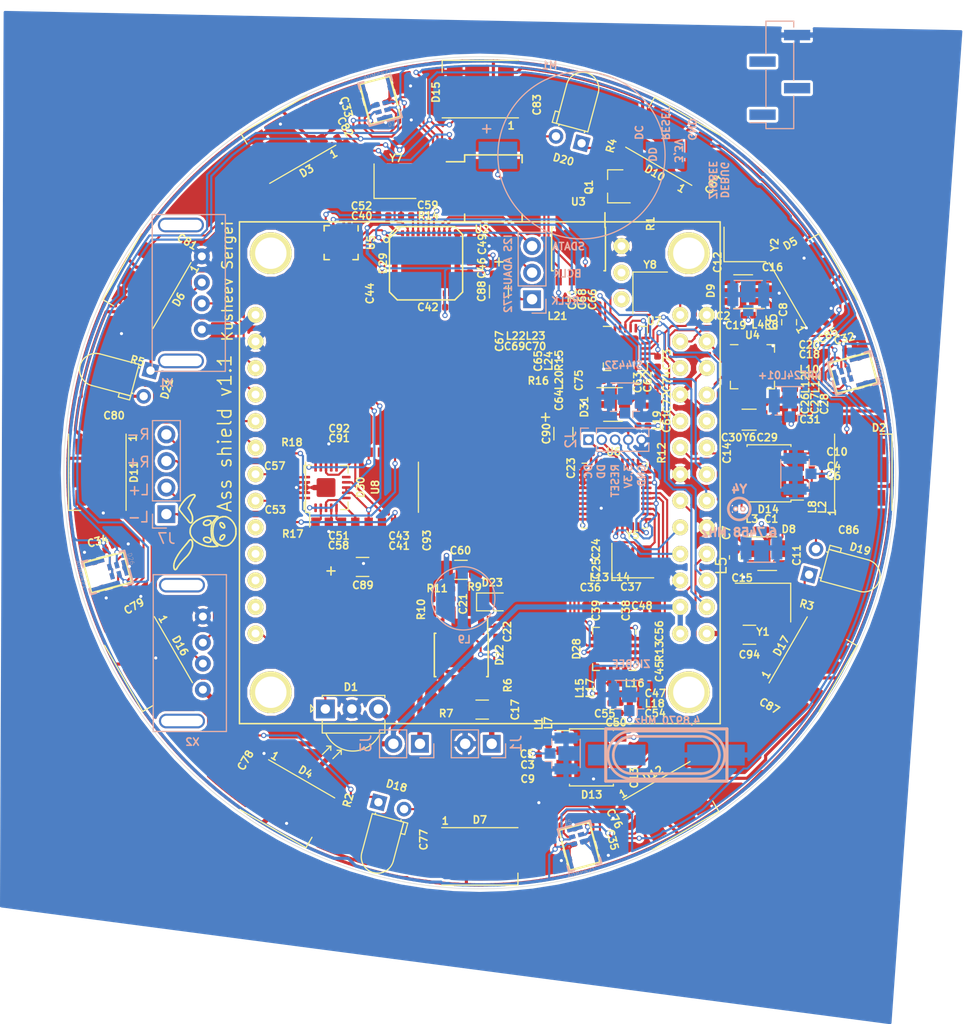
<source format=kicad_pcb>
(kicad_pcb (version 20171130) (host pcbnew 6.0.0-rc1-unknown-b491065~66~ubuntu16.04.1)
  (layers (0 F.Cu signal) (31 B.Cu signal) (34 B.Paste user hide) (35 F.Paste user hide) (36 B.SilkS user) (37 F.SilkS user) (38 B.Mask user hide) (39 F.Mask user hide) (44 Edge.Cuts user))
  (net 0 "")
  (net 1 "Net-(AE1-Pad1)")
  (net 2 "Net-(AE2-Pad1)")
  (net 3 "Net-(AE3-Pad1)")
  (net 4 "Net-(AE4-Pad1)")
  (net 5 GND)
  (net 6 "Net-(C5-Pad1)")
  (net 7 "Net-(C6-Pad1)")
  (net 8 "Net-(C7-Pad1)")
  (net 9 "Net-(C7-Pad2)")
  (net 10 "Net-(C8-Pad1)")
  (net 11 "Net-(C8-Pad2)")
  (net 12 "Net-(C9-Pad1)")
  (net 13 "Net-(C10-Pad1)")
  (net 14 "Net-(C11-Pad2)")
  (net 15 "Net-(C12-Pad2)")
  (net 16 "Net-(C13-Pad2)")
  (net 17 "Net-(C14-Pad2)")
  (net 18 "Net-(C15-Pad2)")
  (net 19 "Net-(C16-Pad2)")
  (net 20 +24V)
  (net 21 3,3V)
  (net 22 "Net-(C19-Pad1)")
  (net 23 "Net-(C21-Pad1)")
  (net 24 "Net-(C21-Pad2)")
  (net 25 "Net-(C22-Pad1)")
  (net 26 "Net-(C22-Pad2)")
  (net 27 "Net-(C23-Pad1)")
  (net 28 "Net-(C24-Pad2)")
  (net 29 "Net-(C25-Pad1)")
  (net 30 "Net-(C26-Pad2)")
  (net 31 "Net-(C28-Pad1)")
  (net 32 "Net-(C28-Pad2)")
  (net 33 "Net-(C29-Pad2)")
  (net 34 "Net-(C30-Pad2)")
  (net 35 "Net-(C36-Pad1)")
  (net 36 "Net-(C37-Pad1)")
  (net 37 "Net-(C38-Pad1)")
  (net 38 "Net-(C39-Pad1)")
  (net 39 "Net-(C47-Pad2)")
  (net 40 "Net-(C49-Pad2)")
  (net 41 "Net-(C50-Pad1)")
  (net 42 5V)
  (net 43 "Net-(C52-Pad2)")
  (net 44 LL)
  (net 45 "Net-(C55-Pad2)")
  (net 46 LR)
  (net 47 "Net-(C59-Pad2)")
  (net 48 "Net-(D1-Pad1)")
  (net 49 "Net-(D2-Pad4)")
  (net 50 "Net-(D3-Pad4)")
  (net 51 DIO1)
  (net 52 "Net-(D4-Pad4)")
  (net 53 DIO2)
  (net 54 "Net-(D10-Pad2)")
  (net 55 "Net-(D11-Pad2)")
  (net 56 "Net-(D12-Pad2)")
  (net 57 1RF315)
  (net 58 1RF433)
  (net 59 "Net-(D10-Pad4)")
  (net 60 "Net-(D11-Pad4)")
  (net 61 "Net-(D12-Pad4)")
  (net 62 2RF315)
  (net 63 "Net-(D13-Pad8)")
  (net 64 "Net-(D14-Pad8)")
  (net 65 2RF433)
  (net 66 WS2812)
  (net 67 "Net-(D18-Pad1)")
  (net 68 "Net-(D19-Pad1)")
  (net 69 "Net-(D20-Pad1)")
  (net 70 "Net-(D21-Pad1)")
  (net 71 "Net-(D22-Pad6)")
  (net 72 "Net-(D22-Pad4)")
  (net 73 "Net-(D22-Pad2)")
  (net 74 CLKD)
  (net 75 "Net-(D24-Pad5)")
  (net 76 "Net-(D26-Pad5)")
  (net 77 "Net-(D28-Pad5)")
  (net 78 "Net-(D28-Pad6)")
  (net 79 "Net-(D28-Pad7)")
  (net 80 "Net-(D28-Pad10)")
  (net 81 "Net-(D28-Pad11)")
  (net 82 "Net-(D28-Pad15)")
  (net 83 P1)
  (net 84 "Net-(D29-Pad38)")
  (net 85 SDA)
  (net 86 SCL)
  (net 87 MIC1N)
  (net 88 MIC1P)
  (net 89 P7)
  (net 90 P5)
  (net 91 P6)
  (net 92 DEBUG_DC)
  (net 93 RESET)
  (net 94 DEBUG_DD)
  (net 95 UART2_RX)
  (net 96 UART2_TX)
  (net 97 "Net-(L10-Pad1)")
  (net 98 "Net-(L10-Pad2)")
  (net 99 "Net-(L13-Pad1)")
  (net 100 "Net-(L14-Pad1)")
  (net 101 "Net-(Q1-Pad1)")
  (net 102 "Net-(Q1-Pad3)")
  (net 103 "Net-(R1-Pad2)")
  (net 104 "Net-(R8-Pad1)")
  (net 105 "Net-(R12-Pad1)")
  (net 106 "Net-(U1-Pad3)")
  (net 107 "Net-(U1-Pad4)")
  (net 108 "Net-(U1-Pad5)")
  (net 109 "Net-(U1-Pad6)")
  (net 110 UART_RX)
  (net 111 UART_TX)
  (net 112 MOSI)
  (net 113 MISO)
  (net 114 CE)
  (net 115 SCK)
  (net 116 CSN)
  (net 117 P0)
  (net 118 "Net-(C60-Pad2)")
  (net 119 "Net-(M1-Pad2)")
  (net 120 "Net-(D29-Pad31)")
  (net 121 "Net-(D29-Pad32)")
  (net 122 "Net-(D29-Pad33)")
  (net 123 "Net-(C61-Pad2)")
  (net 124 "Net-(C62-Pad2)")
  (net 125 "Net-(C63-Pad1)")
  (net 126 "Net-(C64-Pad2)")
  (net 127 "Net-(C64-Pad1)")
  (net 128 "Net-(C65-Pad2)")
  (net 129 "Net-(C65-Pad1)")
  (net 130 "Net-(C66-Pad2)")
  (net 131 "Net-(C67-Pad2)")
  (net 132 "Net-(C69-Pad2)")
  (net 133 "Net-(C70-Pad1)")
  (net 134 "Net-(C72-Pad2)")
  (net 135 "Net-(C75-Pad2)")
  (net 136 GPIO2)
  (net 137 GPIO1)
  (net 138 "Net-(R16-Pad1)")
  (net 139 "Net-(U7-Pad19)")
  (net 140 "Net-(U7-Pad18)")
  (net 141 NIRQ)
  (net 142 NSEL)
  (net 143 "Net-(C93-Pad1)")
  (net 144 OLP)
  (net 145 OLM)
  (net 146 ORM)
  (net 147 ORP)
  (net 148 "Net-(R17-Pad2)")
  (net 149 "Net-(R18-Pad2)")
  (net 150 LL2)
  (net 151 LR2)
  (module imm:Crystal_SMD_3215-3Pin_3.2x1.5mm (layer F.Cu) (at 125.77 94.92 180)
    (fp_text reference Y6 (at -0.03 -1.68 180) (layer F.SilkS) (effects (font (size 0.7 0.7))))
    (fp_text value "16 MHz")
    (pad 3 smd rect (at 0 0 180) (size 0.5 1.8) (layers F.Cu F.Paste F.Mask) (net 5 GND))
    (pad 2 smd rect (at -1.25 0 180) (size 1 1.8) (layers F.Cu F.Paste F.Mask) (net 33 "Net-(C29-Pad2)"))
    (pad 1 smd rect (at 1.25 0 180) (size 1 1.8) (layers F.Cu F.Paste F.Mask) (net 34 "Net-(C30-Pad2)"))
  )
  (module Inductor_SMD:L_0805_2012Metric (layer F.Cu) (at 129.6 85.6 90)
    (fp_text reference L6 (at 0 -1.65 90) (layer F.SilkS))
    (fp_text value "820 nH")
    (pad 2 smd roundrect (at 0.9375 0 90) (size 0.975 1.4) (layers F.Cu F.Paste F.Mask) (net 10 "Net-(C8-Pad1)"))
    (pad 1 smd roundrect (at -0.9375 0 90) (size 0.975 1.4) (layers F.Cu F.Paste F.Mask) (net 21 3,3V))
  )
  (module Inductor_SMD:L_0603_1608Metric (layer F.Cu) (at 124.4 108.1 90)
    (fp_text reference L5 (at -0.8 -1.3 90) (layer F.SilkS))
    (fp_text value "470 nH")
    (pad 2 smd roundrect (at 0.7875 0 90) (size 0.875 0.95) (layers F.Cu F.Paste F.Mask) (net 8 "Net-(C7-Pad1)"))
    (pad 1 smd roundrect (at -0.7875 0 90) (size 0.875 0.95) (layers F.Cu F.Paste F.Mask) (net 21 3,3V))
  )
  (module Capacitor_SMD:C_1206_3216Metric (layer F.Cu) (at 125.8 115.5)
    (fp_text reference C94 (at 0 1.9) (layer F.SilkS) (effects (font (size 0.7 0.7))))
    (fp_text value CP)
    (pad 2 smd roundrect (at 1.4 0) (size 1.25 1.75) (layers F.Cu F.Paste F.Mask) (roundrect_rratio 0.2) (net 5 GND))
    (pad 1 smd roundrect (at -1.4 0) (size 1.25 1.75) (layers F.Cu F.Paste F.Mask) (roundrect_rratio 0.2) (net 21 3,3V))
  )
  (module Connector_PinHeader_2.54mm:PinHeader_1x02_P2.54mm_Vertical (layer B.Cu) (at 94.27 125.93 90)
    (fp_text reference J3 (at 0.03 -5.17 90) (layer B.SilkS) (effects (justify mirror)))
    (fp_text value 5V)
    (pad 2 thru_hole oval (at 0 -2.54 90) (size 1.7 1.7) (drill 1) (layers *.Cu *.Mask) (net 42 5V))
    (pad 1 thru_hole rect (at 0 0 90) (size 1.7 1.7) (drill 1) (layers *.Cu *.Mask) (net 118 "Net-(C60-Pad2)"))
  )
  (module Connector_PinHeader_2.54mm:PinHeader_1x02_P2.54mm_Vertical (layer B.Cu) (at 101.14 125.93 90)
    (fp_text reference J1 (at 0 2.33 90) (layer B.SilkS) (effects (justify mirror)))
    (fp_text value 6-40V)
    (pad 2 thru_hole oval (at 0 -2.54 90) (size 1.7 1.7) (drill 1) (layers *.Cu *.Mask) (net 5 GND))
    (pad 1 thru_hole rect (at 0 0 90) (size 1.7 1.7) (drill 1) (layers *.Cu *.Mask) (net 20 +24V))
  )
  (module imm:SOP-16_4.4x10.4mm_P1.27mm (layer F.Cu) (at 88.724762 101.386102 90)
    (fp_text reference U8 (at -0.003898 1.275238 90) (layer F.SilkS) (effects (font (size 0.7 0.7))))
    (fp_text value PAM8403)
    (pad 16 smd rect (at 3.35 -4.45 90) (size 0.9 0.8) (layers F.Cu F.Paste F.Mask) (net 147 ORP))
    (pad 15 smd rect (at 3.35 -3.17 90) (size 0.9 0.8) (layers F.Cu F.Paste F.Mask) (net 5 GND))
    (pad 14 smd rect (at 3.35 -1.91 90) (size 0.9 0.8) (layers F.Cu F.Paste F.Mask) (net 146 ORM))
    (pad 13 smd rect (at 3.35 -0.64 90) (size 0.9 0.8) (layers F.Cu F.Paste F.Mask) (net 42 5V))
    (pad 12 smd rect (at 3.35 0.64 90) (size 0.9 0.8) (layers F.Cu F.Paste F.Mask) (net 91 P6))
    (pad 11 smd rect (at 3.35 1.91 90) (size 0.9 0.8) (layers F.Cu F.Paste F.Mask) (net 5 GND))
    (pad 10 smd rect (at 3.35 3.17 90) (size 0.9 0.8) (layers F.Cu F.Paste F.Mask) (net 149 "Net-(R18-Pad2)"))
    (pad 9 smd rect (at 3.35 4.45 90) (size 0.9 0.8) (layers F.Cu F.Paste F.Mask) (net 5 GND))
    (pad 8 smd rect (at -3.35 4.45 90) (size 0.9 0.8) (layers F.Cu F.Paste F.Mask) (net 143 "Net-(C93-Pad1)"))
    (pad 7 smd rect (at -3.35 3.17 90) (size 0.9 0.8) (layers F.Cu F.Paste F.Mask) (net 148 "Net-(R17-Pad2)"))
    (pad 6 smd rect (at -3.35 1.91 90) (size 0.9 0.8) (layers F.Cu F.Paste F.Mask) (net 42 5V))
    (pad 5 smd rect (at -3.35 0.64 90) (size 0.9 0.8) (layers F.Cu F.Paste F.Mask) (net 90 P5))
    (pad 4 smd rect (at -3.35 -0.64 90) (size 0.9 0.8) (layers F.Cu F.Paste F.Mask) (net 42 5V))
    (pad 3 smd rect (at -3.35 -1.91 90) (size 0.9 0.8) (layers F.Cu F.Paste F.Mask) (net 145 OLM))
    (pad 2 smd rect (at -3.35 -3.17 90) (size 0.9 0.8) (layers F.Cu F.Paste F.Mask) (net 5 GND))
    (pad 1 smd rect (at -3.34 -4.45 90) (size 0.9 0.8) (layers F.Cu F.Paste F.Mask) (net 144 OLP))
  )
  (module Capacitor_SMD:C_0402_1005Metric (layer F.Cu) (at 88.552098 95.799749)
    (fp_text reference C92 (at -2.01 -0.03) (layer F.SilkS) (effects (font (size 0.7 0.7))))
    (fp_text value "10 µF")
    (pad 2 smd roundrect (at 0.485 0) (size 0.59 0.64) (layers F.Cu F.Paste F.Mask) (net 5 GND))
    (pad 1 smd roundrect (at -0.485 0) (size 0.59 0.64) (layers F.Cu F.Paste F.Mask) (net 42 5V))
  )
  (module Capacitor_SMD:C_0402_1005Metric (layer F.Cu) (at 88.557097 96.724748 180)
    (fp_text reference C91 (at 2.014999 0.014999 180) (layer F.SilkS) (effects (font (size 0.7 0.7))))
    (fp_text value "1 µF")
    (pad 2 smd roundrect (at 0.485 0 180) (size 0.59 0.64) (layers F.Cu F.Paste F.Mask) (net 42 5V))
    (pad 1 smd roundrect (at -0.485 0 180) (size 0.59 0.64) (layers F.Cu F.Paste F.Mask) (net 5 GND))
  )
  (module imm:QFN-20-1EP_4x4mm_P0.5mm_EP2.5x2.5mm (layer F.Cu) (at 85.284762 101.416102 90)
    (fp_text reference D30 (at 0.02 3.31 90) (layer F.SilkS) (effects (font (size 0.7 0.7))))
    (fp_text value PAM8404)
    (pad 20 smd roundrect (at -1 -1.9375 90) (size 0.25 0.825) (layers F.Cu F.Paste F.Mask) (net 150 LL2))
    (pad 19 smd roundrect (at -0.5 -1.9375 90) (size 0.25 0.825) (layers F.Cu F.Paste F.Mask) (net 5 GND))
    (pad 18 smd roundrect (at 0 -1.9375 90) (size 0.25 0.825) (layers F.Cu F.Paste F.Mask) (net 5 GND))
    (pad 17 smd roundrect (at 0.5 -1.9375 90) (size 0.25 0.825) (layers F.Cu F.Paste F.Mask) (net 5 GND))
    (pad 16 smd roundrect (at 1 -1.9375 90) (size 0.25 0.825) (layers F.Cu F.Paste F.Mask) (net 151 LR2))
    (pad 15 smd roundrect (at 1.9375 -1 90) (size 0.825 0.25) (layers F.Cu F.Paste F.Mask) (net 91 P6))
    (pad 14 smd roundrect (at 1.9375 -0.5 90) (size 0.825 0.25) (layers F.Cu F.Paste F.Mask) (net 147 ORP))
    (pad 13 smd roundrect (at 1.9375 0 90) (size 0.825 0.25) (layers F.Cu F.Paste F.Mask) (net 42 5V))
    (pad 12 smd roundrect (at 1.9375 0.5 90) (size 0.825 0.25) (layers F.Cu F.Paste F.Mask) (net 5 GND))
    (pad 11 smd roundrect (at 1.9375 1 90) (size 0.825 0.25) (layers F.Cu F.Paste F.Mask) (net 146 ORM))
    (pad 10 smd roundrect (at 1 1.9375 90) (size 0.25 0.825) (layers F.Cu F.Paste F.Mask))
    (pad 9 smd roundrect (at 0.5 1.9375 90) (size 0.25 0.825) (layers F.Cu F.Paste F.Mask) (net 42 5V))
    (pad 8 smd roundrect (at 0 1.9375 90) (size 0.25 0.825) (layers F.Cu F.Paste F.Mask) (net 90 P5))
    (pad 7 smd roundrect (at -0.5 1.9375 90) (size 0.25 0.825) (layers F.Cu F.Paste F.Mask) (net 90 P5))
    (pad 6 smd roundrect (at -1 1.9375 90) (size 0.25 0.825) (layers F.Cu F.Paste F.Mask))
    (pad 5 smd roundrect (at -1.9375 1 90) (size 0.825 0.25) (layers F.Cu F.Paste F.Mask) (net 145 OLM))
    (pad 4 smd roundrect (at -1.9375 0.5 90) (size 0.825 0.25) (layers F.Cu F.Paste F.Mask) (net 5 GND))
    (pad 3 smd roundrect (at -1.9375 0 90) (size 0.825 0.25) (layers F.Cu F.Paste F.Mask) (net 42 5V))
    (pad 2 smd roundrect (at -1.9375 -0.5 90) (size 0.825 0.25) (layers F.Cu F.Paste F.Mask) (net 144 OLP))
    (pad 1 smd roundrect (at -1.9375 -1 90) (size 0.825 0.25) (layers F.Cu F.Paste F.Mask) (net 89 P7))
    (pad 21 smd roundrect (at 0 0 90) (size 1.8 1.8) (layers F.Cu F.Mask) (roundrect_rratio 0.1) (net 5 GND))
  )
  (module Resistor_SMD:R_0402_1005Metric (layer F.Cu) (at 82.02 98.63 90)
    (fp_text reference R18 (at 1.535 0 180) (layer F.SilkS) (effects (font (size 0.7 0.7))))
    (fp_text value "10 k")
    (pad 2 smd roundrect (at 0.485 0 90) (size 0.59 0.64) (layers F.Cu F.Paste F.Mask) (net 149 "Net-(R18-Pad2)"))
    (pad 1 smd roundrect (at -0.485 0 90) (size 0.59 0.64) (layers F.Cu F.Paste F.Mask) (net 151 LR2))
  )
  (module Resistor_SMD:R_0402_1005Metric (layer F.Cu) (at 82.03 104.235 270)
    (fp_text reference R17 (at 1.615 -0.07) (layer F.SilkS) (effects (font (size 0.7 0.7))))
    (fp_text value "10 k")
    (pad 2 smd roundrect (at 0.485 0 270) (size 0.59 0.64) (layers F.Cu F.Paste F.Mask) (net 148 "Net-(R17-Pad2)"))
    (pad 1 smd roundrect (at -0.485 0 270) (size 0.59 0.64) (layers F.Cu F.Paste F.Mask) (net 150 LL2))
  )
  (module Capacitor_SMD:C_0402_1005Metric (layer F.Cu) (at 93.77 106.475 270)
    (fp_text reference C93 (at 0 -1.17 270) (layer F.SilkS) (effects (font (size 0.7 0.7))))
    (fp_text value "0.1 uF")
    (pad 2 smd roundrect (at 0.485 0 270) (size 0.59 0.64) (layers F.Cu F.Paste F.Mask) (net 5 GND))
    (pad 1 smd roundrect (at -0.485 0 270) (size 0.59 0.64) (layers F.Cu F.Paste F.Mask) (net 143 "Net-(C93-Pad1)"))
  )
  (module Connector_PinHeader_2.54mm:PinHeader_1x04_P2.54mm_Vertical (layer B.Cu) (at 70.01 103.96)
    (fp_text reference J7 (at 0 2.33) (layer B.SilkS) (effects (justify mirror)))
    (fp_text value SP)
    (pad 4 thru_hole oval (at 0 -7.62) (size 1.7 1.7) (drill 1) (layers *.Cu *.Mask) (net 146 ORM))
    (pad 3 thru_hole oval (at 0 -5.08) (size 1.7 1.7) (drill 1) (layers *.Cu *.Mask) (net 147 ORP))
    (pad 2 thru_hole oval (at 0 -2.54) (size 1.7 1.7) (drill 1) (layers *.Cu *.Mask) (net 144 OLP))
    (pad 1 thru_hole rect (at 0 0) (size 1.7 1.7) (drill 1) (layers *.Cu *.Mask) (net 145 OLM))
  )
  (module Capacitor_SMD:C_1206_3216Metric (layer F.Cu) (at 108 96.26 270)
    (fp_text reference C90 (at 0 1.63 270) (layer F.SilkS) (effects (font (size 0.7 0.7))))
    (fp_text value CP)
    (pad 2 smd roundrect (at 1.4 0 270) (size 1.25 1.75) (layers F.Cu F.Paste F.Mask) (roundrect_rratio 0.2) (net 5 GND))
    (pad 1 smd roundrect (at -1.4 0 270) (size 1.25 1.75) (layers F.Cu F.Paste F.Mask) (roundrect_rratio 0.2) (net 21 3,3V))
  )
  (module Capacitor_SMD:C_1206_3216Metric (layer F.Cu) (at 88.78 109.01)
    (fp_text reference C89 (at 0.03 1.75) (layer F.SilkS) (effects (font (size 0.7 0.7))))
    (fp_text value CP)
    (pad 2 smd roundrect (at 1.4 0) (size 1.25 1.75) (layers F.Cu F.Paste F.Mask) (roundrect_rratio 0.2) (net 5 GND))
    (pad 1 smd roundrect (at -1.4 0) (size 1.25 1.75) (layers F.Cu F.Paste F.Mask) (roundrect_rratio 0.2) (net 42 5V))
  )
  (module Capacitor_SMD:C_1206_3216Metric (layer F.Cu) (at 101.83 82.67 270)
    (fp_text reference C88 (at -0.03 1.66 270) (layer F.SilkS) (effects (font (size 0.7 0.7))))
    (fp_text value CP)
    (pad 2 smd roundrect (at 1.4 0 270) (size 1.25 1.75) (layers F.Cu F.Paste F.Mask) (roundrect_rratio 0.2) (net 5 GND))
    (pad 1 smd roundrect (at -1.4 0 270) (size 1.25 1.75) (layers F.Cu F.Paste F.Mask) (roundrect_rratio 0.2) (net 21 3,3V))
  )
  (module Capacitor_SMD:C_0402_1005Metric (layer F.Cu) (at 128.3 121.3 150)
    (fp_text reference C87 (at 0 -1.17 150) (layer F.SilkS) (effects (font (size 0.7 0.7))))
    (fp_text value "100 nF")
    (pad 2 smd roundrect (at 0.485 0 150) (size 0.59 0.64) (layers F.Cu F.Paste F.Mask) (net 5 GND))
    (pad 1 smd roundrect (at -0.485 0 150) (size 0.59 0.64) (layers F.Cu F.Paste F.Mask) (net 42 5V))
  )
  (module Capacitor_SMD:C_0402_1005Metric (layer F.Cu) (at 135.3 104.3 180)
    (fp_text reference C86 (at 0 -1.17 180) (layer F.SilkS) (effects (font (size 0.7 0.7))))
    (fp_text value "100 nF")
    (pad 2 smd roundrect (at 0.485 0 180) (size 0.59 0.64) (layers F.Cu F.Paste F.Mask) (net 5 GND))
    (pad 1 smd roundrect (at -0.485 0 180) (size 0.59 0.64) (layers F.Cu F.Paste F.Mask) (net 42 5V))
  )
  (module Capacitor_SMD:C_0402_1005Metric (layer F.Cu) (at 132.8 86 210)
    (fp_text reference C85 (at -0.006673 -1.008442 210) (layer F.SilkS) (effects (font (size 0.7 0.7))))
    (fp_text value "100 nF")
    (pad 2 smd roundrect (at 0.485 0 210) (size 0.59 0.64) (layers F.Cu F.Paste F.Mask) (net 5 GND))
    (pad 1 smd roundrect (at -0.485 0 210) (size 0.59 0.64) (layers F.Cu F.Paste F.Mask) (net 42 5V))
  )
  (module Capacitor_SMD:C_0402_1005Metric (layer F.Cu) (at 121.3 71.8 240)
    (fp_text reference C84 (at 0 -1.17 240) (layer F.SilkS) (effects (font (size 0.7 0.7))))
    (fp_text value "100 nF")
    (pad 2 smd roundrect (at 0.485 0 240) (size 0.59 0.64) (layers F.Cu F.Paste F.Mask) (net 5 GND))
    (pad 1 smd roundrect (at -0.485 0 240) (size 0.59 0.64) (layers F.Cu F.Paste F.Mask) (net 42 5V))
  )
  (module Capacitor_SMD:C_0402_1005Metric (layer F.Cu) (at 104.3 64.8 270)
    (fp_text reference C83 (at 0 -1.17 270) (layer F.SilkS) (effects (font (size 0.7 0.7))))
    (fp_text value "100 nF")
    (pad 2 smd roundrect (at 0.485 0 270) (size 0.59 0.64) (layers F.Cu F.Paste F.Mask) (net 5 GND))
    (pad 1 smd roundrect (at -0.485 0 270) (size 0.59 0.64) (layers F.Cu F.Paste F.Mask) (net 42 5V))
  )
  (module Capacitor_SMD:C_0402_1005Metric (layer F.Cu) (at 86.1 67.5 300)
    (fp_text reference C82 (at 0 -1.17 300) (layer F.SilkS) (effects (font (size 0.7 0.7))))
    (fp_text value "100 nF")
    (pad 2 smd roundrect (at 0.485 0 300) (size 0.59 0.64) (layers F.Cu F.Paste F.Mask) (net 5 GND))
    (pad 1 smd roundrect (at -0.485 0 300) (size 0.59 0.64) (layers F.Cu F.Paste F.Mask) (net 42 5V))
  )
  (module Capacitor_SMD:C_0402_1005Metric (layer F.Cu) (at 71.5 78.7 330)
    (fp_text reference C81 (at 0.033013 -0.94282 330) (layer F.SilkS) (effects (font (size 0.7 0.7))))
    (fp_text value "100 nF")
    (pad 2 smd roundrect (at 0.485 0 330) (size 0.59 0.64) (layers F.Cu F.Paste F.Mask) (net 5 GND))
    (pad 1 smd roundrect (at -0.485 0 330) (size 0.59 0.64) (layers F.Cu F.Paste F.Mask) (net 42 5V))
  )
  (module Capacitor_SMD:C_0402_1005Metric (layer F.Cu) (at 65 95.7)
    (fp_text reference C80 (at 0 -1.17) (layer F.SilkS) (effects (font (size 0.7 0.7))))
    (fp_text value "100 nF")
    (pad 2 smd roundrect (at 0.485 0) (size 0.59 0.64) (layers F.Cu F.Paste F.Mask) (net 5 GND))
    (pad 1 smd roundrect (at -0.485 0) (size 0.59 0.64) (layers F.Cu F.Paste F.Mask) (net 42 5V))
  )
  (module Capacitor_SMD:C_0402_1005Metric (layer F.Cu) (at 67.5 113.8 30)
    (fp_text reference C79 (at 0 -1.17 30) (layer F.SilkS) (effects (font (size 0.7 0.7))))
    (fp_text value "100 nF")
    (pad 2 smd roundrect (at 0.485 0 30) (size 0.59 0.64) (layers F.Cu F.Paste F.Mask) (net 5 GND))
    (pad 1 smd roundrect (at -0.485 0 30) (size 0.59 0.64) (layers F.Cu F.Paste F.Mask) (net 42 5V))
  )
  (module Capacitor_SMD:C_0402_1005Metric (layer F.Cu) (at 78.6 128.1 60)
    (fp_text reference C78 (at 0 -1.17 60) (layer F.SilkS) (effects (font (size 0.7 0.7))))
    (fp_text value "100 nF")
    (pad 2 smd roundrect (at 0.485 0 60) (size 0.59 0.64) (layers F.Cu F.Paste F.Mask) (net 5 GND))
    (pad 1 smd roundrect (at -0.485 0 60) (size 0.59 0.64) (layers F.Cu F.Paste F.Mask) (net 42 5V))
  )
  (module Capacitor_SMD:C_0402_1005Metric (layer F.Cu) (at 95.8 135.1 90)
    (fp_text reference C77 (at 0 -1.17 90) (layer F.SilkS) (effects (font (size 0.7 0.7))))
    (fp_text value "100 nF")
    (pad 2 smd roundrect (at 0.485 0 90) (size 0.59 0.64) (layers F.Cu F.Paste F.Mask) (net 5 GND))
    (pad 1 smd roundrect (at -0.485 0 90) (size 0.59 0.64) (layers F.Cu F.Paste F.Mask) (net 42 5V))
  )
  (module Capacitor_SMD:C_0402_1005Metric (layer F.Cu) (at 113.9 132.5 120)
    (fp_text reference C76 (at 0 -1.17 120) (layer F.SilkS) (effects (font (size 0.7 0.7))))
    (fp_text value "100 nF")
    (pad 2 smd roundrect (at 0.485 0 120) (size 0.59 0.64) (layers F.Cu F.Paste F.Mask) (net 5 GND))
    (pad 1 smd roundrect (at -0.485 0 120) (size 0.59 0.64) (layers F.Cu F.Paste F.Mask) (net 42 5V))
  )
  (module imm:QFN-40-1EP_6x6mm_P0.5mm_EP4.6x4.6mm (layer F.Cu) (at 112.892993 102.200125)
    (fp_text reference U6 (at -0.092993 -4.200125) (layer F.SilkS) (effects (font (size 0.7 0.7))))
    (fp_text value CC2530F)
    (pad 40 smd roundrect (at -2.25 -3.0375) (size 0.25 1) (layers F.Cu F.Paste F.Mask) (net 27 "Net-(C23-Pad1)"))
    (pad 39 smd roundrect (at -1.75 -3.0375) (size 0.25 1) (layers F.Cu F.Paste F.Mask) (net 21 3,3V))
    (pad 38 smd roundrect (at -1.25 -3.0375) (size 0.25 1) (layers F.Cu F.Paste F.Mask))
    (pad 37 smd roundrect (at -0.75 -3.0375) (size 0.25 1) (layers F.Cu F.Paste F.Mask))
    (pad 36 smd roundrect (at -0.25 -3.0375) (size 0.25 1) (layers F.Cu F.Paste F.Mask))
    (pad 35 smd roundrect (at 0.25 -3.0375) (size 0.25 1) (layers F.Cu F.Paste F.Mask) (net 92 DEBUG_DC))
    (pad 34 smd roundrect (at 0.75 -3.0375) (size 0.25 1) (layers F.Cu F.Paste F.Mask) (net 94 DEBUG_DD))
    (pad 33 smd roundrect (at 1.25 -3.0375) (size 0.25 1) (layers F.Cu F.Paste F.Mask))
    (pad 32 smd roundrect (at 1.75 -3.0375) (size 0.25 1) (layers F.Cu F.Paste F.Mask))
    (pad 31 smd roundrect (at 2.25 -3.0375) (size 0.25 1) (layers F.Cu F.Paste F.Mask) (net 21 3,3V))
    (pad 30 smd roundrect (at 3.0375 -2.25) (size 1 0.25) (layers F.Cu F.Paste F.Mask) (net 105 "Net-(R12-Pad1)"))
    (pad 29 smd roundrect (at 3.0375 -1.75) (size 1 0.25) (layers F.Cu F.Paste F.Mask) (net 21 3,3V))
    (pad 28 smd roundrect (at 3.0375 -1.25) (size 1 0.25) (layers F.Cu F.Paste F.Mask) (net 21 3,3V))
    (pad 27 smd roundrect (at 3.0375 -0.75) (size 1 0.25) (layers F.Cu F.Paste F.Mask) (net 21 3,3V))
    (pad 26 smd roundrect (at 3.0375 -0.25) (size 1 0.25) (layers F.Cu F.Paste F.Mask) (net 100 "Net-(L14-Pad1)"))
    (pad 25 smd roundrect (at 3.0375 0.25) (size 1 0.25) (layers F.Cu F.Paste F.Mask) (net 99 "Net-(L13-Pad1)"))
    (pad 24 smd roundrect (at 3.0375 0.75) (size 1 0.25) (layers F.Cu F.Paste F.Mask) (net 21 3,3V))
    (pad 23 smd roundrect (at 3.0375 1.25) (size 1 0.25) (layers F.Cu F.Paste F.Mask) (net 29 "Net-(C25-Pad1)"))
    (pad 22 smd roundrect (at 3.0375 1.75) (size 1 0.25) (layers F.Cu F.Paste F.Mask) (net 28 "Net-(C24-Pad2)"))
    (pad 21 smd roundrect (at 3.0375 2.25) (size 1 0.25) (layers F.Cu F.Paste F.Mask) (net 21 3,3V))
    (pad 20 smd roundrect (at 2.25 3.0375) (size 0.25 1) (layers F.Cu F.Paste F.Mask) (net 93 RESET))
    (pad 19 smd roundrect (at 1.75 3.0375) (size 0.25 1) (layers F.Cu F.Paste F.Mask))
    (pad 18 smd roundrect (at 1.25 3.0375) (size 0.25 1) (layers F.Cu F.Paste F.Mask))
    (pad 17 smd roundrect (at 0.75 3.0375) (size 0.25 1) (layers F.Cu F.Paste F.Mask) (net 110 UART_RX))
    (pad 16 smd roundrect (at 0.25 3.0375) (size 0.25 1) (layers F.Cu F.Paste F.Mask) (net 111 UART_TX))
    (pad 15 smd roundrect (at -0.25 3.0375) (size 0.25 1) (layers F.Cu F.Paste F.Mask))
    (pad 14 smd roundrect (at -0.75 3.0375) (size 0.25 1) (layers F.Cu F.Paste F.Mask))
    (pad 13 smd roundrect (at -1.25 3.0375) (size 0.25 1) (layers F.Cu F.Paste F.Mask))
    (pad 12 smd roundrect (at -1.75 3.0375) (size 0.25 1) (layers F.Cu F.Paste F.Mask) (net 79 "Net-(D28-Pad7)"))
    (pad 11 smd roundrect (at -2.25 3.0375) (size 0.25 1) (layers F.Cu F.Paste F.Mask))
    (pad 10 smd roundrect (at -3.0375 2.25) (size 1 0.25) (layers F.Cu F.Paste F.Mask) (net 21 3,3V))
    (pad 9 smd roundrect (at -3.0375 1.75) (size 1 0.25) (layers F.Cu F.Paste F.Mask) (net 77 "Net-(D28-Pad5)"))
    (pad 8 smd roundrect (at -3.0375 1.25) (size 1 0.25) (layers F.Cu F.Paste F.Mask))
    (pad 7 smd roundrect (at -3.0375 0.75) (size 1 0.25) (layers F.Cu F.Paste F.Mask))
    (pad 6 smd roundrect (at -3.0375 0.25) (size 1 0.25) (layers F.Cu F.Paste F.Mask) (net 78 "Net-(D28-Pad6)"))
    (pad 5 smd roundrect (at -3.0375 -0.25) (size 1 0.25) (layers F.Cu F.Paste F.Mask))
    (pad 4 smd roundrect (at -3.0375 -0.75) (size 1 0.25) (layers F.Cu F.Paste F.Mask) (net 5 GND))
    (pad 3 smd roundrect (at -3.0375 -1.25) (size 1 0.25) (layers F.Cu F.Paste F.Mask) (net 5 GND))
    (pad 2 smd roundrect (at -3.0375 -1.75) (size 1 0.25) (layers F.Cu F.Paste F.Mask) (net 5 GND))
    (pad 1 smd roundrect (at -3.0375 -2.25) (size 1 0.25) (layers F.Cu F.Paste F.Mask) (net 5 GND))
    (pad 41 smd roundrect (at 0 0) (size 4 4) (layers F.Cu F.Mask) (roundrect_rratio 0.05400000000000001) (net 5 GND))
  )
  (module imm:cr1220_smd (layer B.Cu) (at 109.73 63.63 180)
    (fp_text reference M1 (at 3.05 2.6 180) (layer B.SilkS) (effects (font (size 0.7 0.7)) (justify mirror)))
    (fp_text value CR1220SMD)
    (pad 1 smd rect (at -8 -6 180) (size 3.7 2.6) (layers B.Cu B.Paste B.Mask) (net 5 GND))
    (pad 2 smd rect (at 8 -6 180) (size 3.7 2.6) (layers B.Cu B.Paste B.Mask) (net 119 "Net-(M1-Pad2)"))
  )
  (module w_crystal:crystal_tc-26 (layer B.Cu) (at 124.83 103.46 180)
    (fp_text reference Y4 (at 0 1.9 180) (layer B.SilkS) (effects (font (size 0.8 0.8) (thickness 0.2)) (justify mirror)))
    (fp_text value "6,7458 MHz" (at 0 -2.25 180) (layer B.SilkS) (effects (font (size 0.8 0.8) (thickness 0.2)) (justify mirror)))
    (pad 2 thru_hole oval (at 0.35 0 180) (size 0.5 0.5) (drill 0.25) (layers *.Cu *.Mask B.SilkS) (net 5 GND))
    (pad 1 thru_hole oval (at -0.35 0 180) (size 0.5 0.5) (drill 0.25) (layers *.Cu *.Mask B.SilkS) (net 64 "Net-(D14-Pad8)"))
  )
  (module imm:LED_D3.0mm_Horizontal_O1.27mm_Z2.0mm_Clear (layer F.Cu) (at 68.49 90.23 255)
    (fp_text reference D21 (at 1.27 -1.96 255) (layer F.SilkS) (effects (font (size 0.7 0.7))))
    (fp_text value LD271)
    (pad 2 thru_hole circle (at 2.54 0 255) (size 1.4 1.4) (drill 0.8) (layers *.Cu *.Mask) (net 42 5V))
    (pad 1 thru_hole rect (at 0 0 255) (size 1.4 1.4) (drill 0.8) (layers *.Cu *.Mask) (net 70 "Net-(D21-Pad1)"))
  )
  (module imm:LED_D3.0mm_Horizontal_O1.27mm_Z2.0mm_Clear (layer F.Cu) (at 109.74 68.48 165)
    (fp_text reference D20 (at 1.27 -1.96 165) (layer F.SilkS) (effects (font (size 0.7 0.7))))
    (fp_text value LD271)
    (pad 2 thru_hole circle (at 2.54 0 165) (size 1.4 1.4) (drill 0.8) (layers *.Cu *.Mask) (net 42 5V))
    (pad 1 thru_hole rect (at 0 0 165) (size 1.4 1.4) (drill 0.8) (layers *.Cu *.Mask) (net 69 "Net-(D20-Pad1)"))
  )
  (module imm:LED_D3.0mm_Horizontal_O1.27mm_Z2.0mm_Clear (layer F.Cu) (at 131.51 109.75 75)
    (fp_text reference D19 (at 3.632143 4.089271 165) (layer F.SilkS) (effects (font (size 0.7 0.7))))
    (fp_text value LD271)
    (pad 2 thru_hole circle (at 2.54 0 75) (size 1.4 1.4) (drill 0.8) (layers *.Cu *.Mask) (net 42 5V))
    (pad 1 thru_hole rect (at 0 0 75) (size 1.4 1.4) (drill 0.8) (layers *.Cu *.Mask) (net 68 "Net-(D19-Pad1)"))
  )
  (module imm:LED_D3.0mm_Horizontal_O1.27mm_Z2.0mm_Clear (layer F.Cu) (at 90.3 131.52 345)
    (fp_text reference D18 (at 1.27 -1.96 345) (layer F.SilkS) (effects (font (size 0.7 0.7))))
    (fp_text value LD271)
    (pad 2 thru_hole circle (at 2.54 0 345) (size 1.4 1.4) (drill 0.8) (layers *.Cu *.Mask) (net 42 5V))
    (pad 1 thru_hole rect (at 0 0 345) (size 1.4 1.4) (drill 0.8) (layers *.Cu *.Mask) (net 67 "Net-(D18-Pad1)"))
  )
  (module Capacitor_SMD:C_0402_1005Metric (layer F.Cu) (at 129.65 94.78)
    (fp_text reference C31 (at 1.95 0.12) (layer F.SilkS) (effects (font (size 0.7 0.7))))
    (fp_text value "1 pF")
    (pad 2 smd roundrect (at 0.485 0) (size 0.59 0.64) (layers F.Cu F.Paste F.Mask) (net 31 "Net-(C28-Pad1)"))
    (pad 1 smd roundrect (at -0.485 0) (size 0.59 0.64) (layers F.Cu F.Paste F.Mask) (net 5 GND))
  )
  (module Connector_PinHeader_1.27mm:PinHeader_1x05_P1.27mm_Vertical (layer B.Cu) (at 110.4 96.84 270)
    (fp_text reference J2 (at 0 1.695 270) (layer B.SilkS) (effects (justify mirror)))
    (fp_text value DEBUG)
    (pad 5 thru_hole oval (at 0 -5.08 270) (size 1 1) (drill 0.65) (layers *.Cu *.Mask) (net 5 GND))
    (pad 4 thru_hole oval (at 0 -3.81 270) (size 1 1) (drill 0.65) (layers *.Cu *.Mask) (net 21 3,3V))
    (pad 3 thru_hole oval (at 0 -2.54 270) (size 1 1) (drill 0.65) (layers *.Cu *.Mask) (net 93 RESET))
    (pad 2 thru_hole oval (at 0 -1.27 270) (size 1 1) (drill 0.65) (layers *.Cu *.Mask) (net 94 DEBUG_DD))
    (pad 1 thru_hole rect (at 0 0 270) (size 1 1) (drill 0.65) (layers *.Cu *.Mask) (net 92 DEBUG_DC))
  )
  (module Crystal:Crystal_SMD_3225-4Pin_3.2x2.5mm (layer F.Cu) (at 125.37 78.16)
    (fp_text reference Y2 (at 2.842008 0.020104 90) (layer F.SilkS) (effects (font (size 0.7 0.7))))
    (fp_text value "13,5600 MHz")
    (pad 4 smd rect (at -1.1 -0.85) (size 1.4 1.2) (layers F.Cu F.Paste F.Mask) (net 5 GND))
    (pad 3 smd rect (at 1.1 -0.85) (size 1.4 1.2) (layers F.Cu F.Paste F.Mask) (net 19 "Net-(C16-Pad2)"))
    (pad 2 smd rect (at 1.1 0.85) (size 1.4 1.2) (layers F.Cu F.Paste F.Mask) (net 5 GND))
    (pad 1 smd rect (at -1.1 0.85) (size 1.4 1.2) (layers F.Cu F.Paste F.Mask) (net 15 "Net-(C12-Pad2)"))
  )
  (module Crystal:Crystal_SMD_5032-4Pin_5.0x3.2mm (layer F.Cu) (at 127.1 112.42 180)
    (fp_text reference Y1 (at 0 -2.8 180) (layer F.SilkS) (effects (font (size 0.7 0.7))))
    (fp_text value "9,84375 MHz")
    (pad 4 smd rect (at -1.65 -1 180) (size 1.6 1.3) (layers F.Cu F.Paste F.Mask) (net 5 GND))
    (pad 3 smd rect (at 1.65 -1 180) (size 1.6 1.3) (layers F.Cu F.Paste F.Mask) (net 18 "Net-(C15-Pad2)"))
    (pad 2 smd rect (at 1.65 1 180) (size 1.6 1.3) (layers F.Cu F.Paste F.Mask) (net 5 GND))
    (pad 1 smd rect (at -1.65 1 180) (size 1.6 1.3) (layers F.Cu F.Paste F.Mask) (net 14 "Net-(C11-Pad2)"))
  )
  (module imm:ADMP421_2 (layer F.Cu) (at 90.2 63.4 195)
    (fp_text reference D27 (at -0.68326 -3.50266 195) (layer B.SilkS) (effects (font (size 0.4064 0.4064) (thickness 0.0254))))
    (fp_text value ADMP421 (at -0.44958 1.46558 195) (layer B.SilkS) (effects (font (size 0.4064 0.4064) (thickness 0.0254))))
    (pad 1 smd rect (at 0.449601 -2.048681 15) (size 0.59944 0.39878) (layers B.Cu B.Paste B.Mask) (net 74 CLKD))
    (pad 3 smd rect (at 1.229381 -0.057321 15) (size 0.34798 1.89992) (layers B.Cu B.Paste B.Mask) (net 5 GND))
    (pad 3 smd rect (at 0.000021 -2.726861 15) (size 1.4986 0.34798) (layers B.Cu B.Paste B.Mask) (net 5 GND))
    (pad 5 smd rect (at -0.449559 -2.04868 15) (size 0.59944 0.39878) (layers B.Cu B.Paste B.Mask) (net 76 "Net-(D26-Pad5)"))
    (pad 3 smd rect (at -1.229339 -0.057321 15) (size 0.34798 1.89992) (layers B.Cu B.Paste B.Mask) (net 5 GND))
    (pad 4 smd rect (at -0.449559 -1.347641 15) (size 0.59944 0.39878) (layers B.Cu B.Paste B.Mask) (net 21 3,3V))
    (pad 2 smd rect (at 0.449601 -1.347641 15) (size 0.59944 0.39878) (layers B.Cu B.Paste B.Mask) (net 5 GND))
    (pad "" np_thru_hole circle (at 0 0 195) (size 1.5 1.5) (drill 1.5) (layers *.Cu *.Mask))
    (pad 3 smd rect (at 1.22936 -0.05842 195) (size 0.34798 1.89992) (layers F.Cu F.Paste F.Mask) (net 5 GND))
    (pad 3 smd rect (at -1.22936 -0.05842 195) (size 0.34798 1.89992) (layers F.Cu F.Paste F.Mask) (net 5 GND))
    (pad 5 smd rect (at 0.44958 -2.04978 195) (size 0.59944 0.39878) (layers F.Cu F.Paste F.Mask) (net 76 "Net-(D26-Pad5)"))
    (pad 4 smd rect (at 0.44958 -1.34874 195) (size 0.59944 0.39878) (layers F.Cu F.Paste F.Mask) (net 21 3,3V))
    (pad 3 smd rect (at 0 -2.72796 195) (size 1.4986 0.34798) (layers F.Cu F.Paste F.Mask) (net 5 GND))
    (pad 2 smd rect (at -0.44958 -1.34874 195) (size 0.59944 0.39878) (layers F.Cu F.Paste F.Mask) (net 5 GND))
    (pad 1 smd rect (at -0.44958 -2.04978 195) (size 0.59944 0.39878) (layers F.Cu F.Paste F.Mask) (net 74 CLKD))
  )
  (module imm:ADMP421_2 (layer F.Cu) (at 63.4 109.8 285)
    (fp_text reference D26 (at -0.68326 -3.50266 285) (layer B.SilkS) (effects (font (size 0.4064 0.4064) (thickness 0.0254))))
    (fp_text value ADMP421 (at -0.44958 1.46558 285) (layer B.SilkS) (effects (font (size 0.4064 0.4064) (thickness 0.0254))))
    (pad 1 smd rect (at 0.449601 -2.048681 105) (size 0.59944 0.39878) (layers B.Cu B.Paste B.Mask) (net 74 CLKD))
    (pad 3 smd rect (at 1.229381 -0.057321 105) (size 0.34798 1.89992) (layers B.Cu B.Paste B.Mask) (net 5 GND))
    (pad 3 smd rect (at 0.000021 -2.726861 105) (size 1.4986 0.34798) (layers B.Cu B.Paste B.Mask) (net 5 GND))
    (pad 5 smd rect (at -0.449559 -2.04868 105) (size 0.59944 0.39878) (layers B.Cu B.Paste B.Mask) (net 76 "Net-(D26-Pad5)"))
    (pad 3 smd rect (at -1.229339 -0.057321 105) (size 0.34798 1.89992) (layers B.Cu B.Paste B.Mask) (net 5 GND))
    (pad 4 smd rect (at -0.449559 -1.347641 105) (size 0.59944 0.39878) (layers B.Cu B.Paste B.Mask) (net 21 3,3V))
    (pad 2 smd rect (at 0.449601 -1.347641 105) (size 0.59944 0.39878) (layers B.Cu B.Paste B.Mask) (net 21 3,3V))
    (pad "" np_thru_hole circle (at 0 0 285) (size 1.5 1.5) (drill 1.5) (layers *.Cu *.Mask))
    (pad 3 smd rect (at 1.22936 -0.05842 285) (size 0.34798 1.89992) (layers F.Cu F.Paste F.Mask) (net 5 GND))
    (pad 3 smd rect (at -1.22936 -0.05842 285) (size 0.34798 1.89992) (layers F.Cu F.Paste F.Mask) (net 5 GND))
    (pad 5 smd rect (at 0.44958 -2.04978 285) (size 0.59944 0.39878) (layers F.Cu F.Paste F.Mask) (net 76 "Net-(D26-Pad5)"))
    (pad 4 smd rect (at 0.44958 -1.34874 285) (size 0.59944 0.39878) (layers F.Cu F.Paste F.Mask) (net 21 3,3V))
    (pad 3 smd rect (at 0 -2.72796 285) (size 1.4986 0.34798) (layers F.Cu F.Paste F.Mask) (net 5 GND))
    (pad 2 smd rect (at -0.44958 -1.34874 285) (size 0.59944 0.39878) (layers F.Cu F.Paste F.Mask) (net 21 3,3V))
    (pad 1 smd rect (at -0.44958 -2.04978 285) (size 0.59944 0.39878) (layers F.Cu F.Paste F.Mask) (net 74 CLKD))
  )
  (module imm:ADMP421_2 (layer F.Cu) (at 109.8 136.7 15)
    (fp_text reference D25 (at -0.68326 -3.50266 15) (layer B.SilkS) (effects (font (size 0.4064 0.4064) (thickness 0.0254))))
    (fp_text value ADMP421 (at -0.44958 1.46558 15) (layer B.SilkS) (effects (font (size 0.4064 0.4064) (thickness 0.0254))))
    (pad 1 smd rect (at 0.449601 -2.048681 195) (size 0.59944 0.39878) (layers B.Cu B.Paste B.Mask) (net 74 CLKD))
    (pad 3 smd rect (at 1.229381 -0.057321 195) (size 0.34798 1.89992) (layers B.Cu B.Paste B.Mask) (net 5 GND))
    (pad 3 smd rect (at 0.000021 -2.726861 195) (size 1.4986 0.34798) (layers B.Cu B.Paste B.Mask) (net 5 GND))
    (pad 5 smd rect (at -0.449559 -2.04868 195) (size 0.59944 0.39878) (layers B.Cu B.Paste B.Mask) (net 75 "Net-(D24-Pad5)"))
    (pad 3 smd rect (at -1.229339 -0.057321 195) (size 0.34798 1.89992) (layers B.Cu B.Paste B.Mask) (net 5 GND))
    (pad 4 smd rect (at -0.449559 -1.347641 195) (size 0.59944 0.39878) (layers B.Cu B.Paste B.Mask) (net 21 3,3V))
    (pad 2 smd rect (at 0.449601 -1.347641 195) (size 0.59944 0.39878) (layers B.Cu B.Paste B.Mask) (net 5 GND))
    (pad "" np_thru_hole circle (at 0 0 15) (size 1.5 1.5) (drill 1.5) (layers *.Cu *.Mask))
    (pad 3 smd rect (at 1.22936 -0.05842 15) (size 0.34798 1.89992) (layers F.Cu F.Paste F.Mask) (net 5 GND))
    (pad 3 smd rect (at -1.22936 -0.05842 15) (size 0.34798 1.89992) (layers F.Cu F.Paste F.Mask) (net 5 GND))
    (pad 5 smd rect (at 0.44958 -2.04978 15) (size 0.59944 0.39878) (layers F.Cu F.Paste F.Mask) (net 75 "Net-(D24-Pad5)"))
    (pad 4 smd rect (at 0.44958 -1.34874 15) (size 0.59944 0.39878) (layers F.Cu F.Paste F.Mask) (net 21 3,3V))
    (pad 3 smd rect (at 0 -2.72796 15) (size 1.4986 0.34798) (layers F.Cu F.Paste F.Mask) (net 5 GND))
    (pad 2 smd rect (at -0.44958 -1.34874 15) (size 0.59944 0.39878) (layers F.Cu F.Paste F.Mask) (net 5 GND))
    (pad 1 smd rect (at -0.44958 -2.04978 15) (size 0.59944 0.39878) (layers F.Cu F.Paste F.Mask) (net 74 CLKD))
  )
  (module imm:ADMP421_2 (layer F.Cu) (at 136.7 90.2 105)
    (fp_text reference D24 (at -0.68326 -3.50266 105) (layer B.SilkS) (effects (font (size 0.4064 0.4064) (thickness 0.0254))))
    (fp_text value ADMP421 (at -0.44958 1.46558 105) (layer B.SilkS) (effects (font (size 0.4064 0.4064) (thickness 0.0254))))
    (pad 1 smd rect (at 0.449601 -2.048681 285) (size 0.59944 0.39878) (layers B.Cu B.Paste B.Mask) (net 74 CLKD))
    (pad 3 smd rect (at 1.229381 -0.057321 285) (size 0.34798 1.89992) (layers B.Cu B.Paste B.Mask) (net 5 GND))
    (pad 3 smd rect (at 0.000021 -2.726861 285) (size 1.4986 0.34798) (layers B.Cu B.Paste B.Mask) (net 5 GND))
    (pad 5 smd rect (at -0.449559 -2.04868 285) (size 0.59944 0.39878) (layers B.Cu B.Paste B.Mask) (net 75 "Net-(D24-Pad5)"))
    (pad 3 smd rect (at -1.229339 -0.057321 285) (size 0.34798 1.89992) (layers B.Cu B.Paste B.Mask) (net 5 GND))
    (pad 4 smd rect (at -0.449559 -1.347641 285) (size 0.59944 0.39878) (layers B.Cu B.Paste B.Mask) (net 21 3,3V))
    (pad 2 smd rect (at 0.449601 -1.347641 285) (size 0.59944 0.39878) (layers B.Cu B.Paste B.Mask) (net 21 3,3V))
    (pad "" np_thru_hole circle (at 0 0 105) (size 1.5 1.5) (drill 1.5) (layers *.Cu *.Mask))
    (pad 3 smd rect (at 1.22936 -0.05842 105) (size 0.34798 1.89992) (layers F.Cu F.Paste F.Mask) (net 5 GND))
    (pad 3 smd rect (at -1.22936 -0.05842 105) (size 0.34798 1.89992) (layers F.Cu F.Paste F.Mask) (net 5 GND))
    (pad 5 smd rect (at 0.44958 -2.04978 105) (size 0.59944 0.39878) (layers F.Cu F.Paste F.Mask) (net 75 "Net-(D24-Pad5)"))
    (pad 4 smd rect (at 0.44958 -1.34874 105) (size 0.59944 0.39878) (layers F.Cu F.Paste F.Mask) (net 21 3,3V))
    (pad 3 smd rect (at 0 -2.72796 105) (size 1.4986 0.34798) (layers F.Cu F.Paste F.Mask) (net 5 GND))
    (pad 2 smd rect (at -0.44958 -1.34874 105) (size 0.59944 0.39878) (layers F.Cu F.Paste F.Mask) (net 21 3,3V))
    (pad 1 smd rect (at -0.44958 -2.04978 105) (size 0.59944 0.39878) (layers F.Cu F.Paste F.Mask) (net 74 CLKD))
  )
  (module w_crystal:hc-49_smd (layer B.Cu) (at 117.8502 127)
    (fp_text reference Y3 hide)
    (fp_text value "4,8970 MHz" (at 0.0998 -3.3) (layer B.SilkS) (effects (font (size 0.7 0.7) (thickness 0.1524)) (justify mirror)))
    (pad 2 smd rect (at 4.7498 0) (size 5.4991 1.99898) (layers B.Cu B.Paste B.Mask) (net 5 GND))
    (pad 1 smd rect (at -4.7498 0) (size 5.4991 1.99898) (layers B.Cu B.Paste B.Mask) (net 63 "Net-(D13-Pad8)"))
  )
  (module Connector_Coaxial:U.FL_Hirose_U.FL-R-SMT-1_Vertical (layer B.Cu) (at 113.89 93.24 90)
    (fp_text reference J9 hide)
    (fp_text value Conn_Coaxial)
    (pad 2 smd rect (at 0.475 1.475 90) (size 2.2 1.05) (layers B.Cu B.Paste B.Mask) (net 5 GND))
    (pad 1 smd rect (at -1.05 0 90) (size 1.05 1) (layers B.Cu B.Paste B.Mask) (net 123 "Net-(C61-Pad2)"))
    (pad 2 smd rect (at 0.475 -1.475 90) (size 2.2 1.05) (layers B.Cu B.Paste B.Mask) (net 5 GND))
  )
  (module imm:OPiZero4 (layer F.Cu) (at 77 124)
    (fp_text reference U1 hide)
    (fp_text value OPiZero)
    (pad "" thru_hole circle (at 43 -45) (size 4 4) (drill 3) (layers *.Cu *.Mask F.SilkS))
    (pad 1 thru_hole circle (at 1.54 -39.1) (size 1.524 1.524) (drill 0.762) (layers *.Cu *.Mask F.SilkS) (net 42 5V))
    (pad 2 thru_hole circle (at 1.54 -36.56) (size 1.524 1.524) (drill 0.762) (layers *.Cu *.Mask F.SilkS) (net 5 GND))
    (pad 3 thru_hole circle (at 1.54 -34.02) (size 1.524 1.524) (drill 0.762) (layers *.Cu *.Mask F.SilkS) (net 106 "Net-(U1-Pad3)"))
    (pad 4 thru_hole circle (at 1.54 -31.48) (size 1.524 1.524) (drill 0.762) (layers *.Cu *.Mask F.SilkS) (net 107 "Net-(U1-Pad4)"))
    (pad 5 thru_hole circle (at 1.54 -28.94) (size 1.524 1.524) (drill 0.762) (layers *.Cu *.Mask F.SilkS) (net 108 "Net-(U1-Pad5)"))
    (pad 6 thru_hole circle (at 1.54 -26.4) (size 1.524 1.524) (drill 0.762) (layers *.Cu *.Mask F.SilkS) (net 109 "Net-(U1-Pad6)"))
    (pad 7 thru_hole circle (at 1.54 -23.86) (size 1.524 1.524) (drill 0.762) (layers *.Cu *.Mask F.SilkS) (net 46 LR))
    (pad 8 thru_hole circle (at 1.54 -21.32) (size 1.524 1.524) (drill 0.762) (layers *.Cu *.Mask F.SilkS) (net 44 LL))
    (pad 9 thru_hole circle (at 1.54 -18.78) (size 1.524 1.524) (drill 0.762) (layers *.Cu *.Mask F.SilkS))
    (pad 10 thru_hole circle (at 1.54 -16.24) (size 1.524 1.524) (drill 0.762) (layers *.Cu *.Mask F.SilkS))
    (pad 11 thru_hole circle (at 1.54 -13.7) (size 1.524 1.524) (drill 0.762) (layers *.Cu *.Mask F.SilkS) (net 88 MIC1P))
    (pad 12 thru_hole circle (at 1.54 -11.16) (size 1.524 1.524) (drill 0.762) (layers *.Cu *.Mask F.SilkS) (net 87 MIC1N))
    (pad 13 thru_hole circle (at 1.54 -8.62) (size 1.524 1.524) (drill 0.762) (layers *.Cu *.Mask F.SilkS) (net 48 "Net-(D1-Pad1)"))
    (pad 101 thru_hole circle (at 44.72 -8.62) (size 1.524 1.524) (drill 0.762) (layers *.Cu *.Mask F.SilkS) (net 21 3,3V))
    (pad 102 thru_hole circle (at 42.18 -8.62) (size 1.524 1.524) (drill 0.762) (layers *.Cu *.Mask F.SilkS) (net 42 5V))
    (pad 103 thru_hole circle (at 44.72 -11.16) (size 1.524 1.524) (drill 0.762) (layers *.Cu *.Mask F.SilkS) (net 85 SDA))
    (pad 104 thru_hole circle (at 42.18 -11.16) (size 1.524 1.524) (drill 0.762) (layers *.Cu *.Mask F.SilkS) (net 42 5V))
    (pad 105 thru_hole circle (at 44.72 -13.7) (size 1.524 1.524) (drill 0.762) (layers *.Cu *.Mask F.SilkS) (net 86 SCL))
    (pad 106 thru_hole circle (at 42.18 -13.7) (size 1.524 1.524) (drill 0.762) (layers *.Cu *.Mask F.SilkS) (net 5 GND))
    (pad 107 thru_hole circle (at 44.72 -16.24) (size 1.524 1.524) (drill 0.762) (layers *.Cu *.Mask F.SilkS) (net 66 WS2812))
    (pad 108 thru_hole circle (at 42.18 -16.24) (size 1.524 1.524) (drill 0.762) (layers *.Cu *.Mask F.SilkS) (net 110 UART_RX))
    (pad 109 thru_hole circle (at 44.72 -18.78) (size 1.524 1.524) (drill 0.762) (layers *.Cu *.Mask F.SilkS) (net 5 GND))
    (pad 110 thru_hole circle (at 42.18 -18.78) (size 1.524 1.524) (drill 0.762) (layers *.Cu *.Mask F.SilkS) (net 111 UART_TX))
    (pad 111 thru_hole circle (at 44.72 -21.32) (size 1.524 1.524) (drill 0.762) (layers *.Cu *.Mask F.SilkS) (net 142 NSEL))
    (pad 112 thru_hole circle (at 42.18 -21.32) (size 1.524 1.524) (drill 0.762) (layers *.Cu *.Mask F.SilkS) (net 62 2RF315))
    (pad 113 thru_hole circle (at 44.72 -23.86) (size 1.524 1.524) (drill 0.762) (layers *.Cu *.Mask F.SilkS) (net 141 NIRQ))
    (pad 114 thru_hole circle (at 42.18 -23.86) (size 1.524 1.524) (drill 0.762) (layers *.Cu *.Mask F.SilkS) (net 5 GND))
    (pad 115 thru_hole circle (at 44.72 -26.4) (size 1.524 1.524) (drill 0.762) (layers *.Cu *.Mask F.SilkS) (net 65 2RF433))
    (pad 116 thru_hole circle (at 42.18 -26.4) (size 1.524 1.524) (drill 0.762) (layers *.Cu *.Mask F.SilkS) (net 57 1RF315))
    (pad 117 thru_hole circle (at 44.72 -28.94) (size 1.524 1.524) (drill 0.762) (layers *.Cu *.Mask F.SilkS) (net 21 3,3V))
    (pad 118 thru_hole circle (at 42.18 -28.94) (size 1.524 1.524) (drill 0.762) (layers *.Cu *.Mask F.SilkS) (net 58 1RF433))
    (pad 119 thru_hole circle (at 44.72 -31.48) (size 1.524 1.524) (drill 0.762) (layers *.Cu *.Mask F.SilkS) (net 112 MOSI))
    (pad 120 thru_hole circle (at 42.18 -31.48) (size 1.524 1.524) (drill 0.762) (layers *.Cu *.Mask F.SilkS) (net 5 GND))
    (pad 121 thru_hole circle (at 44.72 -34.02) (size 1.524 1.524) (drill 0.762) (layers *.Cu *.Mask F.SilkS) (net 113 MISO))
    (pad 122 thru_hole circle (at 42.18 -34.02) (size 1.524 1.524) (drill 0.762) (layers *.Cu *.Mask F.SilkS) (net 114 CE))
    (pad 123 thru_hole circle (at 44.72 -36.56) (size 1.524 1.524) (drill 0.762) (layers *.Cu *.Mask F.SilkS) (net 115 SCK))
    (pad 124 thru_hole circle (at 42.18 -36.56) (size 1.524 1.524) (drill 0.762) (layers *.Cu *.Mask F.SilkS) (net 116 CSN))
    (pad 125 thru_hole circle (at 44.72 -39.1) (size 1.524 1.524) (drill 0.762) (layers *.Cu *.Mask F.SilkS) (net 5 GND))
    (pad 126 thru_hole circle (at 42.18 -39.1) (size 1.524 1.524) (drill 0.762) (layers *.Cu *.Mask F.SilkS) (net 103 "Net-(R1-Pad2)"))
    (pad 201 thru_hole circle (at 36.56 -45.68) (size 1.524 1.524) (drill 0.762) (layers *.Cu *.Mask F.SilkS) (net 5 GND))
    (pad 202 thru_hole circle (at 36.56 -43.14) (size 1.524 1.524) (drill 0.762) (layers *.Cu *.Mask F.SilkS) (net 95 UART2_RX))
    (pad 203 thru_hole circle (at 36.56 -40.6) (size 1.524 1.524) (drill 0.762) (layers *.Cu *.Mask F.SilkS) (net 96 UART2_TX))
    (pad "" thru_hole circle (at 3 -45) (size 4 4) (drill 3) (layers *.Cu *.Mask F.SilkS))
    (pad "" thru_hole circle (at 3 -3) (size 4 4) (drill 3) (layers *.Cu *.Mask F.SilkS))
    (pad "" thru_hole circle (at 43 -3) (size 4 4) (drill 3) (layers *.Cu *.Mask F.SilkS))
  )
  (module Crystal:Crystal_SMD_3225-4Pin_3.2x2.5mm (layer F.Cu) (at 116.3 82.8 270)
    (fp_text reference Y8 (at -2.7 0) (layer F.SilkS) (effects (font (size 0.7 0.7))))
    (fp_text value Crystal_GND24)
    (pad 4 smd rect (at -1.1 -0.85 270) (size 1.4 1.2) (layers F.Cu F.Paste F.Mask) (net 5 GND))
    (pad 3 smd rect (at 1.1 -0.85 270) (size 1.4 1.2) (layers F.Cu F.Paste F.Mask) (net 140 "Net-(U7-Pad18)"))
    (pad 2 smd rect (at 1.1 0.85 270) (size 1.4 1.2) (layers F.Cu F.Paste F.Mask) (net 5 GND))
    (pad 1 smd rect (at -1.1 0.85 270) (size 1.4 1.2) (layers F.Cu F.Paste F.Mask) (net 139 "Net-(U7-Pad19)"))
  )
  (module Package_DFN_QFN:QFN-20-1EP_4x4mm_P0.5mm_EP2.5x2.5mm (layer F.Cu) (at 113.93 88.11)
    (fp_text reference U7 (at 2.77 -2.61) (layer F.SilkS) (effects (font (size 0.7 0.7))))
    (fp_text value SI4432-B1-FMR)
    (pad 20 smd roundrect (at -1 -1.9375) (size 0.25 0.825) (layers F.Cu F.Paste F.Mask))
    (pad 19 smd roundrect (at -0.5 -1.9375) (size 0.25 0.825) (layers F.Cu F.Paste F.Mask) (net 139 "Net-(U7-Pad19)"))
    (pad 18 smd roundrect (at 0 -1.9375) (size 0.25 0.825) (layers F.Cu F.Paste F.Mask) (net 140 "Net-(U7-Pad18)"))
    (pad 17 smd roundrect (at 0.5 -1.9375) (size 0.25 0.825) (layers F.Cu F.Paste F.Mask) (net 141 NIRQ))
    (pad 16 smd roundrect (at 1 -1.9375) (size 0.25 0.825) (layers F.Cu F.Paste F.Mask) (net 142 NSEL))
    (pad 15 smd roundrect (at 1.9375 -1) (size 0.825 0.25) (layers F.Cu F.Paste F.Mask) (net 115 SCK))
    (pad 14 smd roundrect (at 1.9375 -0.5) (size 0.825 0.25) (layers F.Cu F.Paste F.Mask) (net 112 MOSI))
    (pad 13 smd roundrect (at 1.9375 0) (size 0.825 0.25) (layers F.Cu F.Paste F.Mask) (net 113 MISO))
    (pad 12 smd roundrect (at 1.9375 0.5) (size 0.825 0.25) (layers F.Cu F.Paste F.Mask) (net 130 "Net-(C66-Pad2)"))
    (pad 11 smd roundrect (at 1.9375 1) (size 0.825 0.25) (layers F.Cu F.Paste F.Mask))
    (pad 10 smd roundrect (at 1 1.9375) (size 0.25 0.825) (layers F.Cu F.Paste F.Mask) (net 134 "Net-(C72-Pad2)"))
    (pad 9 smd roundrect (at 0.5 1.9375) (size 0.25 0.825) (layers F.Cu F.Paste F.Mask) (net 136 GPIO2))
    (pad 8 smd roundrect (at 0 1.9375) (size 0.25 0.825) (layers F.Cu F.Paste F.Mask) (net 137 GPIO1))
    (pad 7 smd roundrect (at -0.5 1.9375) (size 0.25 0.825) (layers F.Cu F.Paste F.Mask) (net 138 "Net-(R16-Pad1)"))
    (pad 6 smd roundrect (at -1 1.9375) (size 0.25 0.825) (layers F.Cu F.Paste F.Mask) (net 5 GND))
    (pad 5 smd roundrect (at -1.9375 1) (size 0.825 0.25) (layers F.Cu F.Paste F.Mask))
    (pad 4 smd roundrect (at -1.9375 0.5) (size 0.825 0.25) (layers F.Cu F.Paste F.Mask) (net 135 "Net-(C75-Pad2)"))
    (pad 3 smd roundrect (at -1.9375 0) (size 0.825 0.25) (layers F.Cu F.Paste F.Mask) (net 129 "Net-(C65-Pad1)"))
    (pad 2 smd roundrect (at -1.9375 -0.5) (size 0.825 0.25) (layers F.Cu F.Paste F.Mask) (net 133 "Net-(C70-Pad1)"))
    (pad 1 smd roundrect (at -1.9375 -1) (size 0.825 0.25) (layers F.Cu F.Paste F.Mask) (net 130 "Net-(C66-Pad2)"))
    (pad 21 smd roundrect (at 0 0) (size 2.5 2.5) (layers F.Cu F.Mask) (roundrect_rratio 0.1) (net 5 GND))
  )
  (module Resistor_SMD:R_0402_1005Metric (layer F.Cu) (at 112.265 91.19 180)
    (fp_text reference R16 (at 6.665 -0.01) (layer F.SilkS) (effects (font (size 0.7 0.7))))
    (fp_text value 100k)
    (pad 2 smd roundrect (at 0.485 0 180) (size 0.59 0.64) (layers F.Cu F.Paste F.Mask) (net 5 GND))
    (pad 1 smd roundrect (at -0.485 0 180) (size 0.59 0.64) (layers F.Cu F.Paste F.Mask) (net 138 "Net-(R16-Pad1)"))
  )
  (module Resistor_SMD:R_0402_1005Metric (layer F.Cu) (at 108.58 89.26 270)
    (fp_text reference R15 (at 0 1 270) (layer F.SilkS) (effects (font (size 0.7 0.7))))
    (fp_text value 50R)
    (pad 2 smd roundrect (at 0.485 0 270) (size 0.59 0.64) (layers F.Cu F.Paste F.Mask) (net 5 GND))
    (pad 1 smd roundrect (at -0.485 0 270) (size 0.59 0.64) (layers F.Cu F.Paste F.Mask) (net 129 "Net-(C65-Pad1)"))
  )
  (module Inductor_SMD:L_0402_1005Metric (layer F.Cu) (at 110.48 89.26 270)
    (fp_text reference L24 (at 0.05 3.9 90) (layer F.SilkS) (effects (font (size 0.7 0.7))))
    (fp_text value "33 nH")
    (pad 2 smd roundrect (at 0.485 0 270) (size 0.59 0.64) (layers F.Cu F.Paste F.Mask) (net 135 "Net-(C75-Pad2)"))
    (pad 1 smd roundrect (at -0.485 0 270) (size 0.59 0.64) (layers F.Cu F.Paste F.Mask) (net 129 "Net-(C65-Pad1)"))
  )
  (module Inductor_SMD:L_0402_1005Metric (layer F.Cu) (at 110.03 86.91)
    (fp_text reference L23 (at -4.7 0) (layer F.SilkS) (effects (font (size 0.7 0.7))))
    (fp_text value "270 nH")
    (pad 2 smd roundrect (at 0.485 0) (size 0.59 0.64) (layers F.Cu F.Paste F.Mask) (net 133 "Net-(C70-Pad1)"))
    (pad 1 smd roundrect (at -0.485 0) (size 0.59 0.64) (layers F.Cu F.Paste F.Mask) (net 130 "Net-(C66-Pad2)"))
  )
  (module Inductor_SMD:L_0402_1005Metric (layer F.Cu) (at 108.18 86.91 180)
    (fp_text reference L22 (at 4.75 0 180) (layer F.SilkS) (effects (font (size 0.7 0.7))))
    (fp_text value "11 nH")
    (pad 2 smd roundrect (at 0.485 0 180) (size 0.59 0.64) (layers F.Cu F.Paste F.Mask) (net 129 "Net-(C65-Pad1)"))
    (pad 1 smd roundrect (at -0.485 0 180) (size 0.59 0.64) (layers F.Cu F.Paste F.Mask) (net 132 "Net-(C69-Pad2)"))
  )
  (module Inductor_SMD:L_0402_1005Metric (layer F.Cu) (at 107.43 85.96)
    (fp_text reference L21 (at 0 -0.95) (layer F.SilkS) (effects (font (size 0.7 0.7))))
    (fp_text value "24 nH")
    (pad 2 smd roundrect (at 0.485 0) (size 0.59 0.64) (layers F.Cu F.Paste F.Mask) (net 132 "Net-(C69-Pad2)"))
    (pad 1 smd roundrect (at -0.485 0) (size 0.59 0.64) (layers F.Cu F.Paste F.Mask) (net 131 "Net-(C67-Pad2)"))
  )
  (module Inductor_SMD:L_0402_1005Metric (layer F.Cu) (at 108.58 91.145 90)
    (fp_text reference L20 (at 0 -1 90) (layer F.SilkS) (effects (font (size 0.7 0.7))))
    (fp_text value "24 nH")
    (pad 2 smd roundrect (at 0.485 0 90) (size 0.59 0.64) (layers F.Cu F.Paste F.Mask) (net 131 "Net-(C67-Pad2)"))
    (pad 1 smd roundrect (at -0.485 0 90) (size 0.59 0.64) (layers F.Cu F.Paste F.Mask) (net 127 "Net-(C64-Pad1)"))
  )
  (module Inductor_SMD:L_0402_1005Metric (layer F.Cu) (at 115.14 95.01 90)
    (fp_text reference L19 (at 0.01 1.82 90) (layer F.SilkS) (effects (font (size 0.7 0.7))))
    (fp_text value "18 nH")
    (pad 2 smd roundrect (at 0.485 0 90) (size 0.59 0.64) (layers F.Cu F.Paste F.Mask) (net 124 "Net-(C62-Pad2)"))
    (pad 1 smd roundrect (at -0.485 0 90) (size 0.59 0.64) (layers F.Cu F.Paste F.Mask) (net 123 "Net-(C61-Pad2)"))
  )
  (module Package_TO_SOT_SMD:SOT-23-6 (layer F.Cu) (at 112.75 93.47)
    (fp_text reference D31 (at -2.75 0.23 270) (layer F.SilkS) (effects (font (size 0.7 0.7))))
    (fp_text value UPG2214TB)
    (pad 5 smd rect (at 1.1 0) (size 1.06 0.65) (layers F.Cu F.Paste F.Mask) (net 125 "Net-(C63-Pad1)"))
    (pad 6 smd rect (at 1.1 -0.95) (size 1.06 0.65) (layers F.Cu F.Paste F.Mask) (net 136 GPIO2))
    (pad 4 smd rect (at 1.1 0.95) (size 1.06 0.65) (layers F.Cu F.Paste F.Mask) (net 137 GPIO1))
    (pad 3 smd rect (at -1.1 0.95) (size 1.06 0.65) (layers F.Cu F.Paste F.Mask) (net 126 "Net-(C64-Pad2)"))
    (pad 2 smd rect (at -1.1 0) (size 1.06 0.65) (layers F.Cu F.Paste F.Mask) (net 5 GND))
    (pad 1 smd rect (at -1.1 -0.95) (size 1.06 0.65) (layers F.Cu F.Paste F.Mask) (net 128 "Net-(C65-Pad2)"))
  )
  (module Capacitor_SMD:C_0402_1005Metric (layer F.Cu) (at 110.48 91.11 90)
    (fp_text reference C75 (at -0.05 -1 90) (layer F.SilkS) (effects (font (size 0.7 0.7))))
    (fp_text value "4,7 pF")
    (pad 2 smd roundrect (at 0.485 0 90) (size 0.59 0.64) (layers F.Cu F.Paste F.Mask) (net 135 "Net-(C75-Pad2)"))
    (pad 1 smd roundrect (at -0.485 0 90) (size 0.59 0.64) (layers F.Cu F.Paste F.Mask) (net 5 GND))
  )
  (module Capacitor_SMD:C_0402_1005Metric (layer F.Cu) (at 117.01 91.23 270)
    (fp_text reference C74 (at 0.06 -0.9 270) (layer F.SilkS) (effects (font (size 0.7 0.7))))
    (fp_text value "1 µF")
    (pad 2 smd roundrect (at 0.485 0 270) (size 0.59 0.64) (layers F.Cu F.Paste F.Mask) (net 134 "Net-(C72-Pad2)"))
    (pad 1 smd roundrect (at -0.485 0 270) (size 0.59 0.64) (layers F.Cu F.Paste F.Mask) (net 5 GND))
  )
  (module Capacitor_SMD:C_0402_1005Metric (layer F.Cu) (at 117.01 89.37 90)
    (fp_text reference C73 (at 0.2 0.9 90) (layer F.SilkS) (effects (font (size 0.7 0.7))))
    (fp_text value "100 nF")
    (pad 2 smd roundrect (at 0.485 0 90) (size 0.59 0.64) (layers F.Cu F.Paste F.Mask) (net 130 "Net-(C66-Pad2)"))
    (pad 1 smd roundrect (at -0.485 0 90) (size 0.59 0.64) (layers F.Cu F.Paste F.Mask) (net 5 GND))
  )
  (module Capacitor_SMD:C_0402_1005Metric (layer F.Cu) (at 117.01 93.11 90)
    (fp_text reference C72 (at -0.18 0.91 90) (layer F.SilkS) (effects (font (size 0.7 0.7))))
    (fp_text value "100 pF")
    (pad 2 smd roundrect (at 0.485 0 90) (size 0.59 0.64) (layers F.Cu F.Paste F.Mask) (net 134 "Net-(C72-Pad2)"))
    (pad 1 smd roundrect (at -0.485 0 90) (size 0.59 0.64) (layers F.Cu F.Paste F.Mask) (net 5 GND))
  )
  (module Capacitor_SMD:C_0402_1005Metric (layer F.Cu) (at 108.83 85.468491 270)
    (fp_text reference C71 (at -2.058491 -0.016683 270) (layer F.SilkS) (effects (font (size 0.7 0.7))))
    (fp_text value "33 pF")
    (pad 2 smd roundrect (at 0.485 0 270) (size 0.59 0.64) (layers F.Cu F.Paste F.Mask) (net 130 "Net-(C66-Pad2)"))
    (pad 1 smd roundrect (at -0.485 0 270) (size 0.59 0.64) (layers F.Cu F.Paste F.Mask) (net 5 GND))
  )
  (module Capacitor_SMD:C_0402_1005Metric (layer F.Cu) (at 110.03 87.86 180)
    (fp_text reference C70 (at 4.7 -0.05 180) (layer F.SilkS) (effects (font (size 0.7 0.7))))
    (fp_text value "120 pF")
    (pad 2 smd roundrect (at 0.485 0 180) (size 0.59 0.64) (layers F.Cu F.Paste F.Mask) (net 132 "Net-(C69-Pad2)"))
    (pad 1 smd roundrect (at -0.485 0 180) (size 0.59 0.64) (layers F.Cu F.Paste F.Mask) (net 133 "Net-(C70-Pad1)"))
  )
  (module Capacitor_SMD:C_0402_1005Metric (layer F.Cu) (at 108.18 87.86)
    (fp_text reference C69 (at -4.85 0.05) (layer F.SilkS) (effects (font (size 0.7 0.7))))
    (fp_text value "12 pF")
    (pad 2 smd roundrect (at 0.485 0) (size 0.59 0.64) (layers F.Cu F.Paste F.Mask) (net 132 "Net-(C69-Pad2)"))
    (pad 1 smd roundrect (at -0.485 0) (size 0.59 0.64) (layers F.Cu F.Paste F.Mask) (net 129 "Net-(C65-Pad1)"))
  )
  (module Capacitor_SMD:C_0402_1005Metric (layer F.Cu) (at 109.78 85.46 270)
    (fp_text reference C68 (at -2.058491 -0.016683 270) (layer F.SilkS) (effects (font (size 0.7 0.7))))
    (fp_text value "100 pF")
    (pad 2 smd roundrect (at 0.485 0 270) (size 0.59 0.64) (layers F.Cu F.Paste F.Mask) (net 130 "Net-(C66-Pad2)"))
    (pad 1 smd roundrect (at -0.485 0 270) (size 0.59 0.64) (layers F.Cu F.Paste F.Mask) (net 5 GND))
  )
  (module Capacitor_SMD:C_0402_1005Metric (layer F.Cu) (at 106.78 87.41 90)
    (fp_text reference C67 (at 0 -4.9 90) (layer F.SilkS) (effects (font (size 0.7 0.7))))
    (fp_text value "6,8 pF")
    (pad 2 smd roundrect (at 0.485 0 90) (size 0.59 0.64) (layers F.Cu F.Paste F.Mask) (net 131 "Net-(C67-Pad2)"))
    (pad 1 smd roundrect (at -0.485 0 90) (size 0.59 0.64) (layers F.Cu F.Paste F.Mask) (net 129 "Net-(C65-Pad1)"))
  )
  (module Capacitor_SMD:C_0402_1005Metric (layer F.Cu) (at 110.763317 85.468491 270)
    (fp_text reference C66 (at -2.058491 -0.016683 270) (layer F.SilkS) (effects (font (size 0.7 0.7))))
    (fp_text value "100 nF")
    (pad 2 smd roundrect (at 0.485 0 270) (size 0.59 0.64) (layers F.Cu F.Paste F.Mask) (net 130 "Net-(C66-Pad2)"))
    (pad 1 smd roundrect (at -0.485 0 270) (size 0.59 0.64) (layers F.Cu F.Paste F.Mask) (net 5 GND))
  )
  (module Capacitor_SMD:C_0402_1005Metric (layer F.Cu) (at 109.53 89.26 270)
    (fp_text reference C65 (at 0.05 3.95 270) (layer F.SilkS) (effects (font (size 0.7 0.7))))
    (fp_text value "10 pF")
    (pad 2 smd roundrect (at 0.485 0 270) (size 0.59 0.64) (layers F.Cu F.Paste F.Mask) (net 128 "Net-(C65-Pad2)"))
    (pad 1 smd roundrect (at -0.485 0 270) (size 0.59 0.64) (layers F.Cu F.Paste F.Mask) (net 129 "Net-(C65-Pad1)"))
  )
  (module Capacitor_SMD:C_0402_1005Metric (layer F.Cu) (at 108.58 93.01 270)
    (fp_text reference C64 (at 0.05 1 270) (layer F.SilkS) (effects (font (size 0.7 0.7))))
    (fp_text value "270 pF")
    (pad 2 smd roundrect (at 0.485 0 270) (size 0.59 0.64) (layers F.Cu F.Paste F.Mask) (net 126 "Net-(C64-Pad2)"))
    (pad 1 smd roundrect (at -0.485 0 270) (size 0.59 0.64) (layers F.Cu F.Paste F.Mask) (net 127 "Net-(C64-Pad1)"))
  )
  (module Capacitor_SMD:C_0402_1005Metric (layer F.Cu) (at 115.14 93.11 270)
    (fp_text reference C63 (at -1.75 0.03 90) (layer F.SilkS) (effects (font (size 0.7 0.7))))
    (fp_text value "270 pF")
    (pad 2 smd roundrect (at 0.485 0 270) (size 0.59 0.64) (layers F.Cu F.Paste F.Mask) (net 124 "Net-(C62-Pad2)"))
    (pad 1 smd roundrect (at -0.485 0 270) (size 0.59 0.64) (layers F.Cu F.Paste F.Mask) (net 125 "Net-(C63-Pad1)"))
  )
  (module Capacitor_SMD:C_0402_1005Metric (layer F.Cu) (at 116.08 93.09 270)
    (fp_text reference C62 (at -1.79 0.02 270) (layer F.SilkS) (effects (font (size 0.7 0.7))))
    (fp_text value "8,2 pF")
    (pad 2 smd roundrect (at 0.485 0 270) (size 0.59 0.64) (layers F.Cu F.Paste F.Mask) (net 124 "Net-(C62-Pad2)"))
    (pad 1 smd roundrect (at -0.485 0 270) (size 0.59 0.64) (layers F.Cu F.Paste F.Mask) (net 5 GND))
  )
  (module Capacitor_SMD:C_0402_1005Metric (layer F.Cu) (at 116.09 95.01 270)
    (fp_text reference C61 (at 0.15 -1.79 270) (layer F.SilkS) (effects (font (size 0.7 0.7))))
    (fp_text value "8,2 pF")
    (pad 2 smd roundrect (at 0.485 0 270) (size 0.59 0.64) (layers F.Cu F.Paste F.Mask) (net 123 "Net-(C61-Pad2)"))
    (pad 1 smd roundrect (at -0.485 0 270) (size 0.59 0.64) (layers F.Cu F.Paste F.Mask) (net 5 GND))
  )
  (module Connector_Coaxial:U.FL_Hirose_U.FL-R-SMT-1_Vertical (layer B.Cu) (at 125.689298 83.44158 90)
    (fp_text reference AE4 hide)
    (fp_text value Antenna)
    (pad 2 smd rect (at 0.475 1.475 90) (size 2.2 1.05) (layers B.Cu B.Paste B.Mask) (net 5 GND))
    (pad 1 smd rect (at -1.05 0 90) (size 1.05 1) (layers B.Cu B.Paste B.Mask) (net 4 "Net-(AE4-Pad1)"))
    (pad 2 smd rect (at 0.475 -1.475 90) (size 2.2 1.05) (layers B.Cu B.Paste B.Mask) (net 5 GND))
  )
  (module Connector_Coaxial:U.FL_Hirose_U.FL-R-SMT-1_Vertical (layer B.Cu) (at 107.775423 126.85277)
    (fp_text reference AE1 hide)
    (fp_text value Antenna)
    (pad 2 smd rect (at 0.475 -1.475) (size 2.2 1.05) (layers B.Cu B.Paste B.Mask) (net 5 GND))
    (pad 1 smd rect (at -1.05 0) (size 1.05 1) (layers B.Cu B.Paste B.Mask) (net 1 "Net-(AE1-Pad1)"))
    (pad 2 smd rect (at 0.475 1.475) (size 2.2 1.05) (layers B.Cu B.Paste B.Mask) (net 5 GND))
  )
  (module Connector_Coaxial:U.FL_Hirose_U.FL-R-SMT-1_Vertical (layer B.Cu) (at 130.64 100.1 180)
    (fp_text reference AE2 hide)
    (fp_text value Antenna)
    (pad 2 smd rect (at 0.475 1.475 180) (size 2.2 1.05) (layers B.Cu B.Paste B.Mask) (net 5 GND))
    (pad 1 smd rect (at -1.05 0 180) (size 1.05 1) (layers B.Cu B.Paste B.Mask) (net 2 "Net-(AE2-Pad1)"))
    (pad 2 smd rect (at 0.475 -1.475 180) (size 2.2 1.05) (layers B.Cu B.Paste B.Mask) (net 5 GND))
  )
  (module Connector_Coaxial:U.FL_Hirose_U.FL-R-SMT-1_Vertical (layer B.Cu) (at 126.95 106.72 270)
    (fp_text reference AE3 hide)
    (fp_text value Antenna)
    (pad 2 smd rect (at 0.475 -1.475 270) (size 2.2 1.05) (layers B.Cu B.Paste B.Mask) (net 5 GND))
    (pad 1 smd rect (at -1.05 0 270) (size 1.05 1) (layers B.Cu B.Paste B.Mask) (net 3 "Net-(AE3-Pad1)"))
    (pad 2 smd rect (at 0.475 1.475 270) (size 2.2 1.05) (layers B.Cu B.Paste B.Mask) (net 5 GND))
  )
  (module Package_SO:SO-8_5.3x6.2mm_P1.27mm (layer F.Cu) (at 101.3 72.8)
    (fp_text reference U2 (at -1.1 3.9) (layer F.SilkS) (effects (font (size 0.7 0.7))))
    (fp_text value DS3231M)
    (pad 1 smd rect (at -3.7 -1.905) (size 1.75 0.55) (layers F.Cu F.Paste F.Mask))
    (pad 2 smd rect (at -3.7 -0.635) (size 1.75 0.55) (layers F.Cu F.Paste F.Mask) (net 21 3,3V))
    (pad 3 smd rect (at -3.7 0.635) (size 1.75 0.55) (layers F.Cu F.Paste F.Mask))
    (pad 4 smd rect (at -3.7 1.905) (size 1.75 0.55) (layers F.Cu F.Paste F.Mask))
    (pad 5 smd rect (at 3.7 1.905) (size 1.75 0.55) (layers F.Cu F.Paste F.Mask) (net 5 GND))
    (pad 6 smd rect (at 3.7 0.635) (size 1.75 0.55) (layers F.Cu F.Paste F.Mask) (net 119 "Net-(M1-Pad2)"))
    (pad 7 smd rect (at 3.7 -0.635) (size 1.75 0.55) (layers F.Cu F.Paste F.Mask) (net 85 SDA))
    (pad 8 smd rect (at 3.7 -1.905) (size 1.75 0.55) (layers F.Cu F.Paste F.Mask) (net 86 SCL))
  )
  (module Connector_PinSocket_2.54mm:PinSocket_1x03_P2.54mm_Vertical (layer B.Cu) (at 105 83.4)
    (fp_text reference J6 hide)
    (fp_text value i2s)
    (pad 1 thru_hole rect (at 0 0) (size 1.7 1.7) (drill 1) (layers *.Cu *.Mask) (net 120 "Net-(D29-Pad31)"))
    (pad 2 thru_hole oval (at 0 -2.54) (size 1.7 1.7) (drill 1) (layers *.Cu *.Mask) (net 121 "Net-(D29-Pad32)"))
    (pad 3 thru_hole oval (at 0 -5.08) (size 1.7 1.7) (drill 1) (layers *.Cu *.Mask) (net 122 "Net-(D29-Pad33)"))
  )
  (module Capacitor_SMD:C_1206_3216Metric (layer F.Cu) (at 98.198175 109.286499 180)
    (fp_text reference C60 (at 0.05 1.85 180) (layer F.SilkS) (effects (font (size 0.7 0.7))))
    (fp_text value "22 µF 6,3V")
    (pad 1 smd roundrect (at -1.4 0 180) (size 1.25 1.75) (layers F.Cu F.Paste F.Mask) (roundrect_rratio 0.2) (net 5 GND))
    (pad 2 smd roundrect (at 1.4 0 180) (size 1.25 1.75) (layers F.Cu F.Paste F.Mask) (roundrect_rratio 0.2) (net 118 "Net-(C60-Pad2)"))
  )
  (module Package_SO:SOIC-8-1EP_3.9x4.9mm_P1.27mm_EP2.35x2.35mm (layer F.Cu) (at 98.224165 117.431333 270)
    (fp_text reference D22 (at 0.000166 -3.65401 270) (layer F.SilkS) (effects (font (size 0.7 0.7))))
    (fp_text value MP1584)
    (pad 1 smd rect (at -2.7 -1.905 270) (size 1.55 0.6) (layers F.Cu F.Paste F.Mask) (net 25 "Net-(C22-Pad1)"))
    (pad 2 smd rect (at -2.7 -0.635 270) (size 1.55 0.6) (layers F.Cu F.Paste F.Mask) (net 73 "Net-(D22-Pad2)"))
    (pad 3 smd rect (at -2.7 0.635 270) (size 1.55 0.6) (layers F.Cu F.Paste F.Mask) (net 23 "Net-(C21-Pad1)"))
    (pad 4 smd rect (at -2.7 1.905 270) (size 1.55 0.6) (layers F.Cu F.Paste F.Mask) (net 72 "Net-(D22-Pad4)"))
    (pad 5 smd rect (at 2.7 1.905 270) (size 1.55 0.6) (layers F.Cu F.Paste F.Mask) (net 5 GND))
    (pad 6 smd rect (at 2.7 0.635 270) (size 1.55 0.6) (layers F.Cu F.Paste F.Mask) (net 71 "Net-(D22-Pad6)"))
    (pad 7 smd rect (at 2.7 -0.635 270) (size 1.55 0.6) (layers F.Cu F.Paste F.Mask) (net 20 +24V))
    (pad 8 smd rect (at 2.7 -1.905 270) (size 1.55 0.6) (layers F.Cu F.Paste F.Mask) (net 26 "Net-(C22-Pad2)"))
    (pad 9 smd rect (at 0 0 270) (size 2.35 2.35) (layers F.Cu F.Mask) (net 5 GND))
  )
  (module Crystal:Crystal_SMD_3225-4Pin_3.2x2.5mm (layer F.Cu) (at 114.64 108.4)
    (fp_text reference Y5 (at 0 -2.45) (layer F.SilkS) (effects (font (size 0.7 0.7))))
    (fp_text value "32 MHz")
    (pad 1 smd rect (at -1.1 0.85) (size 1.4 1.2) (layers F.Cu F.Paste F.Mask) (net 29 "Net-(C25-Pad1)"))
    (pad 2 smd rect (at 1.1 0.85) (size 1.4 1.2) (layers F.Cu F.Paste F.Mask) (net 5 GND))
    (pad 3 smd rect (at 1.1 -0.85) (size 1.4 1.2) (layers F.Cu F.Paste F.Mask) (net 28 "Net-(C24-Pad2)"))
    (pad 4 smd rect (at -1.1 -0.85) (size 1.4 1.2) (layers F.Cu F.Paste F.Mask) (net 5 GND))
  )
  (module Crystal:Crystal_SMD_3225-4Pin_3.2x2.5mm (layer F.Cu) (at 91.88 72.11)
    (fp_text reference Y7 (at 0.1 -2.2) (layer F.SilkS) (effects (font (size 0.7 0.7))))
    (fp_text value "32 MHz")
    (pad 1 smd rect (at -1.1 0.85) (size 1.4 1.2) (layers F.Cu F.Paste F.Mask) (net 43 "Net-(C52-Pad2)"))
    (pad 2 smd rect (at 1.1 0.85) (size 1.4 1.2) (layers F.Cu F.Paste F.Mask) (net 5 GND))
    (pad 3 smd rect (at 1.1 -0.85) (size 1.4 1.2) (layers F.Cu F.Paste F.Mask) (net 47 "Net-(C59-Pad2)"))
    (pad 4 smd rect (at -1.1 -0.85) (size 1.4 1.2) (layers F.Cu F.Paste F.Mask) (net 5 GND))
  )
  (module Capacitor_SMD:C_0402_1005Metric (layer F.Cu) (at 127.88 105.47 180)
    (fp_text reference C1 (at 0 1.05 180) (layer F.SilkS) (effects (font (size 0.7 0.7))))
    (fp_text value "6,8 pF")
    (pad 2 smd roundrect (at 0.485 0 180) (size 0.59 0.64) (layers F.Cu F.Paste F.Mask) (net 3 "Net-(AE3-Pad1)"))
    (pad 1 smd roundrect (at -0.485 0 180) (size 0.59 0.64) (layers F.Cu F.Paste F.Mask) (net 5 GND))
  )
  (module Capacitor_SMD:C_0402_1005Metric (layer F.Cu) (at 124.769298 84.93158)
    (fp_text reference C2 (at -1.469298 0.06842) (layer F.SilkS) (effects (font (size 0.7 0.7))))
    (fp_text value "4,7 pF")
    (pad 2 smd roundrect (at 0.485 0) (size 0.59 0.64) (layers F.Cu F.Paste F.Mask) (net 4 "Net-(AE4-Pad1)"))
    (pad 1 smd roundrect (at -0.485 0) (size 0.59 0.64) (layers F.Cu F.Paste F.Mask) (net 5 GND))
  )
  (module Capacitor_SMD:C_0402_1005Metric (layer F.Cu) (at 106.125423 127.95277)
    (fp_text reference C3 (at -1.56 -0.01) (layer F.SilkS) (effects (font (size 0.7 0.7))))
    (fp_text value "6,8 pF")
    (pad 1 smd roundrect (at -0.485 0) (size 0.59 0.64) (layers F.Cu F.Paste F.Mask) (net 1 "Net-(AE1-Pad1)"))
    (pad 2 smd roundrect (at 0.485 0) (size 0.59 0.64) (layers F.Cu F.Paste F.Mask) (net 5 GND))
  )
  (module Capacitor_SMD:C_0402_1005Metric (layer F.Cu) (at 132.25 99.32 180)
    (fp_text reference C4 (at -1.63 -0.06 180) (layer F.SilkS) (effects (font (size 0.7 0.7))))
    (fp_text value "6,8 pF")
    (pad 1 smd roundrect (at -0.485 0 180) (size 0.59 0.64) (layers F.Cu F.Paste F.Mask) (net 2 "Net-(AE2-Pad1)"))
    (pad 2 smd roundrect (at 0.485 0 180) (size 0.59 0.64) (layers F.Cu F.Paste F.Mask) (net 5 GND))
  )
  (module Capacitor_SMD:C_0402_1005Metric (layer F.Cu) (at 106.125423 126.98277 180)
    (fp_text reference C5 (at 1.615 0.075 180) (layer F.SilkS) (effects (font (size 0.7 0.7))))
    (fp_text value "1,5 pF")
    (pad 2 smd roundrect (at 0.485 0 180) (size 0.59 0.64) (layers F.Cu F.Paste F.Mask) (net 1 "Net-(AE1-Pad1)"))
    (pad 1 smd roundrect (at -0.485 0 180) (size 0.59 0.64) (layers F.Cu F.Paste F.Mask) (net 6 "Net-(C5-Pad1)"))
  )
  (module Capacitor_SMD:C_0402_1005Metric (layer F.Cu) (at 132.25 100.28)
    (fp_text reference C6 (at 1.63 0.04) (layer F.SilkS) (effects (font (size 0.7 0.7))))
    (fp_text value "1,5 pF")
    (pad 2 smd roundrect (at 0.485 0) (size 0.59 0.64) (layers F.Cu F.Paste F.Mask) (net 2 "Net-(AE2-Pad1)"))
    (pad 1 smd roundrect (at -0.485 0) (size 0.59 0.64) (layers F.Cu F.Paste F.Mask) (net 7 "Net-(C6-Pad1)"))
  )
  (module Capacitor_SMD:C_0402_1005Metric (layer F.Cu) (at 124.6 105.7 90)
    (fp_text reference C7 (at -0.04 -1 90) (layer F.SilkS) (effects (font (size 0.7 0.7))))
    (fp_text value "10 pF")
    (pad 1 smd roundrect (at -0.485 0 90) (size 0.59 0.64) (layers F.Cu F.Paste F.Mask) (net 8 "Net-(C7-Pad1)"))
    (pad 2 smd roundrect (at 0.485 0 90) (size 0.59 0.64) (layers F.Cu F.Paste F.Mask) (net 9 "Net-(C7-Pad2)"))
  )
  (module Capacitor_SMD:C_0402_1005Metric (layer F.Cu) (at 128.059298 84.47658 270)
    (fp_text reference C8 (at -0.07658 -0.980702 270) (layer F.SilkS) (effects (font (size 0.7 0.7))))
    (fp_text value "12 pF")
    (pad 1 smd roundrect (at -0.485 0 270) (size 0.59 0.64) (layers F.Cu F.Paste F.Mask) (net 10 "Net-(C8-Pad1)"))
    (pad 2 smd roundrect (at 0.485 0 270) (size 0.59 0.64) (layers F.Cu F.Paste F.Mask) (net 11 "Net-(C8-Pad2)"))
  )
  (module Capacitor_SMD:C_0402_1005Metric (layer F.Cu) (at 106.135423 129.32277 180)
    (fp_text reference C9 (at 1.55 0.03 180) (layer F.SilkS) (effects (font (size 0.7 0.7))))
    (fp_text value "47 nF")
    (pad 2 smd roundrect (at 0.485 0 180) (size 0.59 0.64) (layers F.Cu F.Paste F.Mask) (net 5 GND))
    (pad 1 smd roundrect (at -0.485 0 180) (size 0.59 0.64) (layers F.Cu F.Paste F.Mask) (net 12 "Net-(C9-Pad1)"))
  )
  (module Capacitor_SMD:C_0402_1005Metric (layer F.Cu) (at 132.21 97.97)
    (fp_text reference C10 (at 1.97 0.03) (layer F.SilkS) (effects (font (size 0.7 0.7))))
    (fp_text value "47 nF")
    (pad 2 smd roundrect (at 0.485 0) (size 0.59 0.64) (layers F.Cu F.Paste F.Mask) (net 5 GND))
    (pad 1 smd roundrect (at -0.485 0) (size 0.59 0.64) (layers F.Cu F.Paste F.Mask) (net 13 "Net-(C10-Pad1)"))
  )
  (module Capacitor_SMD:C_0402_1005Metric (layer F.Cu) (at 128.98 110.03 180)
    (fp_text reference C11 (at -1.35 2.15 270) (layer F.SilkS) (effects (font (size 0.7 0.7))))
    (fp_text value "18 pF")
    (pad 2 smd roundrect (at 0.485 0 180) (size 0.59 0.64) (layers F.Cu F.Paste F.Mask) (net 14 "Net-(C11-Pad2)"))
    (pad 1 smd roundrect (at -0.485 0 180) (size 0.59 0.64) (layers F.Cu F.Paste F.Mask) (net 5 GND))
  )
  (module Capacitor_SMD:C_0402_1005Metric (layer F.Cu) (at 124.194298 80.38158)
    (fp_text reference C12 (at -1.442992 -0.519896 90) (layer F.SilkS) (effects (font (size 0.7 0.7))))
    (fp_text value "18 pF")
    (pad 2 smd roundrect (at 0.485 0) (size 0.59 0.64) (layers F.Cu F.Paste F.Mask) (net 15 "Net-(C12-Pad2)"))
    (pad 1 smd roundrect (at -0.485 0) (size 0.59 0.64) (layers F.Cu F.Paste F.Mask) (net 5 GND))
  )
  (module Capacitor_SMD:C_0402_1005Metric (layer F.Cu) (at 114.755423 127.23277 90)
    (fp_text reference C13 (at -1.939623 0.016881 90) (layer F.SilkS) (effects (font (size 0.7 0.7))))
    (fp_text value "4,7 µF")
    (pad 1 smd roundrect (at -0.485 0 90) (size 0.59 0.64) (layers F.Cu F.Paste F.Mask) (net 5 GND))
    (pad 2 smd roundrect (at 0.485 0 90) (size 0.59 0.64) (layers F.Cu F.Paste F.Mask) (net 16 "Net-(C13-Pad2)"))
  )
  (module Capacitor_SMD:C_0402_1005Metric (layer F.Cu) (at 123.6 100.2 270)
    (fp_text reference C14 (at -2.085 -0.05 270) (layer F.SilkS) (effects (font (size 0.7 0.7))))
    (fp_text value "4,7 µF")
    (pad 1 smd roundrect (at -0.485 0 270) (size 0.59 0.64) (layers F.Cu F.Paste F.Mask) (net 5 GND))
    (pad 2 smd roundrect (at 0.485 0 270) (size 0.59 0.64) (layers F.Cu F.Paste F.Mask) (net 17 "Net-(C14-Pad2)"))
  )
  (module Capacitor_SMD:C_0402_1005Metric (layer F.Cu) (at 127.1 110.05)
    (fp_text reference C15 (at -2 0.01) (layer F.SilkS) (effects (font (size 0.7 0.7))))
    (fp_text value "18 pF")
    (pad 1 smd roundrect (at -0.485 0) (size 0.59 0.64) (layers F.Cu F.Paste F.Mask) (net 5 GND))
    (pad 2 smd roundrect (at 0.485 0) (size 0.59 0.64) (layers F.Cu F.Paste F.Mask) (net 18 "Net-(C15-Pad2)"))
  )
  (module Capacitor_SMD:C_0402_1005Metric (layer F.Cu) (at 126.049298 80.39158 180)
    (fp_text reference C16 (at -1.96 0.05 180) (layer F.SilkS) (effects (font (size 0.7 0.7))))
    (fp_text value "18 pF")
    (pad 1 smd roundrect (at -0.485 0 180) (size 0.59 0.64) (layers F.Cu F.Paste F.Mask) (net 5 GND))
    (pad 2 smd roundrect (at 0.485 0 180) (size 0.59 0.64) (layers F.Cu F.Paste F.Mask) (net 19 "Net-(C16-Pad2)"))
  )
  (module Capacitor_SMD:C_1206_3216Metric (layer F.Cu) (at 100.228175 122.656499)
    (fp_text reference C17 (at 3.151825 0.013501 90) (layer F.SilkS) (effects (font (size 0.7 0.7))))
    (fp_text value "10 µF 50V")
    (pad 1 smd roundrect (at -1.4 0) (size 1.25 1.75) (layers F.Cu F.Paste F.Mask) (roundrect_rratio 0.2) (net 5 GND))
    (pad 2 smd roundrect (at 1.4 0) (size 1.25 1.75) (layers F.Cu F.Paste F.Mask) (roundrect_rratio 0.2) (net 20 +24V))
  )
  (module Capacitor_SMD:C_0402_1005Metric (layer F.Cu) (at 129.63 88.64)
    (fp_text reference C18 (at 1.91 0.04) (layer F.SilkS) (effects (font (size 0.7 0.7))))
    (fp_text value "10 nF")
    (pad 2 smd roundrect (at 0.485 0) (size 0.59 0.64) (layers F.Cu F.Paste F.Mask) (net 5 GND))
    (pad 1 smd roundrect (at -0.485 0) (size 0.59 0.64) (layers F.Cu F.Paste F.Mask) (net 21 3,3V))
  )
  (module Capacitor_SMD:C_0402_1005Metric (layer F.Cu) (at 124.43 86.79 180)
    (fp_text reference C19 (at -0.06 0.89 180) (layer F.SilkS) (effects (font (size 0.7 0.7))))
    (fp_text value "33 nF")
    (pad 1 smd roundrect (at -0.485 0 180) (size 0.59 0.64) (layers F.Cu F.Paste F.Mask) (net 22 "Net-(C19-Pad1)"))
    (pad 2 smd roundrect (at 0.485 0 180) (size 0.59 0.64) (layers F.Cu F.Paste F.Mask) (net 5 GND))
  )
  (module Capacitor_SMD:C_0402_1005Metric (layer F.Cu) (at 129.63 87.71)
    (fp_text reference C20 (at 1.89 0.05) (layer F.SilkS) (effects (font (size 0.7 0.7))))
    (fp_text value "1 nF")
    (pad 1 smd roundrect (at -0.485 0) (size 0.59 0.64) (layers F.Cu F.Paste F.Mask) (net 21 3,3V))
    (pad 2 smd roundrect (at 0.485 0) (size 0.59 0.64) (layers F.Cu F.Paste F.Mask) (net 5 GND))
  )
  (module Capacitor_SMD:C_0402_1005Metric (layer F.Cu) (at 97.358175 112.546499 90)
    (fp_text reference C21 (at 0.00535 1.050692 90) (layer F.SilkS) (effects (font (size 0.7 0.7))))
    (fp_text value "150 pF")
    (pad 1 smd roundrect (at -0.485 0 90) (size 0.59 0.64) (layers F.Cu F.Paste F.Mask) (net 23 "Net-(C21-Pad1)"))
    (pad 2 smd roundrect (at 0.485 0 90) (size 0.59 0.64) (layers F.Cu F.Paste F.Mask) (net 24 "Net-(C21-Pad2)"))
  )
  (module Capacitor_SMD:C_0402_1005Metric (layer F.Cu) (at 101.608175 115.206499 270)
    (fp_text reference C22 (at -0.01035 -1.025692 270) (layer F.SilkS) (effects (font (size 0.7 0.7))))
    (fp_text value "100 nF")
    (pad 1 smd roundrect (at -0.485 0 270) (size 0.59 0.64) (layers F.Cu F.Paste F.Mask) (net 25 "Net-(C22-Pad1)"))
    (pad 2 smd roundrect (at 0.485 0 270) (size 0.59 0.64) (layers F.Cu F.Paste F.Mask) (net 26 "Net-(C22-Pad2)"))
  )
  (module Capacitor_SMD:C_0402_1005Metric (layer F.Cu) (at 110.22 98.1 180)
    (fp_text reference C23 (at 1.49 -1.46 270) (layer F.SilkS) (effects (font (size 0.7 0.7))))
    (fp_text value "1 µF")
    (pad 2 smd roundrect (at 0.485 0 180) (size 0.59 0.64) (layers F.Cu F.Paste F.Mask) (net 5 GND))
    (pad 1 smd roundrect (at -0.485 0 180) (size 0.59 0.64) (layers F.Cu F.Paste F.Mask) (net 27 "Net-(C23-Pad1)"))
  )
  (module Capacitor_SMD:C_0402_1005Metric (layer F.Cu) (at 112.08 107.3 90)
    (fp_text reference C24 (at 0.01 -0.96 90) (layer F.SilkS) (effects (font (size 0.7 0.7))))
    (fp_text value "27 pF")
    (pad 1 smd roundrect (at -0.485 0 90) (size 0.59 0.64) (layers F.Cu F.Paste F.Mask) (net 5 GND))
    (pad 2 smd roundrect (at 0.485 0 90) (size 0.59 0.64) (layers F.Cu F.Paste F.Mask) (net 28 "Net-(C24-Pad2)"))
  )
  (module Capacitor_SMD:C_0402_1005Metric (layer F.Cu) (at 112.08 109.165 90)
    (fp_text reference C25 (at -0.015 -0.94 90) (layer F.SilkS) (effects (font (size 0.7 0.7))))
    (fp_text value "27 pF")
    (pad 2 smd roundrect (at 0.485 0 90) (size 0.59 0.64) (layers F.Cu F.Paste F.Mask) (net 5 GND))
    (pad 1 smd roundrect (at -0.485 0 90) (size 0.59 0.64) (layers F.Cu F.Paste F.Mask) (net 29 "Net-(C25-Pad1)"))
  )
  (module Capacitor_SMD:C_0402_1005Metric (layer F.Cu) (at 128.24 93.37 90)
    (fp_text reference C26 (at -0.01 2.89 90) (layer F.SilkS) (effects (font (size 0.7 0.7))))
    (fp_text value "2,2 nF")
    (pad 2 smd roundrect (at 0.485 0 90) (size 0.59 0.64) (layers F.Cu F.Paste F.Mask) (net 30 "Net-(C26-Pad2)"))
    (pad 1 smd roundrect (at -0.485 0 90) (size 0.59 0.64) (layers F.Cu F.Paste F.Mask) (net 5 GND))
  )
  (module Capacitor_SMD:C_0402_1005Metric (layer F.Cu) (at 129.18 93.37 90)
    (fp_text reference C27 (at 0 2.88 90) (layer F.SilkS) (effects (font (size 0.7 0.7))))
    (fp_text value "4,7 pF")
    (pad 1 smd roundrect (at -0.485 0 90) (size 0.59 0.64) (layers F.Cu F.Paste F.Mask) (net 5 GND))
    (pad 2 smd roundrect (at 0.485 0 90) (size 0.59 0.64) (layers F.Cu F.Paste F.Mask) (net 30 "Net-(C26-Pad2)"))
  )
  (module Capacitor_SMD:C_0402_1005Metric (layer F.Cu) (at 130.14 93.385 90)
    (fp_text reference C28 (at -0.035 2.83 90) (layer F.SilkS) (effects (font (size 0.7 0.7))))
    (fp_text value "1,5 pF")
    (pad 1 smd roundrect (at -0.485 0 90) (size 0.59 0.64) (layers F.Cu F.Paste F.Mask) (net 31 "Net-(C28-Pad1)"))
    (pad 2 smd roundrect (at 0.485 0 90) (size 0.59 0.64) (layers F.Cu F.Paste F.Mask) (net 32 "Net-(C28-Pad2)"))
  )
  (module Capacitor_SMD:C_0402_1005Metric (layer F.Cu) (at 126.84 93.29 180)
    (fp_text reference C29 (at -0.66 -3.34 180) (layer F.SilkS) (effects (font (size 0.7 0.7))))
    (fp_text value "22 pF")
    (pad 1 smd roundrect (at -0.485 0 180) (size 0.59 0.64) (layers F.Cu F.Paste F.Mask) (net 5 GND))
    (pad 2 smd roundrect (at 0.485 0 180) (size 0.59 0.64) (layers F.Cu F.Paste F.Mask) (net 33 "Net-(C29-Pad2)"))
  )
  (module Capacitor_SMD:C_0402_1005Metric (layer F.Cu) (at 124.94 93.29)
    (fp_text reference C30 (at -0.84 3.34) (layer F.SilkS) (effects (font (size 0.7 0.7))))
    (fp_text value "22 pF")
    (pad 2 smd roundrect (at 0.485 0) (size 0.59 0.64) (layers F.Cu F.Paste F.Mask) (net 34 "Net-(C30-Pad2)"))
    (pad 1 smd roundrect (at -0.485 0) (size 0.59 0.64) (layers F.Cu F.Paste F.Mask) (net 5 GND))
  )
  (module Capacitor_SMD:C_0402_1005Metric (layer F.Cu) (at 135.46 88.26 15)
    (fp_text reference C32 (at -0.285 -1.2 15) (layer F.SilkS) (effects (font (size 0.7 0.7))))
    (fp_text value "100 nF")
    (pad 2 smd roundrect (at 0.485 0 15) (size 0.59 0.64) (layers F.Cu F.Paste F.Mask) (net 5 GND))
    (pad 1 smd roundrect (at -0.485 0 15) (size 0.59 0.64) (layers F.Cu F.Paste F.Mask) (net 21 3,3V))
  )
  (module Capacitor_SMD:C_0402_1005Metric (layer F.Cu) (at 88.35 64.7 105)
    (fp_text reference C33 (at 0 -1.17 105) (layer F.SilkS) (effects (font (size 0.7 0.7))))
    (fp_text value "100 nF")
    (pad 1 smd roundrect (at -0.485 0 105) (size 0.59 0.64) (layers F.Cu F.Paste F.Mask) (net 21 3,3V))
    (pad 2 smd roundrect (at 0.485 0 105) (size 0.59 0.64) (layers F.Cu F.Paste F.Mask) (net 5 GND))
  )
  (module Capacitor_SMD:C_0402_1005Metric (layer F.Cu) (at 63.73 107.51 195)
    (fp_text reference C34 (at 0.024581 0.990099 195) (layer F.SilkS) (effects (font (size 0.7 0.7))))
    (fp_text value "100 nF")
    (pad 2 smd roundrect (at 0.485 0 195) (size 0.59 0.64) (layers F.Cu F.Paste F.Mask) (net 5 GND))
    (pad 1 smd roundrect (at -0.485 0 195) (size 0.59 0.64) (layers F.Cu F.Paste F.Mask) (net 21 3,3V))
  )
  (module Capacitor_SMD:C_0402_1005Metric (layer F.Cu) (at 111.62 135.33 285)
    (fp_text reference C35 (at 0.06055 -1.075992 105) (layer F.SilkS) (effects (font (size 0.7 0.7))))
    (fp_text value "100 nF")
    (pad 1 smd roundrect (at -0.485 0 285) (size 0.59 0.64) (layers F.Cu F.Paste F.Mask) (net 21 3,3V))
    (pad 2 smd roundrect (at 0.485 0 285) (size 0.59 0.64) (layers F.Cu F.Paste F.Mask) (net 5 GND))
  )
  (module Capacitor_SMD:C_0402_1005Metric (layer F.Cu) (at 110.68 111.79 180)
    (fp_text reference C36 (at 0.1 0.82 180) (layer F.SilkS) (effects (font (size 0.7 0.7))))
    (fp_text value "1,8 pF")
    (pad 1 smd roundrect (at -0.485 0 180) (size 0.59 0.64) (layers F.Cu F.Paste F.Mask) (net 35 "Net-(C36-Pad1)"))
    (pad 2 smd roundrect (at 0.485 0 180) (size 0.59 0.64) (layers F.Cu F.Paste F.Mask) (net 5 GND))
  )
  (module Capacitor_SMD:C_0402_1005Metric (layer F.Cu) (at 114.43 111.8)
    (fp_text reference C37 (at 0.03 -0.88) (layer F.SilkS) (effects (font (size 0.7 0.7))))
    (fp_text value "1,8 pF")
    (pad 2 smd roundrect (at 0.485 0) (size 0.59 0.64) (layers F.Cu F.Paste F.Mask) (net 5 GND))
    (pad 1 smd roundrect (at -0.485 0) (size 0.59 0.64) (layers F.Cu F.Paste F.Mask) (net 36 "Net-(C37-Pad1)"))
  )
  (module Capacitor_SMD:C_0402_1005Metric (layer F.Cu) (at 113.03 113.205125 90)
    (fp_text reference C38 (at 0.025125 0.957007 90) (layer F.SilkS) (effects (font (size 0.7 0.7))))
    (fp_text value "10 nF")
    (pad 1 smd roundrect (at -0.485 0 90) (size 0.59 0.64) (layers F.Cu F.Paste F.Mask) (net 37 "Net-(C38-Pad1)"))
    (pad 2 smd roundrect (at 0.485 0 90) (size 0.59 0.64) (layers F.Cu F.Paste F.Mask) (net 36 "Net-(C37-Pad1)"))
  )
  (module Capacitor_SMD:C_0402_1005Metric (layer F.Cu) (at 112.082993 113.205125 90)
    (fp_text reference C39 (at 0.025125 -0.957993 90) (layer F.SilkS) (effects (font (size 0.7 0.7))))
    (fp_text value "10 nF")
    (pad 2 smd roundrect (at 0.485 0 90) (size 0.59 0.64) (layers F.Cu F.Paste F.Mask) (net 35 "Net-(C36-Pad1)"))
    (pad 1 smd roundrect (at -0.485 0 90) (size 0.59 0.64) (layers F.Cu F.Paste F.Mask) (net 38 "Net-(C39-Pad1)"))
  )
  (module Capacitor_SMD:C_0402_1005Metric (layer F.Cu) (at 90.765 75.400176)
    (fp_text reference C40 (at -2.065 0.025) (layer F.SilkS) (effects (font (size 0.7 0.7))))
    (fp_text value "100 nF")
    (pad 2 smd roundrect (at 0.485 0) (size 0.59 0.64) (layers F.Cu F.Paste F.Mask) (net 21 3,3V))
    (pad 1 smd roundrect (at -0.485 0) (size 0.59 0.64) (layers F.Cu F.Paste F.Mask) (net 5 GND))
  )
  (module Capacitor_SMD:C_0402_1005Metric (layer F.Cu) (at 90.318382 106.958617)
    (fp_text reference C41 (at 1.961618 0.041383) (layer F.SilkS) (effects (font (size 0.7 0.7))))
    (fp_text value "10 µF")
    (pad 1 smd roundrect (at -0.485 0) (size 0.59 0.64) (layers F.Cu F.Paste F.Mask) (net 5 GND))
    (pad 2 smd roundrect (at 0.485 0) (size 0.59 0.64) (layers F.Cu F.Paste F.Mask) (net 42 5V))
  )
  (module Capacitor_SMD:C_0402_1005Metric (layer F.Cu) (at 97.171752 84.165088 180)
    (fp_text reference C42 (at 2.14 0 180) (layer F.SilkS) (effects (font (size 0.7 0.7))))
    (fp_text value "100 nF")
    (pad 1 smd roundrect (at -0.485 0 180) (size 0.59 0.64) (layers F.Cu F.Paste F.Mask) (net 5 GND))
    (pad 2 smd roundrect (at 0.485 0 180) (size 0.59 0.64) (layers F.Cu F.Paste F.Mask) (net 21 3,3V))
  )
  (module Capacitor_SMD:C_0402_1005Metric (layer F.Cu) (at 90.318382 106.003122 180)
    (fp_text reference C43 (at -1.951618 -0.036878 180) (layer F.SilkS) (effects (font (size 0.7 0.7))))
    (fp_text value "1 µF")
    (pad 2 smd roundrect (at 0.485 0 180) (size 0.59 0.64) (layers F.Cu F.Paste F.Mask) (net 5 GND))
    (pad 1 smd roundrect (at -0.485 0 180) (size 0.59 0.64) (layers F.Cu F.Paste F.Mask) (net 42 5V))
  )
  (module Capacitor_SMD:C_0402_1005Metric (layer F.Cu) (at 90.656752 82.850088 90)
    (fp_text reference C44 (at 0 -1.17 90) (layer F.SilkS) (effects (font (size 0.7 0.7))))
    (fp_text value "100 nF")
    (pad 2 smd roundrect (at 0.485 0 90) (size 0.59 0.64) (layers F.Cu F.Paste F.Mask) (net 21 3,3V))
    (pad 1 smd roundrect (at -0.485 0 90) (size 0.59 0.64) (layers F.Cu F.Paste F.Mask) (net 5 GND))
  )
  (module Capacitor_SMD:C_0402_1005Metric (layer F.Cu) (at 116.13 118.91 90)
    (fp_text reference C45 (at -0.11 1.06 90) (layer F.SilkS) (effects (font (size 0.7 0.7))))
    (fp_text value "1 nF")
    (pad 2 smd roundrect (at 0.485 0 90) (size 0.59 0.64) (layers F.Cu F.Paste F.Mask) (net 5 GND))
    (pad 1 smd roundrect (at -0.485 0 90) (size 0.59 0.64) (layers F.Cu F.Paste F.Mask) (net 21 3,3V))
  )
  (module Capacitor_SMD:C_0402_1005Metric (layer F.Cu) (at 99.056752 80.365088 270)
    (fp_text reference C46 (at 0.05 -1.125 270) (layer F.SilkS) (effects (font (size 0.7 0.7))))
    (fp_text value "100 nF")
    (pad 2 smd roundrect (at 0.485 0 270) (size 0.59 0.64) (layers F.Cu F.Paste F.Mask) (net 21 3,3V))
    (pad 1 smd roundrect (at -0.485 0 270) (size 0.59 0.64) (layers F.Cu F.Paste F.Mask) (net 5 GND))
  )
  (module Capacitor_SMD:C_0402_1005Metric (layer F.Cu) (at 114.84 121.1 180)
    (fp_text reference C47 (at -1.95 0 180) (layer F.SilkS) (effects (font (size 0.7 0.7))))
    (fp_text value "1,5 pF")
    (pad 2 smd roundrect (at 0.485 0 180) (size 0.59 0.64) (layers F.Cu F.Paste F.Mask) (net 39 "Net-(C47-Pad2)"))
    (pad 1 smd roundrect (at -0.485 0 180) (size 0.59 0.64) (layers F.Cu F.Paste F.Mask) (net 5 GND))
  )
  (module Capacitor_SMD:C_0402_1005Metric (layer F.Cu) (at 115.4 113.68)
    (fp_text reference C48 (at 0.112007 -0.960125) (layer F.SilkS) (effects (font (size 0.7 0.7))))
    (fp_text value "1 nF")
    (pad 1 smd roundrect (at -0.485 0) (size 0.59 0.64) (layers F.Cu F.Paste F.Mask) (net 21 3,3V))
    (pad 2 smd roundrect (at 0.485 0) (size 0.59 0.64) (layers F.Cu F.Paste F.Mask) (net 5 GND))
  )
  (module Capacitor_SMD:C_0402_1005Metric (layer F.Cu) (at 99.056752 78.080088 270)
    (fp_text reference C49 (at 0.06 -1.175 270) (layer F.SilkS) (effects (font (size 0.7 0.7))))
    (fp_text value "100 nF")
    (pad 1 smd roundrect (at -0.485 0 270) (size 0.59 0.64) (layers F.Cu F.Paste F.Mask) (net 5 GND))
    (pad 2 smd roundrect (at 0.485 0 270) (size 0.59 0.64) (layers F.Cu F.Paste F.Mask) (net 40 "Net-(C49-Pad2)"))
  )
  (module Capacitor_SMD:C_0402_1005Metric (layer F.Cu) (at 113.43 122.495 90)
    (fp_text reference C50 (at -1.395 -0.39 180) (layer F.SilkS) (effects (font (size 0.7 0.7))))
    (fp_text value "6,8 pF")
    (pad 1 smd roundrect (at -0.485 0 90) (size 0.59 0.64) (layers F.Cu F.Paste F.Mask) (net 41 "Net-(C50-Pad1)"))
    (pad 2 smd roundrect (at 0.485 0 90) (size 0.59 0.64) (layers F.Cu F.Paste F.Mask) (net 39 "Net-(C47-Pad2)"))
  )
  (module Capacitor_SMD:C_0402_1005Metric (layer F.Cu) (at 88.455788 106.002589)
    (fp_text reference C51 (at -1.935788 0.027411) (layer F.SilkS) (effects (font (size 0.7 0.7))))
    (fp_text value "1 µF")
    (pad 1 smd roundrect (at -0.485 0) (size 0.59 0.64) (layers F.Cu F.Paste F.Mask) (net 42 5V))
    (pad 2 smd roundrect (at 0.485 0) (size 0.59 0.64) (layers F.Cu F.Paste F.Mask) (net 5 GND))
  )
  (module Capacitor_SMD:C_0402_1005Metric (layer F.Cu) (at 90.765 74.450176)
    (fp_text reference C52 (at -2.085 0.025 180) (layer F.SilkS) (effects (font (size 0.7 0.7))))
    (fp_text value "22 pF")
    (pad 1 smd roundrect (at -0.485 0) (size 0.59 0.64) (layers F.Cu F.Paste F.Mask) (net 5 GND))
    (pad 2 smd roundrect (at 0.485 0) (size 0.59 0.64) (layers F.Cu F.Paste F.Mask) (net 43 "Net-(C52-Pad2)"))
  )
  (module Capacitor_SMD:C_0402_1005Metric (layer F.Cu) (at 81.18 102.4)
    (fp_text reference C53 (at -0.75 1.14) (layer F.SilkS) (effects (font (size 0.7 0.7))))
    (fp_text value "0,22 µF")
    (pad 2 smd roundrect (at 0.485 0) (size 0.59 0.64) (layers F.Cu F.Paste F.Mask) (net 150 LL2))
    (pad 1 smd roundrect (at -0.485 0) (size 0.59 0.64) (layers F.Cu F.Paste F.Mask) (net 44 LL))
  )
  (module Capacitor_SMD:C_0402_1005Metric (layer F.Cu) (at 114.84 123.01 180)
    (fp_text reference C54 (at -1.94 0 180) (layer F.SilkS) (effects (font (size 0.7 0.7))))
    (fp_text value "2,7 pF")
    (pad 1 smd roundrect (at -0.485 0 180) (size 0.59 0.64) (layers F.Cu F.Paste F.Mask) (net 5 GND))
    (pad 2 smd roundrect (at 0.485 0 180) (size 0.59 0.64) (layers F.Cu F.Paste F.Mask) (net 41 "Net-(C50-Pad1)"))
  )
  (module Capacitor_SMD:C_0402_1005Metric (layer F.Cu) (at 112.03 122.03)
    (fp_text reference C55 (at -0.072993 1.01) (layer F.SilkS) (effects (font (size 0.7 0.7))))
    (fp_text value "15 pF")
    (pad 2 smd roundrect (at 0.485 0) (size 0.59 0.64) (layers F.Cu F.Paste F.Mask) (net 45 "Net-(C55-Pad2)"))
    (pad 1 smd roundrect (at -0.485 0) (size 0.59 0.64) (layers F.Cu F.Paste F.Mask) (net 5 GND))
  )
  (module Capacitor_SMD:C_0402_1005Metric (layer F.Cu) (at 116.14 115.17 90)
    (fp_text reference C56 (at 0.03 1.04 90) (layer F.SilkS) (effects (font (size 0.7 0.7))))
    (fp_text value "1 nF")
    (pad 2 smd roundrect (at 0.485 0 90) (size 0.59 0.64) (layers F.Cu F.Paste F.Mask) (net 5 GND))
    (pad 1 smd roundrect (at -0.485 0 90) (size 0.59 0.64) (layers F.Cu F.Paste F.Mask) (net 21 3,3V))
  )
  (module Capacitor_SMD:C_0402_1005Metric (layer F.Cu) (at 81.21 100.43)
    (fp_text reference C57 (at -0.83 -1.08) (layer F.SilkS) (effects (font (size 0.7 0.7))))
    (fp_text value "0,22 µF")
    (pad 1 smd roundrect (at -0.485 0) (size 0.59 0.64) (layers F.Cu F.Paste F.Mask) (net 46 LR))
    (pad 2 smd roundrect (at 0.485 0) (size 0.59 0.64) (layers F.Cu F.Paste F.Mask) (net 151 LR2))
  )
  (module Capacitor_SMD:C_0402_1005Metric (layer F.Cu) (at 88.455788 106.95 180)
    (fp_text reference C58 (at 1.975788 -0.010948 180) (layer F.SilkS) (effects (font (size 0.7 0.7))))
    (fp_text value "10 µF")
    (pad 2 smd roundrect (at 0.485 0 180) (size 0.59 0.64) (layers F.Cu F.Paste F.Mask) (net 42 5V))
    (pad 1 smd roundrect (at -0.485 0 180) (size 0.59 0.64) (layers F.Cu F.Paste F.Mask) (net 5 GND))
  )
  (module Capacitor_SMD:C_0402_1005Metric (layer F.Cu) (at 92.950975 74.416336 180)
    (fp_text reference C59 (at -2.06 0.01 180) (layer F.SilkS) (effects (font (size 0.7 0.7))))
    (fp_text value "22 pF")
    (pad 2 smd roundrect (at 0.485 0 180) (size 0.59 0.64) (layers F.Cu F.Paste F.Mask) (net 47 "Net-(C59-Pad2)"))
    (pad 1 smd roundrect (at -0.485 0 180) (size 0.59 0.64) (layers F.Cu F.Paste F.Mask) (net 5 GND))
  )
  (module OptoDevice:Vishay_MOLD-3Pin (layer F.Cu) (at 85.22 122.6)
    (fp_text reference D1 (at 2.44 -2.1 180) (layer F.SilkS) (effects (font (size 0.7 0.7))))
    (fp_text value TSOP4838)
    (pad 1 thru_hole rect (at 0 0) (size 1.8 1.8) (drill 0.9) (layers *.Cu *.Mask) (net 48 "Net-(D1-Pad1)"))
    (pad 2 thru_hole circle (at 2.54 0) (size 1.8 1.8) (drill 0.9) (layers *.Cu *.Mask) (net 5 GND))
    (pad 3 thru_hole circle (at 5.08 0) (size 1.8 1.8) (drill 0.9) (layers *.Cu *.Mask) (net 42 5V))
  )
  (module imm:ws2812b (layer F.Cu) (at 136.7 99.95 90)
    (fp_text reference D2 (at 4.25 1.5) (layer F.SilkS) (effects (font (size 0.7 0.7))))
    (fp_text value WS2812B)
    (fp_text user 1 (at -3.85 -3 90) (layer F.SilkS) (effects (font (size 0.7 0.7))))
    (pad 3 smd rect (at 2.45 1.6 90) (size 1.5 1) (layers F.Cu F.Paste F.Mask) (net 5 GND))
    (pad 4 smd rect (at 2.45 -1.6 90) (size 1.5 1) (layers F.Cu F.Paste F.Mask) (net 49 "Net-(D2-Pad4)"))
    (pad 2 smd rect (at -2.45 1.6 90) (size 1.5 1) (layers F.Cu F.Paste F.Mask))
    (pad 1 smd rect (at -2.45 -1.6 90) (size 1.5 1) (layers F.Cu F.Paste F.Mask) (net 42 5V))
  )
  (module imm:ws2812b (layer F.Cu) (at 81.678238 68.110641 210)
    (fp_text reference D3 (at 0 -3.5 210) (layer F.SilkS) (effects (font (size 0.7 0.7))))
    (fp_text value WS2812B)
    (fp_text user 1 (at -3.048076 -3.364101 210) (layer F.SilkS) (effects (font (size 0.7 0.7))))
    (pad 3 smd rect (at 2.45 1.6 210) (size 1.5 1) (layers F.Cu F.Paste F.Mask) (net 5 GND))
    (pad 4 smd rect (at 2.45 -1.6 210) (size 1.5 1) (layers F.Cu F.Paste F.Mask) (net 50 "Net-(D3-Pad4)"))
    (pad 2 smd rect (at -2.45 1.6 210) (size 1.5 1) (layers F.Cu F.Paste F.Mask) (net 51 DIO1))
    (pad 1 smd rect (at -2.45 -1.6 210) (size 1.5 1) (layers F.Cu F.Paste F.Mask) (net 42 5V))
  )
  (module imm:ws2812b (layer F.Cu) (at 81.578238 131.660641 330)
    (fp_text reference D4 (at 0 -3.5 330) (layer F.SilkS) (effects (font (size 0.7 0.7))))
    (fp_text value WS2812B)
    (fp_text user 1 (at -3.300705 -3.360512 330) (layer F.SilkS) (effects (font (size 0.7 0.7))))
    (pad 3 smd rect (at 2.45 1.6 330) (size 1.5 1) (layers F.Cu F.Paste F.Mask) (net 5 GND))
    (pad 4 smd rect (at 2.45 -1.6 330) (size 1.5 1) (layers F.Cu F.Paste F.Mask) (net 52 "Net-(D4-Pad4)"))
    (pad 2 smd rect (at -2.45 1.6 330) (size 1.5 1) (layers F.Cu F.Paste F.Mask) (net 53 DIO2))
    (pad 1 smd rect (at -2.45 -1.6 330) (size 1.5 1) (layers F.Cu F.Paste F.Mask) (net 42 5V))
  )
  (module imm:ws2812b (layer F.Cu) (at 131.889359 81.678238 120)
    (fp_text reference D5 (at 4.200845 -0.079601 210) (layer F.SilkS) (effects (font (size 0.7 0.7))))
    (fp_text value WS2812B)
    (fp_text user 1 (at -3.407884 -3.340896 120) (layer F.SilkS) (effects (font (size 0.7 0.7))))
    (pad 1 smd rect (at -2.45 -1.6 120) (size 1.5 1) (layers F.Cu F.Paste F.Mask) (net 42 5V))
    (pad 2 smd rect (at -2.45 1.6 120) (size 1.5 1) (layers F.Cu F.Paste F.Mask) (net 49 "Net-(D2-Pad4)"))
    (pad 4 smd rect (at 2.45 -1.6 120) (size 1.5 1) (layers F.Cu F.Paste F.Mask) (net 54 "Net-(D10-Pad2)"))
    (pad 3 smd rect (at 2.45 1.6 120) (size 1.5 1) (layers F.Cu F.Paste F.Mask) (net 5 GND))
  )
  (module imm:ws2812b (layer F.Cu) (at 68.160641 81.671762 240)
    (fp_text reference D6 (at 0 -3.5 240) (layer F.SilkS) (effects (font (size 0.7 0.7))))
    (fp_text value WS2812B)
    (fp_text user 1 (at -3.284455 -3.345319 240) (layer F.SilkS) (effects (font (size 0.7 0.7))))
    (pad 1 smd rect (at -2.45 -1.6 240) (size 1.5 1) (layers F.Cu F.Paste F.Mask) (net 42 5V))
    (pad 2 smd rect (at -2.45 1.6 240) (size 1.5 1) (layers F.Cu F.Paste F.Mask) (net 50 "Net-(D3-Pad4)"))
    (pad 4 smd rect (at 2.45 -1.6 240) (size 1.5 1) (layers F.Cu F.Paste F.Mask) (net 55 "Net-(D11-Pad2)"))
    (pad 3 smd rect (at 2.45 1.6 240) (size 1.5 1) (layers F.Cu F.Paste F.Mask) (net 5 GND))
  )
  (module imm:ws2812b (layer F.Cu) (at 100 136.7)
    (fp_text reference D7 (at 0 -3.5) (layer F.SilkS) (effects (font (size 0.7 0.7))))
    (fp_text value WS2812B)
    (fp_text user 1 (at -3.3 -3.4) (layer F.SilkS) (effects (font (size 0.7 0.7))))
    (pad 1 smd rect (at -2.45 -1.6) (size 1.5 1) (layers F.Cu F.Paste F.Mask) (net 42 5V))
    (pad 2 smd rect (at -2.45 1.6) (size 1.5 1) (layers F.Cu F.Paste F.Mask) (net 52 "Net-(D4-Pad4)"))
    (pad 4 smd rect (at 2.45 -1.6) (size 1.5 1) (layers F.Cu F.Paste F.Mask) (net 56 "Net-(D12-Pad2)"))
    (pad 3 smd rect (at 2.45 1.6) (size 1.5 1) (layers F.Cu F.Paste F.Mask) (net 5 GND))
  )
  (module Package_TO_SOT_SMD:SOT-23-6_Handsoldering (layer F.Cu) (at 127.5 107.74)
    (fp_text reference D8 (at 2.06 -2.34) (layer F.SilkS) (effects (font (size 0.7 0.7))))
    (fp_text value syn115)
    (pad 5 smd rect (at 1.35 0) (size 1.56 0.65) (layers F.Cu F.Paste F.Mask) (net 14 "Net-(C11-Pad2)"))
    (pad 6 smd rect (at 1.35 -0.95) (size 1.56 0.65) (layers F.Cu F.Paste F.Mask) (net 57 1RF315))
    (pad 4 smd rect (at 1.35 0.95) (size 1.56 0.65) (layers F.Cu F.Paste F.Mask) (net 18 "Net-(C15-Pad2)"))
    (pad 3 smd rect (at -1.35 0.95) (size 1.56 0.65) (layers F.Cu F.Paste F.Mask) (net 21 3,3V))
    (pad 2 smd rect (at -1.35 0) (size 1.56 0.65) (layers F.Cu F.Paste F.Mask) (net 5 GND))
    (pad 1 smd rect (at -1.35 -0.95) (size 1.56 0.65) (layers F.Cu F.Paste F.Mask) (net 8 "Net-(C7-Pad1)"))
  )
  (module Package_TO_SOT_SMD:SOT-23-6_Handsoldering (layer F.Cu) (at 125.199298 82.67158 180)
    (fp_text reference D9 (at 3.099298 0.07158 270) (layer F.SilkS) (effects (font (size 0.7 0.7))))
    (fp_text value syn115)
    (pad 1 smd rect (at -1.35 -0.95 180) (size 1.56 0.65) (layers F.Cu F.Paste F.Mask) (net 10 "Net-(C8-Pad1)"))
    (pad 2 smd rect (at -1.35 0 180) (size 1.56 0.65) (layers F.Cu F.Paste F.Mask) (net 5 GND))
    (pad 3 smd rect (at -1.35 0.95 180) (size 1.56 0.65) (layers F.Cu F.Paste F.Mask) (net 21 3,3V))
    (pad 4 smd rect (at 1.35 0.95 180) (size 1.56 0.65) (layers F.Cu F.Paste F.Mask) (net 19 "Net-(C16-Pad2)"))
    (pad 6 smd rect (at 1.35 -0.95 180) (size 1.56 0.65) (layers F.Cu F.Paste F.Mask) (net 58 1RF433))
    (pad 5 smd rect (at 1.35 0 180) (size 1.56 0.65) (layers F.Cu F.Paste F.Mask) (net 15 "Net-(C12-Pad2)"))
  )
  (module imm:ws2812b (layer F.Cu) (at 118.5 68.3 150)
    (fp_text reference D10 (at 0 -3.5 150) (layer F.SilkS) (effects (font (size 0.7 0.7))))
    (fp_text value WS2812B)
    (fp_text user 1 (at -2.94282 -3.497114 150) (layer F.SilkS) (effects (font (size 0.7 0.7))))
    (pad 3 smd rect (at 2.45 1.6 150) (size 1.5 1) (layers F.Cu F.Paste F.Mask) (net 5 GND))
    (pad 4 smd rect (at 2.45 -1.6 150) (size 1.5 1) (layers F.Cu F.Paste F.Mask) (net 59 "Net-(D10-Pad4)"))
    (pad 2 smd rect (at -2.45 1.6 150) (size 1.5 1) (layers F.Cu F.Paste F.Mask) (net 54 "Net-(D10-Pad2)"))
    (pad 1 smd rect (at -2.45 -1.6 150) (size 1.5 1) (layers F.Cu F.Paste F.Mask) (net 42 5V))
  )
  (module imm:ws2812b (layer F.Cu) (at 63.4 99.95 270)
    (fp_text reference D11 (at 0 -3.5 270) (layer F.SilkS) (effects (font (size 0.7 0.7))))
    (fp_text value WS2812B)
    (fp_text user 1 (at -3.25 -3.4 270) (layer F.SilkS) (effects (font (size 0.7 0.7))))
    (pad 3 smd rect (at 2.45 1.6 270) (size 1.5 1) (layers F.Cu F.Paste F.Mask) (net 5 GND))
    (pad 4 smd rect (at 2.45 -1.6 270) (size 1.5 1) (layers F.Cu F.Paste F.Mask) (net 60 "Net-(D11-Pad4)"))
    (pad 2 smd rect (at -2.45 1.6 270) (size 1.5 1) (layers F.Cu F.Paste F.Mask) (net 55 "Net-(D11-Pad2)"))
    (pad 1 smd rect (at -2.45 -1.6 270) (size 1.5 1) (layers F.Cu F.Paste F.Mask) (net 42 5V))
  )
  (module imm:ws2812b (layer F.Cu) (at 118.328238 131.839359 30)
    (fp_text reference D12 (at 0 -3.5 30) (layer F.SilkS) (effects (font (size 0.7 0.7))))
    (fp_text value WS2812B)
    (fp_text user 1 (at -3.438492 -3.300833 30) (layer F.SilkS) (effects (font (size 0.7 0.7))))
    (pad 3 smd rect (at 2.45 1.6 30) (size 1.5 1) (layers F.Cu F.Paste F.Mask) (net 5 GND))
    (pad 4 smd rect (at 2.45 -1.6 30) (size 1.5 1) (layers F.Cu F.Paste F.Mask) (net 61 "Net-(D12-Pad4)"))
    (pad 2 smd rect (at -2.45 1.6 30) (size 1.5 1) (layers F.Cu F.Paste F.Mask) (net 56 "Net-(D12-Pad2)"))
    (pad 1 smd rect (at -2.45 -1.6 30) (size 1.5 1) (layers F.Cu F.Paste F.Mask) (net 42 5V))
  )
  (module Package_SO:SSOP-8_3.95x5.21x3.27mm_P1.27mm (layer F.Cu) (at 110.680423 127.22777)
    (fp_text reference D13 (at 0.019577 3.57223) (layer F.SilkS) (effects (font (size 0.7 0.7))))
    (fp_text value syn470r)
    (pad 5 smd rect (at 2.625 1.905) (size 1.45 0.8) (layers F.Cu F.Paste F.Mask) (net 62 2RF315))
    (pad 6 smd rect (at 2.625 0.635) (size 1.45 0.8) (layers F.Cu F.Paste F.Mask) (net 5 GND))
    (pad 7 smd rect (at 2.625 -0.635) (size 1.45 0.8) (layers F.Cu F.Paste F.Mask) (net 16 "Net-(C13-Pad2)"))
    (pad 8 smd rect (at 2.625 -1.905) (size 1.45 0.8) (layers F.Cu F.Paste F.Mask) (net 63 "Net-(D13-Pad8)"))
    (pad 4 smd rect (at -2.625 1.905) (size 1.45 0.8) (layers F.Cu F.Paste F.Mask) (net 12 "Net-(C9-Pad1)"))
    (pad 3 smd rect (at -2.625 0.635) (size 1.45 0.8) (layers F.Cu F.Paste F.Mask) (net 42 5V))
    (pad 2 smd rect (at -2.625 -0.635) (size 1.45 0.8) (layers F.Cu F.Paste F.Mask) (net 6 "Net-(C5-Pad1)"))
    (pad 1 smd rect (at -2.625 -1.905) (size 1.45 0.8) (layers F.Cu F.Paste F.Mask) (net 5 GND))
  )
  (module Package_SO:SSOP-8_3.95x5.21x3.27mm_P1.27mm (layer F.Cu) (at 127.675 100.055 180)
    (fp_text reference D14 (at 0.075 -3.445 180) (layer F.SilkS) (effects (font (size 0.7 0.7))))
    (fp_text value syn470r)
    (pad 1 smd rect (at -2.625 -1.905 180) (size 1.45 0.8) (layers F.Cu F.Paste F.Mask) (net 5 GND))
    (pad 2 smd rect (at -2.625 -0.635 180) (size 1.45 0.8) (layers F.Cu F.Paste F.Mask) (net 7 "Net-(C6-Pad1)"))
    (pad 3 smd rect (at -2.625 0.635 180) (size 1.45 0.8) (layers F.Cu F.Paste F.Mask) (net 42 5V))
    (pad 4 smd rect (at -2.625 1.905 180) (size 1.45 0.8) (layers F.Cu F.Paste F.Mask) (net 13 "Net-(C10-Pad1)"))
    (pad 8 smd rect (at 2.625 -1.905 180) (size 1.45 0.8) (layers F.Cu F.Paste F.Mask) (net 64 "Net-(D14-Pad8)"))
    (pad 7 smd rect (at 2.625 -0.635 180) (size 1.45 0.8) (layers F.Cu F.Paste F.Mask) (net 17 "Net-(C14-Pad2)"))
    (pad 6 smd rect (at 2.625 0.635 180) (size 1.45 0.8) (layers F.Cu F.Paste F.Mask) (net 5 GND))
    (pad 5 smd rect (at 2.625 1.905 180) (size 1.45 0.8) (layers F.Cu F.Paste F.Mask) (net 65 2RF433))
  )
  (module imm:ws2812b (layer F.Cu) (at 100.05 63.3 180)
    (fp_text reference D15 (at 4.25 -0.3 270) (layer F.SilkS) (effects (font (size 0.7 0.7))))
    (fp_text value WS2812B)
    (fp_text user 1 (at -2.95 -3.5 180) (layer F.SilkS) (effects (font (size 0.7 0.7))))
    (pad 1 smd rect (at -2.45 -1.6 180) (size 1.5 1) (layers F.Cu F.Paste F.Mask) (net 42 5V))
    (pad 2 smd rect (at -2.45 1.6 180) (size 1.5 1) (layers F.Cu F.Paste F.Mask) (net 59 "Net-(D10-Pad4)"))
    (pad 4 smd rect (at 2.45 -1.6 180) (size 1.5 1) (layers F.Cu F.Paste F.Mask) (net 51 DIO1))
    (pad 3 smd rect (at 2.45 1.6 180) (size 1.5 1) (layers F.Cu F.Paste F.Mask) (net 5 GND))
  )
  (module imm:ws2812b (layer F.Cu) (at 68.3 118.3 300)
    (fp_text reference D16 (at 0 -3.5 300) (layer F.SilkS) (effects (font (size 0.7 0.7))))
    (fp_text value WS2812B)
    (fp_text user 1 (at -3.023909 -3.362436 300) (layer F.SilkS) (effects (font (size 0.7 0.7))))
    (pad 1 smd rect (at -2.45 -1.6 300) (size 1.5 1) (layers F.Cu F.Paste F.Mask) (net 42 5V))
    (pad 2 smd rect (at -2.45 1.6 300) (size 1.5 1) (layers F.Cu F.Paste F.Mask) (net 60 "Net-(D11-Pad4)"))
    (pad 4 smd rect (at 2.45 -1.6 300) (size 1.5 1) (layers F.Cu F.Paste F.Mask) (net 53 DIO2))
    (pad 3 smd rect (at 2.45 1.6 300) (size 1.5 1) (layers F.Cu F.Paste F.Mask) (net 5 GND))
  )
  (module imm:ws2812b (layer F.Cu) (at 131.889359 118.321762 60)
    (fp_text reference D17 (at 0 -3.5 60) (layer F.SilkS) (effects (font (size 0.7 0.7))))
    (fp_text value WS2812B)
    (fp_text user 1 (at -3.091858 -3.39878 60) (layer F.SilkS) (effects (font (size 0.7 0.7))))
    (pad 1 smd rect (at -2.45 -1.6 60) (size 1.5 1) (layers F.Cu F.Paste F.Mask) (net 42 5V))
    (pad 2 smd rect (at -2.45 1.6 60) (size 1.5 1) (layers F.Cu F.Paste F.Mask) (net 61 "Net-(D12-Pad4)"))
    (pad 4 smd rect (at 2.45 -1.6 60) (size 1.5 1) (layers F.Cu F.Paste F.Mask) (net 66 WS2812))
    (pad 3 smd rect (at 2.45 1.6 60) (size 1.5 1) (layers F.Cu F.Paste F.Mask) (net 5 GND))
  )
  (module Diode_SMD:D_SOD-323 (layer F.Cu) (at 101.188175 112.356499)
    (fp_text reference D23 (at 0 -1.85) (layer F.SilkS) (effects (font (size 0.7 0.7))))
    (fp_text value 1N5817)
    (pad 1 smd rect (at -1.05 0) (size 0.6 0.45) (layers F.Cu F.Paste F.Mask) (net 25 "Net-(C22-Pad1)"))
    (pad 2 smd rect (at 1.05 0) (size 0.6 0.45) (layers F.Cu F.Paste F.Mask) (net 5 GND))
  )
  (module Package_DFN_QFN:QFN-16-1EP_4x4mm_P0.65mm_EP2.5x2.5mm (layer F.Cu) (at 112.857993 116.850125 270)
    (fp_text reference D28 (at 0 3.6 270) (layer F.SilkS) (effects (font (size 0.7 0.7))))
    (fp_text value CC2591)
    (pad 1 smd rect (at -2 -0.975 270) (size 0.8 0.35) (layers F.Cu F.Paste F.Mask) (net 21 3,3V))
    (pad 2 smd rect (at -2 -0.325 270) (size 0.8 0.35) (layers F.Cu F.Paste F.Mask) (net 37 "Net-(C38-Pad1)"))
    (pad 3 smd rect (at -2 0.325 270) (size 0.8 0.35) (layers F.Cu F.Paste F.Mask))
    (pad 4 smd rect (at -2 0.975 270) (size 0.8 0.35) (layers F.Cu F.Paste F.Mask) (net 38 "Net-(C39-Pad1)"))
    (pad 5 smd rect (at -0.975 2) (size 0.8 0.35) (layers F.Cu F.Paste F.Mask) (net 77 "Net-(D28-Pad5)"))
    (pad 6 smd rect (at -0.325 2) (size 0.8 0.35) (layers F.Cu F.Paste F.Mask) (net 78 "Net-(D28-Pad6)"))
    (pad 7 smd rect (at 0.325 2) (size 0.8 0.35) (layers F.Cu F.Paste F.Mask) (net 79 "Net-(D28-Pad7)"))
    (pad 8 smd rect (at 0.975 2) (size 0.8 0.35) (layers F.Cu F.Paste F.Mask) (net 5 GND))
    (pad 9 smd rect (at 2 0.975 270) (size 0.8 0.35) (layers F.Cu F.Paste F.Mask) (net 5 GND))
    (pad 10 smd rect (at 2 0.325 270) (size 0.8 0.35) (layers F.Cu F.Paste F.Mask) (net 80 "Net-(D28-Pad10)"))
    (pad 11 smd rect (at 2 -0.325 270) (size 0.8 0.35) (layers F.Cu F.Paste F.Mask) (net 81 "Net-(D28-Pad11)"))
    (pad 12 smd rect (at 2 -0.975 270) (size 0.8 0.35) (layers F.Cu F.Paste F.Mask) (net 5 GND))
    (pad 13 smd rect (at 0.975 -2) (size 0.8 0.35) (layers F.Cu F.Paste F.Mask) (net 21 3,3V))
    (pad 14 smd rect (at 0.325 -2) (size 0.8 0.35) (layers F.Cu F.Paste F.Mask) (net 5 GND))
    (pad 15 smd rect (at -0.325 -2) (size 0.8 0.35) (layers F.Cu F.Paste F.Mask) (net 82 "Net-(D28-Pad15)"))
    (pad 16 smd rect (at -0.975 -2) (size 0.8 0.35) (layers F.Cu F.Paste F.Mask) (net 21 3,3V))
    (pad 17 smd rect (at 0 0 270) (size 2.5 2.5) (layers F.Cu F.Mask))
  )
  (module SMD_Packages:LFCSP-40-1EP (layer F.Cu) (at 94.856752 79.965088)
    (fp_text reference D29 (at -4.119715 -0.000524 90) (layer F.SilkS) (effects (font (size 0.7 0.7))))
    (fp_text value ADAU1772)
    (pad 31 smd rect (at 2.25044 -2.87528) (size 0.29972 0.55118) (layers F.Cu F.Paste F.Mask) (net 120 "Net-(D29-Pad31)"))
    (pad 32 smd rect (at 1.75006 -2.87528) (size 0.29972 0.55118) (layers F.Cu F.Paste F.Mask) (net 121 "Net-(D29-Pad32)"))
    (pad 33 smd rect (at 1.24968 -2.87528) (size 0.29972 0.55118) (layers F.Cu F.Paste F.Mask) (net 122 "Net-(D29-Pad33)"))
    (pad 34 smd rect (at 0.7493 -2.87528) (size 0.29972 0.55118) (layers F.Cu F.Paste F.Mask) (net 83 P1))
    (pad 35 smd rect (at 0.25146 -2.87528) (size 0.29972 0.55118) (layers F.Cu F.Paste F.Mask) (net 74 CLKD))
    (pad 36 smd rect (at -0.24892 -2.87528) (size 0.29972 0.55118) (layers F.Cu F.Paste F.Mask) (net 75 "Net-(D24-Pad5)"))
    (pad 37 smd rect (at -0.7493 -2.87528) (size 0.29972 0.55118) (layers F.Cu F.Paste F.Mask) (net 76 "Net-(D26-Pad5)"))
    (pad 38 smd rect (at -1.24968 -2.87528) (size 0.29972 0.55118) (layers F.Cu F.Paste F.Mask) (net 84 "Net-(D29-Pad38)"))
    (pad 39 smd rect (at -1.75006 -2.87528) (size 0.29972 0.55118) (layers F.Cu F.Paste F.Mask) (net 43 "Net-(C52-Pad2)"))
    (pad 40 smd rect (at -2.25044 -2.87528) (size 0.29972 0.55118) (layers F.Cu F.Paste F.Mask) (net 21 3,3V))
    (pad 1 smd rect (at -2.99974 -2.25044 270) (size 0.29972 0.55118) (layers F.Cu F.Paste F.Mask) (net 85 SDA))
    (pad 2 smd rect (at -2.99974 -1.75006 270) (size 0.29972 0.55118) (layers F.Cu F.Paste F.Mask) (net 86 SCL))
    (pad 3 smd rect (at -2.99974 -1.24968 270) (size 0.29972 0.55118) (layers F.Cu F.Paste F.Mask) (net 5 GND))
    (pad 4 smd rect (at -2.99974 -0.7493 270) (size 0.29972 0.55118) (layers F.Cu F.Paste F.Mask) (net 5 GND))
    (pad 5 smd rect (at -2.99974 -0.24892 270) (size 0.29972 0.55118) (layers F.Cu F.Paste F.Mask) (net 21 3,3V))
    (pad 6 smd rect (at -2.99974 0.24892 270) (size 0.29972 0.55118) (layers F.Cu F.Paste F.Mask))
    (pad 7 smd rect (at -2.99974 0.7493 270) (size 0.29972 0.55118) (layers F.Cu F.Paste F.Mask))
    (pad 8 smd rect (at -2.99974 1.24968 270) (size 0.29972 0.55118) (layers F.Cu F.Paste F.Mask))
    (pad 9 smd rect (at -2.99974 1.75006 270) (size 0.29972 0.55118) (layers F.Cu F.Paste F.Mask))
    (pad 10 smd rect (at -2.99974 2.25044 270) (size 0.29972 0.55118) (layers F.Cu F.Paste F.Mask) (net 21 3,3V))
    (pad 11 smd rect (at -2.25044 2.87528) (size 0.29972 0.55118) (layers F.Cu F.Paste F.Mask) (net 5 GND))
    (pad 12 smd rect (at -1.75006 2.87528) (size 0.29972 0.55118) (layers F.Cu F.Paste F.Mask))
    (pad 13 smd rect (at -1.24968 2.87528) (size 0.29972 0.55118) (layers F.Cu F.Paste F.Mask))
    (pad 14 smd rect (at -0.7493 2.87528) (size 0.29972 0.55118) (layers F.Cu F.Paste F.Mask))
    (pad 15 smd rect (at -0.24892 2.87528) (size 0.29972 0.55118) (layers F.Cu F.Paste F.Mask))
    (pad 16 smd rect (at 0.24892 2.87528) (size 0.29972 0.55118) (layers F.Cu F.Paste F.Mask))
    (pad 17 smd rect (at 0.7493 2.87528) (size 0.29972 0.55118) (layers F.Cu F.Paste F.Mask))
    (pad 18 smd rect (at 1.24968 2.87528) (size 0.29972 0.55118) (layers F.Cu F.Paste F.Mask))
    (pad 19 smd rect (at 1.75006 2.87528) (size 0.29972 0.55118) (layers F.Cu F.Paste F.Mask) (net 21 3,3V))
    (pad 20 smd rect (at 2.25044 2.87528) (size 0.29972 0.55118) (layers F.Cu F.Paste F.Mask) (net 5 GND))
    (pad 21 smd rect (at 2.99974 2.25044 270) (size 0.29972 0.55118) (layers F.Cu F.Paste F.Mask) (net 87 MIC1N))
    (pad 22 smd rect (at 2.99974 1.75006 270) (size 0.29972 0.55118) (layers F.Cu F.Paste F.Mask) (net 88 MIC1P))
    (pad 23 smd rect (at 2.99974 1.24968 270) (size 0.29972 0.55118) (layers F.Cu F.Paste F.Mask) (net 5 GND))
    (pad 24 smd rect (at 2.99974 0.7493 270) (size 0.29972 0.55118) (layers F.Cu F.Paste F.Mask) (net 21 3,3V))
    (pad 25 smd rect (at 2.99974 0.24892 270) (size 0.29972 0.55118) (layers F.Cu F.Paste F.Mask))
    (pad 26 smd rect (at 2.99974 -0.24892 270) (size 0.29972 0.55118) (layers F.Cu F.Paste F.Mask))
    (pad 27 smd rect (at 2.99974 -0.7493 270) (size 0.29972 0.55118) (layers F.Cu F.Paste F.Mask) (net 21 3,3V))
    (pad 28 smd rect (at 2.99974 -1.24968 270) (size 0.29972 0.55118) (layers F.Cu F.Paste F.Mask) (net 40 "Net-(C49-Pad2)"))
    (pad 29 smd rect (at 2.99974 -1.75006 270) (size 0.29972 0.55118) (layers F.Cu F.Paste F.Mask) (net 40 "Net-(C49-Pad2)"))
    (pad 30 smd rect (at 2.99974 -2.25044 270) (size 0.29972 0.55118) (layers F.Cu F.Paste F.Mask) (net 5 GND))
    (pad 41 smd rect (at 0 0) (size 4.7498 4.7498) (layers F.Cu F.Paste F.Mask) (net 5 GND))
  )
  (module Connector_PinHeader_2.54mm:PinHeader_1x04_P2.54mm_Vertical_SMD_Pin1Left (layer B.Cu) (at 128.71 61.94)
    (fp_text reference J4 hide)
    (fp_text value UART2)
    (pad 4 smd rect (at 1.655 -3.81) (size 2.51 1) (layers B.Cu B.Paste B.Mask) (net 5 GND))
    (pad 2 smd rect (at 1.655 1.27) (size 2.51 1) (layers B.Cu B.Paste B.Mask) (net 95 UART2_RX))
    (pad 3 smd rect (at -1.655 -1.27) (size 2.51 1) (layers B.Cu B.Paste B.Mask) (net 96 UART2_TX))
    (pad 1 smd rect (at -1.655 3.81) (size 2.51 1) (layers B.Cu B.Paste B.Mask) (net 21 3,3V))
  )
  (module Connector_Coaxial:U.FL_Hirose_U.FL-R-SMT-1_Vertical (layer B.Cu) (at 129.655 93.595 90)
    (fp_text reference J5 hide)
    (fp_text value U.FL)
    (pad 2 smd rect (at 0.475 1.475 90) (size 2.2 1.05) (layers B.Cu B.Paste B.Mask) (net 5 GND))
    (pad 1 smd rect (at -1.05 0 90) (size 1.05 1) (layers B.Cu B.Paste B.Mask) (net 31 "Net-(C28-Pad1)"))
    (pad 2 smd rect (at 0.475 -1.475 90) (size 2.2 1.05) (layers B.Cu B.Paste B.Mask) (net 5 GND))
  )
  (module Connector_Coaxial:U.FL_Hirose_U.FL-R-SMT-1_Vertical (layer B.Cu) (at 114.3 121.7 90)
    (fp_text reference J8 hide)
    (fp_text value U.FL)
    (pad 2 smd rect (at 0.475 -1.475 90) (size 2.2 1.05) (layers B.Cu B.Paste B.Mask) (net 5 GND))
    (pad 1 smd rect (at -1.05 0 90) (size 1.05 1) (layers B.Cu B.Paste B.Mask) (net 41 "Net-(C50-Pad1)"))
    (pad 2 smd rect (at 0.475 1.475 90) (size 2.2 1.05) (layers B.Cu B.Paste B.Mask) (net 5 GND))
  )
  (module Inductor_SMD:L_0402_1005Metric (layer F.Cu) (at 105.635423 125.58277 90)
    (fp_text reference L1 (at 1.59 0 90) (layer F.SilkS) (effects (font (size 0.7 0.7))))
    (fp_text value "39 nH")
    (pad 1 smd roundrect (at -0.485 0 90) (size 0.59 0.64) (layers F.Cu F.Paste F.Mask) (net 1 "Net-(AE1-Pad1)"))
    (pad 2 smd roundrect (at 0.485 0 90) (size 0.59 0.64) (layers F.Cu F.Paste F.Mask) (net 5 GND))
  )
  (module Inductor_SMD:L_0402_1005Metric (layer F.Cu) (at 132.74 101.68 270)
    (fp_text reference L2 (at 1.62 -0.03 270) (layer F.SilkS) (effects (font (size 0.7 0.7))))
    (fp_text value "39 nH")
    (pad 1 smd roundrect (at -0.485 0 270) (size 0.59 0.64) (layers F.Cu F.Paste F.Mask) (net 2 "Net-(AE2-Pad1)"))
    (pad 2 smd roundrect (at 0.485 0 270) (size 0.59 0.64) (layers F.Cu F.Paste F.Mask) (net 5 GND))
  )
  (module Inductor_SMD:L_0402_1005Metric (layer F.Cu) (at 126.02 105.47 180)
    (fp_text reference L3 (at -0.01 1.05 180) (layer F.SilkS) (effects (font (size 0.7 0.7))))
    (fp_text value "150 nH")
    (pad 1 smd roundrect (at -0.485 0 180) (size 0.59 0.64) (layers F.Cu F.Paste F.Mask) (net 3 "Net-(AE3-Pad1)"))
    (pad 2 smd roundrect (at 0.485 0 180) (size 0.59 0.64) (layers F.Cu F.Paste F.Mask) (net 9 "Net-(C7-Pad2)"))
  )
  (module Inductor_SMD:L_0402_1005Metric (layer F.Cu) (at 126.649298 84.93158)
    (fp_text reference L4 (at -0.049298 0.900104) (layer F.SilkS) (effects (font (size 0.7 0.7))))
    (fp_text value "68 nH")
    (pad 1 smd roundrect (at -0.485 0) (size 0.59 0.64) (layers F.Cu F.Paste F.Mask) (net 4 "Net-(AE4-Pad1)"))
    (pad 2 smd roundrect (at 0.485 0) (size 0.59 0.64) (layers F.Cu F.Paste F.Mask) (net 11 "Net-(C8-Pad2)"))
  )
  (module Inductor_SMD:L_0402_1005Metric (layer F.Cu) (at 106.585423 125.58277 90)
    (fp_text reference L7 (at 1.64 -0.025 90) (layer F.SilkS) (effects (font (size 0.7 0.7))))
    (fp_text value "68 nH")
    (pad 2 smd roundrect (at 0.485 0 90) (size 0.59 0.64) (layers F.Cu F.Paste F.Mask) (net 5 GND))
    (pad 1 smd roundrect (at -0.485 0 90) (size 0.59 0.64) (layers F.Cu F.Paste F.Mask) (net 6 "Net-(C5-Pad1)"))
  )
  (module Inductor_SMD:L_0402_1005Metric (layer F.Cu) (at 131.79 101.68 270)
    (fp_text reference L8 (at 1.59 -0.03 270) (layer F.SilkS) (effects (font (size 0.7 0.7))))
    (fp_text value "68 nH")
    (pad 2 smd roundrect (at 0.485 0 270) (size 0.59 0.64) (layers F.Cu F.Paste F.Mask) (net 5 GND))
    (pad 1 smd roundrect (at -0.485 0 270) (size 0.59 0.64) (layers F.Cu F.Paste F.Mask) (net 7 "Net-(C6-Pad1)"))
  )
  (module imm:CD54 (layer B.Cu) (at 98.418175 110.116499 180)
    (fp_text reference L9 (at -0.1 -5.8304) (layer B.SilkS) (effects (font (size 0.7 0.7)) (justify mirror)))
    (fp_text value "15 µH")
    (pad 1 smd trapezoid (at -1.6 -1.9304) (size 1.8 4) (rect_delta 1 0) (layers B.Cu B.Paste B.Mask) (net 25 "Net-(C22-Pad1)"))
    (pad 2 smd trapezoid (at 1.7 -1.9 180) (size 1.8 4) (rect_delta 1 0) (layers B.Cu B.Paste B.Mask) (net 118 "Net-(C60-Pad2)"))
  )
  (module Inductor_SMD:L_0402_1005Metric (layer F.Cu) (at 129.64 90.12)
    (fp_text reference L10 (at 1.89 0) (layer F.SilkS) (effects (font (size 0.7 0.7))))
    (fp_text value "8,2 nH")
    (pad 1 smd roundrect (at -0.485 0) (size 0.59 0.64) (layers F.Cu F.Paste F.Mask) (net 97 "Net-(L10-Pad1)"))
    (pad 2 smd roundrect (at 0.485 0) (size 0.59 0.64) (layers F.Cu F.Paste F.Mask) (net 98 "Net-(L10-Pad2)"))
  )
  (module Inductor_SMD:L_0402_1005Metric (layer F.Cu) (at 130.13 91.52 270)
    (fp_text reference L11 (at -0.08 -1.99 270) (layer F.SilkS) (effects (font (size 0.7 0.7))))
    (fp_text value "3,9 nH")
    (pad 1 smd roundrect (at -0.485 0 270) (size 0.59 0.64) (layers F.Cu F.Paste F.Mask) (net 98 "Net-(L10-Pad2)"))
    (pad 2 smd roundrect (at 0.485 0 270) (size 0.59 0.64) (layers F.Cu F.Paste F.Mask) (net 32 "Net-(C28-Pad2)"))
  )
  (module Inductor_SMD:L_0402_1005Metric (layer F.Cu) (at 129.18 91.52 270)
    (fp_text reference L12 (at -0.05 -1.98 270) (layer F.SilkS) (effects (font (size 0.7 0.7))))
    (fp_text value "2,7 nH")
    (pad 2 smd roundrect (at 0.485 0 270) (size 0.59 0.64) (layers F.Cu F.Paste F.Mask) (net 30 "Net-(C26-Pad2)"))
    (pad 1 smd roundrect (at -0.485 0 270) (size 0.59 0.64) (layers F.Cu F.Paste F.Mask) (net 97 "Net-(L10-Pad1)"))
  )
  (module Inductor_SMD:L_0402_1005Metric (layer F.Cu) (at 112.08 111.345 270)
    (fp_text reference L13 (at -1.345 0.65 180) (layer F.SilkS) (effects (font (size 0.7 0.7))))
    (fp_text value "1 nH")
    (pad 2 smd roundrect (at 0.485 0 270) (size 0.59 0.64) (layers F.Cu F.Paste F.Mask) (net 35 "Net-(C36-Pad1)"))
    (pad 1 smd roundrect (at -0.485 0 270) (size 0.59 0.64) (layers F.Cu F.Paste F.Mask) (net 99 "Net-(L13-Pad1)"))
  )
  (module Inductor_SMD:L_0402_1005Metric (layer F.Cu) (at 113.03 111.34 270)
    (fp_text reference L14 (at -1.36 -0.4 180) (layer F.SilkS) (effects (font (size 0.7 0.7))))
    (fp_text value "1 nH")
    (pad 2 smd roundrect (at 0.485 0 270) (size 0.59 0.64) (layers F.Cu F.Paste F.Mask) (net 36 "Net-(C37-Pad1)"))
    (pad 1 smd roundrect (at -0.485 0 270) (size 0.59 0.64) (layers F.Cu F.Paste F.Mask) (net 100 "Net-(L14-Pad1)"))
  )
  (module Inductor_SMD:L_0402_1005Metric (layer F.Cu) (at 111.56 120.63 90)
    (fp_text reference L15 (at 0.01 -2.01 90) (layer F.SilkS) (effects (font (size 0.7 0.7))))
    (fp_text value "5,1 nH")
    (pad 2 smd roundrect (at 0.485 0 90) (size 0.59 0.64) (layers F.Cu F.Paste F.Mask) (net 80 "Net-(D28-Pad10)"))
    (pad 1 smd roundrect (at -0.485 0 90) (size 0.59 0.64) (layers F.Cu F.Paste F.Mask) (net 21 3,3V))
  )
  (module Inductor_SMD:L_0402_1005Metric (layer F.Cu) (at 113.432993 120.635125 270)
    (fp_text reference L16 (at -0.505125 -1.377007) (layer F.SilkS) (effects (font (size 0.7 0.7))))
    (fp_text value "1 nH")
    (pad 1 smd roundrect (at -0.485 0 270) (size 0.59 0.64) (layers F.Cu F.Paste F.Mask) (net 81 "Net-(D28-Pad11)"))
    (pad 2 smd roundrect (at 0.485 0 270) (size 0.59 0.64) (layers F.Cu F.Paste F.Mask) (net 39 "Net-(C47-Pad2)"))
  )
  (module Inductor_SMD:L_0402_1005Metric (layer F.Cu) (at 112.5 120.63 270)
    (fp_text reference L17 (at -0.02 1.95 270) (layer F.SilkS) (effects (font (size 0.7 0.7))))
    (fp_text value "1,1 nH")
    (pad 1 smd roundrect (at -0.485 0 270) (size 0.59 0.64) (layers F.Cu F.Paste F.Mask) (net 80 "Net-(D28-Pad10)"))
    (pad 2 smd roundrect (at 0.485 0 270) (size 0.59 0.64) (layers F.Cu F.Paste F.Mask) (net 45 "Net-(C55-Pad2)"))
  )
  (module Inductor_SMD:L_0402_1005Metric (layer F.Cu) (at 114.84 122.06)
    (fp_text reference L18 (at 1.9 0.02 -180) (layer F.SilkS) (effects (font (size 0.7 0.7))))
    (fp_text value "1,5 nH")
    (pad 2 smd roundrect (at 0.485 0) (size 0.59 0.64) (layers F.Cu F.Paste F.Mask) (net 5 GND))
    (pad 1 smd roundrect (at -0.485 0) (size 0.59 0.64) (layers F.Cu F.Paste F.Mask) (net 41 "Net-(C50-Pad1)"))
  )
  (module Package_TO_SOT_SMD:SOT-23 (layer F.Cu) (at 112.99 72.6 180)
    (fp_text reference Q1 (at 2.55 -0.075 270) (layer F.SilkS) (effects (font (size 0.7 0.7))))
    (fp_text value BC817)
    (pad 1 smd rect (at -1 -0.95 180) (size 0.9 0.8) (layers F.Cu F.Paste F.Mask) (net 101 "Net-(Q1-Pad1)"))
    (pad 2 smd rect (at -1 0.95 180) (size 0.9 0.8) (layers F.Cu F.Paste F.Mask) (net 5 GND))
    (pad 3 smd rect (at 1 0 180) (size 0.9 0.8) (layers F.Cu F.Paste F.Mask) (net 102 "Net-(Q1-Pad3)"))
  )
  (module Resistor_SMD:R_0402_1005Metric (layer F.Cu) (at 115.17 76.18 270)
    (fp_text reference R1 (at 0 -1.17 270) (layer F.SilkS) (effects (font (size 0.7 0.7))))
    (fp_text value "200 R")
    (pad 2 smd roundrect (at 0.485 0 270) (size 0.59 0.64) (layers F.Cu F.Paste F.Mask) (net 103 "Net-(R1-Pad2)"))
    (pad 1 smd roundrect (at -0.485 0 270) (size 0.59 0.64) (layers F.Cu F.Paste F.Mask) (net 101 "Net-(Q1-Pad1)"))
  )
  (module Resistor_SMD:R_0402_1005Metric (layer F.Cu) (at 88.515527 131.471526 255)
    (fp_text reference R2 (at 0.15 1.1 255) (layer F.SilkS) (effects (font (size 0.7 0.7))))
    (fp_text value "37 R")
    (pad 1 smd roundrect (at -0.485 0 255) (size 0.59 0.64) (layers F.Cu F.Paste F.Mask) (net 67 "Net-(D18-Pad1)"))
    (pad 2 smd roundrect (at 0.485 0 255) (size 0.59 0.64) (layers F.Cu F.Paste F.Mask) (net 102 "Net-(Q1-Pad3)"))
  )
  (module Resistor_SMD:R_0402_1005Metric (layer F.Cu) (at 131.551526 111.624473 345)
    (fp_text reference R3 (at 0.01 1.05 345) (layer F.SilkS) (effects (font (size 0.7 0.7))))
    (fp_text value "37 R")
    (pad 2 smd roundrect (at 0.485 0 345) (size 0.59 0.64) (layers F.Cu F.Paste F.Mask) (net 102 "Net-(Q1-Pad3)"))
    (pad 1 smd roundrect (at -0.485 0 345) (size 0.59 0.64) (layers F.Cu F.Paste F.Mask) (net 68 "Net-(D19-Pad1)"))
  )
  (module Resistor_SMD:R_0402_1005Metric (layer F.Cu) (at 111.55 68.46 75)
    (fp_text reference R4 (at 0.018031 1.071856 75) (layer F.SilkS) (effects (font (size 0.7 0.7))))
    (fp_text value "37 R")
    (pad 1 smd roundrect (at -0.485 0 75) (size 0.59 0.64) (layers F.Cu F.Paste F.Mask) (net 69 "Net-(D20-Pad1)"))
    (pad 2 smd roundrect (at 0.485 0 75) (size 0.59 0.64) (layers F.Cu F.Paste F.Mask) (net 102 "Net-(Q1-Pad3)"))
  )
  (module Resistor_SMD:R_0402_1005Metric (layer F.Cu) (at 67.54 88.17 165)
    (fp_text reference R5 (at 0 -1.17 165) (layer F.SilkS) (effects (font (size 0.7 0.7))))
    (fp_text value "37 R")
    (pad 2 smd roundrect (at 0.485 0 165) (size 0.59 0.64) (layers F.Cu F.Paste F.Mask) (net 102 "Net-(Q1-Pad3)"))
    (pad 1 smd roundrect (at -0.485 0 165) (size 0.59 0.64) (layers F.Cu F.Paste F.Mask) (net 70 "Net-(D21-Pad1)"))
  )
  (module Resistor_SMD:R_0402_1005Metric (layer F.Cu) (at 101.648175 120.306499 90)
    (fp_text reference R6 (at -0.01965 1.025692 90) (layer F.SilkS) (effects (font (size 0.7 0.7))))
    (fp_text value "100 k")
    (pad 1 smd roundrect (at -0.485 0 90) (size 0.59 0.64) (layers F.Cu F.Paste F.Mask) (net 20 +24V))
    (pad 2 smd roundrect (at 0.485 0 90) (size 0.59 0.64) (layers F.Cu F.Paste F.Mask) (net 73 "Net-(D22-Pad2)"))
  )
  (module Resistor_SMD:R_0402_1005Metric (layer F.Cu) (at 96.788175 121.876499 180)
    (fp_text reference R7 (at 0.01 -1.15 180) (layer F.SilkS) (effects (font (size 0.7 0.7))))
    (fp_text value "100 k")
    (pad 2 smd roundrect (at 0.485 0 180) (size 0.59 0.64) (layers F.Cu F.Paste F.Mask) (net 5 GND))
    (pad 1 smd roundrect (at -0.485 0 180) (size 0.59 0.64) (layers F.Cu F.Paste F.Mask) (net 71 "Net-(D22-Pad6)"))
  )
  (module Resistor_SMD:R_0402_1005Metric (layer F.Cu) (at 127.735 86.79)
    (fp_text reference R8 (at 0.165 -0.975) (layer F.SilkS) (effects (font (size 0.7 0.7))))
    (fp_text value "22 k")
    (pad 1 smd roundrect (at -0.485 0) (size 0.59 0.64) (layers F.Cu F.Paste F.Mask) (net 104 "Net-(R8-Pad1)"))
    (pad 2 smd roundrect (at 0.485 0) (size 0.59 0.64) (layers F.Cu F.Paste F.Mask) (net 5 GND))
  )
  (module Resistor_SMD:R_0402_1005Metric (layer F.Cu) (at 97.838175 111.106499)
    (fp_text reference R9 (at 1.66 -0.19) (layer F.SilkS) (effects (font (size 0.7 0.7))))
    (fp_text value "100 k")
    (pad 1 smd roundrect (at -0.485 0) (size 0.59 0.64) (layers F.Cu F.Paste F.Mask) (net 24 "Net-(C21-Pad2)"))
    (pad 2 smd roundrect (at 0.485 0) (size 0.59 0.64) (layers F.Cu F.Paste F.Mask) (net 5 GND))
  )
  (module Resistor_SMD:R_0402_1005Metric (layer F.Cu) (at 95.947483 113.016849)
    (fp_text reference R10 (at -1.564308 0.05465 90) (layer F.SilkS) (effects (font (size 0.7 0.7))))
    (fp_text value "40 k")
    (pad 2 smd roundrect (at 0.485 0) (size 0.59 0.64) (layers F.Cu F.Paste F.Mask) (net 72 "Net-(D22-Pad4)"))
    (pad 1 smd roundrect (at -0.485 0) (size 0.59 0.64) (layers F.Cu F.Paste F.Mask) (net 5 GND))
  )
  (module Resistor_SMD:R_0402_1005Metric (layer F.Cu) (at 95.948175 112.066499 180)
    (fp_text reference R11 (at 0.03 1 180) (layer F.SilkS) (effects (font (size 0.7 0.7))))
    (fp_text value "210 k")
    (pad 1 smd roundrect (at -0.485 0 180) (size 0.59 0.64) (layers F.Cu F.Paste F.Mask) (net 72 "Net-(D22-Pad4)"))
    (pad 2 smd roundrect (at 0.485 0 180) (size 0.59 0.64) (layers F.Cu F.Paste F.Mask) (net 118 "Net-(C60-Pad2)"))
  )
  (module Resistor_SMD:R_0402_1005Metric (layer F.Cu) (at 115.91 98.09)
    (fp_text reference R12 (at 1.49 0.01 270) (layer F.SilkS) (effects (font (size 0.7 0.7))))
    (fp_text value "56 k")
    (pad 2 smd roundrect (at 0.485 0) (size 0.59 0.64) (layers F.Cu F.Paste F.Mask) (net 5 GND))
    (pad 1 smd roundrect (at -0.485 0) (size 0.59 0.64) (layers F.Cu F.Paste F.Mask) (net 105 "Net-(R12-Pad1)"))
  )
  (module Resistor_SMD:R_0402_1005Metric (layer F.Cu) (at 116.132993 117.035125 270)
    (fp_text reference R13 (at 0.044875 -1.057007 270) (layer F.SilkS) (effects (font (size 0.7 0.7))))
    (fp_text value "4,3 k")
    (pad 2 smd roundrect (at 0.485 0 270) (size 0.59 0.64) (layers F.Cu F.Paste F.Mask) (net 5 GND))
    (pad 1 smd roundrect (at -0.485 0 270) (size 0.59 0.64) (layers F.Cu F.Paste F.Mask) (net 82 "Net-(D28-Pad15)"))
  )
  (module Resistor_SMD:R_0402_1005Metric (layer F.Cu) (at 92.950975 75.399584)
    (fp_text reference R14 (at 2.124912 0.016752 -180) (layer F.SilkS) (effects (font (size 0.7 0.7))))
    (fp_text value "100 R")
    (pad 1 smd roundrect (at -0.485 0) (size 0.59 0.64) (layers F.Cu F.Paste F.Mask) (net 47 "Net-(C59-Pad2)"))
    (pad 2 smd roundrect (at 0.485 0) (size 0.59 0.64) (layers F.Cu F.Paste F.Mask) (net 84 "Net-(D29-Pad38)"))
  )
  (module Package_SO:SOIC-8_3.9x4.9mm_P1.27mm (layer F.Cu) (at 109.45 78.6 270)
    (fp_text reference U3 (at -4.53 0.02) (layer F.SilkS) (effects (font (size 0.7 0.7))))
    (fp_text value 24LC256)
    (pad 1 smd rect (at -2.7 -1.905 270) (size 1.55 0.6) (layers F.Cu F.Paste F.Mask) (net 5 GND))
    (pad 2 smd rect (at -2.7 -0.635 270) (size 1.55 0.6) (layers F.Cu F.Paste F.Mask) (net 5 GND))
    (pad 3 smd rect (at -2.7 0.635 270) (size 1.55 0.6) (layers F.Cu F.Paste F.Mask) (net 5 GND))
    (pad 4 smd rect (at -2.7 1.905 270) (size 1.55 0.6) (layers F.Cu F.Paste F.Mask) (net 5 GND))
    (pad 5 smd rect (at 2.7 1.905 270) (size 1.55 0.6) (layers F.Cu F.Paste F.Mask) (net 85 SDA))
    (pad 6 smd rect (at 2.7 0.635 270) (size 1.55 0.6) (layers F.Cu F.Paste F.Mask) (net 86 SCL))
    (pad 7 smd rect (at 2.7 -0.635 270) (size 1.55 0.6) (layers F.Cu F.Paste F.Mask) (net 117 P0))
    (pad 8 smd rect (at 2.7 -1.905 270) (size 1.55 0.6) (layers F.Cu F.Paste F.Mask) (net 21 3,3V))
  )
  (module Package_DFN_QFN:QFN-20-1EP_4x4mm_P0.5mm_EP2.5x2.5mm (layer F.Cu) (at 126.09 89.8575)
    (fp_text reference U4 (at 0 -3.0275) (layer F.SilkS) (effects (font (size 0.7 0.7))))
    (fp_text value nRF24L01P)
    (pad 21 smd roundrect (at 0 0) (size 2.5 2.5) (layers F.Cu F.Mask) (roundrect_rratio 0.1))
    (pad 1 smd roundrect (at -1.9375 -1) (size 0.825 0.25) (layers F.Cu F.Paste F.Mask) (net 114 CE))
    (pad 2 smd roundrect (at -1.9375 -0.5) (size 0.825 0.25) (layers F.Cu F.Paste F.Mask) (net 116 CSN))
    (pad 3 smd roundrect (at -1.9375 0) (size 0.825 0.25) (layers F.Cu F.Paste F.Mask) (net 115 SCK))
    (pad 4 smd roundrect (at -1.9375 0.5) (size 0.825 0.25) (layers F.Cu F.Paste F.Mask) (net 112 MOSI))
    (pad 5 smd roundrect (at -1.9375 1) (size 0.825 0.25) (layers F.Cu F.Paste F.Mask) (net 113 MISO))
    (pad 6 smd roundrect (at -1 1.9375) (size 0.25 0.825) (layers F.Cu F.Paste F.Mask))
    (pad 7 smd roundrect (at -0.5 1.9375) (size 0.25 0.825) (layers F.Cu F.Paste F.Mask) (net 21 3,3V))
    (pad 8 smd roundrect (at 0 1.9375) (size 0.25 0.825) (layers F.Cu F.Paste F.Mask) (net 5 GND))
    (pad 9 smd roundrect (at 0.5 1.9375) (size 0.25 0.825) (layers F.Cu F.Paste F.Mask) (net 34 "Net-(C30-Pad2)"))
    (pad 10 smd roundrect (at 1 1.9375) (size 0.25 0.825) (layers F.Cu F.Paste F.Mask) (net 33 "Net-(C29-Pad2)"))
    (pad 11 smd roundrect (at 1.9375 1) (size 0.825 0.25) (layers F.Cu F.Paste F.Mask) (net 30 "Net-(C26-Pad2)"))
    (pad 12 smd roundrect (at 1.9375 0.5) (size 0.825 0.25) (layers F.Cu F.Paste F.Mask) (net 97 "Net-(L10-Pad1)"))
    (pad 13 smd roundrect (at 1.9375 0) (size 0.825 0.25) (layers F.Cu F.Paste F.Mask) (net 98 "Net-(L10-Pad2)"))
    (pad 14 smd roundrect (at 1.9375 -0.5) (size 0.825 0.25) (layers F.Cu F.Paste F.Mask) (net 5 GND))
    (pad 15 smd roundrect (at 1.9375 -1) (size 0.825 0.25) (layers F.Cu F.Paste F.Mask) (net 21 3,3V))
    (pad 16 smd roundrect (at 1 -1.9375) (size 0.25 0.825) (layers F.Cu F.Paste F.Mask) (net 104 "Net-(R8-Pad1)"))
    (pad 17 smd roundrect (at 0.5 -1.9375) (size 0.25 0.825) (layers F.Cu F.Paste F.Mask) (net 5 GND))
    (pad 18 smd roundrect (at 0 -1.9375) (size 0.25 0.825) (layers F.Cu F.Paste F.Mask) (net 21 3,3V))
    (pad 19 smd roundrect (at -0.5 -1.9375) (size 0.25 0.825) (layers F.Cu F.Paste F.Mask) (net 22 "Net-(C19-Pad1)"))
    (pad 20 smd roundrect (at -1 -1.9375) (size 0.25 0.825) (layers F.Cu F.Paste F.Mask) (net 5 GND))
  )
  (module Package_DFN_QFN:QFN-16-1EP_3x3mm_P0.5mm_EP1.8x1.8mm (layer F.Cu) (at 86.73 77.99 270)
    (fp_text reference U5 (at 0 -2.85 270) (layer F.SilkS) (effects (font (size 0.7 0.7))))
    (fp_text value PCF8574)
    (pad 1 smd oval (at -1.475 -0.75 270) (size 0.75 0.3) (layers F.Cu F.Paste F.Mask) (net 5 GND))
    (pad 2 smd oval (at -1.475 -0.25 270) (size 0.75 0.3) (layers F.Cu F.Paste F.Mask) (net 5 GND))
    (pad 3 smd oval (at -1.475 0.25 270) (size 0.75 0.3) (layers F.Cu F.Paste F.Mask) (net 5 GND))
    (pad 4 smd oval (at -1.475 0.75 270) (size 0.75 0.3) (layers F.Cu F.Paste F.Mask) (net 117 P0))
    (pad 5 smd oval (at -0.75 1.475) (size 0.75 0.3) (layers F.Cu F.Paste F.Mask) (net 83 P1))
    (pad 6 smd oval (at -0.25 1.475) (size 0.75 0.3) (layers F.Cu F.Paste F.Mask))
    (pad 7 smd oval (at 0.25 1.475) (size 0.75 0.3) (layers F.Cu F.Paste F.Mask))
    (pad 8 smd oval (at 0.75 1.475) (size 0.75 0.3) (layers F.Cu F.Paste F.Mask) (net 5 GND))
    (pad 9 smd oval (at 1.475 0.75 270) (size 0.75 0.3) (layers F.Cu F.Paste F.Mask))
    (pad 10 smd oval (at 1.475 0.25 270) (size 0.75 0.3) (layers F.Cu F.Paste F.Mask) (net 91 P6))
    (pad 11 smd oval (at 1.475 -0.25 270) (size 0.75 0.3) (layers F.Cu F.Paste F.Mask) (net 89 P7))
    (pad 12 smd oval (at 1.475 -0.75 270) (size 0.75 0.3) (layers F.Cu F.Paste F.Mask) (net 90 P5))
    (pad 13 smd oval (at 0.75 -1.475) (size 0.75 0.3) (layers F.Cu F.Paste F.Mask) (net 5 GND))
    (pad 14 smd oval (at 0.25 -1.475) (size 0.75 0.3) (layers F.Cu F.Paste F.Mask) (net 86 SCL))
    (pad 15 smd oval (at -0.25 -1.475) (size 0.75 0.3) (layers F.Cu F.Paste F.Mask) (net 85 SDA))
    (pad 16 smd oval (at -0.75 -1.475) (size 0.75 0.3) (layers F.Cu F.Paste F.Mask) (net 21 3,3V))
    (pad 17 smd rect (at 0 0 270) (size 1.8 1.8) (layers F.Cu F.Mask) (net 5 GND))
  )
  (module imm:usb_f2 (layer B.Cu) (at 73.4 82.8)
    (fp_text reference X1 (at -3.4 8.6) (layer B.SilkS) (effects (font (size 0.7 0.7)) (justify mirror)))
    (fp_text value USB_F1)
    (pad 1 thru_hole circle (at 0 3.5) (size 1.524 1.524) (drill 0.762) (layers *.Cu *.Mask) (net 42 5V))
    (pad 2 thru_hole circle (at 0 1) (size 1.524 1.524) (drill 0.762) (layers *.Cu *.Mask) (net 106 "Net-(U1-Pad3)"))
    (pad 3 thru_hole circle (at 0 -1) (size 1.524 1.524) (drill 0.762) (layers *.Cu *.Mask) (net 107 "Net-(U1-Pad4)"))
    (pad 4 thru_hole circle (at 0 -3.5) (size 1.524 1.524) (drill 0.762) (layers *.Cu *.Mask) (net 5 GND))
    (pad "" thru_hole oval (at -2 6.5) (size 4.4 1.4) (drill oval 4 1) (layers *.Cu *.Mask))
    (pad "" thru_hole oval (at -2 -6.5) (size 4.4 1.4) (drill oval 4 1) (layers *.Cu *.Mask))
  )
  (module imm:usb_f2 (layer B.Cu) (at 73.5 117.25)
    (fp_text reference X2 (at -1 8.5) (layer B.SilkS) (effects (font (size 0.7 0.7)) (justify mirror)))
    (fp_text value USB_F1)
    (pad "" thru_hole oval (at -2 -6.5) (size 4.4 1.4) (drill oval 4 1) (layers *.Cu *.Mask))
    (pad "" thru_hole oval (at -2 6.5) (size 4.4 1.4) (drill oval 4 1) (layers *.Cu *.Mask))
    (pad 4 thru_hole circle (at 0 -3.5) (size 1.524 1.524) (drill 0.762) (layers *.Cu *.Mask) (net 5 GND))
    (pad 3 thru_hole circle (at 0 -1) (size 1.524 1.524) (drill 0.762) (layers *.Cu *.Mask) (net 109 "Net-(U1-Pad6)"))
    (pad 2 thru_hole circle (at 0 1) (size 1.524 1.524) (drill 0.762) (layers *.Cu *.Mask) (net 108 "Net-(U1-Pad5)"))
    (pad 1 thru_hole circle (at 0 3.5) (size 1.524 1.524) (drill 0.762) (layers *.Cu *.Mask) (net 42 5V))
  )
  (module imm:logo2 (layer F.Cu) (at 74.22 105.69 90)
    (fp_text reference REF** hide)
    (fp_text value logo2)
  )
  (gr_text + (at 85.76 109.32) (layer F.SilkS) (effects (font (size 1 1))))
  (gr_text + (at 101.76 79.83 90) (layer F.SilkS) (effects (font (size 1 1))))
  (gr_text + (at 106.29 94.61) (layer F.SilkS) (effects (font (size 1 1))))
  (gr_text + (at 100.66 67.03) (layer B.SilkS) (effects (font (size 1 1)) (justify mirror)))
  (gr_text GND (at 115.49 100.26 90) (layer B.SilkS) (effects (font (size 0.7 0.7)) (justify mirror)))
  (gr_text 3,3V (at 114.21 100.35 90) (layer B.SilkS) (effects (font (size 0.7 0.7)) (justify mirror)))
  (gr_text RESET (at 112.95 100.76 90) (layer B.SilkS) (effects (font (size 0.7 0.7)) (justify mirror)))
  (gr_text DD (at 111.62 99.88 90) (layer B.SilkS) (effects (font (size 0.7 0.7)) (justify mirror)))
  (gr_text DC (at 110.38 99.88 90) (layer B.SilkS) (effects (font (size 0.7 0.7)) (justify mirror)))
  (gr_text "Kusheev Sergei" (at 75.85 81.68 90) (layer F.SilkS) (effects (font (size 1 1))))
  (gr_text DC (at 115.2 67.45 270) (layer B.SilkS) (effects (font (size 0.7 0.7)) (justify mirror)))
  (gr_text DD (at 116.5 69.55 270) (layer B.SilkS) (effects (font (size 0.7 0.7)) (justify mirror)))
  (gr_text RESET (at 117.75 66.6 270) (layer B.SilkS) (effects (font (size 0.7 0.7)) (justify mirror)))
  (gr_text 3,3V (at 119 69.2 270) (layer B.SilkS) (effects (font (size 0.7 0.7)) (justify mirror)))
  (gr_text GND (at 120.3 67.15 270) (layer B.SilkS) (effects (font (size 0.7 0.7)) (justify mirror)))
  (gr_text SDATA (at 108.5 78.35) (layer B.SilkS) (effects (font (size 0.7 0.7)) (justify mirror)))
  (gr_text BCLK (at 108.4 80.95) (layer B.SilkS) (effects (font (size 0.7 0.7)) (justify mirror)))
  (gr_text LRCLK (at 108.45 83.55) (layer B.SilkS) (effects (font (size 0.7 0.7)) (justify mirror)))
  (gr_text "I2S ADAU1772" (at 102.7 80.95 90) (layer B.SilkS) (effects (font (size 0.7 0.7)) (justify mirror)))
  (gr_text R- (at 67.31 96.33) (layer B.SilkS) (effects (font (size 1 1)) (justify mirror)))
  (gr_text R+ (at 67.31 98.98) (layer B.SilkS) (effects (font (size 1 1)) (justify mirror)))
  (gr_text L- (at 67.34 104.24) (layer B.SilkS) (effects (font (size 1 1)) (justify mirror)))
  (gr_text L+ (at 67.37 101.64) (layer B.SilkS) (effects (font (size 1 1)) (justify mirror)))
  (gr_text "DEBUG\nZIGBEE" (at 122.85 72 270) (layer B.SilkS) (effects (font (size 0.7 0.7)) (justify mirror)))
  (gr_text NRF24L01+ (at 129.69 90.68) (layer B.SilkS) (effects (font (size 0.7 0.7)) (justify mirror)))
  (gr_text ZIGBEE (at 114.48 118.3) (layer B.SilkS) (effects (font (size 0.7 0.7)) (justify mirror)))
  (gr_text SI4432 (at 113.77 89.71) (layer B.SilkS) (effects (font (size 0.7 0.7)) (justify mirror)))
  (gr_text "Ass shield v1.1" (at 75.59 96.23 90) (layer F.SilkS) (effects (font (size 1.3 1.3))))
  (gr_circle (center 100 100) (end 139.8 100) (layer Edge.Cuts) (width 0.05))
  (segment (start 105.635423 127.94777) (end 105.640423 127.95277) (width 0.2) (layer F.Cu) (net 1))
  (segment (start 105.635423 126.06777) (end 105.635423 127.94777) (width 0.2) (layer F.Cu) (net 1))
  (via (at 105.12 126.85) (size 0.5) (drill 0.3) (layers F.Cu B.Cu) (net 1))
  (segment (start 105.12277 126.85277) (end 105.12 126.85) (width 0.2) (layer B.Cu) (net 1))
  (segment (start 106.725423 126.85277) (end 105.12277 126.85277) (width 0.2) (layer B.Cu) (net 1))
  (segment (start 105.507653 126.85) (end 105.640423 126.98277) (width 0.2) (layer F.Cu) (net 1))
  (segment (start 105.12 126.85) (end 105.507653 126.85) (width 0.2) (layer F.Cu) (net 1))
  (segment (start 132.735 101.19) (end 132.74 101.195) (width 0.2) (layer F.Cu) (net 2))
  (segment (start 132.735 99.32) (end 132.735 101.19) (width 0.2) (layer F.Cu) (net 2))
  (via (at 133.45 100.09) (size 0.5) (drill 0.3) (layers F.Cu B.Cu) (net 2))
  (segment (start 133.44 100.1) (end 133.45 100.09) (width 0.2) (layer B.Cu) (net 2))
  (segment (start 131.69 100.1) (end 133.44 100.1) (width 0.2) (layer B.Cu) (net 2))
  (segment (start 132.925 100.09) (end 132.735 100.28) (width 0.2) (layer F.Cu) (net 2))
  (segment (start 133.45 100.09) (end 132.925 100.09) (width 0.2) (layer F.Cu) (net 2))
  (segment (start 126.505 105.47) (end 127.395 105.47) (width 0.2) (layer F.Cu) (net 3))
  (via (at 126.95 104.87) (size 0.5) (drill 0.3) (layers F.Cu B.Cu) (net 3))
  (segment (start 126.95 105.67) (end 126.95 104.87) (width 0.2) (layer B.Cu) (net 3))
  (segment (start 126.95 105.025) (end 127.395 105.47) (width 0.2) (layer F.Cu) (net 3))
  (segment (start 126.95 104.87) (end 126.95 105.025) (width 0.2) (layer F.Cu) (net 3))
  (segment (start 126.164298 84.93158) (end 125.254298 84.93158) (width 0.2) (layer F.Cu) (net 4))
  (via (at 125.689298 85.39158) (size 0.5) (drill 0.3) (layers F.Cu B.Cu) (net 4))
  (segment (start 125.689298 84.49158) (end 125.689298 85.39158) (width 0.2) (layer B.Cu) (net 4))
  (segment (start 125.689298 85.36658) (end 125.254298 84.93158) (width 0.2) (layer F.Cu) (net 4))
  (segment (start 125.689298 85.39158) (end 125.689298 85.36658) (width 0.2) (layer F.Cu) (net 4))
  (via (at 111.62 103.39) (size 0.5) (drill 0.3) (layers F.Cu B.Cu) (net 5))
  (segment (start 127.675 93.29) (end 128.24 93.855) (width 0.2) (layer F.Cu) (net 5))
  (segment (start 127.325 93.29) (end 127.675 93.29) (width 0.2) (layer F.Cu) (net 5))
  (via (at 133.65 91.03) (size 0.5) (drill 0.3) (layers F.Cu B.Cu) (net 5))
  (segment (start 133.774257 90.905743) (end 133.65 91.03) (width 0.2) (layer B.Cu) (net 5))
  (segment (start 134.066049 90.905743) (end 133.774257 90.905743) (width 0.2) (layer B.Cu) (net 5))
  (via (at 108.94 133.65) (size 0.5) (drill 0.3) (layers F.Cu B.Cu) (net 5))
  (segment (start 109.093952 133.803952) (end 108.94 133.65) (width 0.2) (layer F.Cu) (net 5))
  (segment (start 109.093952 134.064993) (end 109.093952 133.803952) (width 0.2) (layer F.Cu) (net 5))
  (via (at 66.47 108.96) (size 0.5) (drill 0.3) (layers F.Cu B.Cu) (net 5))
  (segment (start 66.336048 109.093952) (end 66.47 108.96) (width 0.2) (layer F.Cu) (net 5))
  (segment (start 66.035007 109.093952) (end 66.336048 109.093952) (width 0.2) (layer F.Cu) (net 5))
  (via (at 90.99 66.5) (size 0.5) (drill 0.3) (layers F.Cu B.Cu) (net 5))
  (segment (start 90.906048 66.416048) (end 90.99 66.5) (width 0.2) (layer F.Cu) (net 5))
  (segment (start 90.906048 66.035007) (end 90.906048 66.416048) (width 0.2) (layer F.Cu) (net 5))
  (segment (start 111.375 91.595) (end 111.78 91.19) (width 0.2) (layer F.Cu) (net 5))
  (segment (start 110.48 91.595) (end 111.375 91.595) (width 0.2) (layer F.Cu) (net 5))
  (segment (start 113.93 88.535) (end 113.93 88.11) (width 0.2) (layer F.Cu) (net 5))
  (segment (start 112.93 89.535) (end 113.93 88.535) (width 0.2) (layer F.Cu) (net 5))
  (segment (start 112.93 90.0475) (end 112.93 89.535) (width 0.2) (layer F.Cu) (net 5))
  (via (at 110.66 108.33) (size 0.5) (drill 0.3) (layers F.Cu B.Cu) (net 5))
  (via (at 107.8 137.1) (size 0.5) (drill 0.3) (layers F.Cu B.Cu) (net 5))
  (segment (start 111.218612 136.325389) (end 111.745527 135.798474) (width 0.2) (layer F.Cu) (net 5))
  (segment (start 110.97235 136.325389) (end 111.218612 136.325389) (width 0.2) (layer F.Cu) (net 5))
  (segment (start 136.325389 88.531388) (end 135.928474 88.134473) (width 0.2) (layer F.Cu) (net 5))
  (segment (start 136.325389 89.02765) (end 136.325389 88.531388) (width 0.2) (layer F.Cu) (net 5))
  (segment (start 88.681388 63.774611) (end 88.224473 64.231526) (width 0.2) (layer F.Cu) (net 5))
  (segment (start 89.02765 63.774611) (end 88.681388 63.774611) (width 0.2) (layer F.Cu) (net 5))
  (segment (start 63.138248 107.758805) (end 63.261526 107.635527) (width 0.2) (layer F.Cu) (net 5))
  (segment (start 63.138248 108.597409) (end 63.138248 107.758805) (width 0.2) (layer F.Cu) (net 5))
  (via (at 100.61 79.86) (size 0.5) (drill 0.3) (layers F.Cu B.Cu) (net 5))
  (via (at 100.89 78.31) (size 0.5) (drill 0.3) (layers F.Cu B.Cu) (net 5))
  (segment (start 85.784762 104.706102) (end 85.554762 104.936102) (width 0.2) (layer F.Cu) (net 5))
  (segment (start 85.784762 103.353602) (end 85.784762 104.706102) (width 0.2) (layer F.Cu) (net 5))
  (segment (start 85.784762 98.066102) (end 85.554762 97.836102) (width 0.2) (layer F.Cu) (net 5))
  (segment (start 85.784762 99.478602) (end 85.784762 98.066102) (width 0.2) (layer F.Cu) (net 5))
  (segment (start 83.347262 100.916102) (end 83.347262 101.916102) (width 0.2) (layer F.Cu) (net 5))
  (segment (start 83.347262 101.416102) (end 85.284762 101.416102) (width 0.2) (layer F.Cu) (net 5))
  (via (at 82.45 101.41) (size 0.5) (drill 0.3) (layers F.Cu B.Cu) (net 5))
  (segment (start 82.456102 101.416102) (end 82.45 101.41) (width 0.2) (layer F.Cu) (net 5))
  (segment (start 83.347262 101.416102) (end 82.456102 101.416102) (width 0.2) (layer F.Cu) (net 5))
  (via (at 88.87 108.68) (size 0.5) (drill 0.3) (layers F.Cu B.Cu) (net 5))
  (segment (start 85.554762 97.244762) (end 85.55 97.24) (width 0.2) (layer F.Cu) (net 5))
  (via (at 85.55 97.24) (size 0.5) (drill 0.3) (layers F.Cu B.Cu) (net 5))
  (segment (start 85.554762 98.036102) (end 85.554762 97.244762) (width 0.2) (layer F.Cu) (net 5))
  (via (at 85.55 105.62) (size 0.5) (drill 0.3) (layers F.Cu B.Cu) (net 5))
  (segment (start 85.554762 105.615238) (end 85.55 105.62) (width 0.2) (layer F.Cu) (net 5))
  (segment (start 85.554762 104.736102) (end 85.554762 105.615238) (width 0.2) (layer F.Cu) (net 5))
  (via (at 66.36 106.81) (size 0.5) (drill 0.3) (layers F.Cu B.Cu) (net 5))
  (segment (start 115.787993 117.175125) (end 116.132993 117.520125) (width 0.2) (layer F.Cu) (net 5))
  (segment (start 114.857993 117.175125) (end 115.787993 117.175125) (width 0.2) (layer F.Cu) (net 5))
  (segment (start 115.325 120.567132) (end 115.325 120.68) (width 0.2) (layer F.Cu) (net 5))
  (segment (start 115.325 120.68) (end 115.325 121.1) (width 0.2) (layer F.Cu) (net 5))
  (segment (start 113.832993 119.075125) (end 115.325 120.567132) (width 0.2) (layer F.Cu) (net 5))
  (segment (start 113.832993 118.850125) (end 113.832993 119.075125) (width 0.2) (layer F.Cu) (net 5))
  (via (at 131.03 79.47) (size 0.5) (drill 0.3) (layers F.Cu B.Cu) (net 5))
  (via (at 81.51 133.54) (size 0.5) (drill 0.3) (layers F.Cu B.Cu) (net 5))
  (via (at 79.35 126.85) (size 0.5) (drill 0.3) (layers F.Cu B.Cu) (net 5))
  (segment (start 108.597409 135.932827) (end 108.597409 136.961752) (width 0.2) (layer F.Cu) (net 5))
  (segment (start 109.016659 135.513577) (end 108.597409 135.932827) (width 0.2) (layer F.Cu) (net 5))
  (segment (start 109.928123 135.281913) (end 110.972655 136.326445) (width 0.2) (layer B.Cu) (net 5))
  (segment (start 109.885486 135.281913) (end 109.928123 135.281913) (width 0.2) (layer B.Cu) (net 5))
  (via (at 112.3 136.6) (size 0.5) (drill 0.3) (layers F.Cu B.Cu) (net 5))
  (via (at 112.76 133.05) (size 0.5) (drill 0.3) (layers F.Cu B.Cu) (net 5))
  (segment (start 106.610423 128.36277) (end 105.650423 129.32277) (width 0.2) (layer F.Cu) (net 5))
  (segment (start 106.610423 127.95277) (end 106.610423 128.36277) (width 0.2) (layer F.Cu) (net 5))
  (via (at 131.24 86.14) (size 0.5) (drill 0.3) (layers F.Cu B.Cu) (net 5))
  (segment (start 131.3425 86.2425) (end 131.24 86.14) (width 0.2) (layer F.Cu) (net 5))
  (segment (start 132.379978 86.2425) (end 131.3425 86.2425) (width 0.2) (layer F.Cu) (net 5))
  (via (at 135.85 86.99) (size 0.5) (drill 0.3) (layers F.Cu B.Cu) (net 5))
  (segment (start 133.65 91.03) (end 133.400001 90.780001) (width 0.2) (layer B.Cu) (net 5))
  (segment (start 133.400001 90.780001) (end 133.400001 88.025997) (width 0.2) (layer B.Cu) (net 5))
  (segment (start 133.400001 88.025997) (end 134.435998 86.99) (width 0.2) (layer B.Cu) (net 5))
  (segment (start 134.435998 86.99) (end 135.85 86.99) (width 0.2) (layer B.Cu) (net 5))
  (via (at 133.62 84.27) (size 0.5) (drill 0.3) (layers F.Cu B.Cu) (net 5))
  (via (at 128.65 82.82) (size 0.5) (drill 0.3) (layers F.Cu B.Cu) (net 5))
  (via (at 128.06 87.85) (size 0.5) (drill 0.3) (layers F.Cu B.Cu) (net 5))
  (via (at 123.41 85.67) (size 0.5) (drill 0.3) (layers F.Cu B.Cu) (net 5))
  (segment (start 131.765 98.9) (end 132.695 97.97) (width 0.2) (layer F.Cu) (net 5))
  (segment (start 131.765 99.32) (end 131.765 98.9) (width 0.2) (layer F.Cu) (net 5))
  (segment (start 123.895 99.42) (end 123.6 99.715) (width 0.2) (layer F.Cu) (net 5))
  (segment (start 125.05 99.42) (end 123.895 99.42) (width 0.2) (layer F.Cu) (net 5))
  (via (at 132.58 93.19) (size 0.5) (drill 0.3) (layers F.Cu B.Cu) (net 5))
  (segment (start 114.610423 127.86277) (end 114.755423 127.71777) (width 0.3) (layer F.Cu) (net 5))
  (segment (start 113.305423 127.86277) (end 114.610423 127.86277) (width 0.3) (layer F.Cu) (net 5))
  (via (at 110.88 129.29) (size 0.5) (drill 0.3) (layers F.Cu B.Cu) (net 5))
  (via (at 105.65 131.56) (size 0.5) (drill 0.3) (layers F.Cu B.Cu) (net 5))
  (segment (start 127.280001 106.624997) (end 127.280001 107.689999) (width 0.3) (layer F.Cu) (net 5))
  (segment (start 128.030832 105.874166) (end 127.280001 106.624997) (width 0.3) (layer F.Cu) (net 5))
  (segment (start 127.280001 107.689999) (end 127.23 107.74) (width 0.3) (layer F.Cu) (net 5))
  (segment (start 128.030832 105.804168) (end 128.030832 105.874166) (width 0.3) (layer F.Cu) (net 5))
  (segment (start 128.365 105.47) (end 128.030832 105.804168) (width 0.3) (layer F.Cu) (net 5))
  (segment (start 126.949168 109.715832) (end 126.615 110.05) (width 0.3) (layer F.Cu) (net 5))
  (segment (start 126.949168 109.625834) (end 126.949168 109.715832) (width 0.3) (layer F.Cu) (net 5))
  (segment (start 127.280001 109.295001) (end 126.949168 109.625834) (width 0.3) (layer F.Cu) (net 5))
  (segment (start 127.23 107.74) (end 127.280001 107.790001) (width 0.3) (layer F.Cu) (net 5))
  (segment (start 127.280001 107.790001) (end 127.280001 109.295001) (width 0.3) (layer F.Cu) (net 5))
  (segment (start 126.15 107.74) (end 127.23 107.74) (width 0.3) (layer F.Cu) (net 5))
  (via (at 125.25 109.98) (size 0.5) (drill 0.3) (layers F.Cu B.Cu) (net 5))
  (via (at 67.56 111.83) (size 0.5) (drill 0.3) (layers F.Cu B.Cu) (net 5))
  (via (at 64.25 111.98) (size 0.5) (drill 0.3) (layers F.Cu B.Cu) (net 5))
  (via (at 62.17 107.61) (size 0.5) (drill 0.3) (layers F.Cu B.Cu) (net 5))
  (via (at 63.97 103.85) (size 0.5) (drill 0.3) (layers F.Cu B.Cu) (net 5))
  (via (at 68.99 117.72) (size 0.5) (drill 0.3) (layers F.Cu B.Cu) (net 5))
  (via (at 65.71 86.69) (size 0.5) (drill 0.3) (layers F.Cu B.Cu) (net 5))
  (segment (start 93.435975 73.415975) (end 92.98 72.96) (width 0.3) (layer F.Cu) (net 5))
  (segment (start 93.435975 74.416336) (end 93.435975 73.415975) (width 0.3) (layer F.Cu) (net 5))
  (segment (start 86.48 76.515) (end 86.98 76.515) (width 0.3) (layer F.Cu) (net 5))
  (segment (start 86.48 77.74) (end 86.73 77.99) (width 0.3) (layer F.Cu) (net 5))
  (segment (start 86.48 76.515) (end 86.48 77.74) (width 0.3) (layer F.Cu) (net 5))
  (segment (start 86.98 77.74) (end 86.73 77.99) (width 0.3) (layer F.Cu) (net 5))
  (segment (start 86.98 76.515) (end 86.98 77.74) (width 0.3) (layer F.Cu) (net 5))
  (segment (start 87.48 77.24) (end 86.73 77.99) (width 0.3) (layer F.Cu) (net 5))
  (segment (start 87.48 76.515) (end 87.48 77.24) (width 0.3) (layer F.Cu) (net 5))
  (segment (start 87.48 78.74) (end 86.73 77.99) (width 0.3) (layer F.Cu) (net 5))
  (segment (start 88.205 78.74) (end 87.48 78.74) (width 0.3) (layer F.Cu) (net 5))
  (segment (start 85.98 78.74) (end 86.73 77.99) (width 0.3) (layer F.Cu) (net 5))
  (segment (start 85.255 78.74) (end 85.98 78.74) (width 0.3) (layer F.Cu) (net 5))
  (segment (start 92.98 72.96) (end 92.98 72.96) (width 0.3) (layer F.Cu) (net 5))
  (segment (start 91.857012 79.215788) (end 91.857012 78.715408) (width 0.3) (layer F.Cu) (net 5))
  (segment (start 88.88 78.74) (end 88.205 78.74) (width 0.3) (layer F.Cu) (net 5))
  (segment (start 91.281422 78.715408) (end 91.25683 78.74) (width 0.3) (layer F.Cu) (net 5))
  (segment (start 91.857012 78.715408) (end 91.281422 78.715408) (width 0.3) (layer F.Cu) (net 5))
  (segment (start 91.255494 78.74) (end 91.14 78.74) (width 0.3) (layer F.Cu) (net 5))
  (segment (start 91.731282 79.215788) (end 91.255494 78.74) (width 0.3) (layer F.Cu) (net 5))
  (segment (start 91.857012 79.215788) (end 91.731282 79.215788) (width 0.3) (layer F.Cu) (net 5))
  (segment (start 91.25683 78.74) (end 91.14 78.74) (width 0.3) (layer F.Cu) (net 5))
  (segment (start 91.14 78.74) (end 88.88 78.74) (width 0.3) (layer F.Cu) (net 5))
  (segment (start 98.468556 81.214768) (end 98.813788 81.56) (width 0.2) (layer F.Cu) (net 5))
  (segment (start 97.856492 81.214768) (end 98.468556 81.214768) (width 0.2) (layer F.Cu) (net 5))
  (segment (start 99.32 81.56) (end 101.83 84.07) (width 0.2) (layer F.Cu) (net 5))
  (segment (start 98.813788 81.56) (end 99.32 81.56) (width 0.2) (layer F.Cu) (net 5))
  (segment (start 93.607072 78.715408) (end 94.856752 79.965088) (width 0.3) (layer F.Cu) (net 5))
  (segment (start 91.857012 78.715408) (end 93.607072 78.715408) (width 0.3) (layer F.Cu) (net 5))
  (segment (start 94.107452 79.215788) (end 94.856752 79.965088) (width 0.3) (layer F.Cu) (net 5))
  (segment (start 91.857012 79.215788) (end 94.107452 79.215788) (width 0.3) (layer F.Cu) (net 5))
  (segment (start 96.106432 81.214768) (end 94.856752 79.965088) (width 0.3) (layer F.Cu) (net 5))
  (segment (start 97.856492 81.214768) (end 96.106432 81.214768) (width 0.3) (layer F.Cu) (net 5))
  (segment (start 95.030462 79.965088) (end 94.856752 79.965088) (width 0.3) (layer F.Cu) (net 5))
  (segment (start 97.280902 77.714648) (end 95.030462 79.965088) (width 0.3) (layer F.Cu) (net 5))
  (segment (start 97.856492 77.714648) (end 97.280902 77.714648) (width 0.3) (layer F.Cu) (net 5))
  (segment (start 97.107192 82.215528) (end 94.856752 79.965088) (width 0.3) (layer F.Cu) (net 5))
  (segment (start 97.107192 82.840368) (end 97.107192 82.215528) (width 0.3) (layer F.Cu) (net 5))
  (segment (start 92.606312 82.215528) (end 94.856752 79.965088) (width 0.3) (layer F.Cu) (net 5))
  (segment (start 92.606312 82.840368) (end 92.606312 82.215528) (width 0.3) (layer F.Cu) (net 5))
  (segment (start 91.402591 64.167173) (end 91.402591 63.138248) (width 0.3) (layer F.Cu) (net 5))
  (segment (start 90.983341 64.586423) (end 91.402591 64.167173) (width 0.3) (layer F.Cu) (net 5))
  (via (at 86.69 64.64) (size 0.5) (drill 0.3) (layers F.Cu B.Cu) (net 5))
  (via (at 93.37 63) (size 0.5) (drill 0.3) (layers F.Cu B.Cu) (net 5))
  (via (at 93.44 66.25) (size 0.5) (drill 0.3) (layers F.Cu B.Cu) (net 5))
  (via (at 80.92 66.65) (size 0.5) (drill 0.3) (layers F.Cu B.Cu) (net 5))
  (via (at 111.85 90.08) (size 0.5) (drill 0.3) (layers F.Cu B.Cu) (net 5))
  (via (at 107.56 88.98) (size 0.5) (drill 0.3) (layers F.Cu B.Cu) (net 5))
  (segment (start 108.325 89.745) (end 107.56 88.98) (width 0.2) (layer F.Cu) (net 5))
  (segment (start 108.58 89.745) (end 108.325 89.745) (width 0.2) (layer F.Cu) (net 5))
  (via (at 109.99 93.35) (size 0.5) (drill 0.3) (layers F.Cu B.Cu) (net 5))
  (via (at 115.37 91.16) (size 0.5) (drill 0.3) (layers F.Cu B.Cu) (net 5))
  (segment (start 117.344168 93.260832) (end 117.01 93.595) (width 0.2) (layer F.Cu) (net 5))
  (segment (start 117.63001 92.97499) (end 117.344168 93.260832) (width 0.2) (layer F.Cu) (net 5))
  (segment (start 117.63001 91.36501) (end 117.63001 92.97499) (width 0.2) (layer F.Cu) (net 5))
  (segment (start 117.01 90.745) (end 117.63001 91.36501) (width 0.2) (layer F.Cu) (net 5))
  (segment (start 107.000423 126.59277) (end 106.610423 126.98277) (width 0.2) (layer F.Cu) (net 6))
  (segment (start 108.055423 126.59277) (end 107.000423 126.59277) (width 0.2) (layer F.Cu) (net 6))
  (segment (start 106.610423 126.09277) (end 106.585423 126.06777) (width 0.2) (layer F.Cu) (net 6))
  (segment (start 106.610423 126.98277) (end 106.610423 126.09277) (width 0.2) (layer F.Cu) (net 6))
  (segment (start 131.765 101.17) (end 131.79 101.195) (width 0.2) (layer F.Cu) (net 7))
  (segment (start 131.765 100.28) (end 131.765 101.17) (width 0.2) (layer F.Cu) (net 7))
  (segment (start 131.285 100.69) (end 131.79 101.195) (width 0.2) (layer F.Cu) (net 7))
  (segment (start 130.3 100.69) (end 131.285 100.69) (width 0.2) (layer F.Cu) (net 7))
  (segment (start 124.4 106.385) (end 124.6 106.185) (width 0.2) (layer F.Cu) (net 8))
  (segment (start 124.4 107.3125) (end 124.4 106.385) (width 0.2) (layer F.Cu) (net 8))
  (segment (start 125.205 106.79) (end 124.6 106.185) (width 0.2) (layer F.Cu) (net 8))
  (segment (start 126.15 106.79) (end 125.205 106.79) (width 0.2) (layer F.Cu) (net 8))
  (segment (start 124.855 105.47) (end 124.6 105.215) (width 0.2) (layer F.Cu) (net 9))
  (segment (start 125.535 105.47) (end 124.855 105.47) (width 0.2) (layer F.Cu) (net 9))
  (segment (start 127.689298 83.62158) (end 128.059298 83.99158) (width 0.2) (layer F.Cu) (net 10))
  (segment (start 126.549298 83.62158) (end 127.689298 83.62158) (width 0.2) (layer F.Cu) (net 10))
  (segment (start 128.92908 83.99158) (end 129.6 84.6625) (width 0.2) (layer F.Cu) (net 10))
  (segment (start 128.059298 83.99158) (end 128.92908 83.99158) (width 0.2) (layer F.Cu) (net 10))
  (segment (start 127.164298 84.96158) (end 127.134298 84.93158) (width 0.2) (layer F.Cu) (net 11))
  (segment (start 128.059298 84.96158) (end 127.164298 84.96158) (width 0.2) (layer F.Cu) (net 11))
  (segment (start 106.810423 129.13277) (end 106.620423 129.32277) (width 0.2) (layer F.Cu) (net 12))
  (segment (start 108.055423 129.13277) (end 106.810423 129.13277) (width 0.2) (layer F.Cu) (net 12))
  (segment (start 131.545 98.15) (end 131.725 97.97) (width 0.2) (layer F.Cu) (net 13))
  (segment (start 130.3 98.15) (end 131.545 98.15) (width 0.2) (layer F.Cu) (net 13))
  (segment (start 128.829168 109.695832) (end 128.495 110.03) (width 0.2) (layer F.Cu) (net 14))
  (segment (start 129.11501 109.40999) (end 128.829168 109.695832) (width 0.2) (layer F.Cu) (net 14))
  (segment (start 129.930001 109.255001) (end 129.775012 109.40999) (width 0.2) (layer F.Cu) (net 14))
  (segment (start 129.930001 107.840001) (end 129.930001 109.255001) (width 0.2) (layer F.Cu) (net 14))
  (segment (start 129.775012 109.40999) (end 129.11501 109.40999) (width 0.2) (layer F.Cu) (net 14))
  (segment (start 129.83 107.74) (end 129.930001 107.840001) (width 0.2) (layer F.Cu) (net 14))
  (segment (start 128.85 107.74) (end 129.83 107.74) (width 0.2) (layer F.Cu) (net 14))
  (segment (start 128.495 111.165) (end 128.75 111.42) (width 0.2) (layer F.Cu) (net 14))
  (segment (start 128.495 110.03) (end 128.495 111.165) (width 0.2) (layer F.Cu) (net 14))
  (segment (start 123.79841 81.01159) (end 123.80841 81.00159) (width 0.2) (layer F.Cu) (net 15))
  (segment (start 122.914286 81.01159) (end 123.79841 81.01159) (width 0.2) (layer F.Cu) (net 15))
  (segment (start 124.059288 81.00159) (end 124.34513 80.715748) (width 0.2) (layer F.Cu) (net 15))
  (segment (start 122.769297 81.156579) (end 122.914286 81.01159) (width 0.2) (layer F.Cu) (net 15))
  (segment (start 122.769297 82.571579) (end 122.769297 81.156579) (width 0.2) (layer F.Cu) (net 15))
  (segment (start 124.34513 80.715748) (end 124.679298 80.38158) (width 0.2) (layer F.Cu) (net 15))
  (segment (start 122.869298 82.67158) (end 122.769297 82.571579) (width 0.2) (layer F.Cu) (net 15))
  (segment (start 123.80841 81.00159) (end 124.059288 81.00159) (width 0.2) (layer F.Cu) (net 15))
  (segment (start 123.849298 82.67158) (end 122.869298 82.67158) (width 0.2) (layer F.Cu) (net 15))
  (segment (start 124.679298 79.419298) (end 124.27 79.01) (width 0.2) (layer F.Cu) (net 15))
  (segment (start 124.679298 80.38158) (end 124.679298 79.419298) (width 0.2) (layer F.Cu) (net 15))
  (segment (start 114.600423 126.59277) (end 114.755423 126.74777) (width 0.2) (layer F.Cu) (net 16))
  (segment (start 113.305423 126.59277) (end 114.600423 126.59277) (width 0.2) (layer F.Cu) (net 16))
  (segment (start 123.605 100.69) (end 123.6 100.685) (width 0.2) (layer F.Cu) (net 17))
  (segment (start 125.05 100.69) (end 123.605 100.69) (width 0.2) (layer F.Cu) (net 17))
  (segment (start 125.6 113.42) (end 125.45 113.42) (width 0.2) (layer F.Cu) (net 18))
  (segment (start 127.585 111.435) (end 125.6 113.42) (width 0.2) (layer F.Cu) (net 18))
  (segment (start 127.585 110.05) (end 127.585 111.435) (width 0.2) (layer F.Cu) (net 18))
  (segment (start 128.395 108.69) (end 128.85 108.69) (width 0.2) (layer F.Cu) (net 18))
  (segment (start 127.87 109.215) (end 128.395 108.69) (width 0.2) (layer F.Cu) (net 18))
  (segment (start 127.87 109.571664) (end 127.87 109.215) (width 0.2) (layer F.Cu) (net 18))
  (segment (start 127.919168 109.620832) (end 127.87 109.571664) (width 0.2) (layer F.Cu) (net 18))
  (segment (start 127.919168 109.715832) (end 127.919168 109.620832) (width 0.2) (layer F.Cu) (net 18))
  (segment (start 127.585 110.05) (end 127.919168 109.715832) (width 0.2) (layer F.Cu) (net 18))
  (segment (start 123.849298 81.72158) (end 124.304298 81.72158) (width 0.2) (layer F.Cu) (net 19))
  (segment (start 125.564298 80.81158) (end 125.564298 80.39158) (width 0.2) (layer F.Cu) (net 19))
  (segment (start 125.564298 80.98658) (end 125.564298 80.81158) (width 0.2) (layer F.Cu) (net 19))
  (segment (start 124.829298 81.72158) (end 125.564298 80.98658) (width 0.2) (layer F.Cu) (net 19))
  (segment (start 123.849298 81.72158) (end 124.829298 81.72158) (width 0.2) (layer F.Cu) (net 19))
  (segment (start 126.37 77.31) (end 126.47 77.31) (width 0.2) (layer F.Cu) (net 19))
  (segment (start 125.469999 79.877281) (end 125.469999 78.210001) (width 0.2) (layer F.Cu) (net 19))
  (segment (start 125.564298 79.97158) (end 125.469999 79.877281) (width 0.2) (layer F.Cu) (net 19))
  (segment (start 125.469999 78.210001) (end 126.37 77.31) (width 0.2) (layer F.Cu) (net 19))
  (segment (start 125.564298 80.39158) (end 125.564298 79.97158) (width 0.2) (layer F.Cu) (net 19))
  (segment (start 99.459166 121.206334) (end 98.859165 120.606333) (width 0.2) (layer F.Cu) (net 20))
  (segment (start 101.23334 121.206334) (end 99.459166 121.206334) (width 0.2) (layer F.Cu) (net 20))
  (segment (start 101.648175 120.791499) (end 101.23334 121.206334) (width 0.2) (layer F.Cu) (net 20))
  (segment (start 100.903175 122.656499) (end 98.859165 120.612489) (width 0.2) (layer F.Cu) (net 20))
  (segment (start 98.859165 120.612489) (end 98.859165 120.131333) (width 0.2) (layer F.Cu) (net 20))
  (segment (start 101.628175 122.656499) (end 100.903175 122.656499) (width 0.2) (layer F.Cu) (net 20))
  (segment (start 101.14 123.144674) (end 101.628175 122.656499) (width 0.5) (layer F.Cu) (net 20))
  (segment (start 101.14 125.93) (end 101.14 123.144674) (width 0.5) (layer F.Cu) (net 20))
  (segment (start 98.859165 120.606333) (end 98.859165 120.131333) (width 0.5) (layer F.Cu) (net 20))
  (segment (start 101.14 122.887168) (end 98.859165 120.606333) (width 0.5) (layer F.Cu) (net 20))
  (segment (start 101.14 125.93) (end 101.14 122.887168) (width 0.5) (layer F.Cu) (net 20))
  (segment (start 115.082993 117.825125) (end 115.51 118.252132) (width 0.2) (layer F.Cu) (net 21))
  (segment (start 114.857993 117.825125) (end 115.082993 117.825125) (width 0.2) (layer F.Cu) (net 21))
  (segment (start 115.51 118.775) (end 116.13 119.395) (width 0.2) (layer F.Cu) (net 21))
  (segment (start 115.51 118.252132) (end 115.51 118.775) (width 0.2) (layer F.Cu) (net 21))
  (segment (start 115.919875 115.875125) (end 116.14 115.655) (width 0.2) (layer F.Cu) (net 21))
  (segment (start 114.857993 115.875125) (end 115.919875 115.875125) (width 0.2) (layer F.Cu) (net 21))
  (segment (start 113.832993 114.762007) (end 114.915 113.68) (width 0.2) (layer F.Cu) (net 21))
  (segment (start 113.832993 114.850125) (end 113.832993 114.762007) (width 0.2) (layer F.Cu) (net 21))
  (segment (start 113.832993 114.850125) (end 114.857993 115.875125) (width 0.2) (layer F.Cu) (net 21))
  (segment (start 128.9275 88.8575) (end 129.145 88.64) (width 0.2) (layer F.Cu) (net 21))
  (segment (start 128.0275 88.8575) (end 128.9275 88.8575) (width 0.2) (layer F.Cu) (net 21))
  (segment (start 129.145 88.64) (end 129.145 87.71) (width 0.2) (layer F.Cu) (net 21))
  (segment (start 134.991526 89.825488) (end 134.991526 88.385527) (width 0.2) (layer F.Cu) (net 21))
  (segment (start 135.280857 90.114819) (end 134.991526 89.825488) (width 0.2) (layer F.Cu) (net 21))
  (segment (start 135.280857 90.750621) (end 135.513577 90.983341) (width 0.2) (layer F.Cu) (net 21))
  (segment (start 135.280857 90.114819) (end 135.280857 90.750621) (width 0.2) (layer F.Cu) (net 21))
  (segment (start 135.281913 90.750316) (end 135.514633 90.983036) (width 0.2) (layer B.Cu) (net 21))
  (segment (start 135.281913 90.114514) (end 135.281913 90.750316) (width 0.2) (layer B.Cu) (net 21))
  (segment (start 134.991526 87.871526) (end 134.79 87.67) (width 0.2) (layer F.Cu) (net 21))
  (segment (start 134.991526 88.385527) (end 134.991526 87.871526) (width 0.2) (layer F.Cu) (net 21))
  (segment (start 135.281913 89.704222) (end 135.281913 90.114514) (width 0.2) (layer B.Cu) (net 21))
  (segment (start 135.281913 89.693581) (end 135.281913 89.704222) (width 0.2) (layer B.Cu) (net 21))
  (segment (start 134.79 89.201668) (end 135.281913 89.693581) (width 0.2) (layer B.Cu) (net 21))
  (segment (start 134.79 87.67) (end 134.79 89.201668) (width 0.2) (layer B.Cu) (net 21))
  (segment (start 111.063185 134.861526) (end 111.494473 134.861526) (width 0.2) (layer F.Cu) (net 21))
  (segment (start 110.714804 134.861526) (end 111.063185 134.861526) (width 0.2) (layer F.Cu) (net 21))
  (segment (start 110.295473 135.280857) (end 110.714804 134.861526) (width 0.2) (layer F.Cu) (net 21))
  (segment (start 109.885181 135.280857) (end 110.295473 135.280857) (width 0.2) (layer F.Cu) (net 21))
  (segment (start 108.070792 135.778963) (end 107.781875 135.778963) (width 0.2) (layer B.Cu) (net 21))
  (segment (start 108.335122 135.514633) (end 108.070792 135.778963) (width 0.2) (layer B.Cu) (net 21))
  (segment (start 109.016964 135.514633) (end 108.335122 135.514633) (width 0.2) (layer B.Cu) (net 21))
  (segment (start 64.819143 109.249379) (end 64.586423 109.016659) (width 0.2) (layer F.Cu) (net 21))
  (segment (start 64.819143 109.885181) (end 64.819143 109.249379) (width 0.2) (layer F.Cu) (net 21))
  (segment (start 64.818087 109.249684) (end 64.585367 109.016964) (width 0.2) (layer B.Cu) (net 21))
  (segment (start 64.818087 109.885486) (end 64.818087 109.249684) (width 0.2) (layer B.Cu) (net 21))
  (segment (start 64.586423 107.772422) (end 64.198474 107.384473) (width 0.2) (layer F.Cu) (net 21))
  (segment (start 64.586423 109.016659) (end 64.586423 107.772422) (width 0.2) (layer F.Cu) (net 21))
  (via (at 63.98 106.71) (size 0.5) (drill 0.3) (layers F.Cu B.Cu) (net 21))
  (segment (start 64.198474 106.928474) (end 63.98 106.71) (width 0.2) (layer F.Cu) (net 21))
  (segment (start 64.198474 107.384473) (end 64.198474 106.928474) (width 0.2) (layer F.Cu) (net 21))
  (segment (start 64.585367 107.66892) (end 64.585367 108.606672) (width 0.2) (layer B.Cu) (net 21))
  (segment (start 63.98 107.063553) (end 64.585367 107.66892) (width 0.2) (layer B.Cu) (net 21))
  (segment (start 64.585367 108.606672) (end 64.585367 109.016964) (width 0.2) (layer B.Cu) (net 21))
  (segment (start 63.98 106.71) (end 63.98 107.063553) (width 0.2) (layer B.Cu) (net 21))
  (segment (start 89.355196 65.168474) (end 88.906815 65.168474) (width 0.2) (layer F.Cu) (net 21))
  (segment (start 88.906815 65.168474) (end 88.475527 65.168474) (width 0.2) (layer F.Cu) (net 21))
  (segment (start 89.704527 64.819143) (end 89.355196 65.168474) (width 0.2) (layer F.Cu) (net 21))
  (segment (start 90.114819 64.819143) (end 89.704527 64.819143) (width 0.2) (layer F.Cu) (net 21))
  (segment (start 90.983036 64.585367) (end 91.393328 64.585367) (width 0.2) (layer B.Cu) (net 21))
  (segment (start 91.393328 64.585367) (end 91.468696 64.509999) (width 0.2) (layer B.Cu) (net 21))
  (segment (start 91.990001 64.509999) (end 92.15 64.35) (width 0.2) (layer B.Cu) (net 21))
  (segment (start 91.468696 64.509999) (end 91.990001 64.509999) (width 0.2) (layer B.Cu) (net 21))
  (segment (start 88.475527 66.631226) (end 88.475527 65.57388) (width 0.2) (layer F.Cu) (net 21))
  (segment (start 91.585379 67.850021) (end 89.694322 67.850021) (width 0.2) (layer F.Cu) (net 21))
  (segment (start 92.774878 64.621325) (end 92.774878 64.621325) (width 0.2) (layer F.Cu) (net 21))
  (segment (start 92.774878 66.660522) (end 91.585379 67.850021) (width 0.2) (layer F.Cu) (net 21))
  (segment (start 88.475527 65.57388) (end 88.475527 65.168474) (width 0.2) (layer F.Cu) (net 21))
  (segment (start 89.694322 67.850021) (end 88.475527 66.631226) (width 0.2) (layer F.Cu) (net 21))
  (segment (start 98.921052 80.714388) (end 99.056752 80.850088) (width 0.2) (layer F.Cu) (net 21))
  (segment (start 97.856492 80.714388) (end 98.921052 80.714388) (width 0.2) (layer F.Cu) (net 21))
  (segment (start 96.606812 84.085148) (end 96.606812 82.840368) (width 0.2) (layer F.Cu) (net 21))
  (segment (start 96.686752 84.165088) (end 96.606812 84.085148) (width 0.2) (layer F.Cu) (net 21))
  (segment (start 90.806312 82.215528) (end 90.656752 82.365088) (width 0.2) (layer F.Cu) (net 21))
  (segment (start 91.857012 82.215528) (end 90.806312 82.215528) (width 0.2) (layer F.Cu) (net 21))
  (segment (start 115.930493 100.450125) (end 115.930493 101.450125) (width 0.2) (layer F.Cu) (net 21))
  (via (at 116.71 100.94) (size 0.5) (drill 0.3) (layers F.Cu B.Cu) (net 21))
  (segment (start 116.699875 100.950125) (end 116.71 100.94) (width 0.2) (layer F.Cu) (net 21))
  (segment (start 115.930493 100.950125) (end 116.699875 100.950125) (width 0.2) (layer F.Cu) (net 21))
  (via (at 116.87 102.94) (size 0.5) (drill 0.3) (layers F.Cu B.Cu) (net 21))
  (segment (start 116.859875 102.950125) (end 116.87 102.94) (width 0.2) (layer F.Cu) (net 21))
  (segment (start 115.930493 102.950125) (end 116.859875 102.950125) (width 0.2) (layer F.Cu) (net 21))
  (via (at 115.93 105.03) (size 0.5) (drill 0.3) (layers F.Cu B.Cu) (net 21))
  (segment (start 115.930493 105.029507) (end 115.93 105.03) (width 0.2) (layer F.Cu) (net 21))
  (segment (start 115.930493 104.450125) (end 115.930493 105.029507) (width 0.2) (layer F.Cu) (net 21))
  (via (at 115.73 99.15) (size 0.5) (drill 0.3) (layers F.Cu B.Cu) (net 21))
  (segment (start 115.717375 99.162625) (end 115.73 99.15) (width 0.2) (layer F.Cu) (net 21))
  (segment (start 115.142993 99.162625) (end 115.717375 99.162625) (width 0.2) (layer F.Cu) (net 21))
  (segment (start 116.87 104.09) (end 116.87 102.94) (width 0.2) (layer B.Cu) (net 21))
  (segment (start 115.93 105.03) (end 116.87 104.09) (width 0.2) (layer B.Cu) (net 21))
  (segment (start 116.87 101.1) (end 116.71 100.94) (width 0.2) (layer B.Cu) (net 21))
  (segment (start 116.87 102.94) (end 116.87 101.1) (width 0.2) (layer B.Cu) (net 21))
  (segment (start 116.71 100.13) (end 115.73 99.15) (width 0.2) (layer B.Cu) (net 21))
  (segment (start 116.71 100.94) (end 116.71 100.13) (width 0.2) (layer B.Cu) (net 21))
  (segment (start 114.21 97.63) (end 115.73 99.15) (width 0.2) (layer B.Cu) (net 21))
  (segment (start 114.21 96.84) (end 114.21 97.63) (width 0.2) (layer B.Cu) (net 21))
  (via (at 109.85 105.03) (size 0.5) (drill 0.3) (layers F.Cu B.Cu) (net 21))
  (segment (start 109.855493 105.024507) (end 109.85 105.03) (width 0.2) (layer F.Cu) (net 21))
  (segment (start 109.855493 104.450125) (end 109.855493 105.024507) (width 0.2) (layer F.Cu) (net 21))
  (via (at 111.5 98.21) (size 0.5) (drill 0.3) (layers F.Cu B.Cu) (net 21))
  (segment (start 111.5 98.257876) (end 111.5 98.21) (width 0.2) (layer F.Cu) (net 21))
  (segment (start 111.142993 98.614883) (end 111.5 98.257876) (width 0.2) (layer F.Cu) (net 21))
  (segment (start 111.142993 99.162625) (end 111.142993 98.614883) (width 0.2) (layer F.Cu) (net 21))
  (segment (start 109.85 99.86) (end 111.5 98.21) (width 0.2) (layer B.Cu) (net 21))
  (segment (start 109.85 105.03) (end 109.85 99.86) (width 0.2) (layer B.Cu) (net 21))
  (segment (start 115.64 100.51) (end 115.64 103.8) (width 0.2) (layer B.Cu) (net 21))
  (segment (start 113.34 98.21) (end 115.64 100.51) (width 0.2) (layer B.Cu) (net 21))
  (segment (start 115.64 103.8) (end 114.979989 104.460011) (width 0.2) (layer B.Cu) (net 21))
  (segment (start 111.5 98.21) (end 113.34 98.21) (width 0.2) (layer B.Cu) (net 21))
  (segment (start 116.283553 105.03) (end 115.93 105.03) (width 0.2) (layer B.Cu) (net 21))
  (segment (start 114.979989 104.460011) (end 114.979989 105.593994) (width 0.2) (layer B.Cu) (net 21))
  (segment (start 116.194001 106.280004) (end 116.480001 105.994004) (width 0.2) (layer B.Cu) (net 21))
  (segment (start 114.979989 105.593994) (end 115.665999 106.280004) (width 0.2) (layer B.Cu) (net 21))
  (segment (start 116.480001 105.994004) (end 116.480001 105.226448) (width 0.2) (layer B.Cu) (net 21))
  (segment (start 115.665999 106.280004) (end 116.194001 106.280004) (width 0.2) (layer B.Cu) (net 21))
  (segment (start 116.480001 105.226448) (end 116.283553 105.03) (width 0.2) (layer B.Cu) (net 21))
  (via (at 114.88 114.79) (size 0.5) (drill 0.3) (layers F.Cu B.Cu) (net 21))
  (segment (start 114.819875 114.850125) (end 114.88 114.79) (width 0.2) (layer F.Cu) (net 21))
  (segment (start 113.832993 114.850125) (end 114.819875 114.850125) (width 0.2) (layer F.Cu) (net 21))
  (via (at 114.88 118.47) (size 0.5) (drill 0.3) (layers F.Cu B.Cu) (net 21))
  (segment (start 114.88 114.79) (end 114.88 118.47) (width 0.2) (layer B.Cu) (net 21))
  (segment (start 114.88 117.847132) (end 114.857993 117.825125) (width 0.2) (layer F.Cu) (net 21))
  (segment (start 114.88 118.47) (end 114.88 117.847132) (width 0.2) (layer F.Cu) (net 21))
  (via (at 110.78 121.11) (size 0.5) (drill 0.3) (layers F.Cu B.Cu) (net 21))
  (segment (start 110.785 121.115) (end 110.78 121.11) (width 0.2) (layer F.Cu) (net 21))
  (segment (start 111.56 121.115) (end 110.785 121.115) (width 0.2) (layer F.Cu) (net 21))
  (segment (start 110.78 121.11) (end 110.78 118.67) (width 0.2) (layer B.Cu) (net 21))
  (segment (start 110.98 118.47) (end 114.88 118.47) (width 0.2) (layer B.Cu) (net 21))
  (segment (start 110.78 118.67) (end 110.98 118.47) (width 0.2) (layer B.Cu) (net 21))
  (segment (start 113.632816 95.55571) (end 108.69571 95.55571) (width 0.2) (layer F.Cu) (net 21))
  (segment (start 114.21 96.132894) (end 113.632816 95.55571) (width 0.2) (layer F.Cu) (net 21))
  (segment (start 108.69571 95.55571) (end 108 94.86) (width 0.2) (layer F.Cu) (net 21))
  (segment (start 114.21 96.84) (end 114.21 96.132894) (width 0.2) (layer F.Cu) (net 21))
  (segment (start 139.40441 97.66394) (end 139.378694 97.269717) (width 0.3) (layer B.Cu) (net 21))
  (segment (start 88.281883 62.405505) (end 87.905325 62.525357) (width 0.3) (layer B.Cu) (net 21))
  (segment (start 81.026384 65.501725) (end 80.681301 65.694101) (width 0.3) (layer B.Cu) (net 21))
  (segment (start 81.722282 65.127374) (end 81.373482 65.312759) (width 0.3) (layer B.Cu) (net 21))
  (segment (start 83.13575 64.420951) (end 82.779823 64.592198) (width 0.3) (layer B.Cu) (net 21))
  (segment (start 83.8528 64.089132) (end 83.493536 64.253203) (width 0.3) (layer B.Cu) (net 21))
  (segment (start 85.306231 63.46889) (end 84.940591 63.618469) (width 0.3) (layer B.Cu) (net 21))
  (segment (start 85.673406 63.322962) (end 85.306231 63.46889) (width 0.3) (layer B.Cu) (net 21))
  (segment (start 86.412041 63.042185) (end 86.041967 63.180742) (width 0.3) (layer B.Cu) (net 21))
  (segment (start 86.783378 62.90738) (end 86.412041 63.042185) (width 0.3) (layer B.Cu) (net 21))
  (segment (start 87.156057 62.776301) (end 86.783378 62.90738) (width 0.3) (layer B.Cu) (net 21))
  (segment (start 77.993569 67.355534) (end 77.667237 67.578195) (width 0.3) (layer B.Cu) (net 21))
  (segment (start 79.657856 66.291844) (end 79.320816 66.49786) (width 0.3) (layer B.Cu) (net 21))
  (segment (start 87.530007 62.648971) (end 87.156057 62.776301) (width 0.3) (layer B.Cu) (net 21))
  (segment (start 78.322093 67.136171) (end 77.993569 67.355534) (width 0.3) (layer B.Cu) (net 21))
  (segment (start 73.640822 70.760963) (end 73.34888 71.027025) (width 0.3) (layer B.Cu) (net 21))
  (segment (start 78.985799 66.70728) (end 78.652893 66.920049) (width 0.3) (layer B.Cu) (net 21))
  (segment (start 71.929684 72.400732) (end 71.65414 72.683975) (width 0.3) (layer B.Cu) (net 21))
  (segment (start 78.652893 66.920049) (end 78.322093 67.136171) (width 0.3) (layer B.Cu) (net 21))
  (segment (start 73.935501 70.497764) (end 73.640822 70.760963) (width 0.3) (layer B.Cu) (net 21))
  (segment (start 71.929673 127.665175) (end 71.654132 127.381935) (width 0.3) (layer B.Cu) (net 21))
  (segment (start 110.873378 62.122559) (end 110.492886 62.015995) (width 0.3) (layer B.Cu) (net 21))
  (segment (start 114.243854 63.251402) (end 113.874436 63.110976) (width 0.3) (layer B.Cu) (net 21))
  (segment (start 138.836019 92.960069) (end 138.763181 92.57169) (width 0.3) (layer B.Cu) (net 21))
  (segment (start 116.786983 64.336669) (end 116.428395 64.17073) (width 0.3) (layer B.Cu) (net 21))
  (segment (start 107.802623 138.688316) (end 108.189616 138.608689) (width 0.3) (layer B.Cu) (net 21))
  (segment (start 139.443984 98.453132) (end 139.457836 98.847959) (width 0.3) (layer B.Cu) (net 21))
  (segment (start 139.426175 98.058477) (end 139.443984 98.453132) (width 0.3) (layer B.Cu) (net 21))
  (segment (start 139.378697 102.796178) (end 139.34903 103.190182) (width 0.3) (layer B.Cu) (net 21))
  (segment (start 139.315416 103.583852) (end 139.277866 103.977099) (width 0.3) (layer B.Cu) (net 21))
  (segment (start 89.799054 138.101767) (end 90.181017 138.202576) (width 0.3) (layer B.Cu) (net 21))
  (segment (start 93.659038 138.936387) (end 94.049186 138.99848) (width 0.3) (layer B.Cu) (net 21))
  (segment (start 91.332853 138.482008) (end 91.718612 138.567444) (width 0.3) (layer B.Cu) (net 21))
  (segment (start 90.948052 138.39273) (end 91.332853 138.482008) (width 0.3) (layer B.Cu) (net 21))
  (segment (start 92.880558 138.800461) (end 93.269439 138.87037) (width 0.3) (layer B.Cu) (net 21))
  (segment (start 89.418123 137.997135) (end 89.799054 138.101767) (width 0.3) (layer B.Cu) (net 21))
  (segment (start 62.222654 88.925704) (end 62.113238 89.305367) (width 0.3) (layer B.Cu) (net 21))
  (segment (start 60.649923 101.415366) (end 60.665752 101.810078) (width 0.3) (layer B.Cu) (net 21))
  (segment (start 61.230361 93.154468) (end 61.163372 93.543891) (width 0.3) (layer B.Cu) (net 21))
  (segment (start 115.706428 63.849722) (end 115.343061 63.694658) (width 0.3) (layer B.Cu) (net 21))
  (segment (start 108.189633 61.457233) (end 107.802615 61.377601) (width 0.3) (layer B.Cu) (net 21))
  (segment (start 84.213905 136.137344) (end 84.576463 136.294215) (width 0.3) (layer B.Cu) (net 21))
  (segment (start 138.24489 90.258983) (end 138.145051 89.876815) (width 0.3) (layer B.Cu) (net 21))
  (segment (start 138.433113 91.026454) (end 138.340922 90.64224) (width 0.3) (layer B.Cu) (net 21))
  (segment (start 63.376788 114.502106) (end 63.523668 114.868997) (width 0.3) (layer B.Cu) (net 21))
  (segment (start 63.233654 114.133925) (end 63.376788 114.502106) (width 0.3) (layer B.Cu) (net 21))
  (segment (start 62.958434 113.393197) (end 63.094178 113.764226) (width 0.3) (layer B.Cu) (net 21))
  (segment (start 95.223192 139.161274) (end 96.27898 139.161274) (width 0.3) (layer B.Cu) (net 21))
  (segment (start 134.629486 81.095308) (end 134.437944 80.749689) (width 0.3) (layer B.Cu) (net 21))
  (segment (start 137.209339 86.858652) (end 137.075463 86.486971) (width 0.3) (layer B.Cu) (net 21))
  (segment (start 118.901618 65.406797) (end 118.553773 65.219679) (width 0.3) (layer B.Cu) (net 21))
  (segment (start 139.40441 97.663942) (end 139.426176 98.058489) (width 0.3) (layer B.Cu) (net 21))
  (segment (start 139.47367 99.637936) (end 139.475651 100.032987) (width 0.3) (layer B.Cu) (net 21))
  (segment (start 139.349029 96.875744) (end 139.378697 97.269749) (width 0.3) (layer B.Cu) (net 21))
  (segment (start 133.842787 120.341135) (end 134.044579 120.001519) (width 0.3) (layer B.Cu) (net 21))
  (segment (start 135.534517 117.215095) (end 135.704961 116.858555) (width 0.3) (layer B.Cu) (net 21))
  (segment (start 97.188933 60.711973) (end 97.58315 60.685268) (width 0.3) (layer B.Cu) (net 21))
  (segment (start 101.136918 60.62294) (end 101.531892 60.635808) (width 0.3) (layer B.Cu) (net 21))
  (segment (start 98.372207 60.64372) (end 98.766994 60.628879) (width 0.3) (layer B.Cu) (net 21))
  (segment (start 105.074073 60.929316) (end 105.465854 60.981644) (width 0.3) (layer B.Cu) (net 21))
  (segment (start 109.728859 61.81435) (end 110.111477 61.913285) (width 0.3) (layer B.Cu) (net 21))
  (segment (start 94.439976 61.009253) (end 94.831249 60.954997) (width 0.3) (layer B.Cu) (net 21))
  (segment (start 104.289535 139.229406) (end 104.682127 139.184959) (width 0.3) (layer B.Cu) (net 21))
  (segment (start 110.492886 62.015995) (end 110.111511 61.913294) (width 0.3) (layer B.Cu) (net 21))
  (segment (start 107.802615 61.377601) (end 107.414885 61.301864) (width 0.3) (layer B.Cu) (net 21))
  (segment (start 110.111513 138.152624) (end 110.492891 138.049922) (width 0.3) (layer B.Cu) (net 21))
  (segment (start 110.873367 137.943363) (end 111.252604 137.83304) (width 0.3) (layer B.Cu) (net 21))
  (segment (start 111.252604 137.83304) (end 111.630923 137.71886) (width 0.3) (layer B.Cu) (net 21))
  (segment (start 111.630923 137.71886) (end 112.007945 137.600937) (width 0.3) (layer B.Cu) (net 21))
  (segment (start 60.804192 103.780476) (end 60.843721 104.173614) (width 0.3) (layer B.Cu) (net 21))
  (segment (start 61.100309 93.933829) (end 61.041146 94.324455) (width 0.3) (layer B.Cu) (net 21))
  (segment (start 62.335863 88.547173) (end 62.222654 88.925704) (width 0.3) (layer B.Cu) (net 21))
  (segment (start 138.969975 106.327148) (end 138.904948 106.716838) (width 0.3) (layer B.Cu) (net 21))
  (segment (start 139.031091 105.936844) (end 138.969975 106.327148) (width 0.3) (layer B.Cu) (net 21))
  (segment (start 97.977512 60.66252) (end 98.3722 60.64372) (width 0.3) (layer B.Cu) (net 21))
  (segment (start 97.583147 60.685268) (end 97.977512 60.66252) (width 0.3) (layer B.Cu) (net 21))
  (segment (start 93.170242 61.213382) (end 93.269466 61.195545) (width 0.3) (layer B.Cu) (net 21))
  (segment (start 125.113979 130.465834) (end 125.417801 130.213051) (width 0.3) (layer B.Cu) (net 21))
  (segment (start 124.807873 130.715369) (end 125.113979 130.465834) (width 0.3) (layer B.Cu) (net 21))
  (segment (start 125.417801 130.213051) (end 125.718892 129.957392) (width 0.3) (layer B.Cu) (net 21))
  (segment (start 114.978091 63.543215) (end 114.611618 63.395436) (width 0.3) (layer B.Cu) (net 21))
  (segment (start 114.611618 63.395436) (end 114.243854 63.251402) (width 0.3) (layer B.Cu) (net 21))
  (segment (start 113.874436 63.110976) (end 113.50386 62.974343) (width 0.3) (layer B.Cu) (net 21))
  (segment (start 113.50386 62.974343) (end 113.131779 62.841374) (width 0.3) (layer B.Cu) (net 21))
  (segment (start 116.068188 64.008406) (end 115.706428 63.849722) (width 0.3) (layer B.Cu) (net 21))
  (segment (start 83.852815 135.976794) (end 84.213905 136.137344) (width 0.3) (layer B.Cu) (net 21))
  (segment (start 61.807929 109.615372) (end 61.905877 109.99813) (width 0.3) (layer B.Cu) (net 21))
  (segment (start 63.376784 85.563822) (end 63.233656 85.931985) (width 0.3) (layer B.Cu) (net 21))
  (segment (start 97.977511 139.4034) (end 98.372171 139.422199) (width 0.3) (layer B.Cu) (net 21))
  (segment (start 97.188921 139.353946) (end 97.583128 139.38065) (width 0.3) (layer B.Cu) (net 21))
  (segment (start 85.306201 136.597018) (end 85.673385 136.74295) (width 0.3) (layer B.Cu) (net 21))
  (segment (start 137.933861 110.950514) (end 137.822547 111.329616) (width 0.3) (layer B.Cu) (net 21))
  (segment (start 137.465917 112.459885) (end 137.339511 112.834189) (width 0.3) (layer B.Cu) (net 21))
  (segment (start 136.194569 115.779315) (end 136.034978 116.140681) (width 0.3) (layer B.Cu) (net 21))
  (segment (start 94.439973 61.009253) (end 94.831238 60.954998) (width 0.3) (layer B.Cu) (net 21))
  (segment (start 93.659052 61.12953) (end 94.049192 61.067439) (width 0.3) (layer B.Cu) (net 21))
  (segment (start 95.615483 60.858241) (end 96.008273 60.815763) (width 0.3) (layer B.Cu) (net 21))
  (segment (start 62.826444 113.020913) (end 62.958434 113.393197) (width 0.3) (layer B.Cu) (net 21))
  (segment (start 62.698162 112.647241) (end 62.826444 113.020913) (width 0.3) (layer B.Cu) (net 21))
  (segment (start 82.073008 135.12047) (end 82.425406 135.298804) (width 0.3) (layer B.Cu) (net 21))
  (segment (start 95.223203 60.904644) (end 95.615463 60.858243) (width 0.3) (layer B.Cu) (net 21))
  (segment (start 108.189607 61.457227) (end 108.575769 61.540725) (width 0.3) (layer B.Cu) (net 21))
  (segment (start 110.111477 61.913285) (end 110.492881 62.015994) (width 0.3) (layer B.Cu) (net 21))
  (segment (start 110.492881 62.015994) (end 110.873361 62.122554) (width 0.3) (layer B.Cu) (net 21))
  (segment (start 103.503141 60.759432) (end 103.896557 60.796004) (width 0.3) (layer B.Cu) (net 21))
  (segment (start 106.247349 61.098005) (end 106.637148 61.162047) (width 0.3) (layer B.Cu) (net 21))
  (segment (start 97.583128 139.38065) (end 97.977511 139.4034) (width 0.3) (layer B.Cu) (net 21))
  (segment (start 96.757718 139.320014) (end 96.794994 139.323291) (width 0.3) (layer B.Cu) (net 21))
  (segment (start 130.918323 124.558806) (end 131.162449 124.248375) (width 0.3) (layer B.Cu) (net 21))
  (segment (start 137.707434 88.358319) (end 137.588598 87.981692) (width 0.3) (layer B.Cu) (net 21))
  (segment (start 105.465894 139.084269) (end 105.856791 139.028066) (width 0.3) (layer B.Cu) (net 21))
  (segment (start 139.277866 96.088831) (end 139.315416 96.482068) (width 0.3) (layer B.Cu) (net 21))
  (segment (start 139.457836 98.847959) (end 139.467734 99.242962) (width 0.3) (layer B.Cu) (net 21))
  (segment (start 139.236374 95.695951) (end 139.277866 96.088831) (width 0.3) (layer B.Cu) (net 21))
  (segment (start 61.376012 92.377844) (end 61.30122 92.765902) (width 0.3) (layer B.Cu) (net 21))
  (segment (start 60.736969 97.072739) (end 60.709286 97.466732) (width 0.3) (layer B.Cu) (net 21))
  (segment (start 97.006879 139.289173) (end 97.061756 139.34405) (width 0.3) (layer B.Cu) (net 21))
  (segment (start 139.200666 95.38746) (end 139.150665 95.337459) (width 0.3) (layer B.Cu) (net 21))
  (segment (start 131.40367 123.93523) (end 131.641628 123.619833) (width 0.3) (layer B.Cu) (net 21))
  (segment (start 90.181017 138.202576) (end 90.563971 138.299553) (width 0.3) (layer B.Cu) (net 21))
  (segment (start 93.269439 138.87037) (end 93.659038 138.936387) (width 0.3) (layer B.Cu) (net 21))
  (segment (start 90.563971 138.299553) (end 90.948052 138.39273) (width 0.3) (layer B.Cu) (net 21))
  (segment (start 131.641628 123.619833) (end 131.876287 123.302237) (width 0.3) (layer B.Cu) (net 21))
  (segment (start 106.637179 61.162052) (end 106.24737 61.098008) (width 0.3) (layer B.Cu) (net 21))
  (segment (start 92.492517 138.726679) (end 92.880558 138.800461) (width 0.3) (layer B.Cu) (net 21))
  (segment (start 92.105068 138.648981) (end 92.492517 138.726679) (width 0.3) (layer B.Cu) (net 21))
  (segment (start 94.83123 139.11092) (end 95.223192 139.161274) (width 0.3) (layer B.Cu) (net 21))
  (segment (start 68.341936 76.604641) (end 68.578369 76.287978) (width 0.3) (layer B.Cu) (net 21))
  (segment (start 71.381479 72.969933) (end 71.654125 72.68399) (width 0.3) (layer B.Cu) (net 21))
  (segment (start 68.578369 76.287978) (end 68.817876 75.973816) (width 0.3) (layer B.Cu) (net 21))
  (segment (start 67.208344 78.222149) (end 67.428624 77.894033) (width 0.3) (layer B.Cu) (net 21))
  (segment (start 68.817876 75.973816) (end 69.060464 75.662137) (width 0.3) (layer B.Cu) (net 21))
  (segment (start 70.320057 74.14048) (end 70.580982 73.84389) (width 0.3) (layer B.Cu) (net 21))
  (segment (start 69.30633 75.352695) (end 69.555149 75.045901) (width 0.3) (layer B.Cu) (net 21))
  (segment (start 69.555149 75.045901) (end 69.807027 74.741618) (width 0.3) (layer B.Cu) (net 21))
  (segment (start 69.060464 75.662137) (end 69.30633 75.352695) (width 0.3) (layer B.Cu) (net 21))
  (segment (start 61.163378 106.522058) (end 61.230367 106.911475) (width 0.3) (layer B.Cu) (net 21))
  (segment (start 61.041151 105.741487) (end 61.100317 106.132133) (width 0.3) (layer B.Cu) (net 21))
  (segment (start 107.414886 138.764054) (end 107.802623 138.688316) (width 0.3) (layer B.Cu) (net 21))
  (segment (start 108.189616 138.608689) (end 108.575799 138.525187) (width 0.3) (layer B.Cu) (net 21))
  (segment (start 101.531892 60.635808) (end 101.926405 60.65262) (width 0.3) (layer B.Cu) (net 21))
  (segment (start 100.741977 60.614034) (end 101.136918 60.62294) (width 0.3) (layer B.Cu) (net 21))
  (segment (start 80.681245 134.371787) (end 80.338245 134.176042) (width 0.3) (layer B.Cu) (net 21))
  (segment (start 79.320818 133.56806) (end 78.985792 133.358635) (width 0.3) (layer B.Cu) (net 21))
  (segment (start 77.343152 132.261804) (end 77.021392 132.032681) (width 0.3) (layer B.Cu) (net 21))
  (segment (start 77.667243 132.487729) (end 77.343152 132.261804) (width 0.3) (layer B.Cu) (net 21))
  (segment (start 139.426178 102.00742) (end 139.404412 102.401956) (width 0.3) (layer B.Cu) (net 21))
  (segment (start 139.443985 101.612802) (end 139.426178 102.00742) (width 0.3) (layer B.Cu) (net 21))
  (segment (start 96.27898 139.161274) (end 96.406879 139.289173) (width 0.3) (layer B.Cu) (net 21))
  (segment (start 70.84488 126.516003) (end 70.580967 126.222012) (width 0.3) (layer B.Cu) (net 21))
  (segment (start 71.381474 127.09598) (end 71.111749 126.807362) (width 0.3) (layer B.Cu) (net 21))
  (segment (start 107.026283 138.835927) (end 107.414886 138.764054) (width 0.3) (layer B.Cu) (net 21))
  (segment (start 106.63716 138.903869) (end 107.026283 138.835927) (width 0.3) (layer B.Cu) (net 21))
  (segment (start 105.856791 139.028066) (end 106.247371 138.96791) (width 0.3) (layer B.Cu) (net 21))
  (segment (start 61.376014 107.688079) (end 61.454662 108.075224) (width 0.3) (layer B.Cu) (net 21))
  (segment (start 61.30123 107.300065) (end 61.376014 107.688079) (width 0.3) (layer B.Cu) (net 21))
  (segment (start 80.338245 134.176042) (end 79.997026 133.976753) (width 0.3) (layer B.Cu) (net 21))
  (segment (start 79.997026 133.976753) (end 79.657867 133.774082) (width 0.3) (layer B.Cu) (net 21))
  (segment (start 77.993563 132.710381) (end 77.667243 132.487729) (width 0.3) (layer B.Cu) (net 21))
  (segment (start 79.657867 133.774082) (end 79.320818 133.56806) (width 0.3) (layer B.Cu) (net 21))
  (segment (start 118.203874 65.035952) (end 117.85234 64.855838) (width 0.3) (layer B.Cu) (net 21))
  (segment (start 67.878854 122.821204) (end 68.108826 123.142448) (width 0.3) (layer B.Cu) (net 21))
  (segment (start 64.829072 117.746483) (end 65.008289 118.098436) (width 0.3) (layer B.Cu) (net 21))
  (segment (start 66.567598 120.846748) (end 66.777884 121.181282) (width 0.3) (layer B.Cu) (net 21))
  (segment (start 69.060462 124.403779) (end 69.073753 124.420507) (width 0.3) (layer B.Cu) (net 21))
  (segment (start 64.481141 117.037032) (end 64.653302 117.392573) (width 0.3) (layer B.Cu) (net 21))
  (segment (start 66.157184 120.171518) (end 66.36075 120.510244) (width 0.3) (layer B.Cu) (net 21))
  (segment (start 68.817857 124.09208) (end 69.060462 124.403779) (width 0.3) (layer B.Cu) (net 21))
  (segment (start 65.008289 118.098436) (end 65.191115 118.44875) (width 0.3) (layer B.Cu) (net 21))
  (segment (start 68.108826 123.142448) (end 68.34193 123.461269) (width 0.3) (layer B.Cu) (net 21))
  (segment (start 139.277865 96.088815) (end 139.236371 95.695924) (width 0.3) (layer B.Cu) (net 21))
  (segment (start 130.671014 124.866883) (end 130.918323 124.558806) (width 0.3) (layer B.Cu) (net 21))
  (segment (start 111.252623 62.232884) (end 110.873378 62.122559) (width 0.3) (layer B.Cu) (net 21))
  (segment (start 109.345474 61.719306) (end 108.960979 61.628066) (width 0.3) (layer B.Cu) (net 21))
  (segment (start 110.492891 138.049922) (end 110.873367 137.943363) (width 0.3) (layer B.Cu) (net 21))
  (segment (start 109.728881 138.251562) (end 110.111513 138.152624) (width 0.3) (layer B.Cu) (net 21))
  (segment (start 112.75855 137.353719) (end 113.131786 137.224541) (width 0.3) (layer B.Cu) (net 21))
  (segment (start 108.960977 138.437853) (end 109.345465 138.346615) (width 0.3) (layer B.Cu) (net 21))
  (segment (start 60.685543 102.204753) (end 60.709286 102.599172) (width 0.3) (layer B.Cu) (net 21))
  (segment (start 60.887175 95.499673) (end 60.843721 95.892299) (width 0.3) (layer B.Cu) (net 21))
  (segment (start 60.843721 104.173614) (end 60.887175 104.566236) (width 0.3) (layer B.Cu) (net 21))
  (segment (start 60.630133 100.625561) (end 60.638049 101.020474) (width 0.3) (layer B.Cu) (net 21))
  (segment (start 60.768611 103.387021) (end 60.804192 103.780476) (width 0.3) (layer B.Cu) (net 21))
  (segment (start 127.753202 128.084679) (end 128.032862 127.805718) (width 0.3) (layer B.Cu) (net 21))
  (segment (start 128.309864 127.523817) (end 128.583843 127.239342) (width 0.3) (layer B.Cu) (net 21))
  (segment (start 126.897475 128.904716) (end 127.185452 128.634233) (width 0.3) (layer B.Cu) (net 21))
  (segment (start 63.828285 115.597944) (end 63.986107 115.960207) (width 0.3) (layer B.Cu) (net 21))
  (segment (start 63.523668 114.868997) (end 63.674127 115.234175) (width 0.3) (layer B.Cu) (net 21))
  (segment (start 131.876287 123.302237) (end 132.107924 122.98207) (width 0.3) (layer B.Cu) (net 21))
  (segment (start 138.340922 90.64224) (end 138.24489 90.258983) (width 0.3) (layer B.Cu) (net 21))
  (segment (start 136.796583 85.747759) (end 136.651558 85.380177) (width 0.3) (layer B.Cu) (net 21))
  (segment (start 135.183091 82.143239) (end 135.002024 81.792017) (width 0.3) (layer B.Cu) (net 21))
  (segment (start 136.651558 85.380177) (end 136.502895 85.014158) (width 0.3) (layer B.Cu) (net 21))
  (segment (start 61.905875 90.067791) (end 61.807932 90.450529) (width 0.3) (layer B.Cu) (net 21))
  (segment (start 60.709286 97.466732) (end 60.685542 97.861173) (width 0.3) (layer B.Cu) (net 21))
  (segment (start 62.113237 110.760546) (end 62.222659 111.140229) (width 0.3) (layer B.Cu) (net 21))
  (segment (start 60.73697 102.99318) (end 60.768611 103.387021) (width 0.3) (layer B.Cu) (net 21))
  (segment (start 60.80419 96.285456) (end 60.76861 96.678888) (width 0.3) (layer B.Cu) (net 21))
  (segment (start 61.230367 106.911475) (end 61.30123 107.300065) (width 0.3) (layer B.Cu) (net 21))
  (segment (start 82.425406 135.298804) (end 82.779816 135.473718) (width 0.3) (layer B.Cu) (net 21))
  (segment (start 123.558387 131.682865) (end 123.874359 131.445713) (width 0.3) (layer B.Cu) (net 21))
  (segment (start 120.274149 133.875834) (end 120.612254 133.671488) (width 0.3) (layer B.Cu) (net 21))
  (segment (start 120.948329 133.463741) (end 121.282261 133.252665) (width 0.3) (layer B.Cu) (net 21))
  (segment (start 123.240114 131.916795) (end 123.558387 131.682865) (width 0.3) (layer B.Cu) (net 21))
  (segment (start 113.874424 136.954947) (end 113.874425 136.954947) (width 0.3) (layer B.Cu) (net 21))
  (segment (start 117.143785 135.559777) (end 117.498927 135.38671) (width 0.3) (layer B.Cu) (net 21))
  (segment (start 116.068172 136.05752) (end 116.428405 135.895184) (width 0.3) (layer B.Cu) (net 21))
  (segment (start 113.874425 136.954947) (end 114.243846 136.814519) (width 0.3) (layer B.Cu) (net 21))
  (segment (start 122.59636 132.375209) (end 122.919399 132.147605) (width 0.3) (layer B.Cu) (net 21))
  (segment (start 121.282261 133.252665) (end 121.614085 133.038238) (width 0.3) (layer B.Cu) (net 21))
  (segment (start 116.786972 135.729255) (end 117.143785 135.559777) (width 0.3) (layer B.Cu) (net 21))
  (segment (start 114.611621 136.670481) (end 114.978102 136.522699) (width 0.3) (layer B.Cu) (net 21))
  (segment (start 115.343049 136.371266) (end 115.706429 136.216196) (width 0.3) (layer B.Cu) (net 21))
  (segment (start 108.575796 61.54073) (end 108.189633 61.457233) (width 0.3) (layer B.Cu) (net 21))
  (segment (start 112.383786 62.586682) (end 112.007951 62.464983) (width 0.3) (layer B.Cu) (net 21))
  (segment (start 139.378696 97.269739) (end 139.404411 97.663952) (width 0.3) (layer B.Cu) (net 21))
  (segment (start 139.467734 99.242962) (end 139.47367 99.63794) (width 0.3) (layer B.Cu) (net 21))
  (segment (start 68.578376 123.777949) (end 68.817857 124.09208) (width 0.3) (layer B.Cu) (net 21))
  (segment (start 138.836027 107.105809) (end 138.763184 107.494219) (width 0.3) (layer B.Cu) (net 21))
  (segment (start 96.406879 139.289173) (end 97.006879 139.289173) (width 0.3) (layer B.Cu) (net 21))
  (segment (start 60.985901 105.350261) (end 61.041151 105.741487) (width 0.3) (layer B.Cu) (net 21))
  (segment (start 60.934565 104.958426) (end 60.985901 105.350261) (width 0.3) (layer B.Cu) (net 21))
  (segment (start 139.236371 95.695924) (end 139.190941 95.303452) (width 0.3) (layer B.Cu) (net 21))
  (segment (start 118.553773 65.219679) (end 118.203874 65.035952) (width 0.3) (layer B.Cu) (net 21))
  (segment (start 138.605889 91.797416) (end 138.521436 91.411516) (width 0.3) (layer B.Cu) (net 21))
  (segment (start 81.722277 134.938543) (end 82.073008 135.12047) (width 0.3) (layer B.Cu) (net 21))
  (segment (start 138.836019 92.960072) (end 138.836019 92.960069) (width 0.3) (layer B.Cu) (net 21))
  (segment (start 81.026368 134.564186) (end 80.681245 134.371787) (width 0.3) (layer B.Cu) (net 21))
  (segment (start 122.919399 132.147605) (end 123.240114 131.916795) (width 0.3) (layer B.Cu) (net 21))
  (segment (start 122.271198 132.599467) (end 122.59636 132.375209) (width 0.3) (layer B.Cu) (net 21))
  (segment (start 121.943677 132.820542) (end 122.271198 132.599467) (width 0.3) (layer B.Cu) (net 21))
  (segment (start 121.614085 133.038238) (end 121.943677 132.820542) (width 0.3) (layer B.Cu) (net 21))
  (segment (start 117.85234 64.855838) (end 117.498934 64.679213) (width 0.3) (layer B.Cu) (net 21))
  (segment (start 110.111511 61.913294) (end 109.728878 61.814355) (width 0.3) (layer B.Cu) (net 21))
  (segment (start 120.750665 133.585928) (end 120.948329 133.463741) (width 0.3) (layer B.Cu) (net 21))
  (segment (start 76.38465 131.564678) (end 76.069848 131.325929) (width 0.3) (layer B.Cu) (net 21))
  (segment (start 76.701825 131.800258) (end 76.38465 131.564678) (width 0.3) (layer B.Cu) (net 21))
  (segment (start 77.021392 132.032681) (end 76.701825 131.800258) (width 0.3) (layer B.Cu) (net 21))
  (segment (start 60.985895 94.715695) (end 60.934563 95.107496) (width 0.3) (layer B.Cu) (net 21))
  (segment (start 63.674121 84.831757) (end 63.523663 85.196933) (width 0.3) (layer B.Cu) (net 21))
  (segment (start 60.626174 99.835444) (end 60.626174 100.230471) (width 0.3) (layer B.Cu) (net 21))
  (segment (start 84.940591 63.618469) (end 84.576475 63.7717) (width 0.3) (layer B.Cu) (net 21))
  (segment (start 77.02139 68.03324) (end 76.701809 68.265673) (width 0.3) (layer B.Cu) (net 21))
  (segment (start 74.835076 69.726134) (end 74.532644 69.980336) (width 0.3) (layer B.Cu) (net 21))
  (segment (start 74.532644 69.980336) (end 74.232814 70.237521) (width 0.3) (layer B.Cu) (net 21))
  (segment (start 74.232814 70.237521) (end 73.935501 70.497764) (width 0.3) (layer B.Cu) (net 21))
  (segment (start 73.34888 71.027025) (end 73.059539 71.296073) (width 0.3) (layer B.Cu) (net 21))
  (segment (start 73.059539 71.296073) (end 72.772898 71.568016) (width 0.3) (layer B.Cu) (net 21))
  (segment (start 72.772898 71.568016) (end 72.489001 71.842815) (width 0.3) (layer B.Cu) (net 21))
  (segment (start 92.492555 61.339233) (end 92.10509 61.416935) (width 0.3) (layer B.Cu) (net 21))
  (segment (start 72.489001 71.842815) (end 72.298857 72.032959) (width 0.3) (layer B.Cu) (net 21))
  (segment (start 70.320043 74.140495) (end 70.062025 74.439777) (width 0.3) (layer B.Cu) (net 21))
  (segment (start 64.255819 83.532959) (end 64.794421 82.389203) (width 0.3) (layer B.Cu) (net 21))
  (segment (start 70.062025 74.439777) (end 69.807034 74.741609) (width 0.3) (layer B.Cu) (net 21))
  (segment (start 69.807034 74.741609) (end 69.555166 75.045881) (width 0.3) (layer B.Cu) (net 21))
  (segment (start 69.555166 75.045881) (end 69.306326 75.352701) (width 0.3) (layer B.Cu) (net 21))
  (segment (start 77.667237 67.578195) (end 77.343134 67.804128) (width 0.3) (layer B.Cu) (net 21))
  (segment (start 65.008299 81.967463) (end 64.829073 82.319433) (width 0.3) (layer B.Cu) (net 21))
  (segment (start 65.957076 80.23506) (end 65.76043 80.577642) (width 0.3) (layer B.Cu) (net 21))
  (segment (start 79.99702 66.089171) (end 79.657856 66.291844) (width 0.3) (layer B.Cu) (net 21))
  (segment (start 65.050665 81.886287) (end 65.050664 81.886287) (width 0.3) (layer B.Cu) (net 21))
  (segment (start 126.313447 129.436969) (end 126.606797 129.172302) (width 0.3) (layer B.Cu) (net 21))
  (segment (start 129.910623 125.776161) (end 130.167134 125.475597) (width 0.3) (layer B.Cu) (net 21))
  (segment (start 124.499105 130.961963) (end 124.807873 130.715369) (width 0.3) (layer B.Cu) (net 21))
  (segment (start 61.537162 91.604456) (end 61.454657 91.990712) (width 0.3) (layer B.Cu) (net 21))
  (segment (start 63.094178 113.764226) (end 63.233654 114.133925) (width 0.3) (layer B.Cu) (net 21))
  (segment (start 63.828279 84.467987) (end 63.674121 84.831757) (width 0.3) (layer B.Cu) (net 21))
  (segment (start 72.772905 128.49791) (end 72.489006 128.223109) (width 0.3) (layer B.Cu) (net 21))
  (segment (start 74.232824 129.828407) (end 73.935506 129.568159) (width 0.3) (layer B.Cu) (net 21))
  (segment (start 73.640816 129.30495) (end 73.348873 129.038888) (width 0.3) (layer B.Cu) (net 21))
  (segment (start 73.348873 129.038888) (end 73.059547 128.769854) (width 0.3) (layer B.Cu) (net 21))
  (segment (start 108.960979 61.628066) (end 108.575796 61.54073) (width 0.3) (layer B.Cu) (net 21))
  (segment (start 107.414885 61.301864) (end 107.026282 61.229991) (width 0.3) (layer B.Cu) (net 21))
  (segment (start 64.255819 83.509542) (end 64.255819 83.532959) (width 0.3) (layer B.Cu) (net 21))
  (segment (start 64.481155 83.028857) (end 64.3125 83.386246) (width 0.3) (layer B.Cu) (net 21))
  (segment (start 64.829073 82.319433) (end 64.653306 82.673335) (width 0.3) (layer B.Cu) (net 21))
  (segment (start 77.343134 67.804128) (end 77.02139 68.03324) (width 0.3) (layer B.Cu) (net 21))
  (segment (start 139.349028 96.875726) (end 139.378696 97.269739) (width 0.3) (layer B.Cu) (net 21))
  (segment (start 139.404411 97.663952) (end 139.426175 98.058477) (width 0.3) (layer B.Cu) (net 21))
  (segment (start 139.426176 98.058489) (end 139.443984 98.453119) (width 0.3) (layer B.Cu) (net 21))
  (segment (start 139.467734 99.242953) (end 139.47367 99.637936) (width 0.3) (layer B.Cu) (net 21))
  (segment (start 62.573605 112.272221) (end 62.698162 112.647241) (width 0.3) (layer B.Cu) (net 21))
  (segment (start 61.163372 93.543891) (end 61.100309 93.933829) (width 0.3) (layer B.Cu) (net 21))
  (segment (start 62.958431 86.672728) (end 62.826436 87.045028) (width 0.3) (layer B.Cu) (net 21))
  (segment (start 103.109374 139.339114) (end 103.503161 139.306484) (width 0.3) (layer B.Cu) (net 21))
  (segment (start 102.715374 139.367789) (end 103.109374 139.339114) (width 0.3) (layer B.Cu) (net 21))
  (segment (start 101.926421 139.413298) (end 102.321129 139.392513) (width 0.3) (layer B.Cu) (net 21))
  (segment (start 138.041345 89.495522) (end 137.93385 89.11537) (width 0.3) (layer B.Cu) (net 21))
  (segment (start 139.088304 94.520056) (end 139.031086 94.129052) (width 0.3) (layer B.Cu) (net 21))
  (segment (start 81.150665 134.631855) (end 81.37348 134.753159) (width 0.3) (layer B.Cu) (net 21))
  (segment (start 135.704961 116.858555) (end 135.871771 116.500441) (width 0.3) (layer B.Cu) (net 21))
  (segment (start 135.360597 117.569725) (end 135.534517 117.215095) (width 0.3) (layer B.Cu) (net 21))
  (segment (start 115.343061 63.694658) (end 114.978091 63.543215) (width 0.3) (layer B.Cu) (net 21))
  (segment (start 139.378694 97.269717) (end 139.349026 96.875702) (width 0.3) (layer B.Cu) (net 21))
  (segment (start 137.82254 88.736284) (end 137.707434 88.358319) (width 0.3) (layer B.Cu) (net 21))
  (segment (start 137.93385 89.11537) (end 137.82254 88.736284) (width 0.3) (layer B.Cu) (net 21))
  (segment (start 70.58098 73.843893) (end 70.320043 74.140495) (width 0.3) (layer B.Cu) (net 21))
  (segment (start 92.691597 61.301388) (end 92.492555 61.339233) (width 0.3) (layer B.Cu) (net 21))
  (segment (start 139.462527 99.035166) (end 139.462527 101.030777) (width 0.3) (layer B.Cu) (net 21))
  (segment (start 139.34903 103.190182) (end 139.315416 103.583852) (width 0.3) (layer B.Cu) (net 21))
  (segment (start 119.050665 65.488912) (end 118.901618 65.406797) (width 0.3) (layer B.Cu) (net 21))
  (segment (start 139.236374 104.369981) (end 139.190947 104.762428) (width 0.3) (layer B.Cu) (net 21))
  (segment (start 139.426177 102.007435) (end 139.404412 102.401961) (width 0.3) (layer B.Cu) (net 21))
  (segment (start 130.420587 125.172515) (end 130.671013 124.866883) (width 0.3) (layer B.Cu) (net 21))
  (segment (start 130.167134 125.475597) (end 130.420587 125.172515) (width 0.3) (layer B.Cu) (net 21))
  (segment (start 125.718892 129.957392) (end 126.017539 129.698612) (width 0.3) (layer B.Cu) (net 21))
  (segment (start 133.637537 120.678819) (end 133.842787 120.341135) (width 0.3) (layer B.Cu) (net 21))
  (segment (start 134.044579 120.001519) (end 134.242997 119.659827) (width 0.3) (layer B.Cu) (net 21))
  (segment (start 123.874359 131.445713) (end 123.87436 131.445713) (width 0.3) (layer B.Cu) (net 21))
  (segment (start 123.87436 131.445713) (end 124.188019 131.205345) (width 0.3) (layer B.Cu) (net 21))
  (segment (start 139.277866 103.977099) (end 139.236374 104.369981) (width 0.3) (layer B.Cu) (net 21))
  (segment (start 60.887175 104.566236) (end 60.934565 104.958426) (width 0.3) (layer B.Cu) (net 21))
  (segment (start 60.709286 102.599172) (end 60.73697 102.99318) (width 0.3) (layer B.Cu) (net 21))
  (segment (start 133.842781 79.724774) (end 133.637546 79.387115) (width 0.3) (layer B.Cu) (net 21))
  (segment (start 123.874365 68.62021) (end 123.558398 68.383063) (width 0.3) (layer B.Cu) (net 21))
  (segment (start 131.403661 76.130678) (end 131.162438 75.817529) (width 0.3) (layer B.Cu) (net 21))
  (segment (start 134.243004 80.406105) (end 134.044575 80.064395) (width 0.3) (layer B.Cu) (net 21))
  (segment (start 128.855089 73.113921) (end 128.583851 72.826586) (width 0.3) (layer B.Cu) (net 21))
  (segment (start 122.2712 67.466453) (end 121.943687 67.245384) (width 0.3) (layer B.Cu) (net 21))
  (segment (start 133.428997 79.051624) (end 133.217047 78.718162) (width 0.3) (layer B.Cu) (net 21))
  (segment (start 127.470728 71.705064) (end 127.185462 71.431695) (width 0.3) (layer B.Cu) (net 21))
  (segment (start 130.670999 75.199019) (end 130.420575 74.893389) (width 0.3) (layer B.Cu) (net 21))
  (segment (start 131.162438 75.817529) (end 130.918326 75.507117) (width 0.3) (layer B.Cu) (net 21))
  (segment (start 131.876283 76.763677) (end 131.641632 76.446092) (width 0.3) (layer B.Cu) (net 21))
  (segment (start 84.576463 136.294215) (end 84.940517 136.447421) (width 0.3) (layer B.Cu) (net 21))
  (segment (start 112.383777 137.479238) (end 112.75855 137.353719) (width 0.3) (layer B.Cu) (net 21))
  (segment (start 112.007945 137.600937) (end 112.383777 137.479238) (width 0.3) (layer B.Cu) (net 21))
  (segment (start 109.345465 138.346615) (end 109.728881 138.251562) (width 0.3) (layer B.Cu) (net 21))
  (segment (start 104.682127 139.184959) (end 105.074079 139.136601) (width 0.3) (layer B.Cu) (net 21))
  (segment (start 139.141591 105.154387) (end 139.088307 105.545848) (width 0.3) (layer B.Cu) (net 21))
  (segment (start 139.190947 104.762428) (end 139.141591 105.154387) (width 0.3) (layer B.Cu) (net 21))
  (segment (start 137.465905 87.606003) (end 137.465905 87.606) (width 0.3) (layer B.Cu) (net 21))
  (segment (start 137.465905 87.606) (end 137.339505 87.231716) (width 0.3) (layer B.Cu) (net 21))
  (segment (start 136.350578 84.649662) (end 136.194567 84.2866) (width 0.3) (layer B.Cu) (net 21))
  (segment (start 135.002024 81.792017) (end 134.817486 81.442704) (width 0.3) (layer B.Cu) (net 21))
  (segment (start 107.41488 61.301863) (end 107.8026 61.377598) (width 0.3) (layer B.Cu) (net 21))
  (segment (start 108.575769 61.540725) (end 108.960983 61.628067) (width 0.3) (layer B.Cu) (net 21))
  (segment (start 109.345452 61.7193) (end 109.728859 61.81435) (width 0.3) (layer B.Cu) (net 21))
  (segment (start 101.926405 60.65262) (end 102.321124 60.673405) (width 0.3) (layer B.Cu) (net 21))
  (segment (start 110.873361 62.122554) (end 111.252596 62.232876) (width 0.3) (layer B.Cu) (net 21))
  (segment (start 88.281879 137.660413) (end 88.65941 137.776421) (width 0.3) (layer B.Cu) (net 21))
  (segment (start 71.929679 72.400737) (end 72.207964 72.120353) (width 0.3) (layer B.Cu) (net 21))
  (segment (start 71.111736 73.25857) (end 71.381479 72.969933) (width 0.3) (layer B.Cu) (net 21))
  (segment (start 70.844885 73.549909) (end 71.111736 73.25857) (width 0.3) (layer B.Cu) (net 21))
  (segment (start 70.580982 73.84389) (end 70.844885 73.549909) (width 0.3) (layer B.Cu) (net 21))
  (segment (start 70.062017 74.439787) (end 70.320057 74.14048) (width 0.3) (layer B.Cu) (net 21))
  (segment (start 66.567597 79.219172) (end 66.777875 78.884651) (width 0.3) (layer B.Cu) (net 21))
  (segment (start 66.991467 78.552293) (end 67.208344 78.222149) (width 0.3) (layer B.Cu) (net 21))
  (segment (start 67.428624 77.894033) (end 67.652042 77.568347) (width 0.3) (layer B.Cu) (net 21))
  (segment (start 70.320054 125.925436) (end 70.062017 125.626133) (width 0.3) (layer B.Cu) (net 21))
  (segment (start 69.807041 125.324317) (end 69.55515 125.020019) (width 0.3) (layer B.Cu) (net 21))
  (segment (start 139.443984 98.453119) (end 139.457836 98.847946) (width 0.3) (layer B.Cu) (net 21))
  (segment (start 139.337414 96.739706) (end 139.349029 96.875744) (width 0.3) (layer B.Cu) (net 21))
  (segment (start 138.521436 108.654408) (end 138.433122 109.039433) (width 0.3) (layer B.Cu) (net 21))
  (segment (start 137.822547 111.329616) (end 137.707445 111.707568) (width 0.3) (layer B.Cu) (net 21))
  (segment (start 135.704974 116.858527) (end 135.534518 117.215093) (width 0.3) (layer B.Cu) (net 21))
  (segment (start 138.244896 109.806915) (end 138.145055 110.18909) (width 0.3) (layer B.Cu) (net 21))
  (segment (start 119.247692 65.59746) (end 119.050665 65.488912) (width 0.3) (layer B.Cu) (net 21))
  (segment (start 120.27414 66.190079) (end 119.93396 65.989104) (width 0.3) (layer B.Cu) (net 21))
  (segment (start 121.282279 66.813265) (end 120.948341 66.602185) (width 0.3) (layer B.Cu) (net 21))
  (segment (start 129.388759 73.696563) (end 129.123396 73.40392) (width 0.3) (layer B.Cu) (net 21))
  (segment (start 134.817486 81.442704) (end 134.629486 81.095308) (width 0.3) (layer B.Cu) (net 21))
  (segment (start 135.36059 82.496179) (end 135.183091 82.143239) (width 0.3) (layer B.Cu) (net 21))
  (segment (start 135.704964 83.207374) (end 135.534501 82.850793) (width 0.3) (layer B.Cu) (net 21))
  (segment (start 137.075463 86.486971) (end 136.937852 86.116606) (width 0.3) (layer B.Cu) (net 21))
  (segment (start 136.937852 86.116606) (end 136.796583 85.747759) (width 0.3) (layer B.Cu) (net 21))
  (segment (start 63.674127 115.234175) (end 63.828285 115.597944) (width 0.3) (layer B.Cu) (net 21))
  (segment (start 62.007678 110.37997) (end 62.113237 110.760546) (width 0.3) (layer B.Cu) (net 21))
  (segment (start 66.360737 79.555696) (end 66.567597 79.219172) (width 0.3) (layer B.Cu) (net 21))
  (segment (start 65.191121 81.617157) (end 65.377441 81.268707) (width 0.3) (layer B.Cu) (net 21))
  (segment (start 66.157178 79.89441) (end 66.360737 79.555696) (width 0.3) (layer B.Cu) (net 21))
  (segment (start 67.87886 77.244706) (end 68.108825 76.923472) (width 0.3) (layer B.Cu) (net 21))
  (segment (start 69.807027 74.741618) (end 70.062017 74.439787) (width 0.3) (layer B.Cu) (net 21))
  (segment (start 65.377441 81.268707) (end 65.567179 80.922262) (width 0.3) (layer B.Cu) (net 21))
  (segment (start 66.777875 78.884651) (end 66.991467 78.552293) (width 0.3) (layer B.Cu) (net 21))
  (segment (start 65.567179 80.922262) (end 65.760424 80.577651) (width 0.3) (layer B.Cu) (net 21))
  (segment (start 99.556938 60.611066) (end 99.951952 60.608097) (width 0.3) (layer B.Cu) (net 21))
  (segment (start 99.161872 60.617994) (end 99.556938 60.611066) (width 0.3) (layer B.Cu) (net 21))
  (segment (start 60.626174 100.230471) (end 60.630133 100.625561) (width 0.3) (layer B.Cu) (net 21))
  (segment (start 60.665752 101.810078) (end 60.685543 102.204753) (width 0.3) (layer B.Cu) (net 21))
  (segment (start 60.649922 98.650558) (end 60.638048 99.045453) (width 0.3) (layer B.Cu) (net 21))
  (segment (start 82.779816 135.473718) (end 83.135755 135.644971) (width 0.3) (layer B.Cu) (net 21))
  (segment (start 98.766986 60.628879) (end 99.161872 60.617994) (width 0.3) (layer B.Cu) (net 21))
  (segment (start 97.188946 60.711972) (end 97.583147 60.685268) (width 0.3) (layer B.Cu) (net 21))
  (segment (start 96.79507 60.742623) (end 97.188946 60.711972) (width 0.3) (layer B.Cu) (net 21))
  (segment (start 135.871782 116.500417) (end 135.704974 116.858527) (width 0.3) (layer B.Cu) (net 21))
  (segment (start 136.034978 116.140681) (end 135.871782 116.500417) (width 0.3) (layer B.Cu) (net 21))
  (segment (start 135.3606 117.56972) (end 135.183092 117.922681) (width 0.3) (layer B.Cu) (net 21))
  (segment (start 122.919384 67.918303) (end 122.596361 67.69071) (width 0.3) (layer B.Cu) (net 21))
  (segment (start 120.948341 66.602185) (end 120.612257 66.394433) (width 0.3) (layer B.Cu) (net 21))
  (segment (start 133.637546 79.387115) (end 133.428997 79.051624) (width 0.3) (layer B.Cu) (net 21))
  (segment (start 132.336281 77.406238) (end 132.107931 77.08386) (width 0.3) (layer B.Cu) (net 21))
  (segment (start 119.591874 65.7916) (end 119.247692 65.59746) (width 0.3) (layer B.Cu) (net 21))
  (segment (start 124.188011 68.860568) (end 123.874365 68.62021) (width 0.3) (layer B.Cu) (net 21))
  (segment (start 129.123396 73.40392) (end 128.855089 73.113921) (width 0.3) (layer B.Cu) (net 21))
  (segment (start 128.583851 72.826586) (end 128.309851 72.542089) (width 0.3) (layer B.Cu) (net 21))
  (segment (start 130.167135 74.590323) (end 129.910621 74.289755) (width 0.3) (layer B.Cu) (net 21))
  (segment (start 125.417816 69.852881) (end 125.11399 69.600094) (width 0.3) (layer B.Cu) (net 21))
  (segment (start 128.309851 72.542089) (end 128.032864 72.260203) (width 0.3) (layer B.Cu) (net 21))
  (segment (start 125.773883 70.156177) (end 125.718902 70.108535) (width 0.3) (layer B.Cu) (net 21))
  (segment (start 130.420575 74.893389) (end 130.167135 74.590323) (width 0.3) (layer B.Cu) (net 21))
  (segment (start 125.718902 70.108535) (end 125.417816 69.852881) (width 0.3) (layer B.Cu) (net 21))
  (segment (start 131.162449 124.248375) (end 131.40367 123.93523) (width 0.3) (layer B.Cu) (net 21))
  (segment (start 98.372171 139.422199) (end 101.350665 139.422199) (width 0.3) (layer B.Cu) (net 21))
  (segment (start 72.207968 127.945569) (end 71.929673 127.665175) (width 0.3) (layer B.Cu) (net 21))
  (segment (start 70.062017 125.626133) (end 69.807041 125.324317) (width 0.3) (layer B.Cu) (net 21))
  (segment (start 83.493527 135.812712) (end 83.852815 135.976794) (width 0.3) (layer B.Cu) (net 21))
  (segment (start 91.718612 138.567444) (end 92.105068 138.648981) (width 0.3) (layer B.Cu) (net 21))
  (segment (start 88.8804 137.841911) (end 89.038146 137.888659) (width 0.3) (layer B.Cu) (net 21))
  (segment (start 89.038146 137.888659) (end 89.418123 137.997135) (width 0.3) (layer B.Cu) (net 21))
  (segment (start 94.439949 139.056663) (end 94.83123 139.11092) (width 0.3) (layer B.Cu) (net 21))
  (segment (start 94.049186 138.99848) (end 94.439949 139.056663) (width 0.3) (layer B.Cu) (net 21))
  (segment (start 63.994868 115.979779) (end 64.063437 116.132959) (width 0.3) (layer B.Cu) (net 21))
  (segment (start 139.315416 96.482068) (end 139.349028 96.875726) (width 0.3) (layer B.Cu) (net 21))
  (segment (start 139.190941 95.303452) (end 139.236374 95.695951) (width 0.3) (layer B.Cu) (net 21))
  (segment (start 138.686483 107.881722) (end 138.605895 108.268476) (width 0.3) (layer B.Cu) (net 21))
  (segment (start 138.763184 107.494219) (end 138.686483 107.881722) (width 0.3) (layer B.Cu) (net 21))
  (segment (start 139.315413 96.482037) (end 139.277865 96.088815) (width 0.3) (layer B.Cu) (net 21))
  (segment (start 138.550665 108.520844) (end 138.521436 108.654408) (width 0.3) (layer B.Cu) (net 21))
  (segment (start 138.433122 109.039433) (end 138.340932 109.423642) (width 0.3) (layer B.Cu) (net 21))
  (segment (start 137.707445 111.707568) (end 137.588607 112.084203) (width 0.3) (layer B.Cu) (net 21))
  (segment (start 137.588607 112.084203) (end 137.465917 112.459885) (width 0.3) (layer B.Cu) (net 21))
  (segment (start 71.654125 72.68399) (end 71.929679 72.400737) (width 0.3) (layer B.Cu) (net 21))
  (segment (start 65.760424 80.577651) (end 65.957071 80.235069) (width 0.3) (layer B.Cu) (net 21))
  (segment (start 67.652042 77.568347) (end 67.87886 77.244706) (width 0.3) (layer B.Cu) (net 21))
  (segment (start 68.108825 76.923472) (end 68.341936 76.604641) (width 0.3) (layer B.Cu) (net 21))
  (segment (start 65.957071 80.235069) (end 66.157178 79.89441) (width 0.3) (layer B.Cu) (net 21))
  (segment (start 67.208342 121.843766) (end 67.428621 122.17188) (width 0.3) (layer B.Cu) (net 21))
  (segment (start 64.653302 117.392573) (end 64.829072 117.746483) (width 0.3) (layer B.Cu) (net 21))
  (segment (start 66.36075 120.510244) (end 66.567598 120.846748) (width 0.3) (layer B.Cu) (net 21))
  (segment (start 64.312512 116.679697) (end 64.481141 117.037032) (width 0.3) (layer B.Cu) (net 21))
  (segment (start 64.147523 116.320806) (end 64.312512 116.679697) (width 0.3) (layer B.Cu) (net 21))
  (segment (start 65.191115 118.44875) (end 65.377439 118.797207) (width 0.3) (layer B.Cu) (net 21))
  (segment (start 69.306335 124.713229) (end 69.073753 124.420507) (width 0.3) (layer B.Cu) (net 21))
  (segment (start 65.377439 118.797207) (end 65.567181 119.14366) (width 0.3) (layer B.Cu) (net 21))
  (segment (start 65.567181 119.14366) (end 65.760424 119.488266) (width 0.3) (layer B.Cu) (net 21))
  (segment (start 63.523663 85.196933) (end 63.376784 85.563822) (width 0.3) (layer B.Cu) (net 21))
  (segment (start 60.685542 97.861173) (end 60.665752 98.25583) (width 0.3) (layer B.Cu) (net 21))
  (segment (start 60.934563 95.107496) (end 60.887175 95.499673) (width 0.3) (layer B.Cu) (net 21))
  (segment (start 118.55378 134.846236) (end 118.901624 134.659118) (width 0.3) (layer B.Cu) (net 21))
  (segment (start 118.901624 134.659118) (end 119.247694 134.468458) (width 0.3) (layer B.Cu) (net 21))
  (segment (start 62.452838 111.896052) (end 62.573605 112.272221) (width 0.3) (layer B.Cu) (net 21))
  (segment (start 62.335858 111.518728) (end 62.452838 111.896052) (width 0.3) (layer B.Cu) (net 21))
  (segment (start 105.465889 139.084269) (end 105.465894 139.084269) (width 0.3) (layer B.Cu) (net 21))
  (segment (start 106.247371 138.96791) (end 106.63716 138.903869) (width 0.3) (layer B.Cu) (net 21))
  (segment (start 138.041348 110.570391) (end 137.933861 110.950514) (width 0.3) (layer B.Cu) (net 21))
  (segment (start 138.340932 109.423642) (end 138.244896 109.806915) (width 0.3) (layer B.Cu) (net 21))
  (segment (start 138.145055 110.18909) (end 138.041348 110.570391) (width 0.3) (layer B.Cu) (net 21))
  (segment (start 135.183088 117.922687) (end 135.360597 117.569725) (width 0.3) (layer B.Cu) (net 21))
  (segment (start 132.561408 122.335003) (end 132.783255 122.008107) (width 0.3) (layer B.Cu) (net 21))
  (segment (start 127.470728 128.360854) (end 127.753202 128.084679) (width 0.3) (layer B.Cu) (net 21))
  (segment (start 128.032862 127.805718) (end 128.309864 127.523817) (width 0.3) (layer B.Cu) (net 21))
  (segment (start 117.498934 64.679213) (end 117.143765 64.506132) (width 0.3) (layer B.Cu) (net 21))
  (segment (start 139.378697 97.269749) (end 139.40441 97.663942) (width 0.3) (layer B.Cu) (net 21))
  (segment (start 139.473672 100.427964) (end 139.467735 100.822954) (width 0.3) (layer B.Cu) (net 21))
  (segment (start 139.457836 98.847946) (end 139.467734 99.242953) (width 0.3) (layer B.Cu) (net 21))
  (segment (start 62.113238 89.305367) (end 62.007672 89.685966) (width 0.3) (layer B.Cu) (net 21))
  (segment (start 62.452839 88.169862) (end 62.335863 88.547173) (width 0.3) (layer B.Cu) (net 21))
  (segment (start 132.107924 122.98207) (end 132.336287 122.659672) (width 0.3) (layer B.Cu) (net 21))
  (segment (start 138.904948 106.716838) (end 138.836027 107.105809) (width 0.3) (layer B.Cu) (net 21))
  (segment (start 139.404412 102.401961) (end 139.378697 102.796178) (width 0.3) (layer B.Cu) (net 21))
  (segment (start 137.20935 113.207238) (end 137.075469 113.578933) (width 0.3) (layer B.Cu) (net 21))
  (segment (start 137.075469 113.578933) (end 136.937857 113.949302) (width 0.3) (layer B.Cu) (net 21))
  (segment (start 137.339511 112.834189) (end 137.20935 113.207238) (width 0.3) (layer B.Cu) (net 21))
  (segment (start 136.796592 114.31814) (end 136.65157 114.685714) (width 0.3) (layer B.Cu) (net 21))
  (segment (start 88.65941 137.776421) (end 88.925908 137.776421) (width 0.3) (layer B.Cu) (net 21))
  (segment (start 117.143765 64.506132) (end 116.786983 64.336669) (width 0.3) (layer B.Cu) (net 21))
  (segment (start 138.145051 89.876815) (end 138.041345 89.495522) (width 0.3) (layer B.Cu) (net 21))
  (segment (start 138.904944 93.349066) (end 138.836019 92.960072) (width 0.3) (layer B.Cu) (net 21))
  (segment (start 138.969968 93.738732) (end 138.904944 93.349066) (width 0.3) (layer B.Cu) (net 21))
  (segment (start 139.467735 100.822954) (end 139.457837 101.217965) (width 0.3) (layer B.Cu) (net 21))
  (segment (start 139.475651 100.032987) (end 139.473672 100.427964) (width 0.3) (layer B.Cu) (net 21))
  (segment (start 139.457837 101.217965) (end 139.443985 101.612802) (width 0.3) (layer B.Cu) (net 21))
  (segment (start 120.612257 66.394433) (end 120.27414 66.190079) (width 0.3) (layer B.Cu) (net 21))
  (segment (start 132.107931 77.08386) (end 131.876283 76.763677) (width 0.3) (layer B.Cu) (net 21))
  (segment (start 134.044575 80.064395) (end 133.842781 79.724774) (width 0.3) (layer B.Cu) (net 21))
  (segment (start 121.614072 67.027672) (end 121.282279 66.813265) (width 0.3) (layer B.Cu) (net 21))
  (segment (start 130.918326 75.507117) (end 130.670999 75.199019) (width 0.3) (layer B.Cu) (net 21))
  (segment (start 133.217047 78.718162) (end 133.001836 78.386948) (width 0.3) (layer B.Cu) (net 21))
  (segment (start 133.001836 78.386948) (end 132.783249 78.057804) (width 0.3) (layer B.Cu) (net 21))
  (segment (start 121.943687 67.245384) (end 121.614072 67.027672) (width 0.3) (layer B.Cu) (net 21))
  (segment (start 131.641632 76.446092) (end 131.403661 76.130678) (width 0.3) (layer B.Cu) (net 21))
  (segment (start 128.032864 72.260203) (end 127.753186 71.981224) (width 0.3) (layer B.Cu) (net 21))
  (segment (start 123.240106 68.149119) (end 122.919384 67.918303) (width 0.3) (layer B.Cu) (net 21))
  (segment (start 132.783249 78.057804) (end 132.561402 77.730908) (width 0.3) (layer B.Cu) (net 21))
  (segment (start 132.561402 77.730908) (end 132.336281 77.406238) (width 0.3) (layer B.Cu) (net 21))
  (segment (start 127.753186 71.981224) (end 127.470728 71.705064) (width 0.3) (layer B.Cu) (net 21))
  (segment (start 61.537164 108.461471) (end 61.623568 108.847023) (width 0.3) (layer B.Cu) (net 21))
  (segment (start 61.454662 108.075224) (end 61.537164 108.461471) (width 0.3) (layer B.Cu) (net 21))
  (segment (start 65.050665 81.886287) (end 65.191121 81.617157) (width 0.3) (layer B.Cu) (net 21))
  (segment (start 93.082236 61.301388) (end 93.170242 61.213382) (width 0.3) (layer B.Cu) (net 21))
  (segment (start 96.401452 60.777224) (end 96.79507 60.742623) (width 0.3) (layer B.Cu) (net 21))
  (segment (start 99.951952 60.608097) (end 100.346897 60.609086) (width 0.3) (layer B.Cu) (net 21))
  (segment (start 106.24737 61.098008) (end 105.856813 61.037855) (width 0.3) (layer B.Cu) (net 21))
  (segment (start 61.623567 91.218898) (end 61.537162 91.604456) (width 0.3) (layer B.Cu) (net 21))
  (segment (start 60.665752 98.25583) (end 60.649922 98.650558) (width 0.3) (layer B.Cu) (net 21))
  (segment (start 63.986107 115.960207) (end 64.063437 116.132959) (width 0.3) (layer B.Cu) (net 21))
  (segment (start 139.457837 101.217977) (end 139.443985 101.61279) (width 0.3) (layer B.Cu) (net 21))
  (segment (start 139.088307 105.545848) (end 139.031091 105.936844) (width 0.3) (layer B.Cu) (net 21))
  (segment (start 78.985792 133.358635) (end 78.652891 133.145869) (width 0.3) (layer B.Cu) (net 21))
  (segment (start 76.069848 131.325929) (end 75.953719 131.236009) (width 0.3) (layer B.Cu) (net 21))
  (segment (start 103.503161 139.306484) (end 103.89659 139.26991) (width 0.3) (layer B.Cu) (net 21))
  (segment (start 112.75854 62.712195) (end 112.383786 62.586682) (width 0.3) (layer B.Cu) (net 21))
  (segment (start 109.728878 61.814355) (end 109.345474 61.719306) (width 0.3) (layer B.Cu) (net 21))
  (segment (start 94.049192 61.067439) (end 94.439973 61.009253) (width 0.3) (layer B.Cu) (net 21))
  (segment (start 65.760424 119.488266) (end 65.95708 119.830865) (width 0.3) (layer B.Cu) (net 21))
  (segment (start 69.073753 124.420507) (end 69.073752 124.420507) (width 0.3) (layer B.Cu) (net 21))
  (segment (start 65.95708 119.830865) (end 66.157184 120.171518) (width 0.3) (layer B.Cu) (net 21))
  (segment (start 66.777884 121.181282) (end 66.991455 121.513608) (width 0.3) (layer B.Cu) (net 21))
  (segment (start 68.34193 123.461269) (end 68.578376 123.777949) (width 0.3) (layer B.Cu) (net 21))
  (segment (start 66.991455 121.513608) (end 67.208342 121.843766) (width 0.3) (layer B.Cu) (net 21))
  (segment (start 67.428621 122.17188) (end 67.65205 122.497583) (width 0.3) (layer B.Cu) (net 21))
  (segment (start 67.65205 122.497583) (end 67.878854 122.821204) (width 0.3) (layer B.Cu) (net 21))
  (segment (start 111.252596 62.232876) (end 111.630907 62.347053) (width 0.3) (layer B.Cu) (net 21))
  (segment (start 102.321124 60.673405) (end 102.715354 60.698128) (width 0.3) (layer B.Cu) (net 21))
  (segment (start 113.131779 62.841374) (end 112.75854 62.712195) (width 0.3) (layer B.Cu) (net 21))
  (segment (start 75.757534 131.084101) (end 75.447573 130.839085) (width 0.3) (layer B.Cu) (net 21))
  (segment (start 75.447573 130.839085) (end 75.140048 130.590949) (width 0.3) (layer B.Cu) (net 21))
  (segment (start 73.935506 129.568159) (end 73.640816 129.30495) (width 0.3) (layer B.Cu) (net 21))
  (segment (start 74.835062 130.339773) (end 74.532641 130.085581) (width 0.3) (layer B.Cu) (net 21))
  (segment (start 76.069848 131.325929) (end 75.757534 131.084101) (width 0.3) (layer B.Cu) (net 21))
  (segment (start 74.532641 130.085581) (end 74.232824 129.828407) (width 0.3) (layer B.Cu) (net 21))
  (segment (start 139.47367 99.63794) (end 139.475651 100.032987) (width 0.3) (layer B.Cu) (net 21))
  (segment (start 97.58315 60.685268) (end 97.977517 60.66252) (width 0.3) (layer B.Cu) (net 21))
  (segment (start 96.795077 60.742622) (end 97.188933 60.711973) (width 0.3) (layer B.Cu) (net 21))
  (segment (start 96.008268 60.815764) (end 96.401466 60.777223) (width 0.3) (layer B.Cu) (net 21))
  (segment (start 94.831249 60.954997) (end 95.223203 60.904644) (width 0.3) (layer B.Cu) (net 21))
  (segment (start 99.556941 60.611066) (end 99.951953 60.608097) (width 0.3) (layer B.Cu) (net 21))
  (segment (start 66.157186 79.894398) (end 65.957076 80.23506) (width 0.3) (layer B.Cu) (net 21))
  (segment (start 80.338229 65.889887) (end 79.99702 66.089171) (width 0.3) (layer B.Cu) (net 21))
  (segment (start 64.653306 82.673335) (end 64.481155 83.028857) (width 0.3) (layer B.Cu) (net 21))
  (segment (start 87.905325 62.525357) (end 87.530007 62.648971) (width 0.3) (layer B.Cu) (net 21))
  (segment (start 80.681301 65.694101) (end 80.338229 65.889887) (width 0.3) (layer B.Cu) (net 21))
  (segment (start 135.534518 117.215093) (end 135.3606 117.56972) (width 0.3) (layer B.Cu) (net 21))
  (segment (start 62.826436 87.045028) (end 62.698155 87.418696) (width 0.3) (layer B.Cu) (net 21))
  (segment (start 62.573606 87.793693) (end 62.452839 88.169862) (width 0.3) (layer B.Cu) (net 21))
  (segment (start 63.09417 86.301714) (end 62.958431 86.672728) (width 0.3) (layer B.Cu) (net 21))
  (segment (start 84.940517 136.447421) (end 85.306201 136.597018) (width 0.3) (layer B.Cu) (net 21))
  (segment (start 138.686476 92.184168) (end 138.605889 91.797416) (width 0.3) (layer B.Cu) (net 21))
  (segment (start 134.437941 119.316235) (end 134.629491 118.970603) (width 0.3) (layer B.Cu) (net 21))
  (segment (start 134.242997 119.659827) (end 134.437941 119.316235) (width 0.3) (layer B.Cu) (net 21))
  (segment (start 104.289489 60.836507) (end 104.682104 60.880957) (width 0.3) (layer B.Cu) (net 21))
  (segment (start 99.161878 60.617994) (end 99.556941 60.611066) (width 0.3) (layer B.Cu) (net 21))
  (segment (start 105.856783 61.037851) (end 106.247349 61.098005) (width 0.3) (layer B.Cu) (net 21))
  (segment (start 102.715354 60.698128) (end 103.109358 60.726803) (width 0.3) (layer B.Cu) (net 21))
  (segment (start 103.109358 60.726803) (end 103.503141 60.759432) (width 0.3) (layer B.Cu) (net 21))
  (segment (start 103.896557 60.796004) (end 104.289489 60.836507) (width 0.3) (layer B.Cu) (net 21))
  (segment (start 61.807932 90.450529) (end 61.713831 90.834225) (width 0.3) (layer B.Cu) (net 21))
  (segment (start 62.222659 111.140229) (end 62.335858 111.518728) (width 0.3) (layer B.Cu) (net 21))
  (segment (start 62.007672 89.685966) (end 61.905875 90.067791) (width 0.3) (layer B.Cu) (net 21))
  (segment (start 113.503875 137.09157) (end 113.874424 136.954947) (width 0.3) (layer B.Cu) (net 21))
  (segment (start 139.349026 96.875702) (end 139.315413 96.482037) (width 0.3) (layer B.Cu) (net 21))
  (segment (start 98.3722 60.64372) (end 98.766986 60.628879) (width 0.3) (layer B.Cu) (net 21))
  (segment (start 93.269466 61.195545) (end 93.659052 61.12953) (width 0.3) (layer B.Cu) (net 21))
  (segment (start 96.008273 60.815763) (end 96.401452 60.777224) (width 0.3) (layer B.Cu) (net 21))
  (segment (start 61.454657 91.990712) (end 61.376012 92.377844) (width 0.3) (layer B.Cu) (net 21))
  (segment (start 61.713831 90.834225) (end 61.623567 91.218898) (width 0.3) (layer B.Cu) (net 21))
  (segment (start 81.150665 134.631855) (end 81.026368 134.564186) (width 0.3) (layer B.Cu) (net 21))
  (segment (start 108.575799 138.525187) (end 108.575801 138.525187) (width 0.3) (layer B.Cu) (net 21))
  (segment (start 108.575801 138.525187) (end 108.960977 138.437853) (width 0.3) (layer B.Cu) (net 21))
  (segment (start 113.131786 137.224541) (end 113.503875 137.09157) (width 0.3) (layer B.Cu) (net 21))
  (segment (start 78.652891 133.145869) (end 78.322105 132.929756) (width 0.3) (layer B.Cu) (net 21))
  (segment (start 78.322105 132.929756) (end 77.993563 132.710381) (width 0.3) (layer B.Cu) (net 21))
  (segment (start 136.65157 114.685714) (end 136.502902 115.051745) (width 0.3) (layer B.Cu) (net 21))
  (segment (start 136.502902 115.051745) (end 136.350582 115.416248) (width 0.3) (layer B.Cu) (net 21))
  (segment (start 136.937857 113.949302) (end 136.796592 114.31814) (width 0.3) (layer B.Cu) (net 21))
  (segment (start 136.350582 115.416248) (end 136.194569 115.779315) (width 0.3) (layer B.Cu) (net 21))
  (segment (start 123.558398 68.383063) (end 123.240106 68.149119) (width 0.3) (layer B.Cu) (net 21))
  (segment (start 129.910621 74.289755) (end 129.651202 73.991882) (width 0.3) (layer B.Cu) (net 21))
  (segment (start 125.11399 69.600094) (end 124.807877 69.350554) (width 0.3) (layer B.Cu) (net 21))
  (segment (start 129.651202 73.991882) (end 129.388759 73.696563) (width 0.3) (layer B.Cu) (net 21))
  (segment (start 124.807877 69.350554) (end 124.499101 69.103953) (width 0.3) (layer B.Cu) (net 21))
  (segment (start 119.93396 65.989104) (end 119.591874 65.7916) (width 0.3) (layer B.Cu) (net 21))
  (segment (start 124.499101 69.103953) (end 124.188011 68.860568) (width 0.3) (layer B.Cu) (net 21))
  (segment (start 122.596361 67.69071) (end 122.2712 67.466453) (width 0.3) (layer B.Cu) (net 21))
  (segment (start 116.428395 64.17073) (end 116.068188 64.008406) (width 0.3) (layer B.Cu) (net 21))
  (segment (start 81.37348 134.753159) (end 81.722277 134.938543) (width 0.3) (layer B.Cu) (net 21))
  (segment (start 133.217044 121.347761) (end 133.429001 121.014289) (width 0.3) (layer B.Cu) (net 21))
  (segment (start 132.336288 122.659671) (end 132.561408 122.335003) (width 0.3) (layer B.Cu) (net 21))
  (segment (start 114.243846 136.814519) (end 114.611621 136.670481) (width 0.3) (layer B.Cu) (net 21))
  (segment (start 114.978102 136.522699) (end 115.343049 136.371266) (width 0.3) (layer B.Cu) (net 21))
  (segment (start 117.498927 135.38671) (end 117.852333 135.210084) (width 0.3) (layer B.Cu) (net 21))
  (segment (start 119.247694 134.468458) (end 119.59186 134.274327) (width 0.3) (layer B.Cu) (net 21))
  (segment (start 116.428405 135.895184) (end 116.786972 135.729255) (width 0.3) (layer B.Cu) (net 21))
  (segment (start 117.852333 135.210084) (end 118.203886 135.02996) (width 0.3) (layer B.Cu) (net 21))
  (segment (start 119.59186 134.274327) (end 119.93395 134.07682) (width 0.3) (layer B.Cu) (net 21))
  (segment (start 118.203886 135.02996) (end 118.55378 134.846236) (width 0.3) (layer B.Cu) (net 21))
  (segment (start 119.93395 134.07682) (end 120.274149 133.875834) (width 0.3) (layer B.Cu) (net 21))
  (segment (start 115.706429 136.216196) (end 116.068172 136.05752) (width 0.3) (layer B.Cu) (net 21))
  (segment (start 102.321129 139.392513) (end 102.715374 139.367789) (width 0.3) (layer B.Cu) (net 21))
  (segment (start 71.65414 72.683975) (end 71.381481 72.969932) (width 0.3) (layer B.Cu) (net 21))
  (segment (start 82.779823 64.592198) (end 82.42541 64.767114) (width 0.3) (layer B.Cu) (net 21))
  (segment (start 65.377446 81.268699) (end 65.191113 81.617171) (width 0.3) (layer B.Cu) (net 21))
  (segment (start 76.701809 68.265673) (end 76.384643 68.501246) (width 0.3) (layer B.Cu) (net 21))
  (segment (start 90.563993 61.766361) (end 90.181052 61.863335) (width 0.3) (layer B.Cu) (net 21))
  (segment (start 66.567605 79.219159) (end 66.360754 79.555668) (width 0.3) (layer B.Cu) (net 21))
  (segment (start 86.041967 63.180742) (end 85.673406 63.322962) (width 0.3) (layer B.Cu) (net 21))
  (segment (start 91.332875 61.583907) (end 90.94806 61.673188) (width 0.3) (layer B.Cu) (net 21))
  (segment (start 72.296459 72.032959) (end 72.062015 72.267403) (width 0.3) (layer B.Cu) (net 21))
  (segment (start 84.213898 63.928579) (end 83.8528 64.089132) (width 0.3) (layer B.Cu) (net 21))
  (segment (start 66.360754 79.555668) (end 66.157186 79.894398) (width 0.3) (layer B.Cu) (net 21))
  (segment (start 92.10509 61.416935) (end 91.718635 61.498471) (width 0.3) (layer B.Cu) (net 21))
  (segment (start 70.844888 73.549906) (end 70.58098 73.843893) (width 0.3) (layer B.Cu) (net 21))
  (segment (start 90.94806 61.673188) (end 90.563993 61.766361) (width 0.3) (layer B.Cu) (net 21))
  (segment (start 67.65206 77.56832) (end 67.428633 77.894021) (width 0.3) (layer B.Cu) (net 21))
  (segment (start 72.298857 72.032959) (end 72.296459 72.032959) (width 0.3) (layer B.Cu) (net 21))
  (segment (start 90.181052 61.863335) (end 89.799078 61.964147) (width 0.3) (layer B.Cu) (net 21))
  (segment (start 84.576475 63.7717) (end 84.213898 63.928579) (width 0.3) (layer B.Cu) (net 21))
  (segment (start 76.384643 68.501246) (end 76.069801 68.740026) (width 0.3) (layer B.Cu) (net 21))
  (segment (start 105.074079 139.136601) (end 105.465889 139.084269) (width 0.3) (layer B.Cu) (net 21))
  (segment (start 88.925908 137.776421) (end 89.038146 137.888659) (width 0.3) (layer B.Cu) (net 21))
  (segment (start 107.026257 61.229987) (end 107.41488 61.301863) (width 0.3) (layer B.Cu) (net 21))
  (segment (start 98.766994 60.628879) (end 99.161878 60.617994) (width 0.3) (layer B.Cu) (net 21))
  (segment (start 96.401466 60.777223) (end 96.795077 60.742622) (width 0.3) (layer B.Cu) (net 21))
  (segment (start 104.682104 60.880957) (end 105.074073 60.929316) (width 0.3) (layer B.Cu) (net 21))
  (segment (start 99.951953 60.608097) (end 100.346897 60.609086) (width 0.3) (layer B.Cu) (net 21))
  (segment (start 94.127905 61.055719) (end 94.439976 61.009253) (width 0.3) (layer B.Cu) (net 21))
  (segment (start 60.76861 96.678888) (end 60.736969 97.072739) (width 0.3) (layer B.Cu) (net 21))
  (segment (start 61.30122 92.765902) (end 61.230361 93.154468) (width 0.3) (layer B.Cu) (net 21))
  (segment (start 60.638049 101.020474) (end 60.649923 101.415366) (width 0.3) (layer B.Cu) (net 21))
  (segment (start 135.002024 118.273903) (end 135.183088 117.922687) (width 0.3) (layer B.Cu) (net 21))
  (segment (start 132.783255 122.008107) (end 133.001833 121.678976) (width 0.3) (layer B.Cu) (net 21))
  (segment (start 103.89659 139.26991) (end 104.289535 139.229406) (width 0.3) (layer B.Cu) (net 21))
  (segment (start 101.717548 139.422199) (end 101.926421 139.413298) (width 0.3) (layer B.Cu) (net 21))
  (segment (start 139.460205 98.942499) (end 139.462527 99.035166) (width 0.3) (layer B.Cu) (net 21))
  (segment (start 128.583843 127.239342) (end 128.8551 126.951987) (width 0.3) (layer B.Cu) (net 21))
  (segment (start 128.8551 126.951987) (end 129.123392 126.662004) (width 0.3) (layer B.Cu) (net 21))
  (segment (start 129.123392 126.662004) (end 129.388761 126.369354) (width 0.3) (layer B.Cu) (net 21))
  (segment (start 139.141589 94.911521) (end 139.088304 94.520056) (width 0.3) (layer B.Cu) (net 21))
  (segment (start 139.150665 94.983595) (end 139.141589 94.911521) (width 0.3) (layer B.Cu) (net 21))
  (segment (start 111.630924 62.347058) (end 111.252623 62.232884) (width 0.3) (layer B.Cu) (net 21))
  (segment (start 107.026282 61.229991) (end 106.637179 61.162052) (width 0.3) (layer B.Cu) (net 21))
  (segment (start 61.713829 109.231685) (end 61.807929 109.615372) (width 0.3) (layer B.Cu) (net 21))
  (segment (start 61.100317 106.132133) (end 61.163378 106.522058) (width 0.3) (layer B.Cu) (net 21))
  (segment (start 62.698155 87.418696) (end 62.573606 87.793693) (width 0.3) (layer B.Cu) (net 21))
  (segment (start 96.794994 139.323291) (end 97.188921 139.353946) (width 0.3) (layer B.Cu) (net 21))
  (segment (start 120.612254 133.671488) (end 120.750665 133.585928) (width 0.3) (layer B.Cu) (net 21))
  (segment (start 126.017539 129.698612) (end 126.313447 129.436969) (width 0.3) (layer B.Cu) (net 21))
  (segment (start 127.185452 128.634233) (end 127.470728 128.360854) (width 0.3) (layer B.Cu) (net 21))
  (segment (start 126.606797 129.172302) (end 126.897475 128.904716) (width 0.3) (layer B.Cu) (net 21))
  (segment (start 69.306326 75.352701) (end 69.060452 75.662151) (width 0.3) (layer B.Cu) (net 21))
  (segment (start 69.060452 75.662151) (end 68.817892 75.973795) (width 0.3) (layer B.Cu) (net 21))
  (segment (start 68.817892 75.973795) (end 68.578372 76.287975) (width 0.3) (layer B.Cu) (net 21))
  (segment (start 68.578372 76.287975) (end 68.341933 76.604646) (width 0.3) (layer B.Cu) (net 21))
  (segment (start 68.341933 76.604646) (end 68.108824 76.923474) (width 0.3) (layer B.Cu) (net 21))
  (segment (start 68.108824 76.923474) (end 67.878851 77.244718) (width 0.3) (layer B.Cu) (net 21))
  (segment (start 67.878851 77.244718) (end 67.65206 77.56832) (width 0.3) (layer B.Cu) (net 21))
  (segment (start 67.428633 77.894021) (end 67.208342 78.222152) (width 0.3) (layer B.Cu) (net 21))
  (segment (start 67.208342 78.222152) (end 66.991463 78.552299) (width 0.3) (layer B.Cu) (net 21))
  (segment (start 66.991463 78.552299) (end 66.777879 78.884644) (width 0.3) (layer B.Cu) (net 21))
  (segment (start 66.777879 78.884644) (end 66.567605 79.219159) (width 0.3) (layer B.Cu) (net 21))
  (segment (start 65.76043 80.577642) (end 65.567182 80.922256) (width 0.3) (layer B.Cu) (net 21))
  (segment (start 65.567182 80.922256) (end 65.377446 81.268699) (width 0.3) (layer B.Cu) (net 21))
  (segment (start 65.191113 81.617171) (end 65.008299 81.967463) (width 0.3) (layer B.Cu) (net 21))
  (segment (start 64.063437 116.132959) (end 64.147523 116.320806) (width 0.3) (layer B.Cu) (net 21))
  (segment (start 61.905877 109.99813) (end 62.007678 110.37997) (width 0.3) (layer B.Cu) (net 21))
  (segment (start 61.623568 108.847023) (end 61.713829 109.231685) (width 0.3) (layer B.Cu) (net 21))
  (segment (start 88.129675 137.611969) (end 88.281879 137.660413) (width 0.3) (layer B.Cu) (net 21))
  (segment (start 94.831238 60.954998) (end 95.223192 60.904646) (width 0.3) (layer B.Cu) (net 21))
  (segment (start 95.223192 60.904646) (end 95.615483 60.858241) (width 0.3) (layer B.Cu) (net 21))
  (segment (start 69.55515 125.020019) (end 69.306335 124.713229) (width 0.3) (layer B.Cu) (net 21))
  (segment (start 71.111749 126.807362) (end 70.84488 126.516003) (width 0.3) (layer B.Cu) (net 21))
  (segment (start 134.81748 118.623229) (end 135.002024 118.273903) (width 0.3) (layer B.Cu) (net 21))
  (segment (start 130.671013 124.866883) (end 130.671014 124.866883) (width 0.3) (layer B.Cu) (net 21))
  (segment (start 106.637148 61.162047) (end 107.026257 61.229987) (width 0.3) (layer B.Cu) (net 21))
  (segment (start 97.977517 60.66252) (end 98.372207 60.64372) (width 0.3) (layer B.Cu) (net 21))
  (segment (start 107.8026 61.377598) (end 108.189607 61.457227) (width 0.3) (layer B.Cu) (net 21))
  (segment (start 108.960983 61.628067) (end 109.345452 61.7193) (width 0.3) (layer B.Cu) (net 21))
  (segment (start 100.346897 60.609086) (end 100.741977 60.614034) (width 0.3) (layer B.Cu) (net 21))
  (segment (start 101.350665 139.422199) (end 101.717548 139.422199) (width 0.3) (layer B.Cu) (net 21))
  (segment (start 134.629491 118.970603) (end 134.81748 118.623229) (width 0.3) (layer B.Cu) (net 21))
  (segment (start 133.429001 121.014289) (end 133.637537 120.678819) (width 0.3) (layer B.Cu) (net 21))
  (segment (start 132.336287 122.659672) (end 132.336288 122.659671) (width 0.3) (layer B.Cu) (net 21))
  (segment (start 133.001833 121.678976) (end 133.217044 121.347761) (width 0.3) (layer B.Cu) (net 21))
  (segment (start 72.489006 128.223109) (end 72.207968 127.945569) (width 0.3) (layer B.Cu) (net 21))
  (segment (start 75.140048 130.590949) (end 74.835062 130.339773) (width 0.3) (layer B.Cu) (net 21))
  (segment (start 73.059547 128.769854) (end 72.772905 128.49791) (width 0.3) (layer B.Cu) (net 21))
  (segment (start 138.521436 91.411516) (end 138.433113 91.026454) (width 0.3) (layer B.Cu) (net 21))
  (segment (start 60.638048 99.045453) (end 60.630132 99.440352) (width 0.3) (layer B.Cu) (net 21))
  (segment (start 60.630132 99.440352) (end 60.626174 99.835444) (width 0.3) (layer B.Cu) (net 21))
  (segment (start 63.233656 85.931985) (end 63.09417 86.301714) (width 0.3) (layer B.Cu) (net 21))
  (segment (start 61.041146 94.324455) (end 60.985895 94.715695) (width 0.3) (layer B.Cu) (net 21))
  (segment (start 60.843721 95.892299) (end 60.80419 96.285456) (width 0.3) (layer B.Cu) (net 21))
  (segment (start 135.534501 82.850793) (end 135.36059 82.496179) (width 0.3) (layer B.Cu) (net 21))
  (segment (start 134.437944 80.749689) (end 134.243004 80.406105) (width 0.3) (layer B.Cu) (net 21))
  (segment (start 139.462527 101.030777) (end 139.457837 101.217977) (width 0.3) (layer B.Cu) (net 21))
  (segment (start 139.443985 101.61279) (end 139.426177 102.007435) (width 0.3) (layer B.Cu) (net 21))
  (segment (start 71.654132 127.381935) (end 71.381474 127.09598) (width 0.3) (layer B.Cu) (net 21))
  (segment (start 70.580967 126.222012) (end 70.320054 125.925436) (width 0.3) (layer B.Cu) (net 21))
  (segment (start 64.794421 82.389203) (end 63.828279 84.467987) (width 0.3) (layer B.Cu) (net 21))
  (segment (start 95.615463 60.858243) (end 96.008268 60.815764) (width 0.3) (layer B.Cu) (net 21))
  (segment (start 105.465854 60.981644) (end 105.856783 61.037851) (width 0.3) (layer B.Cu) (net 21))
  (segment (start 139.404412 97.663969) (end 139.40441 97.66394) (width 0.3) (layer B.Cu) (net 21))
  (segment (start 85.673385 136.74295) (end 86.04194 136.885168) (width 0.3) (layer B.Cu) (net 21))
  (segment (start 136.034975 83.925232) (end 135.871778 83.565495) (width 0.3) (layer B.Cu) (net 21))
  (segment (start 136.194567 84.2866) (end 136.034975 83.925232) (width 0.3) (layer B.Cu) (net 21))
  (segment (start 136.502895 85.014158) (end 136.350578 84.649662) (width 0.3) (layer B.Cu) (net 21))
  (segment (start 138.763181 92.57169) (end 138.686476 92.184168) (width 0.3) (layer B.Cu) (net 21))
  (segment (start 83.135755 135.644971) (end 83.493527 135.812712) (width 0.3) (layer B.Cu) (net 21))
  (segment (start 112.007951 62.464983) (end 111.630924 62.347058) (width 0.3) (layer B.Cu) (net 21))
  (segment (start 135.871778 83.565495) (end 135.704964 83.207374) (width 0.3) (layer B.Cu) (net 21))
  (segment (start 86.04194 136.885168) (end 87.402874 136.885168) (width 0.3) (layer B.Cu) (net 21))
  (segment (start 87.402874 136.885168) (end 88.129675 137.611969) (width 0.3) (layer B.Cu) (net 21))
  (segment (start 129.388761 126.369354) (end 129.651187 126.074054) (width 0.3) (layer B.Cu) (net 21))
  (segment (start 129.651187 126.074054) (end 129.910623 125.776161) (width 0.3) (layer B.Cu) (net 21))
  (segment (start 124.188019 131.205345) (end 124.499105 130.961963) (width 0.3) (layer B.Cu) (net 21))
  (segment (start 139.150665 95.337459) (end 139.150665 94.983595) (width 0.3) (layer B.Cu) (net 21))
  (segment (start 139.031086 94.129052) (end 138.969968 93.738732) (width 0.3) (layer B.Cu) (net 21))
  (segment (start 64.3125 83.386246) (end 64.255819 83.509542) (width 0.3) (layer B.Cu) (net 21))
  (segment (start 79.320816 66.49786) (end 78.985799 66.70728) (width 0.3) (layer B.Cu) (net 21))
  (segment (start 72.062015 72.267403) (end 71.929684 72.400732) (width 0.3) (layer B.Cu) (net 21))
  (segment (start 88.659415 62.289497) (end 88.281883 62.405505) (width 0.3) (layer B.Cu) (net 21))
  (segment (start 63.986098 84.105732) (end 64.255819 83.532959) (width 0.3) (layer B.Cu) (net 21))
  (segment (start 75.140049 69.47497) (end 74.835076 69.726134) (width 0.3) (layer B.Cu) (net 21))
  (segment (start 89.038173 62.177253) (end 88.659415 62.289497) (width 0.3) (layer B.Cu) (net 21))
  (segment (start 75.447571 69.226836) (end 75.140049 69.47497) (width 0.3) (layer B.Cu) (net 21))
  (segment (start 82.072999 64.945454) (end 81.722282 65.127374) (width 0.3) (layer B.Cu) (net 21))
  (segment (start 71.111741 73.258565) (end 70.844888 73.549906) (width 0.3) (layer B.Cu) (net 21))
  (segment (start 89.418141 62.06878) (end 89.038173 62.177253) (width 0.3) (layer B.Cu) (net 21))
  (segment (start 75.757538 68.981815) (end 75.447571 69.226836) (width 0.3) (layer B.Cu) (net 21))
  (segment (start 82.42541 64.767114) (end 82.072999 64.945454) (width 0.3) (layer B.Cu) (net 21))
  (segment (start 71.381481 72.969932) (end 71.111741 73.258565) (width 0.3) (layer B.Cu) (net 21))
  (segment (start 81.373482 65.312759) (end 81.026384 65.501725) (width 0.3) (layer B.Cu) (net 21))
  (segment (start 83.493536 64.253203) (end 83.13575 64.420951) (width 0.3) (layer B.Cu) (net 21))
  (segment (start 89.799078 61.964147) (end 89.418141 62.06878) (width 0.3) (layer B.Cu) (net 21))
  (segment (start 91.718635 61.498471) (end 91.332875 61.583907) (width 0.3) (layer B.Cu) (net 21))
  (segment (start 76.069801 68.740026) (end 75.757538 68.981815) (width 0.3) (layer B.Cu) (net 21))
  (segment (start 137.339505 87.231716) (end 137.209339 86.858652) (width 0.3) (layer B.Cu) (net 21))
  (segment (start 134.79 87.67) (end 137.39926 87.67) (width 0.2) (layer B.Cu) (net 21))
  (segment (start 137.52926 87.8) (end 137.465905 87.606003) (width 0.3) (layer B.Cu) (net 21))
  (segment (start 137.39926 87.67) (end 137.52926 87.8) (width 0.2) (layer B.Cu) (net 21))
  (segment (start 137.588598 87.981692) (end 137.52926 87.8) (width 0.3) (layer B.Cu) (net 21))
  (segment (start 92.399999 61.801389) (end 92.9 61.301388) (width 0.2) (layer B.Cu) (net 21))
  (segment (start 92.399999 64.100001) (end 92.399999 61.801389) (width 0.2) (layer B.Cu) (net 21))
  (segment (start 92.15 64.35) (end 92.399999 64.100001) (width 0.2) (layer B.Cu) (net 21))
  (segment (start 92.691597 61.301388) (end 92.9 61.301388) (width 0.3) (layer B.Cu) (net 21))
  (segment (start 92.9 61.301388) (end 93.082236 61.301388) (width 0.3) (layer B.Cu) (net 21))
  (segment (start 61.428185 106.460001) (end 61.100317 106.132133) (width 0.2) (layer B.Cu) (net 21))
  (segment (start 63.730001 106.460001) (end 61.428185 106.460001) (width 0.2) (layer B.Cu) (net 21))
  (segment (start 63.98 106.71) (end 63.730001 106.460001) (width 0.2) (layer B.Cu) (net 21))
  (segment (start 106.63716 136.570125) (end 106.63716 138.903869) (width 0.2) (layer B.Cu) (net 21))
  (segment (start 107.781875 135.778963) (end 107.428322 135.778963) (width 0.2) (layer B.Cu) (net 21))
  (segment (start 107.225122 135.982163) (end 107.207285 136) (width 0.2) (layer F.Cu) (net 21))
  (segment (start 110.219979 132.299979) (end 108.344621 132.299979) (width 0.2) (layer F.Cu) (net 21))
  (segment (start 108.344621 132.299979) (end 107.225122 133.419478) (width 0.2) (layer F.Cu) (net 21))
  (segment (start 111.494473 134.861526) (end 111.494473 133.574473) (width 0.2) (layer F.Cu) (net 21))
  (segment (start 107.428322 135.778963) (end 107.207285 136) (width 0.2) (layer B.Cu) (net 21))
  (segment (start 107.207285 136) (end 106.63716 136.570125) (width 0.2) (layer B.Cu) (net 21))
  (segment (start 107.225122 133.419478) (end 107.225122 135.982163) (width 0.2) (layer F.Cu) (net 21))
  (segment (start 111.494473 133.574473) (end 110.219979 132.299979) (width 0.2) (layer F.Cu) (net 21))
  (via (at 107.207285 136) (size 0.5) (drill 0.3) (layers F.Cu B.Cu) (net 21))
  (segment (start 91.25 76.083356) (end 91.25 75.820176) (width 0.2) (layer F.Cu) (net 21))
  (segment (start 92.256452 77.089808) (end 91.25 76.083356) (width 0.2) (layer F.Cu) (net 21))
  (segment (start 92.606312 77.089808) (end 92.256452 77.089808) (width 0.2) (layer F.Cu) (net 21))
  (segment (start 92.774878 64.621325) (end 92.774878 66.660522) (width 0.2) (layer F.Cu) (net 21))
  (via (at 92.774878 64.621325) (size 0.5) (drill 0.3) (layers F.Cu B.Cu) (net 21))
  (segment (start 92.399999 64.246446) (end 92.774878 64.621325) (width 0.2) (layer B.Cu) (net 21))
  (segment (start 92.399999 64.100001) (end 92.399999 64.246446) (width 0.2) (layer B.Cu) (net 21))
  (segment (start 127.185462 71.431695) (end 127.049401 71.431695) (width 0.3) (layer B.Cu) (net 21))
  (segment (start 127.049401 71.431695) (end 125.773883 70.156177) (width 0.3) (layer B.Cu) (net 21))
  (segment (start 101.410088 80.850088) (end 101.83 81.27) (width 0.2) (layer F.Cu) (net 21))
  (segment (start 90.656752 81.970088) (end 90.656752 82.365088) (width 0.2) (layer F.Cu) (net 21))
  (segment (start 90.656752 80.440838) (end 90.656752 80.440838) (width 0.2) (layer F.Cu) (net 21))
  (segment (start 91.381422 79.716168) (end 90.656752 80.440838) (width 0.2) (layer F.Cu) (net 21))
  (segment (start 91.857012 79.716168) (end 91.381422 79.716168) (width 0.2) (layer F.Cu) (net 21))
  (segment (start 90.656752 80.440838) (end 90.656752 81.970088) (width 0.2) (layer F.Cu) (net 21))
  (via (at 90.656752 80.440838) (size 0.5) (drill 0.3) (layers F.Cu B.Cu) (net 21))
  (segment (start 99.056752 80.850088) (end 100.74 80.850088) (width 0.2) (layer F.Cu) (net 21))
  (via (at 100.74 80.850088) (size 0.5) (drill 0.3) (layers F.Cu B.Cu) (net 21))
  (segment (start 100.74 80.850088) (end 101.410088 80.850088) (width 0.2) (layer F.Cu) (net 21))
  (segment (start 100.33075 80.440838) (end 100.74 80.850088) (width 0.2) (layer B.Cu) (net 21))
  (segment (start 101.224212 79.215788) (end 101.26 79.18) (width 0.2) (layer F.Cu) (net 21))
  (via (at 101.26 79.18) (size 0.5) (drill 0.3) (layers F.Cu B.Cu) (net 21))
  (segment (start 97.856492 79.215788) (end 101.224212 79.215788) (width 0.2) (layer F.Cu) (net 21))
  (segment (start 101.26 80.330088) (end 100.74 80.850088) (width 0.2) (layer B.Cu) (net 21))
  (segment (start 101.26 79.18) (end 101.26 80.330088) (width 0.2) (layer B.Cu) (net 21))
  (via (at 96.67 84.95) (size 0.5) (drill 0.3) (layers F.Cu B.Cu) (net 21))
  (segment (start 96.686752 84.933248) (end 96.67 84.95) (width 0.2) (layer F.Cu) (net 21))
  (segment (start 96.686752 84.165088) (end 96.686752 84.933248) (width 0.2) (layer F.Cu) (net 21))
  (segment (start 96.67 80.670838) (end 96.9 80.440838) (width 0.2) (layer B.Cu) (net 21))
  (segment (start 96.67 84.95) (end 96.67 80.670838) (width 0.2) (layer B.Cu) (net 21))
  (segment (start 96.9 80.440838) (end 100.33075 80.440838) (width 0.2) (layer B.Cu) (net 21))
  (segment (start 90.656752 80.440838) (end 96.9 80.440838) (width 0.2) (layer B.Cu) (net 21))
  (segment (start 88.78 77.24) (end 88.205 77.24) (width 0.2) (layer F.Cu) (net 21))
  (segment (start 89.936644 76.083356) (end 88.78 77.24) (width 0.2) (layer F.Cu) (net 21))
  (segment (start 91.25 76.083356) (end 89.936644 76.083356) (width 0.2) (layer F.Cu) (net 21))
  (segment (start 124.5975 108.69) (end 124.4 108.8875) (width 0.2) (layer F.Cu) (net 21))
  (segment (start 126.15 108.69) (end 124.5975 108.69) (width 0.2) (layer F.Cu) (net 21))
  (segment (start 129.145 86.9925) (end 129.6 86.5375) (width 0.2) (layer F.Cu) (net 21))
  (segment (start 129.145 87.71) (end 129.145 86.9925) (width 0.2) (layer F.Cu) (net 21))
  (segment (start 126.549298 81.72158) (end 128.92158 81.72158) (width 0.2) (layer F.Cu) (net 21))
  (segment (start 130.156237 85.981263) (end 129.6 86.5375) (width 0.2) (layer F.Cu) (net 21))
  (segment (start 130.60001 85.53749) (end 130.156237 85.981263) (width 0.2) (layer F.Cu) (net 21))
  (segment (start 130.60001 83.40001) (end 130.60001 85.53749) (width 0.2) (layer F.Cu) (net 21))
  (segment (start 128.92158 81.72158) (end 130.60001 83.40001) (width 0.2) (layer F.Cu) (net 21))
  (segment (start 130.4 86.5375) (end 129.6 86.5375) (width 0.2) (layer F.Cu) (net 21))
  (segment (start 130.775333 86.912833) (end 130.4 86.5375) (width 0.2) (layer F.Cu) (net 21))
  (segment (start 134.032833 86.912833) (end 130.775333 86.912833) (width 0.2) (layer F.Cu) (net 21))
  (segment (start 134.79 87.67) (end 134.032833 86.912833) (width 0.2) (layer F.Cu) (net 21))
  (segment (start 124.4 114.525) (end 124.4 115.5) (width 0.2) (layer F.Cu) (net 21))
  (segment (start 123.938388 114.063388) (end 124.4 114.525) (width 0.2) (layer F.Cu) (net 21))
  (segment (start 123.938388 109.349112) (end 123.938388 114.063388) (width 0.2) (layer F.Cu) (net 21))
  (segment (start 124.4 108.8875) (end 123.938388 109.349112) (width 0.2) (layer F.Cu) (net 21))
  (via (at 134.79 87.67) (size 0.5) (drill 0.3) (layers F.Cu B.Cu) (net 21))
  (segment (start 124.28 115.38) (end 124.4 115.5) (width 0.5) (layer F.Cu) (net 21))
  (segment (start 121.72 115.38) (end 124.28 115.38) (width 0.5) (layer F.Cu) (net 21))
  (segment (start 126.09 86.997124) (end 126.917134 86.16999) (width 0.2) (layer F.Cu) (net 21))
  (segment (start 126.917134 86.16999) (end 128.59999 86.16999) (width 0.2) (layer F.Cu) (net 21))
  (segment (start 126.09 87.92) (end 126.09 86.997124) (width 0.2) (layer F.Cu) (net 21))
  (segment (start 129.145 86.715) (end 129.145 87.71) (width 0.2) (layer F.Cu) (net 21))
  (segment (start 128.59999 86.16999) (end 129.145 86.715) (width 0.2) (layer F.Cu) (net 21))
  (segment (start 138.620588 108.163246) (end 138.54 108.55) (width 0.3) (layer B.Cu) (net 21))
  (via (at 89.22894 76.57894) (size 0.5) (drill 0.3) (layers F.Cu B.Cu) (net 21))
  (segment (start 89.724524 76.083356) (end 89.22894 76.57894) (width 0.2) (layer F.Cu) (net 21))
  (segment (start 89.936644 76.083356) (end 89.724524 76.083356) (width 0.2) (layer F.Cu) (net 21))
  (segment (start 89.22894 79.013026) (end 90.656752 80.440838) (width 0.3) (layer B.Cu) (net 21))
  (segment (start 89.22894 76.57894) (end 89.22894 79.013026) (width 0.3) (layer B.Cu) (net 21))
  (segment (start 91.25 75.820176) (end 91.25 75.400176) (width 0.3) (layer F.Cu) (net 21))
  (segment (start 89.57788 76.23) (end 90.840176 76.23) (width 0.3) (layer F.Cu) (net 21))
  (segment (start 90.840176 76.23) (end 91.25 75.820176) (width 0.3) (layer F.Cu) (net 21))
  (segment (start 89.22894 76.57894) (end 89.57788 76.23) (width 0.3) (layer F.Cu) (net 21))
  (segment (start 92.156452 77.089808) (end 92.606312 77.089808) (width 0.3) (layer F.Cu) (net 21))
  (segment (start 91.296644 76.23) (end 92.156452 77.089808) (width 0.3) (layer F.Cu) (net 21))
  (segment (start 90.840176 76.23) (end 91.296644 76.23) (width 0.3) (layer F.Cu) (net 21))
  (segment (start 125.59 87.465) (end 124.915 86.79) (width 0.2) (layer F.Cu) (net 22))
  (segment (start 125.59 87.92) (end 125.59 87.465) (width 0.2) (layer F.Cu) (net 22))
  (segment (start 97.589165 113.262489) (end 97.358175 113.031499) (width 0.2) (layer F.Cu) (net 23))
  (segment (start 97.589165 114.731333) (end 97.589165 113.262489) (width 0.2) (layer F.Cu) (net 23))
  (segment (start 97.353175 112.056499) (end 97.358175 112.061499) (width 0.2) (layer F.Cu) (net 24))
  (segment (start 97.353175 111.106499) (end 97.353175 112.056499) (width 0.2) (layer F.Cu) (net 24))
  (segment (start 101.598341 114.731333) (end 101.608175 114.721499) (width 0.2) (layer F.Cu) (net 25))
  (segment (start 100.129165 114.731333) (end 101.598341 114.731333) (width 0.2) (layer F.Cu) (net 25))
  (segment (start 100.138175 114.722323) (end 100.129165 114.731333) (width 0.5) (layer F.Cu) (net 25))
  (segment (start 100.138175 112.356499) (end 100.138175 114.722323) (width 0.5) (layer F.Cu) (net 25))
  (via (at 101.13 113.26) (size 0.5) (drill 0.3) (layers F.Cu B.Cu) (net 25))
  (segment (start 100.226499 112.356499) (end 101.13 113.26) (width 0.5) (layer F.Cu) (net 25))
  (segment (start 100.138175 112.356499) (end 100.226499 112.356499) (width 0.5) (layer F.Cu) (net 25))
  (segment (start 101.13 113.158724) (end 100.018175 112.046899) (width 0.5) (layer B.Cu) (net 25))
  (segment (start 101.13 113.26) (end 101.13 113.158724) (width 0.5) (layer B.Cu) (net 25))
  (segment (start 100.828174 118.457324) (end 100.129165 119.156333) (width 0.2) (layer F.Cu) (net 26))
  (segment (start 100.828174 116.4715) (end 100.828174 118.457324) (width 0.2) (layer F.Cu) (net 26))
  (segment (start 100.129165 119.156333) (end 100.129165 120.131333) (width 0.2) (layer F.Cu) (net 26))
  (segment (start 101.608175 115.691499) (end 100.828174 116.4715) (width 0.2) (layer F.Cu) (net 26))
  (segment (start 110.642993 98.162007) (end 110.705 98.1) (width 0.2) (layer F.Cu) (net 27))
  (segment (start 110.642993 99.162625) (end 110.642993 98.162007) (width 0.2) (layer F.Cu) (net 27))
  (segment (start 115.64 107.55) (end 115.74 107.55) (width 0.2) (layer F.Cu) (net 28))
  (segment (start 114.739999 106.649999) (end 115.64 107.55) (width 0.2) (layer F.Cu) (net 28))
  (segment (start 112.665001 106.649999) (end 114.739999 106.649999) (width 0.2) (layer F.Cu) (net 28))
  (segment (start 112.5 106.815) (end 112.665001 106.649999) (width 0.2) (layer F.Cu) (net 28))
  (segment (start 112.08 106.815) (end 112.5 106.815) (width 0.2) (layer F.Cu) (net 28))
  (segment (start 115.930493 103.950125) (end 116.530493 103.950125) (width 0.2) (layer F.Cu) (net 28))
  (segment (start 116.730503 104.150135) (end 116.730503 106.659497) (width 0.2) (layer F.Cu) (net 28))
  (segment (start 115.84 107.55) (end 115.74 107.55) (width 0.2) (layer F.Cu) (net 28))
  (segment (start 116.530493 103.950125) (end 116.730503 104.150135) (width 0.2) (layer F.Cu) (net 28))
  (segment (start 116.730503 106.659497) (end 115.84 107.55) (width 0.2) (layer F.Cu) (net 28))
  (segment (start 113.14 109.65) (end 113.54 109.25) (width 0.2) (layer F.Cu) (net 29))
  (segment (start 112.08 109.65) (end 113.14 109.65) (width 0.2) (layer F.Cu) (net 29))
  (segment (start 113.64 109.25) (end 113.54 109.25) (width 0.2) (layer F.Cu) (net 29))
  (segment (start 114.540001 110.150001) (end 113.64 109.25) (width 0.2) (layer F.Cu) (net 29))
  (segment (start 116.680001 110.150001) (end 114.540001 110.150001) (width 0.2) (layer F.Cu) (net 29))
  (segment (start 115.930493 103.450125) (end 116.596191 103.450125) (width 0.2) (layer F.Cu) (net 29))
  (segment (start 117.130513 103.984446) (end 117.130513 109.699489) (width 0.2) (layer F.Cu) (net 29))
  (segment (start 116.596191 103.450125) (end 117.130513 103.984446) (width 0.2) (layer F.Cu) (net 29))
  (segment (start 117.130513 109.699489) (end 116.680001 110.150001) (width 0.2) (layer F.Cu) (net 29))
  (segment (start 128.0325 90.8575) (end 129.18 92.005) (width 0.2) (layer F.Cu) (net 30))
  (segment (start 128.0275 90.8575) (end 128.0325 90.8575) (width 0.2) (layer F.Cu) (net 30))
  (segment (start 129.18 92.005) (end 129.18 92.885) (width 0.2) (layer F.Cu) (net 30))
  (segment (start 129.18 92.885) (end 128.24 92.885) (width 0.2) (layer F.Cu) (net 30))
  (segment (start 130.14 94.775) (end 130.135 94.78) (width 0.2) (layer F.Cu) (net 31))
  (segment (start 130.14 93.87) (end 130.14 94.775) (width 0.2) (layer F.Cu) (net 31))
  (via (at 129.8 95.34) (size 0.5) (drill 0.3) (layers F.Cu B.Cu) (net 31))
  (segment (start 130.135 95.005) (end 129.8 95.34) (width 0.2) (layer F.Cu) (net 31))
  (segment (start 130.135 94.78) (end 130.135 95.005) (width 0.2) (layer F.Cu) (net 31))
  (segment (start 129.8 94.79) (end 129.655 94.645) (width 0.2) (layer B.Cu) (net 31))
  (segment (start 129.8 95.34) (end 129.8 94.79) (width 0.2) (layer B.Cu) (net 31))
  (segment (start 130.13 92.89) (end 130.14 92.9) (width 0.2) (layer F.Cu) (net 32))
  (segment (start 130.13 92.005) (end 130.13 92.89) (width 0.2) (layer F.Cu) (net 32))
  (segment (start 127.09 92.555) (end 127.09 91.795) (width 0.2) (layer F.Cu) (net 33))
  (segment (start 126.355 93.29) (end 127.09 92.555) (width 0.2) (layer F.Cu) (net 33))
  (segment (start 126.355 93.29) (end 126.355 94.255) (width 0.2) (layer F.Cu) (net 33))
  (segment (start 126.355 94.255) (end 127.02 94.92) (width 0.2) (layer F.Cu) (net 33))
  (segment (start 126.59 92.3075) (end 126.59 91.795) (width 0.2) (layer F.Cu) (net 34))
  (segment (start 125.759168 92.932956) (end 126.184614 92.50751) (width 0.2) (layer F.Cu) (net 34))
  (segment (start 126.38999 92.50751) (end 126.59 92.3075) (width 0.2) (layer F.Cu) (net 34))
  (segment (start 125.759168 92.955832) (end 125.759168 92.932956) (width 0.2) (layer F.Cu) (net 34))
  (segment (start 126.184614 92.50751) (end 126.38999 92.50751) (width 0.2) (layer F.Cu) (net 34))
  (segment (start 125.425 93.29) (end 125.759168 92.955832) (width 0.2) (layer F.Cu) (net 34))
  (segment (start 125.425 93.615) (end 125.425 93.29) (width 0.2) (layer F.Cu) (net 34))
  (segment (start 124.52 94.52) (end 125.425 93.615) (width 0.2) (layer F.Cu) (net 34))
  (segment (start 124.52 94.92) (end 124.52 94.52) (width 0.2) (layer F.Cu) (net 34))
  (segment (start 112.082993 111.832993) (end 112.08 111.83) (width 0.2) (layer F.Cu) (net 35))
  (segment (start 112.082993 112.720125) (end 112.082993 111.832993) (width 0.2) (layer F.Cu) (net 35))
  (segment (start 111.205 111.83) (end 111.165 111.79) (width 0.2) (layer F.Cu) (net 35))
  (segment (start 112.08 111.83) (end 111.205 111.83) (width 0.2) (layer F.Cu) (net 35))
  (segment (start 113.03 112.720125) (end 113.03 111.825) (width 0.2) (layer F.Cu) (net 36))
  (segment (start 113.92 111.825) (end 113.945 111.8) (width 0.2) (layer F.Cu) (net 36))
  (segment (start 113.03 111.825) (end 113.92 111.825) (width 0.2) (layer F.Cu) (net 36))
  (segment (start 113.182993 113.843118) (end 113.03 113.690125) (width 0.2) (layer F.Cu) (net 37))
  (segment (start 113.182993 114.850125) (end 113.182993 113.843118) (width 0.2) (layer F.Cu) (net 37))
  (segment (start 111.882993 113.890125) (end 112.082993 113.690125) (width 0.2) (layer F.Cu) (net 38))
  (segment (start 111.882993 114.850125) (end 111.882993 113.890125) (width 0.2) (layer F.Cu) (net 38))
  (segment (start 114.334875 121.120125) (end 114.355 121.1) (width 0.2) (layer F.Cu) (net 39))
  (segment (start 113.432993 121.120125) (end 114.334875 121.120125) (width 0.2) (layer F.Cu) (net 39))
  (segment (start 113.432993 122.007007) (end 113.43 122.01) (width 0.2) (layer F.Cu) (net 39))
  (segment (start 113.432993 121.120125) (end 113.432993 122.007007) (width 0.2) (layer F.Cu) (net 39))
  (segment (start 97.856492 78.715408) (end 97.856492 78.215028) (width 0.2) (layer F.Cu) (net 40))
  (segment (start 98.906432 78.715408) (end 99.056752 78.565088) (width 0.2) (layer F.Cu) (net 40))
  (segment (start 97.856492 78.715408) (end 98.906432 78.715408) (width 0.2) (layer F.Cu) (net 40))
  (segment (start 114.355 122.06) (end 114.355 123.01) (width 0.2) (layer F.Cu) (net 41))
  (segment (start 114.325 122.98) (end 114.355 123.01) (width 0.2) (layer F.Cu) (net 41))
  (segment (start 113.43 122.98) (end 114.325 122.98) (width 0.2) (layer F.Cu) (net 41))
  (via (at 114.34 123.62) (size 0.5) (drill 0.3) (layers F.Cu B.Cu) (net 41))
  (segment (start 114.355 123.01) (end 114.355 123.605) (width 0.2) (layer F.Cu) (net 41))
  (segment (start 114.34 122.79) (end 114.3 122.75) (width 0.2) (layer B.Cu) (net 41))
  (segment (start 114.34 123.62) (end 114.34 122.79) (width 0.2) (layer B.Cu) (net 41))
  (segment (start 65 118.146672) (end 65.140456 118.415802) (width 0.3) (layer F.Cu) (net 42))
  (segment (start 76.333985 68.468281) (end 76.019183 68.70703) (width 0.3) (layer F.Cu) (net 42))
  (segment (start 76.65116 68.232701) (end 76.333985 68.468281) (width 0.3) (layer F.Cu) (net 42))
  (segment (start 76.970727 68.000278) (end 76.65116 68.232701) (width 0.3) (layer F.Cu) (net 42))
  (segment (start 78.935127 66.674324) (end 78.602226 66.88709) (width 0.3) (layer F.Cu) (net 42))
  (segment (start 76.019183 68.70703) (end 75.903054 68.79695) (width 0.3) (layer F.Cu) (net 42))
  (segment (start 77.292487 67.771155) (end 76.970727 68.000278) (width 0.3) (layer F.Cu) (net 42))
  (segment (start 77.616578 67.54523) (end 77.292487 67.771155) (width 0.3) (layer F.Cu) (net 42))
  (segment (start 80.975703 65.468773) (end 80.63058 65.661172) (width 0.3) (layer F.Cu) (net 42))
  (segment (start 80.63058 65.661172) (end 80.28758 65.856917) (width 0.3) (layer F.Cu) (net 42))
  (segment (start 79.270153 66.464899) (end 78.935127 66.674324) (width 0.3) (layer F.Cu) (net 42))
  (segment (start 80.28758 65.856917) (end 79.946361 66.056206) (width 0.3) (layer F.Cu) (net 42))
  (segment (start 79.946361 66.056206) (end 79.607202 66.258877) (width 0.3) (layer F.Cu) (net 42))
  (segment (start 77.942898 67.322578) (end 77.616578 67.54523) (width 0.3) (layer F.Cu) (net 42))
  (segment (start 79.607202 66.258877) (end 79.270153 66.464899) (width 0.3) (layer F.Cu) (net 42))
  (segment (start 78.602226 66.88709) (end 78.27144 67.103203) (width 0.3) (layer F.Cu) (net 42))
  (segment (start 78.27144 67.103203) (end 77.942898 67.322578) (width 0.3) (layer F.Cu) (net 42))
  (segment (start 72.438341 71.80985) (end 72.157303 72.08739) (width 0.3) (layer F.Cu) (net 42))
  (segment (start 75.089383 69.44201) (end 74.784397 69.693186) (width 0.3) (layer F.Cu) (net 42))
  (segment (start 73.008882 71.263105) (end 72.72224 71.535049) (width 0.3) (layer F.Cu) (net 42))
  (segment (start 75.706869 68.948858) (end 75.396908 69.193874) (width 0.3) (layer F.Cu) (net 42))
  (segment (start 75.396908 69.193874) (end 75.089383 69.44201) (width 0.3) (layer F.Cu) (net 42))
  (segment (start 74.784397 69.693186) (end 74.481976 69.947378) (width 0.3) (layer F.Cu) (net 42))
  (segment (start 76.019183 68.70703) (end 75.706869 68.948858) (width 0.3) (layer F.Cu) (net 42))
  (segment (start 74.481976 69.947378) (end 74.182159 70.204552) (width 0.3) (layer F.Cu) (net 42))
  (segment (start 72.72224 71.535049) (end 72.438341 71.80985) (width 0.3) (layer F.Cu) (net 42))
  (segment (start 73.884841 70.4648) (end 73.590151 70.728009) (width 0.3) (layer F.Cu) (net 42))
  (segment (start 74.182159 70.204552) (end 73.884841 70.4648) (width 0.3) (layer F.Cu) (net 42))
  (segment (start 73.590151 70.728009) (end 73.298208 70.994071) (width 0.3) (layer F.Cu) (net 42))
  (segment (start 73.298208 70.994071) (end 73.008882 71.263105) (width 0.3) (layer F.Cu) (net 42))
  (segment (start 69.504485 75.01294) (end 69.25567 75.31973) (width 0.3) (layer F.Cu) (net 42))
  (segment (start 71.061084 73.225597) (end 70.794215 73.516956) (width 0.3) (layer F.Cu) (net 42))
  (segment (start 71.879008 72.367784) (end 71.603467 72.651024) (width 0.3) (layer F.Cu) (net 42))
  (segment (start 71.603467 72.651024) (end 71.330809 72.936979) (width 0.3) (layer F.Cu) (net 42))
  (segment (start 72.157303 72.08739) (end 71.879008 72.367784) (width 0.3) (layer F.Cu) (net 42))
  (segment (start 70.011352 74.406826) (end 69.756376 74.708642) (width 0.3) (layer F.Cu) (net 42))
  (segment (start 70.794215 73.516956) (end 70.530302 73.810947) (width 0.3) (layer F.Cu) (net 42))
  (segment (start 71.330809 72.936979) (end 71.061084 73.225597) (width 0.3) (layer F.Cu) (net 42))
  (segment (start 70.530302 73.810947) (end 70.269389 74.107523) (width 0.3) (layer F.Cu) (net 42))
  (segment (start 70.269389 74.107523) (end 70.011352 74.406826) (width 0.3) (layer F.Cu) (net 42))
  (segment (start 69.756376 74.708642) (end 69.504485 75.01294) (width 0.3) (layer F.Cu) (net 42))
  (segment (start 68.527711 76.25501) (end 68.767192 75.940879) (width 0.3) (layer F.Cu) (net 42))
  (segment (start 68.058161 76.890511) (end 68.291265 76.57169) (width 0.3) (layer F.Cu) (net 42))
  (segment (start 67.828189 77.211755) (end 68.058161 76.890511) (width 0.3) (layer F.Cu) (net 42))
  (segment (start 64.778407 82.286476) (end 64.957624 81.934523) (width 0.3) (layer F.Cu) (net 42))
  (segment (start 66.516933 79.186211) (end 66.727219 78.851677) (width 0.3) (layer F.Cu) (net 42))
  (segment (start 67.157677 78.189193) (end 67.377956 77.861079) (width 0.3) (layer F.Cu) (net 42))
  (segment (start 64.602637 82.640386) (end 64.778407 82.286476) (width 0.3) (layer F.Cu) (net 42))
  (segment (start 66.310085 79.522715) (end 66.516933 79.186211) (width 0.3) (layer F.Cu) (net 42))
  (segment (start 69.009797 75.62918) (end 69.023088 75.612452) (width 0.3) (layer F.Cu) (net 42))
  (segment (start 64.430476 82.995927) (end 64.602637 82.640386) (width 0.3) (layer F.Cu) (net 42))
  (segment (start 66.106519 79.861441) (end 66.310085 79.522715) (width 0.3) (layer F.Cu) (net 42))
  (segment (start 68.767192 75.940879) (end 69.009797 75.62918) (width 0.3) (layer F.Cu) (net 42))
  (segment (start 64.957624 81.934523) (end 65.14045 81.584209) (width 0.3) (layer F.Cu) (net 42))
  (segment (start 64.261847 83.353262) (end 64.430476 82.995927) (width 0.3) (layer F.Cu) (net 42))
  (segment (start 64.096858 83.712153) (end 64.261847 83.353262) (width 0.3) (layer F.Cu) (net 42))
  (segment (start 65.14045 81.584209) (end 65.326774 81.235752) (width 0.3) (layer F.Cu) (net 42))
  (segment (start 69.25567 75.31973) (end 69.023088 75.612452) (width 0.3) (layer F.Cu) (net 42))
  (segment (start 65.326774 81.235752) (end 65.516516 80.889299) (width 0.3) (layer F.Cu) (net 42))
  (segment (start 65.516516 80.889299) (end 65.709759 80.544693) (width 0.3) (layer F.Cu) (net 42))
  (segment (start 65.709759 80.544693) (end 65.906415 80.202094) (width 0.3) (layer F.Cu) (net 42))
  (segment (start 69.023088 75.612452) (end 69.023087 75.612452) (width 0.3) (layer F.Cu) (net 42))
  (segment (start 65.906415 80.202094) (end 66.106519 79.861441) (width 0.3) (layer F.Cu) (net 42))
  (segment (start 66.727219 78.851677) (end 66.94079 78.519351) (width 0.3) (layer F.Cu) (net 42))
  (segment (start 68.291265 76.57169) (end 68.527711 76.25501) (width 0.3) (layer F.Cu) (net 42))
  (segment (start 66.94079 78.519351) (end 67.157677 78.189193) (width 0.3) (layer F.Cu) (net 42))
  (segment (start 67.377956 77.861079) (end 67.601385 77.535376) (width 0.3) (layer F.Cu) (net 42))
  (segment (start 67.601385 77.535376) (end 67.828189 77.211755) (width 0.3) (layer F.Cu) (net 42))
  (segment (start 63.944203 84.05318) (end 64.012772 83.9) (width 0.3) (layer F.Cu) (net 42))
  (segment (start 64.012772 83.9) (end 64.096858 83.712153) (width 0.3) (layer F.Cu) (net 42))
  (segment (start 63.77762 84.435015) (end 63.935442 84.072752) (width 0.3) (layer F.Cu) (net 42))
  (segment (start 63.473003 85.163962) (end 63.623462 84.798784) (width 0.3) (layer F.Cu) (net 42))
  (segment (start 63.326123 85.530853) (end 63.473003 85.163962) (width 0.3) (layer F.Cu) (net 42))
  (segment (start 63.182989 85.899034) (end 63.326123 85.530853) (width 0.3) (layer F.Cu) (net 42))
  (segment (start 62.907769 86.639762) (end 63.043513 86.268733) (width 0.3) (layer F.Cu) (net 42))
  (segment (start 62.775779 87.012046) (end 62.907769 86.639762) (width 0.3) (layer F.Cu) (net 42))
  (segment (start 62.647497 87.385718) (end 62.775779 87.012046) (width 0.3) (layer F.Cu) (net 42))
  (segment (start 62.402173 88.136907) (end 62.52294 87.760738) (width 0.3) (layer F.Cu) (net 42))
  (segment (start 62.285193 88.514231) (end 62.402173 88.136907) (width 0.3) (layer F.Cu) (net 42))
  (segment (start 63.623462 84.798784) (end 63.77762 84.435015) (width 0.3) (layer F.Cu) (net 42))
  (segment (start 61.957013 89.652989) (end 62.062572 89.272413) (width 0.3) (layer F.Cu) (net 42))
  (segment (start 61.855212 90.034829) (end 61.957013 89.652989) (width 0.3) (layer F.Cu) (net 42))
  (segment (start 61.572903 91.185936) (end 61.663164 90.801274) (width 0.3) (layer F.Cu) (net 42))
  (segment (start 61.486499 91.571488) (end 61.572903 91.185936) (width 0.3) (layer F.Cu) (net 42))
  (segment (start 61.403997 91.957735) (end 61.486499 91.571488) (width 0.3) (layer F.Cu) (net 42))
  (segment (start 61.325349 92.34488) (end 61.403997 91.957735) (width 0.3) (layer F.Cu) (net 42))
  (segment (start 61.250565 92.732894) (end 61.325349 92.34488) (width 0.3) (layer F.Cu) (net 42))
  (segment (start 61.112713 93.510901) (end 61.179702 93.121484) (width 0.3) (layer F.Cu) (net 42))
  (segment (start 60.990486 94.291472) (end 61.049652 93.900826) (width 0.3) (layer F.Cu) (net 42))
  (segment (start 60.935236 94.682698) (end 60.990486 94.291472) (width 0.3) (layer F.Cu) (net 42))
  (segment (start 60.8839 95.074533) (end 60.935236 94.682698) (width 0.3) (layer F.Cu) (net 42))
  (segment (start 60.83651 95.466723) (end 60.8839 95.074533) (width 0.3) (layer F.Cu) (net 42))
  (segment (start 60.658621 97.433787) (end 60.686305 97.039779) (width 0.3) (layer F.Cu) (net 42))
  (segment (start 60.634878 97.828206) (end 60.658621 97.433787) (width 0.3) (layer F.Cu) (net 42))
  (segment (start 60.83651 104.533286) (end 60.793056 104.14066) (width 0.3) (layer F.Cu) (net 42))
  (segment (start 61.403992 108.042247) (end 61.325347 107.655115) (width 0.3) (layer F.Cu) (net 42))
  (segment (start 61.663166 109.198734) (end 61.572902 108.814061) (width 0.3) (layer F.Cu) (net 42))
  (segment (start 61.325347 107.655115) (end 61.250555 107.267057) (width 0.3) (layer F.Cu) (net 42))
  (segment (start 60.686304 102.96022) (end 60.658621 102.566227) (width 0.3) (layer F.Cu) (net 42))
  (segment (start 62.062573 110.727592) (end 61.957007 110.346993) (width 0.3) (layer F.Cu) (net 42))
  (segment (start 62.402174 111.863097) (end 62.285198 111.485786) (width 0.3) (layer F.Cu) (net 42))
  (segment (start 61.757267 109.58243) (end 61.663166 109.198734) (width 0.3) (layer F.Cu) (net 42))
  (segment (start 62.171994 88.89273) (end 62.285193 88.514231) (width 0.3) (layer F.Cu) (net 42))
  (segment (start 61.957007 110.346993) (end 61.85521 109.965168) (width 0.3) (layer F.Cu) (net 42))
  (segment (start 60.753527 96.252483) (end 60.793056 95.859345) (width 0.3) (layer F.Cu) (net 42))
  (segment (start 61.049644 106.09913) (end 60.990481 105.708504) (width 0.3) (layer F.Cu) (net 42))
  (segment (start 62.285198 111.485786) (end 62.171989 111.107255) (width 0.3) (layer F.Cu) (net 42))
  (segment (start 62.171989 111.107255) (end 62.062573 110.727592) (width 0.3) (layer F.Cu) (net 42))
  (segment (start 60.599258 98.617593) (end 60.615087 98.222881) (width 0.3) (layer F.Cu) (net 42))
  (segment (start 61.179696 106.878491) (end 61.112707 106.489068) (width 0.3) (layer F.Cu) (net 42))
  (segment (start 60.93523 105.317264) (end 60.883898 104.925463) (width 0.3) (layer F.Cu) (net 42))
  (segment (start 63.623456 115.201202) (end 63.472998 114.836026) (width 0.3) (layer F.Cu) (net 42))
  (segment (start 60.575509 100.197515) (end 60.575509 99.802488) (width 0.3) (layer F.Cu) (net 42))
  (segment (start 61.486497 108.428503) (end 61.403992 108.042247) (width 0.3) (layer F.Cu) (net 42))
  (segment (start 63.043513 86.268733) (end 63.182989 85.899034) (width 0.3) (layer F.Cu) (net 42))
  (segment (start 63.777614 115.564972) (end 63.623456 115.201202) (width 0.3) (layer F.Cu) (net 42))
  (segment (start 61.663164 90.801274) (end 61.757264 90.417587) (width 0.3) (layer F.Cu) (net 42))
  (segment (start 61.049652 93.900826) (end 61.112713 93.510901) (width 0.3) (layer F.Cu) (net 42))
  (segment (start 62.64749 112.614263) (end 62.522941 112.239266) (width 0.3) (layer F.Cu) (net 42))
  (segment (start 61.757264 90.417587) (end 61.855212 90.034829) (width 0.3) (layer F.Cu) (net 42))
  (segment (start 63.326119 114.469137) (end 63.182991 114.100974) (width 0.3) (layer F.Cu) (net 42))
  (segment (start 61.85521 109.965168) (end 61.757267 109.58243) (width 0.3) (layer F.Cu) (net 42))
  (segment (start 60.658621 102.566227) (end 60.634877 102.171786) (width 0.3) (layer F.Cu) (net 42))
  (segment (start 62.062572 89.272413) (end 62.171994 88.89273) (width 0.3) (layer F.Cu) (net 42))
  (segment (start 62.775771 112.987931) (end 62.64749 112.614263) (width 0.3) (layer F.Cu) (net 42))
  (segment (start 62.522941 112.239266) (end 62.402174 111.863097) (width 0.3) (layer F.Cu) (net 42))
  (segment (start 63.043505 113.731245) (end 62.907766 113.360231) (width 0.3) (layer F.Cu) (net 42))
  (segment (start 60.793056 95.859345) (end 60.83651 95.466723) (width 0.3) (layer F.Cu) (net 42))
  (segment (start 60.579468 99.407398) (end 60.587384 99.012485) (width 0.3) (layer F.Cu) (net 42))
  (segment (start 60.717946 96.645938) (end 60.753527 96.252483) (width 0.3) (layer F.Cu) (net 42))
  (segment (start 60.717945 103.354071) (end 60.686304 102.96022) (width 0.3) (layer F.Cu) (net 42))
  (segment (start 61.250555 107.267057) (end 61.179696 106.878491) (width 0.3) (layer F.Cu) (net 42))
  (segment (start 60.587384 99.012485) (end 60.599258 98.617593) (width 0.3) (layer F.Cu) (net 42))
  (segment (start 62.52294 87.760738) (end 62.647497 87.385718) (width 0.3) (layer F.Cu) (net 42))
  (segment (start 61.112707 106.489068) (end 61.049644 106.09913) (width 0.3) (layer F.Cu) (net 42))
  (segment (start 62.907766 113.360231) (end 62.775771 112.987931) (width 0.3) (layer F.Cu) (net 42))
  (segment (start 63.182991 114.100974) (end 63.043505 113.731245) (width 0.3) (layer F.Cu) (net 42))
  (segment (start 60.990481 105.708504) (end 60.93523 105.317264) (width 0.3) (layer F.Cu) (net 42))
  (segment (start 60.793056 104.14066) (end 60.753525 103.747503) (width 0.3) (layer F.Cu) (net 42))
  (segment (start 61.572902 108.814061) (end 61.486497 108.428503) (width 0.3) (layer F.Cu) (net 42))
  (segment (start 60.615087 101.777129) (end 60.599257 101.382401) (width 0.3) (layer F.Cu) (net 42))
  (segment (start 63.935442 84.072752) (end 64.012772 83.9) (width 0.3) (layer F.Cu) (net 42))
  (segment (start 60.686305 97.039779) (end 60.717946 96.645938) (width 0.3) (layer F.Cu) (net 42))
  (segment (start 60.753525 103.747503) (end 60.717945 103.354071) (width 0.3) (layer F.Cu) (net 42))
  (segment (start 61.179702 93.121484) (end 61.250565 92.732894) (width 0.3) (layer F.Cu) (net 42))
  (segment (start 63.472998 114.836026) (end 63.326119 114.469137) (width 0.3) (layer F.Cu) (net 42))
  (segment (start 60.634877 102.171786) (end 60.615087 101.777129) (width 0.3) (layer F.Cu) (net 42))
  (segment (start 60.883898 104.925463) (end 60.83651 104.533286) (width 0.3) (layer F.Cu) (net 42))
  (segment (start 60.575509 99.802488) (end 60.579468 99.407398) (width 0.3) (layer F.Cu) (net 42))
  (segment (start 60.615087 98.222881) (end 60.634878 97.828206) (width 0.3) (layer F.Cu) (net 42))
  (segment (start 60.599257 101.382401) (end 60.587383 100.987506) (width 0.3) (layer F.Cu) (net 42))
  (segment (start 60.587383 100.987506) (end 60.579467 100.592607) (width 0.3) (layer F.Cu) (net 42))
  (segment (start 60.579467 100.592607) (end 60.575509 100.197515) (width 0.3) (layer F.Cu) (net 42))
  (segment (start 64.743756 117.643756) (end 63.777614 115.564972) (width 0.3) (layer F.Cu) (net 42))
  (segment (start 94.389284 60.976296) (end 94.780565 60.922039) (width 0.3) (layer F.Cu) (net 42))
  (segment (start 93.998521 61.034479) (end 94.389284 60.976296) (width 0.3) (layer F.Cu) (net 42))
  (segment (start 91.667947 61.465515) (end 92.054403 61.383978) (width 0.3) (layer F.Cu) (net 42))
  (segment (start 88.829735 62.191048) (end 88.987481 62.1443) (width 0.3) (layer F.Cu) (net 42))
  (segment (start 88.987481 62.1443) (end 89.367458 62.035824) (width 0.3) (layer F.Cu) (net 42))
  (segment (start 92.054403 61.383978) (end 92.441852 61.30628) (width 0.3) (layer F.Cu) (net 42))
  (segment (start 94.780565 60.922039) (end 95.172527 60.871685) (width 0.3) (layer F.Cu) (net 42))
  (segment (start 89.748389 61.931192) (end 90.130352 61.830383) (width 0.3) (layer F.Cu) (net 42))
  (segment (start 92.441852 61.30628) (end 92.829893 61.232498) (width 0.3) (layer F.Cu) (net 42))
  (segment (start 90.897387 61.640229) (end 91.282188 61.550951) (width 0.3) (layer F.Cu) (net 42))
  (segment (start 92.829893 61.232498) (end 93.218774 61.162589) (width 0.3) (layer F.Cu) (net 42))
  (segment (start 89.367458 62.035824) (end 89.748389 61.931192) (width 0.3) (layer F.Cu) (net 42))
  (segment (start 90.130352 61.830383) (end 90.513306 61.733406) (width 0.3) (layer F.Cu) (net 42))
  (segment (start 93.218774 61.162589) (end 93.608373 61.096572) (width 0.3) (layer F.Cu) (net 42))
  (segment (start 90.513306 61.733406) (end 90.897387 61.640229) (width 0.3) (layer F.Cu) (net 42))
  (segment (start 93.608373 61.096572) (end 93.998521 61.034479) (width 0.3) (layer F.Cu) (net 42))
  (segment (start 91.282188 61.550951) (end 91.667947 61.465515) (width 0.3) (layer F.Cu) (net 42))
  (segment (start 97.926846 60.629559) (end 98.321506 60.61076) (width 0.3) (layer F.Cu) (net 42))
  (segment (start 97.138256 60.679013) (end 97.532463 60.652309) (width 0.3) (layer F.Cu) (net 42))
  (segment (start 97.532463 60.652309) (end 97.926846 60.629559) (width 0.3) (layer F.Cu) (net 42))
  (segment (start 96.744329 60.709668) (end 97.138256 60.679013) (width 0.3) (layer F.Cu) (net 42))
  (segment (start 105.023414 60.896358) (end 105.415224 60.94869) (width 0.3) (layer F.Cu) (net 42))
  (segment (start 101.875756 60.619661) (end 102.270464 60.640446) (width 0.3) (layer F.Cu) (net 42))
  (segment (start 102.270464 60.640446) (end 102.664709 60.66517) (width 0.3) (layer F.Cu) (net 42))
  (segment (start 103.452496 60.726475) (end 103.845925 60.763049) (width 0.3) (layer F.Cu) (net 42))
  (segment (start 103.058709 60.693845) (end 103.452496 60.726475) (width 0.3) (layer F.Cu) (net 42))
  (segment (start 102.664709 60.66517) (end 103.058709 60.693845) (width 0.3) (layer F.Cu) (net 42))
  (segment (start 103.845925 60.763049) (end 104.23887 60.803553) (width 0.3) (layer F.Cu) (net 42))
  (segment (start 101.666883 60.61076) (end 101.875756 60.619661) (width 0.3) (layer F.Cu) (net 42))
  (segment (start 104.23887 60.803553) (end 104.631462 60.848) (width 0.3) (layer F.Cu) (net 42))
  (segment (start 104.631462 60.848) (end 105.023414 60.896358) (width 0.3) (layer F.Cu) (net 42))
  (segment (start 107.751958 61.344643) (end 108.138951 61.42427) (width 0.3) (layer F.Cu) (net 42))
  (segment (start 107.364221 61.268905) (end 107.751958 61.344643) (width 0.3) (layer F.Cu) (net 42))
  (segment (start 108.138951 61.42427) (end 108.525134 61.507772) (width 0.3) (layer F.Cu) (net 42))
  (segment (start 106.975618 61.197032) (end 107.364221 61.268905) (width 0.3) (layer F.Cu) (net 42))
  (segment (start 106.586495 61.12909) (end 106.975618 61.197032) (width 0.3) (layer F.Cu) (net 42))
  (segment (start 105.806126 61.004893) (end 106.196706 61.065049) (width 0.3) (layer F.Cu) (net 42))
  (segment (start 105.415229 60.94869) (end 105.806126 61.004893) (width 0.3) (layer F.Cu) (net 42))
  (segment (start 105.415224 60.94869) (end 105.415229 60.94869) (width 0.3) (layer F.Cu) (net 42))
  (segment (start 106.196706 61.065049) (end 106.586495 61.12909) (width 0.3) (layer F.Cu) (net 42))
  (segment (start 113.45321 62.941389) (end 113.823759 63.078012) (width 0.3) (layer F.Cu) (net 42))
  (segment (start 112.333112 62.553721) (end 112.707885 62.67924) (width 0.3) (layer F.Cu) (net 42))
  (segment (start 111.95728 62.432022) (end 112.333112 62.553721) (width 0.3) (layer F.Cu) (net 42))
  (segment (start 109.2948 61.686344) (end 109.678216 61.781397) (width 0.3) (layer F.Cu) (net 42))
  (segment (start 110.442226 61.983037) (end 110.822702 62.089596) (width 0.3) (layer F.Cu) (net 42))
  (segment (start 112.707885 62.67924) (end 113.081121 62.808418) (width 0.3) (layer F.Cu) (net 42))
  (segment (start 108.910312 61.595106) (end 109.2948 61.686344) (width 0.3) (layer F.Cu) (net 42))
  (segment (start 108.525134 61.507772) (end 108.525136 61.507772) (width 0.3) (layer F.Cu) (net 42))
  (segment (start 108.525136 61.507772) (end 108.910312 61.595106) (width 0.3) (layer F.Cu) (net 42))
  (segment (start 109.678216 61.781397) (end 110.060848 61.880335) (width 0.3) (layer F.Cu) (net 42))
  (segment (start 113.081121 62.808418) (end 113.45321 62.941389) (width 0.3) (layer F.Cu) (net 42))
  (segment (start 110.060848 61.880335) (end 110.442226 61.983037) (width 0.3) (layer F.Cu) (net 42))
  (segment (start 110.822702 62.089596) (end 111.201939 62.199919) (width 0.3) (layer F.Cu) (net 42))
  (segment (start 111.201939 62.199919) (end 111.580258 62.314099) (width 0.3) (layer F.Cu) (net 42))
  (segment (start 111.580258 62.314099) (end 111.95728 62.432022) (width 0.3) (layer F.Cu) (net 42))
  (segment (start 122.868734 67.885354) (end 123.189449 68.116164) (width 0.3) (layer F.Cu) (net 42))
  (segment (start 122.220533 67.433492) (end 122.545695 67.65775) (width 0.3) (layer F.Cu) (net 42))
  (segment (start 121.893012 67.212417) (end 122.220533 67.433492) (width 0.3) (layer F.Cu) (net 42))
  (segment (start 121.56342 66.994721) (end 121.893012 67.212417) (width 0.3) (layer F.Cu) (net 42))
  (segment (start 123.507722 68.350094) (end 123.823694 68.587246) (width 0.3) (layer F.Cu) (net 42))
  (segment (start 120.897664 66.569218) (end 121.231596 66.780294) (width 0.3) (layer F.Cu) (net 42))
  (segment (start 123.189449 68.116164) (end 123.507722 68.350094) (width 0.3) (layer F.Cu) (net 42))
  (segment (start 113.823759 63.078012) (end 113.82376 63.078012) (width 0.3) (layer F.Cu) (net 42))
  (segment (start 120.223484 66.157125) (end 120.561589 66.361471) (width 0.3) (layer F.Cu) (net 42))
  (segment (start 113.82376 63.078012) (end 114.193181 63.21844) (width 0.3) (layer F.Cu) (net 42))
  (segment (start 122.545695 67.65775) (end 122.868734 67.885354) (width 0.3) (layer F.Cu) (net 42))
  (segment (start 121.231596 66.780294) (end 121.56342 66.994721) (width 0.3) (layer F.Cu) (net 42))
  (segment (start 116.736307 64.303704) (end 117.09312 64.473182) (width 0.3) (layer F.Cu) (net 42))
  (segment (start 114.560956 63.362478) (end 114.927437 63.51026) (width 0.3) (layer F.Cu) (net 42))
  (segment (start 115.292384 63.661693) (end 115.655764 63.816763) (width 0.3) (layer F.Cu) (net 42))
  (segment (start 114.193181 63.21844) (end 114.560956 63.362478) (width 0.3) (layer F.Cu) (net 42))
  (segment (start 117.09312 64.473182) (end 117.448262 64.646249) (width 0.3) (layer F.Cu) (net 42))
  (segment (start 116.017507 63.975439) (end 116.37774 64.137775) (width 0.3) (layer F.Cu) (net 42))
  (segment (start 114.927437 63.51026) (end 115.292384 63.661693) (width 0.3) (layer F.Cu) (net 42))
  (segment (start 117.448262 64.646249) (end 117.801668 64.822875) (width 0.3) (layer F.Cu) (net 42))
  (segment (start 119.197029 65.564501) (end 119.541195 65.758632) (width 0.3) (layer F.Cu) (net 42))
  (segment (start 116.37774 64.137775) (end 116.736307 64.303704) (width 0.3) (layer F.Cu) (net 42))
  (segment (start 117.801668 64.822875) (end 118.153221 65.002999) (width 0.3) (layer F.Cu) (net 42))
  (segment (start 119.541195 65.758632) (end 119.883285 65.956139) (width 0.3) (layer F.Cu) (net 42))
  (segment (start 118.153221 65.002999) (end 118.503115 65.186723) (width 0.3) (layer F.Cu) (net 42))
  (segment (start 119.883285 65.956139) (end 120.223484 66.157125) (width 0.3) (layer F.Cu) (net 42))
  (segment (start 115.655764 63.816763) (end 116.017507 63.975439) (width 0.3) (layer F.Cu) (net 42))
  (segment (start 118.503115 65.186723) (end 118.850959 65.373841) (width 0.3) (layer F.Cu) (net 42))
  (segment (start 118.850959 65.373841) (end 119.197029 65.564501) (width 0.3) (layer F.Cu) (net 42))
  (segment (start 101.3 64.75) (end 101.3 60.61076) (width 0.3) (layer F.Cu) (net 42))
  (segment (start 101.45 64.9) (end 101.3 64.75) (width 0.3) (layer F.Cu) (net 42))
  (segment (start 102.5 64.9) (end 101.45 64.9) (width 0.3) (layer F.Cu) (net 42))
  (segment (start 101.3 60.61076) (end 101.666883 60.61076) (width 0.3) (layer F.Cu) (net 42))
  (segment (start 98.321506 60.61076) (end 101.3 60.61076) (width 0.3) (layer F.Cu) (net 42))
  (segment (start 83.533443 67.834547) (end 81.1 65.401104) (width 0.3) (layer F.Cu) (net 42))
  (segment (start 84.163265 67.834547) (end 83.533443 67.834547) (width 0.3) (layer F.Cu) (net 42))
  (segment (start 84.6 68.271282) (end 84.163265 67.834547) (width 0.3) (layer F.Cu) (net 42))
  (segment (start 81.1 65.401104) (end 80.975703 65.468773) (width 0.3) (layer F.Cu) (net 42))
  (segment (start 67.13737 80.35) (end 66.310085 79.522715) (width 0.3) (layer F.Cu) (net 42))
  (segment (start 70.771282 80.35) (end 67.13737 80.35) (width 0.3) (layer F.Cu) (net 42))
  (segment (start 63.082407 98.617593) (end 60.599258 98.617593) (width 0.3) (layer F.Cu) (net 42))
  (segment (start 64.2 97.5) (end 63.082407 98.617593) (width 0.3) (layer F.Cu) (net 42))
  (segment (start 65 97.5) (end 64.2 97.5) (width 0.3) (layer F.Cu) (net 42))
  (segment (start 71.879014 127.632222) (end 72.157299 127.912606) (width 0.3) (layer F.Cu) (net 42))
  (segment (start 71.061071 126.774389) (end 71.330814 127.063026) (width 0.3) (layer F.Cu) (net 42))
  (segment (start 70.79422 126.48305) (end 71.061071 126.774389) (width 0.3) (layer F.Cu) (net 42))
  (segment (start 70.530317 126.189069) (end 70.79422 126.48305) (width 0.3) (layer F.Cu) (net 42))
  (segment (start 70.011352 125.593172) (end 70.269392 125.892479) (width 0.3) (layer F.Cu) (net 42))
  (segment (start 66.940802 121.480666) (end 67.157679 121.81081) (width 0.3) (layer F.Cu) (net 42))
  (segment (start 67.377959 122.138926) (end 67.601377 122.464612) (width 0.3) (layer F.Cu) (net 42))
  (segment (start 66.310072 120.477263) (end 66.516932 120.813787) (width 0.3) (layer F.Cu) (net 42))
  (segment (start 65.140456 118.415802) (end 65.326776 118.764252) (width 0.3) (layer F.Cu) (net 42))
  (segment (start 66.516932 120.813787) (end 66.72721 121.148308) (width 0.3) (layer F.Cu) (net 42))
  (segment (start 69.756362 125.291341) (end 70.011352 125.593172) (width 0.3) (layer F.Cu) (net 42))
  (segment (start 65.326776 118.764252) (end 65.516514 119.110697) (width 0.3) (layer F.Cu) (net 42))
  (segment (start 66.72721 121.148308) (end 66.940802 121.480666) (width 0.3) (layer F.Cu) (net 42))
  (segment (start 65.516514 119.110697) (end 65.709759 119.455308) (width 0.3) (layer F.Cu) (net 42))
  (segment (start 71.60346 127.348969) (end 71.879014 127.632222) (width 0.3) (layer F.Cu) (net 42))
  (segment (start 65.709759 119.455308) (end 65.906406 119.79789) (width 0.3) (layer F.Cu) (net 42))
  (segment (start 67.601377 122.464612) (end 67.828195 122.788253) (width 0.3) (layer F.Cu) (net 42))
  (segment (start 66.106513 120.138549) (end 66.310072 120.477263) (width 0.3) (layer F.Cu) (net 42))
  (segment (start 67.828195 122.788253) (end 68.05816 123.109487) (width 0.3) (layer F.Cu) (net 42))
  (segment (start 68.05816 123.109487) (end 68.291271 123.428318) (width 0.3) (layer F.Cu) (net 42))
  (segment (start 65.906406 119.79789) (end 66.106513 120.138549) (width 0.3) (layer F.Cu) (net 42))
  (segment (start 68.291271 123.428318) (end 68.527704 123.744981) (width 0.3) (layer F.Cu) (net 42))
  (segment (start 71.330814 127.063026) (end 71.60346 127.348969) (width 0.3) (layer F.Cu) (net 42))
  (segment (start 68.527704 123.744981) (end 68.767211 124.059143) (width 0.3) (layer F.Cu) (net 42))
  (segment (start 67.157679 121.81081) (end 67.377959 122.138926) (width 0.3) (layer F.Cu) (net 42))
  (segment (start 68.767211 124.059143) (end 69.009799 124.370822) (width 0.3) (layer F.Cu) (net 42))
  (segment (start 70.269392 125.892479) (end 70.530317 126.189069) (width 0.3) (layer F.Cu) (net 42))
  (segment (start 69.255665 124.680264) (end 69.504484 124.987058) (width 0.3) (layer F.Cu) (net 42))
  (segment (start 69.504484 124.987058) (end 69.756362 125.291341) (width 0.3) (layer F.Cu) (net 42))
  (segment (start 69.009799 124.370822) (end 69.255665 124.680264) (width 0.3) (layer F.Cu) (net 42))
  (segment (start 65 118.146672) (end 64.999999 118.146672) (width 0.3) (layer F.Cu) (net 42))
  (segment (start 66.070119 118.3) (end 65.080019 118.3) (width 0.3) (layer F.Cu) (net 42))
  (segment (start 68.023906 116.346213) (end 66.070119 118.3) (width 0.3) (layer F.Cu) (net 42))
  (segment (start 68.023906 115.814973) (end 68.023906 116.346213) (width 0.3) (layer F.Cu) (net 42))
  (segment (start 68.460641 115.378238) (end 68.023906 115.814973) (width 0.3) (layer F.Cu) (net 42))
  (segment (start 64.205154 116.523417) (end 64.205154 116.5) (width 0.3) (layer F.Cu) (net 42))
  (segment (start 64.43049 117.004102) (end 64.261835 116.646713) (width 0.3) (layer F.Cu) (net 42))
  (segment (start 64.778408 117.713526) (end 64.602641 117.359624) (width 0.3) (layer F.Cu) (net 42))
  (segment (start 77.292469 132.228831) (end 76.970725 131.999719) (width 0.3) (layer F.Cu) (net 42))
  (segment (start 77.616572 132.454764) (end 77.292469 132.228831) (width 0.3) (layer F.Cu) (net 42))
  (segment (start 64.957634 118.065496) (end 64.778408 117.713526) (width 0.3) (layer F.Cu) (net 42))
  (segment (start 65.906411 119.797899) (end 65.709765 119.455317) (width 0.3) (layer F.Cu) (net 42))
  (segment (start 79.946355 133.943788) (end 79.607191 133.741115) (width 0.3) (layer F.Cu) (net 42))
  (segment (start 66.106521 120.138561) (end 65.906411 119.797899) (width 0.3) (layer F.Cu) (net 42))
  (segment (start 80.287564 134.143072) (end 79.946355 133.943788) (width 0.3) (layer F.Cu) (net 42))
  (segment (start 64.602641 117.359624) (end 64.43049 117.004102) (width 0.3) (layer F.Cu) (net 42))
  (segment (start 87.85466 137.507602) (end 87.479342 137.383988) (width 0.3) (layer F.Cu) (net 42))
  (segment (start 80.630636 134.338858) (end 80.287564 134.143072) (width 0.3) (layer F.Cu) (net 42))
  (segment (start 88.231218 137.627454) (end 87.85466 137.507602) (width 0.3) (layer F.Cu) (net 42))
  (segment (start 80.975719 134.531234) (end 80.630636 134.338858) (width 0.3) (layer F.Cu) (net 42))
  (segment (start 81.671617 134.905585) (end 81.322817 134.7202) (width 0.3) (layer F.Cu) (net 42))
  (segment (start 83.085085 135.612008) (end 82.729158 135.440761) (width 0.3) (layer F.Cu) (net 42))
  (segment (start 83.802135 135.943827) (end 83.442871 135.779756) (width 0.3) (layer F.Cu) (net 42))
  (segment (start 85.255566 136.564069) (end 84.889926 136.41449) (width 0.3) (layer F.Cu) (net 42))
  (segment (start 85.622741 136.709997) (end 85.255566 136.564069) (width 0.3) (layer F.Cu) (net 42))
  (segment (start 86.361376 136.990774) (end 85.991302 136.852217) (width 0.3) (layer F.Cu) (net 42))
  (segment (start 86.732713 137.125579) (end 86.361376 136.990774) (width 0.3) (layer F.Cu) (net 42))
  (segment (start 87.105392 137.256658) (end 86.732713 137.125579) (width 0.3) (layer F.Cu) (net 42))
  (segment (start 77.942904 132.677425) (end 77.616572 132.454764) (width 0.3) (layer F.Cu) (net 42))
  (segment (start 79.607191 133.741115) (end 79.270151 133.535099) (width 0.3) (layer F.Cu) (net 42))
  (segment (start 87.479342 137.383988) (end 87.105392 137.256658) (width 0.3) (layer F.Cu) (net 42))
  (segment (start 78.271428 132.896788) (end 77.942904 132.677425) (width 0.3) (layer F.Cu) (net 42))
  (segment (start 73.590157 129.271996) (end 73.298215 129.005934) (width 0.3) (layer F.Cu) (net 42))
  (segment (start 78.935134 133.325679) (end 78.602228 133.11291) (width 0.3) (layer F.Cu) (net 42))
  (segment (start 71.879019 127.632227) (end 71.603475 127.348984) (width 0.3) (layer F.Cu) (net 42))
  (segment (start 78.602228 133.11291) (end 78.271428 132.896788) (width 0.3) (layer F.Cu) (net 42))
  (segment (start 73.884836 129.535195) (end 73.590157 129.271996) (width 0.3) (layer F.Cu) (net 42))
  (segment (start 64.261835 116.646713) (end 64.205154 116.523417) (width 0.3) (layer F.Cu) (net 42))
  (segment (start 79.270151 133.535099) (end 78.935134 133.325679) (width 0.3) (layer F.Cu) (net 42))
  (segment (start 72.01135 127.765556) (end 71.879019 127.632227) (width 0.3) (layer F.Cu) (net 42))
  (segment (start 88.60875 137.743462) (end 88.231218 137.627454) (width 0.3) (layer F.Cu) (net 42))
  (segment (start 63.935433 115.927227) (end 64.205154 116.5) (width 0.3) (layer F.Cu) (net 42))
  (segment (start 75.089384 130.557989) (end 74.784411 130.306825) (width 0.3) (layer F.Cu) (net 42))
  (segment (start 88.987508 137.855706) (end 88.60875 137.743462) (width 0.3) (layer F.Cu) (net 42))
  (segment (start 75.396906 130.806123) (end 75.089384 130.557989) (width 0.3) (layer F.Cu) (net 42))
  (segment (start 82.022334 135.087505) (end 81.671617 134.905585) (width 0.3) (layer F.Cu) (net 42))
  (segment (start 71.061076 126.774394) (end 70.794223 126.483053) (width 0.3) (layer F.Cu) (net 42))
  (segment (start 89.367476 137.964179) (end 88.987508 137.855706) (width 0.3) (layer F.Cu) (net 42))
  (segment (start 75.706873 131.051144) (end 75.396906 130.806123) (width 0.3) (layer F.Cu) (net 42))
  (segment (start 82.374745 135.265845) (end 82.022334 135.087505) (width 0.3) (layer F.Cu) (net 42))
  (segment (start 71.330816 127.063027) (end 71.061076 126.774394) (width 0.3) (layer F.Cu) (net 42))
  (segment (start 81.322817 134.7202) (end 80.975719 134.531234) (width 0.3) (layer F.Cu) (net 42))
  (segment (start 83.442871 135.779756) (end 83.085085 135.612008) (width 0.3) (layer F.Cu) (net 42))
  (segment (start 89.748413 138.068812) (end 89.367476 137.964179) (width 0.3) (layer F.Cu) (net 42))
  (segment (start 91.66797 138.534488) (end 91.28221 138.449052) (width 0.3) (layer F.Cu) (net 42))
  (segment (start 76.019136 131.292933) (end 75.706873 131.051144) (width 0.3) (layer F.Cu) (net 42))
  (segment (start 71.603475 127.348984) (end 71.330816 127.063027) (width 0.3) (layer F.Cu) (net 42))
  (segment (start 82.729158 135.440761) (end 82.374745 135.265845) (width 0.3) (layer F.Cu) (net 42))
  (segment (start 65.326781 118.76426) (end 65.140448 118.415788) (width 0.3) (layer F.Cu) (net 42))
  (segment (start 76.651144 131.767286) (end 76.333978 131.531713) (width 0.3) (layer F.Cu) (net 42))
  (segment (start 90.513328 138.266598) (end 90.130387 138.169624) (width 0.3) (layer F.Cu) (net 42))
  (segment (start 66.51694 120.8138) (end 66.310089 120.477291) (width 0.3) (layer F.Cu) (net 42))
  (segment (start 85.991302 136.852217) (end 85.622741 136.709997) (width 0.3) (layer F.Cu) (net 42))
  (segment (start 91.28221 138.449052) (end 90.897395 138.359771) (width 0.3) (layer F.Cu) (net 42))
  (segment (start 72.245794 128) (end 72.01135 127.765556) (width 0.3) (layer F.Cu) (net 42))
  (segment (start 84.163233 136.10438) (end 83.802135 135.943827) (width 0.3) (layer F.Cu) (net 42))
  (segment (start 66.310089 120.477291) (end 66.106521 120.138561) (width 0.3) (layer F.Cu) (net 42))
  (segment (start 92.054425 138.616024) (end 91.66797 138.534488) (width 0.3) (layer F.Cu) (net 42))
  (segment (start 70.794223 126.483053) (end 70.530315 126.189066) (width 0.3) (layer F.Cu) (net 42))
  (segment (start 90.897395 138.359771) (end 90.513328 138.266598) (width 0.3) (layer F.Cu) (net 42))
  (segment (start 70.530315 126.189066) (end 70.269378 125.892464) (width 0.3) (layer F.Cu) (net 42))
  (segment (start 92.640932 138.731571) (end 92.44189 138.693726) (width 0.3) (layer F.Cu) (net 42))
  (segment (start 67.601395 122.464639) (end 67.377968 122.138938) (width 0.3) (layer F.Cu) (net 42))
  (segment (start 72.248192 128) (end 72.245794 128) (width 0.3) (layer F.Cu) (net 42))
  (segment (start 90.130387 138.169624) (end 89.748413 138.068812) (width 0.3) (layer F.Cu) (net 42))
  (segment (start 84.52581 136.261259) (end 84.163233 136.10438) (width 0.3) (layer F.Cu) (net 42))
  (segment (start 76.333978 131.531713) (end 76.019136 131.292933) (width 0.3) (layer F.Cu) (net 42))
  (segment (start 84.889926 136.41449) (end 84.52581 136.261259) (width 0.3) (layer F.Cu) (net 42))
  (segment (start 76.970725 131.999719) (end 76.651144 131.767286) (width 0.3) (layer F.Cu) (net 42))
  (segment (start 74.784411 130.306825) (end 74.481979 130.052623) (width 0.3) (layer F.Cu) (net 42))
  (segment (start 74.481979 130.052623) (end 74.182149 129.795438) (width 0.3) (layer F.Cu) (net 42))
  (segment (start 74.182149 129.795438) (end 73.884836 129.535195) (width 0.3) (layer F.Cu) (net 42))
  (segment (start 73.298215 129.005934) (end 73.008874 128.736886) (width 0.3) (layer F.Cu) (net 42))
  (segment (start 73.008874 128.736886) (end 72.722233 128.464943) (width 0.3) (layer F.Cu) (net 42))
  (segment (start 72.722233 128.464943) (end 72.438336 128.190144) (width 0.3) (layer F.Cu) (net 42))
  (segment (start 92.44189 138.693726) (end 92.054425 138.616024) (width 0.3) (layer F.Cu) (net 42))
  (segment (start 72.438336 128.190144) (end 72.248192 128) (width 0.3) (layer F.Cu) (net 42))
  (segment (start 70.269378 125.892464) (end 70.01136 125.593182) (width 0.3) (layer F.Cu) (net 42))
  (segment (start 64.205154 116.5) (end 64.743756 117.643756) (width 0.3) (layer F.Cu) (net 42))
  (segment (start 70.01136 125.593182) (end 69.756369 125.29135) (width 0.3) (layer F.Cu) (net 42))
  (segment (start 69.756369 125.29135) (end 69.504501 124.987078) (width 0.3) (layer F.Cu) (net 42))
  (segment (start 69.504501 124.987078) (end 69.255661 124.680258) (width 0.3) (layer F.Cu) (net 42))
  (segment (start 69.255661 124.680258) (end 69.009787 124.370808) (width 0.3) (layer F.Cu) (net 42))
  (segment (start 69.009787 124.370808) (end 68.767227 124.059164) (width 0.3) (layer F.Cu) (net 42))
  (segment (start 68.767227 124.059164) (end 68.527707 123.744984) (width 0.3) (layer F.Cu) (net 42))
  (segment (start 68.527707 123.744984) (end 68.291268 123.428313) (width 0.3) (layer F.Cu) (net 42))
  (segment (start 68.291268 123.428313) (end 68.058159 123.109485) (width 0.3) (layer F.Cu) (net 42))
  (segment (start 68.058159 123.109485) (end 67.828186 122.788241) (width 0.3) (layer F.Cu) (net 42))
  (segment (start 67.828186 122.788241) (end 67.601395 122.464639) (width 0.3) (layer F.Cu) (net 42))
  (segment (start 67.377968 122.138938) (end 67.157677 121.810807) (width 0.3) (layer F.Cu) (net 42))
  (segment (start 67.157677 121.810807) (end 66.940798 121.48066) (width 0.3) (layer F.Cu) (net 42))
  (segment (start 66.940798 121.48066) (end 66.727214 121.148315) (width 0.3) (layer F.Cu) (net 42))
  (segment (start 66.727214 121.148315) (end 66.51694 120.8138) (width 0.3) (layer F.Cu) (net 42))
  (segment (start 65.709765 119.455317) (end 65.516517 119.110703) (width 0.3) (layer F.Cu) (net 42))
  (segment (start 65.516517 119.110703) (end 65.326781 118.76426) (width 0.3) (layer F.Cu) (net 42))
  (segment (start 65.140448 118.415788) (end 64.957634 118.065496) (width 0.3) (layer F.Cu) (net 42))
  (segment (start 80.256476 129.05) (end 80.256476 132.548774) (width 0.3) (layer F.Cu) (net 42))
  (segment (start 119.821762 67.325269) (end 120.7 66.447031) (width 0.3) (layer F.Cu) (net 42))
  (segment (start 119.821762 70.910641) (end 119.821762 67.325269) (width 0.3) (layer F.Cu) (net 42))
  (segment (start 120.7 66.447031) (end 120.897664 66.569218) (width 0.3) (layer F.Cu) (net 42))
  (segment (start 120.561589 66.361471) (end 120.7 66.447031) (width 0.3) (layer F.Cu) (net 42))
  (segment (start 130.369922 74.860444) (end 130.620348 75.166076) (width 0.3) (layer F.Cu) (net 42))
  (segment (start 130.116469 74.557362) (end 130.369922 74.860444) (width 0.3) (layer F.Cu) (net 42))
  (segment (start 125.668227 70.075567) (end 125.966874 70.334347) (width 0.3) (layer F.Cu) (net 42))
  (segment (start 123.823694 68.587246) (end 123.823695 68.587246) (width 0.3) (layer F.Cu) (net 42))
  (segment (start 123.823695 68.587246) (end 124.137354 68.827614) (width 0.3) (layer F.Cu) (net 42))
  (segment (start 124.757208 69.31759) (end 125.063314 69.567125) (width 0.3) (layer F.Cu) (net 42))
  (segment (start 125.367136 69.819908) (end 125.668227 70.075567) (width 0.3) (layer F.Cu) (net 42))
  (segment (start 129.338096 73.663605) (end 129.600522 73.958905) (width 0.3) (layer F.Cu) (net 42))
  (segment (start 129.600522 73.958905) (end 129.859958 74.256798) (width 0.3) (layer F.Cu) (net 42))
  (segment (start 124.137354 68.827614) (end 124.44844 69.070996) (width 0.3) (layer F.Cu) (net 42))
  (segment (start 127.982197 72.227241) (end 128.259199 72.509142) (width 0.3) (layer F.Cu) (net 42))
  (segment (start 125.063314 69.567125) (end 125.367136 69.819908) (width 0.3) (layer F.Cu) (net 42))
  (segment (start 126.262782 70.59599) (end 126.556132 70.860657) (width 0.3) (layer F.Cu) (net 42))
  (segment (start 129.859958 74.256798) (end 130.116469 74.557362) (width 0.3) (layer F.Cu) (net 42))
  (segment (start 124.44844 69.070996) (end 124.757208 69.31759) (width 0.3) (layer F.Cu) (net 42))
  (segment (start 125.966874 70.334347) (end 126.262782 70.59599) (width 0.3) (layer F.Cu) (net 42))
  (segment (start 127.134787 71.398726) (end 127.420063 71.672105) (width 0.3) (layer F.Cu) (net 42))
  (segment (start 126.556132 70.860657) (end 126.84681 71.128243) (width 0.3) (layer F.Cu) (net 42))
  (segment (start 127.420063 71.672105) (end 127.702537 71.94828) (width 0.3) (layer F.Cu) (net 42))
  (segment (start 127.702537 71.94828) (end 127.982197 72.227241) (width 0.3) (layer F.Cu) (net 42))
  (segment (start 128.259199 72.509142) (end 128.533178 72.793617) (width 0.3) (layer F.Cu) (net 42))
  (segment (start 126.84681 71.128243) (end 127.134787 71.398726) (width 0.3) (layer F.Cu) (net 42))
  (segment (start 128.533178 72.793617) (end 128.804435 73.080972) (width 0.3) (layer F.Cu) (net 42))
  (segment (start 128.804435 73.080972) (end 129.072727 73.370955) (width 0.3) (layer F.Cu) (net 42))
  (segment (start 129.072727 73.370955) (end 129.338096 73.663605) (width 0.3) (layer F.Cu) (net 42))
  (segment (start 132.057259 77.050889) (end 132.285622 77.373287) (width 0.3) (layer F.Cu) (net 42))
  (segment (start 131.825622 76.730722) (end 132.057259 77.050889) (width 0.3) (layer F.Cu) (net 42))
  (segment (start 131.590963 76.413126) (end 131.825622 76.730722) (width 0.3) (layer F.Cu) (net 42))
  (segment (start 130.620348 75.166076) (end 130.620349 75.166076) (width 0.3) (layer F.Cu) (net 42))
  (segment (start 130.620349 75.166076) (end 130.867658 75.474153) (width 0.3) (layer F.Cu) (net 42))
  (segment (start 131.111784 75.784584) (end 131.353005 76.097729) (width 0.3) (layer F.Cu) (net 42))
  (segment (start 131.353005 76.097729) (end 131.590963 76.413126) (width 0.3) (layer F.Cu) (net 42))
  (segment (start 130.867658 75.474153) (end 131.111784 75.784584) (width 0.3) (layer F.Cu) (net 42))
  (segment (start 135.654296 83.174404) (end 135.821106 83.532518) (width 0.3) (layer F.Cu) (net 42))
  (segment (start 135.309932 82.463234) (end 135.483852 82.817864) (width 0.3) (layer F.Cu) (net 42))
  (segment (start 134.766815 81.40973) (end 134.951359 81.759056) (width 0.3) (layer F.Cu) (net 42))
  (segment (start 134.387276 80.716724) (end 134.578826 81.062356) (width 0.3) (layer F.Cu) (net 42))
  (segment (start 134.192332 80.373132) (end 134.387276 80.716724) (width 0.3) (layer F.Cu) (net 42))
  (segment (start 132.285623 77.373288) (end 132.510743 77.697956) (width 0.3) (layer F.Cu) (net 42))
  (segment (start 135.132423 82.110272) (end 135.309932 82.463234) (width 0.3) (layer F.Cu) (net 42))
  (segment (start 132.510743 77.697956) (end 132.73259 78.024852) (width 0.3) (layer F.Cu) (net 42))
  (segment (start 134.951359 81.759056) (end 135.132423 82.110272) (width 0.3) (layer F.Cu) (net 42))
  (segment (start 132.73259 78.024852) (end 132.951168 78.353983) (width 0.3) (layer F.Cu) (net 42))
  (segment (start 133.166379 78.685198) (end 133.378336 79.01867) (width 0.3) (layer F.Cu) (net 42))
  (segment (start 134.578826 81.062356) (end 134.766815 81.40973) (width 0.3) (layer F.Cu) (net 42))
  (segment (start 133.378336 79.01867) (end 133.586872 79.35414) (width 0.3) (layer F.Cu) (net 42))
  (segment (start 132.285622 77.373287) (end 132.285623 77.373288) (width 0.3) (layer F.Cu) (net 42))
  (segment (start 132.951168 78.353983) (end 133.166379 78.685198) (width 0.3) (layer F.Cu) (net 42))
  (segment (start 133.792122 79.691824) (end 133.993914 80.03144) (width 0.3) (layer F.Cu) (net 42))
  (segment (start 135.483852 82.817864) (end 135.654296 83.174404) (width 0.3) (layer F.Cu) (net 42))
  (segment (start 133.586872 79.35414) (end 133.792122 79.691824) (width 0.3) (layer F.Cu) (net 42))
  (segment (start 133.993914 80.03144) (end 134.192332 80.373132) (width 0.3) (layer F.Cu) (net 42))
  (segment (start 111.201931 137.800083) (end 111.580242 137.685906) (width 0.3) (layer F.Cu) (net 42))
  (segment (start 101.481227 139.397151) (end 101.87574 139.380339) (width 0.3) (layer F.Cu) (net 42))
  (segment (start 100.691312 139.418925) (end 101.086253 139.410019) (width 0.3) (layer F.Cu) (net 42))
  (segment (start 95.564798 139.174716) (end 95.957603 139.217195) (width 0.3) (layer F.Cu) (net 42))
  (segment (start 105.415189 139.051315) (end 105.806118 138.995108) (width 0.3) (layer F.Cu) (net 42))
  (segment (start 101.086253 139.410019) (end 101.481227 139.397151) (width 0.3) (layer F.Cu) (net 42))
  (segment (start 98.321542 139.389239) (end 98.716329 139.40408) (width 0.3) (layer F.Cu) (net 42))
  (segment (start 105.023408 139.103643) (end 105.415189 139.051315) (width 0.3) (layer F.Cu) (net 42))
  (segment (start 109.678194 138.218609) (end 110.060812 138.119674) (width 0.3) (layer F.Cu) (net 42))
  (segment (start 97.138268 139.320986) (end 97.532485 139.347691) (width 0.3) (layer F.Cu) (net 42))
  (segment (start 94.389311 139.023706) (end 94.780584 139.077962) (width 0.3) (layer F.Cu) (net 42))
  (segment (start 96.350801 139.255736) (end 96.744412 139.290337) (width 0.3) (layer F.Cu) (net 42))
  (segment (start 104.631439 139.152002) (end 105.023408 139.103643) (width 0.3) (layer F.Cu) (net 42))
  (segment (start 99.901288 139.424862) (end 100.296232 139.423873) (width 0.3) (layer F.Cu) (net 42))
  (segment (start 94.07724 138.97724) (end 94.389311 139.023706) (width 0.3) (layer F.Cu) (net 42))
  (segment (start 104.238824 139.196452) (end 104.631439 139.152002) (width 0.3) (layer F.Cu) (net 42))
  (segment (start 99.111213 139.414965) (end 99.506276 139.421893) (width 0.3) (layer F.Cu) (net 42))
  (segment (start 106.975592 138.802972) (end 107.364215 138.731096) (width 0.3) (layer F.Cu) (net 42))
  (segment (start 98.716329 139.40408) (end 99.111213 139.414965) (width 0.3) (layer F.Cu) (net 42))
  (segment (start 106.586483 138.870912) (end 106.975592 138.802972) (width 0.3) (layer F.Cu) (net 42))
  (segment (start 97.926852 139.370439) (end 98.321542 139.389239) (width 0.3) (layer F.Cu) (net 42))
  (segment (start 107.751935 138.655361) (end 108.138942 138.575732) (width 0.3) (layer F.Cu) (net 42))
  (segment (start 108.910318 138.404892) (end 109.294787 138.313659) (width 0.3) (layer F.Cu) (net 42))
  (segment (start 100.296232 139.423873) (end 100.691312 139.418925) (width 0.3) (layer F.Cu) (net 42))
  (segment (start 97.532485 139.347691) (end 97.926852 139.370439) (width 0.3) (layer F.Cu) (net 42))
  (segment (start 96.744412 139.290337) (end 97.138268 139.320986) (width 0.3) (layer F.Cu) (net 42))
  (segment (start 95.957603 139.217195) (end 96.350801 139.255736) (width 0.3) (layer F.Cu) (net 42))
  (segment (start 94.780584 139.077962) (end 95.172538 139.128315) (width 0.3) (layer F.Cu) (net 42))
  (segment (start 99.506276 139.421893) (end 99.901288 139.424862) (width 0.3) (layer F.Cu) (net 42))
  (segment (start 95.172538 139.128315) (end 95.564798 139.174716) (width 0.3) (layer F.Cu) (net 42))
  (segment (start 108.138942 138.575732) (end 108.525104 138.492234) (width 0.3) (layer F.Cu) (net 42))
  (segment (start 102.270459 139.359554) (end 102.664689 139.334831) (width 0.3) (layer F.Cu) (net 42))
  (segment (start 105.806118 138.995108) (end 106.196684 138.934954) (width 0.3) (layer F.Cu) (net 42))
  (segment (start 102.664689 139.334831) (end 103.058693 139.306156) (width 0.3) (layer F.Cu) (net 42))
  (segment (start 103.058693 139.306156) (end 103.452476 139.273527) (width 0.3) (layer F.Cu) (net 42))
  (segment (start 103.845892 139.236955) (end 104.238824 139.196452) (width 0.3) (layer F.Cu) (net 42))
  (segment (start 110.060812 138.119674) (end 110.442216 138.016965) (width 0.3) (layer F.Cu) (net 42))
  (segment (start 110.442216 138.016965) (end 110.822696 137.910405) (width 0.3) (layer F.Cu) (net 42))
  (segment (start 103.452476 139.273527) (end 103.845892 139.236955) (width 0.3) (layer F.Cu) (net 42))
  (segment (start 106.196684 138.934954) (end 106.586483 138.870912) (width 0.3) (layer F.Cu) (net 42))
  (segment (start 107.364215 138.731096) (end 107.751935 138.655361) (width 0.3) (layer F.Cu) (net 42))
  (segment (start 108.525104 138.492234) (end 108.910318 138.404892) (width 0.3) (layer F.Cu) (net 42))
  (segment (start 109.294787 138.313659) (end 109.678194 138.218609) (width 0.3) (layer F.Cu) (net 42))
  (segment (start 101.87574 139.380339) (end 102.270459 139.359554) (width 0.3) (layer F.Cu) (net 42))
  (segment (start 110.822696 137.910405) (end 111.201931 137.800083) (width 0.3) (layer F.Cu) (net 42))
  (segment (start 98.716329 137.066329) (end 98.716329 139.40408) (width 0.3) (layer F.Cu) (net 42))
  (segment (start 97.55 135.9) (end 98.716329 137.066329) (width 0.3) (layer F.Cu) (net 42))
  (segment (start 97.55 135.1) (end 97.55 135.9) (width 0.3) (layer F.Cu) (net 42))
  (segment (start 99.506273 139.421893) (end 99.901287 139.424862) (width 0.3) (layer F.Cu) (net 42))
  (segment (start 99.111207 139.414965) (end 99.506273 139.421893) (width 0.3) (layer F.Cu) (net 42))
  (segment (start 98.716321 139.40408) (end 99.111207 139.414965) (width 0.3) (layer F.Cu) (net 42))
  (segment (start 97.138281 139.320987) (end 97.532482 139.347691) (width 0.3) (layer F.Cu) (net 42))
  (segment (start 96.744405 139.290336) (end 97.138281 139.320987) (width 0.3) (layer F.Cu) (net 42))
  (segment (start 96.350787 139.255735) (end 96.744405 139.290336) (width 0.3) (layer F.Cu) (net 42))
  (segment (start 99.901287 139.424862) (end 100.296232 139.423873) (width 0.3) (layer F.Cu) (net 42))
  (segment (start 97.926847 139.370439) (end 98.321535 139.389239) (width 0.3) (layer F.Cu) (net 42))
  (segment (start 97.532482 139.347691) (end 97.926847 139.370439) (width 0.3) (layer F.Cu) (net 42))
  (segment (start 93.119577 138.819577) (end 93.218801 138.837414) (width 0.3) (layer F.Cu) (net 42))
  (segment (start 95.957608 139.217196) (end 96.350787 139.255735) (width 0.3) (layer F.Cu) (net 42))
  (segment (start 93.031571 138.731571) (end 93.119577 138.819577) (width 0.3) (layer F.Cu) (net 42))
  (segment (start 93.998527 138.96552) (end 94.389308 139.023706) (width 0.3) (layer F.Cu) (net 42))
  (segment (start 92.640932 138.731571) (end 93.031571 138.731571) (width 0.3) (layer F.Cu) (net 42))
  (segment (start 94.389308 139.023706) (end 94.780573 139.077961) (width 0.3) (layer F.Cu) (net 42))
  (segment (start 93.608387 138.903429) (end 93.998527 138.96552) (width 0.3) (layer F.Cu) (net 42))
  (segment (start 95.564818 139.174718) (end 95.957608 139.217196) (width 0.3) (layer F.Cu) (net 42))
  (segment (start 98.321535 139.389239) (end 98.716321 139.40408) (width 0.3) (layer F.Cu) (net 42))
  (segment (start 93.218801 138.837414) (end 93.608387 138.903429) (width 0.3) (layer F.Cu) (net 42))
  (segment (start 94.780573 139.077961) (end 95.172527 139.128313) (width 0.3) (layer F.Cu) (net 42))
  (segment (start 95.172527 139.128313) (end 95.564818 139.174718) (width 0.3) (layer F.Cu) (net 42))
  (segment (start 135.483853 82.817866) (end 135.309935 82.463239) (width 0.3) (layer F.Cu) (net 42))
  (segment (start 135.821117 83.532542) (end 135.654309 83.174432) (width 0.3) (layer F.Cu) (net 42))
  (segment (start 135.984313 83.892278) (end 135.821117 83.532542) (width 0.3) (layer F.Cu) (net 42))
  (segment (start 135.309935 82.463239) (end 135.132427 82.110278) (width 0.3) (layer F.Cu) (net 42))
  (segment (start 137.990683 89.462568) (end 137.883196 89.082445) (width 0.3) (layer F.Cu) (net 42))
  (segment (start 138.09439 89.843869) (end 137.990683 89.462568) (width 0.3) (layer F.Cu) (net 42))
  (segment (start 138.470771 91.378551) (end 138.382457 90.993526) (width 0.3) (layer F.Cu) (net 42))
  (segment (start 137.771882 88.703343) (end 137.65678 88.325391) (width 0.3) (layer F.Cu) (net 42))
  (segment (start 135.654309 83.174432) (end 135.483853 82.817866) (width 0.3) (layer F.Cu) (net 42))
  (segment (start 138.194231 90.226044) (end 138.09439 89.843869) (width 0.3) (layer F.Cu) (net 42))
  (segment (start 138.290267 90.609317) (end 138.194231 90.226044) (width 0.3) (layer F.Cu) (net 42))
  (segment (start 136.143904 84.253644) (end 135.984313 83.892278) (width 0.3) (layer F.Cu) (net 42))
  (segment (start 138.5 91.512115) (end 138.470771 91.378551) (width 0.3) (layer F.Cu) (net 42))
  (segment (start 138.382457 90.993526) (end 138.290267 90.609317) (width 0.3) (layer F.Cu) (net 42))
  (segment (start 137.65678 88.325391) (end 137.537942 87.948756) (width 0.3) (layer F.Cu) (net 42))
  (segment (start 137.537942 87.948756) (end 137.415252 87.573074) (width 0.3) (layer F.Cu) (net 42))
  (segment (start 137.883196 89.082445) (end 137.771882 88.703343) (width 0.3) (layer F.Cu) (net 42))
  (segment (start 137.415252 87.573074) (end 137.288846 87.19877) (width 0.3) (layer F.Cu) (net 42))
  (segment (start 137.158685 86.825721) (end 137.024804 86.454026) (width 0.3) (layer F.Cu) (net 42))
  (segment (start 137.024804 86.454026) (end 136.887192 86.083657) (width 0.3) (layer F.Cu) (net 42))
  (segment (start 137.288846 87.19877) (end 137.158685 86.825721) (width 0.3) (layer F.Cu) (net 42))
  (segment (start 136.745927 85.714819) (end 136.600905 85.347245) (width 0.3) (layer F.Cu) (net 42))
  (segment (start 136.600905 85.347245) (end 136.452237 84.981214) (width 0.3) (layer F.Cu) (net 42))
  (segment (start 136.452237 84.981214) (end 136.299917 84.616711) (width 0.3) (layer F.Cu) (net 42))
  (segment (start 136.887192 86.083657) (end 136.745927 85.714819) (width 0.3) (layer F.Cu) (net 42))
  (segment (start 136.299917 84.616711) (end 136.143904 84.253644) (width 0.3) (layer F.Cu) (net 42))
  (segment (start 135.1 101.35) (end 135.15 101.3) (width 0.3) (layer F.Cu) (net 42))
  (segment (start 135.1 102.4) (end 135.1 101.35) (width 0.3) (layer F.Cu) (net 42))
  (segment (start 139.40954 101.09046) (end 139.411862 100.997793) (width 0.3) (layer F.Cu) (net 42))
  (segment (start 135.15 101.3) (end 139.2 101.3) (width 0.3) (layer F.Cu) (net 42))
  (segment (start 138.635818 92.151237) (end 138.55523 91.764483) (width 0.3) (layer F.Cu) (net 42))
  (segment (start 138.712519 92.53874) (end 138.635818 92.151237) (width 0.3) (layer F.Cu) (net 42))
  (segment (start 138.785362 92.92715) (end 138.712519 92.53874) (width 0.3) (layer F.Cu) (net 42))
  (segment (start 138.91931 93.705811) (end 138.854283 93.316121) (width 0.3) (layer F.Cu) (net 42))
  (segment (start 138.980426 94.096115) (end 138.91931 93.705811) (width 0.3) (layer F.Cu) (net 42))
  (segment (start 139.037642 94.487111) (end 138.980426 94.096115) (width 0.3) (layer F.Cu) (net 42))
  (segment (start 139.090926 94.878572) (end 139.037642 94.487111) (width 0.3) (layer F.Cu) (net 42))
  (segment (start 139.140282 95.270531) (end 139.090926 94.878572) (width 0.3) (layer F.Cu) (net 42))
  (segment (start 139.185709 95.662978) (end 139.140282 95.270531) (width 0.3) (layer F.Cu) (net 42))
  (segment (start 139.407172 98.814982) (end 139.39332 98.420169) (width 0.3) (layer F.Cu) (net 42))
  (segment (start 139.375512 98.025524) (end 139.353747 97.630998) (width 0.3) (layer F.Cu) (net 42))
  (segment (start 139.411862 99.002182) (end 139.407172 98.814982) (width 0.3) (layer F.Cu) (net 42))
  (segment (start 139.39332 98.420169) (end 139.375512 98.025524) (width 0.3) (layer F.Cu) (net 42))
  (segment (start 139.411862 100.997793) (end 139.411862 99.002182) (width 0.3) (layer F.Cu) (net 42))
  (segment (start 139.298365 96.842777) (end 139.264751 96.449107) (width 0.3) (layer F.Cu) (net 42))
  (segment (start 139.328032 97.236781) (end 139.298365 96.842777) (width 0.3) (layer F.Cu) (net 42))
  (segment (start 139.264751 96.449107) (end 139.227201 96.05586) (width 0.3) (layer F.Cu) (net 42))
  (segment (start 138.854283 93.316121) (end 138.785362 92.92715) (width 0.3) (layer F.Cu) (net 42))
  (segment (start 139.353747 97.630998) (end 139.328032 97.236781) (width 0.3) (layer F.Cu) (net 42))
  (segment (start 139.227201 96.05586) (end 139.185709 95.662978) (width 0.3) (layer F.Cu) (net 42))
  (segment (start 138.5 91.709253) (end 138.55523 91.764483) (width 0.3) (layer F.Cu) (net 42))
  (segment (start 138.5 91.512115) (end 138.5 91.709253) (width 0.3) (layer F.Cu) (net 42))
  (segment (start 139.037639 105.512903) (end 138.980421 105.903907) (width 0.3) (layer F.Cu) (net 42))
  (segment (start 139.090924 105.121438) (end 139.037639 105.512903) (width 0.3) (layer F.Cu) (net 42))
  (segment (start 139.1 105.049364) (end 139.090924 105.121438) (width 0.3) (layer F.Cu) (net 42))
  (segment (start 138.854279 106.683893) (end 138.785354 107.072887) (width 0.3) (layer F.Cu) (net 42))
  (segment (start 138.919303 106.294227) (end 138.854279 106.683893) (width 0.3) (layer F.Cu) (net 42))
  (segment (start 139.411862 100.997793) (end 139.150001 101.259654) (width 0.3) (layer F.Cu) (net 42))
  (segment (start 138.980421 105.903907) (end 138.919303 106.294227) (width 0.3) (layer F.Cu) (net 42))
  (segment (start 139.150001 104.645499) (end 139.1 104.6955) (width 0.3) (layer F.Cu) (net 42))
  (segment (start 139.1 104.6955) (end 139.1 105.049364) (width 0.3) (layer F.Cu) (net 42))
  (segment (start 137.656769 111.67464) (end 137.537933 112.051267) (width 0.3) (layer F.Cu) (net 42))
  (segment (start 137.771875 111.296675) (end 137.656769 111.67464) (width 0.3) (layer F.Cu) (net 42))
  (segment (start 137.883185 110.917589) (end 137.771875 111.296675) (width 0.3) (layer F.Cu) (net 42))
  (segment (start 137.99068 110.537437) (end 137.883185 110.917589) (width 0.3) (layer F.Cu) (net 42))
  (segment (start 138.635811 107.848791) (end 138.555224 108.235543) (width 0.3) (layer F.Cu) (net 42))
  (segment (start 138.785354 107.07289) (end 138.712516 107.461269) (width 0.3) (layer F.Cu) (net 42))
  (segment (start 138.712516 107.461269) (end 138.635811 107.848791) (width 0.3) (layer F.Cu) (net 42))
  (segment (start 138.094386 110.156144) (end 137.99068 110.537437) (width 0.3) (layer F.Cu) (net 42))
  (segment (start 137.537933 112.051267) (end 137.41524 112.426956) (width 0.3) (layer F.Cu) (net 42))
  (segment (start 138.785354 107.072887) (end 138.785354 107.07289) (width 0.3) (layer F.Cu) (net 42))
  (segment (start 138.555224 108.235543) (end 138.470771 108.621443) (width 0.3) (layer F.Cu) (net 42))
  (segment (start 138.470771 108.621443) (end 138.382448 109.006505) (width 0.3) (layer F.Cu) (net 42))
  (segment (start 138.290257 109.390719) (end 138.194225 109.773976) (width 0.3) (layer F.Cu) (net 42))
  (segment (start 138.194225 109.773976) (end 138.094386 110.156144) (width 0.3) (layer F.Cu) (net 42))
  (segment (start 138.382448 109.006505) (end 138.290257 109.390719) (width 0.3) (layer F.Cu) (net 42))
  (segment (start 134.766821 118.590255) (end 134.578821 118.937651) (width 0.3) (layer F.Cu) (net 42))
  (segment (start 135.309925 117.53678) (end 135.132426 117.88972) (width 0.3) (layer F.Cu) (net 42))
  (segment (start 137.024798 113.545988) (end 136.887187 113.916353) (width 0.3) (layer F.Cu) (net 42))
  (segment (start 136.887187 113.916353) (end 136.745918 114.2852) (width 0.3) (layer F.Cu) (net 42))
  (segment (start 135.483836 117.182166) (end 135.309925 117.53678) (width 0.3) (layer F.Cu) (net 42))
  (segment (start 135.654299 116.825585) (end 135.483836 117.182166) (width 0.3) (layer F.Cu) (net 42))
  (segment (start 135.98431 116.107727) (end 135.821113 116.467464) (width 0.3) (layer F.Cu) (net 42))
  (segment (start 136.143902 115.746359) (end 135.98431 116.107727) (width 0.3) (layer F.Cu) (net 42))
  (segment (start 136.45223 115.018801) (end 136.299913 115.383297) (width 0.3) (layer F.Cu) (net 42))
  (segment (start 134.387279 119.28327) (end 134.192339 119.626854) (width 0.3) (layer F.Cu) (net 42))
  (segment (start 137.28884 112.801243) (end 137.158674 113.174307) (width 0.3) (layer F.Cu) (net 42))
  (segment (start 136.600893 114.652782) (end 136.45223 115.018801) (width 0.3) (layer F.Cu) (net 42))
  (segment (start 137.41524 112.426956) (end 137.41524 112.426959) (width 0.3) (layer F.Cu) (net 42))
  (segment (start 137.41524 112.426959) (end 137.28884 112.801243) (width 0.3) (layer F.Cu) (net 42))
  (segment (start 136.299913 115.383297) (end 136.143902 115.746359) (width 0.3) (layer F.Cu) (net 42))
  (segment (start 134.951359 118.240942) (end 134.766821 118.590255) (width 0.3) (layer F.Cu) (net 42))
  (segment (start 134.578821 118.937651) (end 134.387279 119.28327) (width 0.3) (layer F.Cu) (net 42))
  (segment (start 137.158674 113.174307) (end 137.024798 113.545988) (width 0.3) (layer F.Cu) (net 42))
  (segment (start 136.745918 114.2852) (end 136.600893 114.652782) (width 0.3) (layer F.Cu) (net 42))
  (segment (start 135.132426 117.88972) (end 134.951359 118.240942) (width 0.3) (layer F.Cu) (net 42))
  (segment (start 135.821113 116.467464) (end 135.654299 116.825585) (width 0.3) (layer F.Cu) (net 42))
  (segment (start 129.972738 119.626854) (end 134.192339 119.626854) (width 0.3) (layer F.Cu) (net 42))
  (segment (start 129.956068 119.643524) (end 129.972738 119.626854) (width 0.3) (layer F.Cu) (net 42))
  (segment (start 129.278718 119.643524) (end 129.956068 119.643524) (width 0.3) (layer F.Cu) (net 42))
  (segment (start 106.196705 138.934951) (end 105.806148 138.995104) (width 0.3) (layer F.Cu) (net 42))
  (segment (start 106.586514 138.870907) (end 106.196705 138.934951) (width 0.3) (layer F.Cu) (net 42))
  (segment (start 116.736318 135.69629) (end 116.37773 135.862229) (width 0.3) (layer F.Cu) (net 42))
  (segment (start 115.292396 136.338301) (end 114.927426 136.489744) (width 0.3) (layer F.Cu) (net 42))
  (segment (start 117.0931 135.526827) (end 116.736318 135.69629) (width 0.3) (layer F.Cu) (net 42))
  (segment (start 117.448269 135.353746) (end 117.0931 135.526827) (width 0.3) (layer F.Cu) (net 42))
  (segment (start 118.850953 134.626162) (end 118.503108 134.81328) (width 0.3) (layer F.Cu) (net 42))
  (segment (start 118.153209 134.997007) (end 117.801675 135.177121) (width 0.3) (layer F.Cu) (net 42))
  (segment (start 118.503108 134.81328) (end 118.153209 134.997007) (width 0.3) (layer F.Cu) (net 42))
  (segment (start 116.017523 136.024553) (end 115.655763 136.183237) (width 0.3) (layer F.Cu) (net 42))
  (segment (start 117.801675 135.177121) (end 117.448269 135.353746) (width 0.3) (layer F.Cu) (net 42))
  (segment (start 110.060846 138.119665) (end 109.678213 138.218604) (width 0.3) (layer F.Cu) (net 42))
  (segment (start 115.655763 136.183237) (end 115.292396 136.338301) (width 0.3) (layer F.Cu) (net 42))
  (segment (start 108.138968 138.575726) (end 107.75195 138.655358) (width 0.3) (layer F.Cu) (net 42))
  (segment (start 116.37773 135.862229) (end 116.017523 136.024553) (width 0.3) (layer F.Cu) (net 42))
  (segment (start 113.081114 137.191585) (end 112.707875 137.320764) (width 0.3) (layer F.Cu) (net 42))
  (segment (start 108.910314 138.404893) (end 108.525131 138.492229) (width 0.3) (layer F.Cu) (net 42))
  (segment (start 107.36422 138.731095) (end 106.975617 138.802968) (width 0.3) (layer F.Cu) (net 42))
  (segment (start 114.927426 136.489744) (end 114.560953 136.637523) (width 0.3) (layer F.Cu) (net 42))
  (segment (start 114.560953 136.637523) (end 114.193189 136.781557) (width 0.3) (layer F.Cu) (net 42))
  (segment (start 110.822713 137.9104) (end 110.442221 138.016964) (width 0.3) (layer F.Cu) (net 42))
  (segment (start 114.193189 136.781557) (end 113.823771 136.921983) (width 0.3) (layer F.Cu) (net 42))
  (segment (start 113.823771 136.921983) (end 113.453195 137.058616) (width 0.3) (layer F.Cu) (net 42))
  (segment (start 113.453195 137.058616) (end 113.081114 137.191585) (width 0.3) (layer F.Cu) (net 42))
  (segment (start 112.707875 137.320764) (end 112.333121 137.446277) (width 0.3) (layer F.Cu) (net 42))
  (segment (start 109.678213 138.218604) (end 109.294809 138.313653) (width 0.3) (layer F.Cu) (net 42))
  (segment (start 108.525131 138.492229) (end 108.138968 138.575726) (width 0.3) (layer F.Cu) (net 42))
  (segment (start 112.333121 137.446277) (end 111.957286 137.567976) (width 0.3) (layer F.Cu) (net 42))
  (segment (start 111.957286 137.567976) (end 111.580259 137.685901) (width 0.3) (layer F.Cu) (net 42))
  (segment (start 111.580259 137.685901) (end 111.201958 137.800075) (width 0.3) (layer F.Cu) (net 42))
  (segment (start 106.975617 138.802968) (end 106.586514 138.870907) (width 0.3) (layer F.Cu) (net 42))
  (segment (start 111.201958 137.800075) (end 110.822713 137.9104) (width 0.3) (layer F.Cu) (net 42))
  (segment (start 109.294809 138.313653) (end 108.910314 138.404893) (width 0.3) (layer F.Cu) (net 42))
  (segment (start 110.442221 138.016964) (end 110.060846 138.119665) (width 0.3) (layer F.Cu) (net 42))
  (segment (start 107.75195 138.655358) (end 107.36422 138.731095) (width 0.3) (layer F.Cu) (net 42))
  (segment (start 116.571406 132.115453) (end 119 134.544047) (width 0.3) (layer F.Cu) (net 42))
  (segment (start 115.843211 132.115453) (end 116.571406 132.115453) (width 0.3) (layer F.Cu) (net 42))
  (segment (start 115.406476 131.678718) (end 115.843211 132.115453) (width 0.3) (layer F.Cu) (net 42))
  (segment (start 119 134.544047) (end 118.850953 134.626162) (width 0.3) (layer F.Cu) (net 42))
  (segment (start 119.197027 134.435499) (end 119 134.544047) (width 0.3) (layer F.Cu) (net 42))
  (segment (start 120.223475 133.84288) (end 119.883295 134.043855) (width 0.3) (layer F.Cu) (net 42))
  (segment (start 121.231614 133.219694) (end 120.897676 133.430774) (width 0.3) (layer F.Cu) (net 42))
  (segment (start 129.338094 126.336396) (end 129.072731 126.629039) (width 0.3) (layer F.Cu) (net 42))
  (segment (start 127.420063 128.327895) (end 127.134797 128.601264) (width 0.3) (layer F.Cu) (net 42))
  (segment (start 130.620334 124.83394) (end 130.36991 125.13957) (width 0.3) (layer F.Cu) (net 42))
  (segment (start 131.111773 124.21543) (end 130.867661 124.525842) (width 0.3) (layer F.Cu) (net 42))
  (segment (start 126.998736 128.601264) (end 125.723218 129.876782) (width 0.3) (layer F.Cu) (net 42))
  (segment (start 127.134797 128.601264) (end 126.998736 128.601264) (width 0.3) (layer F.Cu) (net 42))
  (segment (start 131.825618 123.269282) (end 131.590967 123.586867) (width 0.3) (layer F.Cu) (net 42))
  (segment (start 120.561592 133.638526) (end 120.223475 133.84288) (width 0.3) (layer F.Cu) (net 42))
  (segment (start 132.057266 122.949099) (end 131.825618 123.269282) (width 0.3) (layer F.Cu) (net 42))
  (segment (start 133.99391 119.968564) (end 133.792116 120.308185) (width 0.3) (layer F.Cu) (net 42))
  (segment (start 133.792116 120.308185) (end 133.586881 120.645844) (width 0.3) (layer F.Cu) (net 42))
  (segment (start 123.8237 131.412749) (end 123.507733 131.649896) (width 0.3) (layer F.Cu) (net 42))
  (segment (start 131.352996 123.902281) (end 131.111773 124.21543) (width 0.3) (layer F.Cu) (net 42))
  (segment (start 134.192339 119.626854) (end 133.99391 119.968564) (width 0.3) (layer F.Cu) (net 42))
  (segment (start 128.804424 126.919038) (end 128.533186 127.206373) (width 0.3) (layer F.Cu) (net 42))
  (segment (start 122.220535 132.566506) (end 121.893022 132.787575) (width 0.3) (layer F.Cu) (net 42))
  (segment (start 133.378332 120.981335) (end 133.166382 121.314797) (width 0.3) (layer F.Cu) (net 42))
  (segment (start 121.563407 133.005287) (end 121.231614 133.219694) (width 0.3) (layer F.Cu) (net 42))
  (segment (start 130.867661 124.525842) (end 130.620334 124.83394) (width 0.3) (layer F.Cu) (net 42))
  (segment (start 133.166382 121.314797) (end 132.951171 121.646011) (width 0.3) (layer F.Cu) (net 42))
  (segment (start 132.951171 121.646011) (end 132.732584 121.975155) (width 0.3) (layer F.Cu) (net 42))
  (segment (start 121.893022 132.787575) (end 121.563407 133.005287) (width 0.3) (layer F.Cu) (net 42))
  (segment (start 131.590967 123.586867) (end 131.352996 123.902281) (width 0.3) (layer F.Cu) (net 42))
  (segment (start 127.982199 127.772756) (end 127.702521 128.051735) (width 0.3) (layer F.Cu) (net 42))
  (segment (start 123.189441 131.88384) (end 122.868719 132.114656) (width 0.3) (layer F.Cu) (net 42))
  (segment (start 132.732584 121.975155) (end 132.510737 122.302051) (width 0.3) (layer F.Cu) (net 42))
  (segment (start 132.510737 122.302051) (end 132.285616 122.626721) (width 0.3) (layer F.Cu) (net 42))
  (segment (start 127.702521 128.051735) (end 127.420063 128.327895) (width 0.3) (layer F.Cu) (net 42))
  (segment (start 122.868719 132.114656) (end 122.545696 132.342249) (width 0.3) (layer F.Cu) (net 42))
  (segment (start 120.897676 133.430774) (end 120.561592 133.638526) (width 0.3) (layer F.Cu) (net 42))
  (segment (start 133.586881 120.645844) (end 133.378332 120.981335) (width 0.3) (layer F.Cu) (net 42))
  (segment (start 132.285616 122.626721) (end 132.057266 122.949099) (width 0.3) (layer F.Cu) (net 42))
  (segment (start 119.541209 134.241359) (end 119.197027 134.435499) (width 0.3) (layer F.Cu) (net 42))
  (segment (start 124.137346 131.172391) (end 123.8237 131.412749) (width 0.3) (layer F.Cu) (net 42))
  (segment (start 129.072731 126.629039) (end 128.804424 126.919038) (width 0.3) (layer F.Cu) (net 42))
  (segment (start 128.533186 127.206373) (end 128.259186 127.49087) (width 0.3) (layer F.Cu) (net 42))
  (segment (start 130.11647 125.442636) (end 129.859956 125.743204) (width 0.3) (layer F.Cu) (net 42))
  (segment (start 125.367151 130.180078) (end 125.063325 130.432865) (width 0.3) (layer F.Cu) (net 42))
  (segment (start 128.259186 127.49087) (end 127.982199 127.772756) (width 0.3) (layer F.Cu) (net 42))
  (segment (start 125.723218 129.876782) (end 125.668237 129.924424) (width 0.3) (layer F.Cu) (net 42))
  (segment (start 130.36991 125.13957) (end 130.11647 125.442636) (width 0.3) (layer F.Cu) (net 42))
  (segment (start 125.668237 129.924424) (end 125.367151 130.180078) (width 0.3) (layer F.Cu) (net 42))
  (segment (start 123.507733 131.649896) (end 123.189441 131.88384) (width 0.3) (layer F.Cu) (net 42))
  (segment (start 129.859956 125.743204) (end 129.600537 126.041077) (width 0.3) (layer F.Cu) (net 42))
  (segment (start 125.063325 130.432865) (end 124.757212 130.682405) (width 0.3) (layer F.Cu) (net 42))
  (segment (start 129.600537 126.041077) (end 129.338094 126.336396) (width 0.3) (layer F.Cu) (net 42))
  (segment (start 124.757212 130.682405) (end 124.448436 130.929006) (width 0.3) (layer F.Cu) (net 42))
  (segment (start 119.883295 134.043855) (end 119.541209 134.241359) (width 0.3) (layer F.Cu) (net 42))
  (segment (start 124.448436 130.929006) (end 124.137346 131.172391) (width 0.3) (layer F.Cu) (net 42))
  (segment (start 122.545696 132.342249) (end 122.220535 132.566506) (width 0.3) (layer F.Cu) (net 42))
  (segment (start 139.375513 98.025539) (end 139.353747 97.631003) (width 0.3) (layer F.Cu) (net 42))
  (segment (start 139.39332 98.420157) (end 139.375513 98.025539) (width 0.3) (layer F.Cu) (net 42))
  (segment (start 139.41707 99.210005) (end 139.407172 98.814994) (width 0.3) (layer F.Cu) (net 42))
  (segment (start 139.424986 99.999972) (end 139.423007 99.604995) (width 0.3) (layer F.Cu) (net 42))
  (segment (start 139.407172 98.814994) (end 139.39332 98.420157) (width 0.3) (layer F.Cu) (net 42))
  (segment (start 139.423005 100.395023) (end 139.424986 99.999972) (width 0.3) (layer F.Cu) (net 42))
  (segment (start 139.298364 103.157215) (end 139.328032 102.76321) (width 0.3) (layer F.Cu) (net 42))
  (segment (start 139.393319 101.57984) (end 139.407171 101.185013) (width 0.3) (layer F.Cu) (net 42))
  (segment (start 139.286749 103.293253) (end 139.298364 103.157215) (width 0.3) (layer F.Cu) (net 42))
  (segment (start 139.353745 102.369017) (end 139.375511 101.97447) (width 0.3) (layer F.Cu) (net 42))
  (segment (start 139.328032 102.76321) (end 139.353745 102.369017) (width 0.3) (layer F.Cu) (net 42))
  (segment (start 139.423007 99.604995) (end 139.41707 99.210005) (width 0.3) (layer F.Cu) (net 42))
  (segment (start 139.407171 101.185013) (end 139.417069 100.790006) (width 0.3) (layer F.Cu) (net 42))
  (segment (start 139.375511 101.97447) (end 139.393319 101.57984) (width 0.3) (layer F.Cu) (net 42))
  (segment (start 139.417069 100.790006) (end 139.423005 100.395023) (width 0.3) (layer F.Cu) (net 42))
  (segment (start 139.2272 103.944144) (end 139.185706 104.337035) (width 0.3) (layer F.Cu) (net 42))
  (segment (start 139.264748 103.550922) (end 139.2272 103.944144) (width 0.3) (layer F.Cu) (net 42))
  (segment (start 139.185706 104.337035) (end 139.140276 104.729507) (width 0.3) (layer F.Cu) (net 42))
  (segment (start 139.298361 103.157257) (end 139.264748 103.550922) (width 0.3) (layer F.Cu) (net 42))
  (segment (start 139.328029 102.763242) (end 139.298361 103.157257) (width 0.3) (layer F.Cu) (net 42))
  (segment (start 139.353747 102.36899) (end 139.353745 102.369019) (width 0.3) (layer F.Cu) (net 42))
  (segment (start 139.353745 102.369019) (end 139.328029 102.763242) (width 0.3) (layer F.Cu) (net 42))
  (segment (start 139.423005 100.395019) (end 139.424986 99.999972) (width 0.3) (layer F.Cu) (net 42))
  (segment (start 139.264751 103.550891) (end 139.298363 103.157233) (width 0.3) (layer F.Cu) (net 42))
  (segment (start 139.140276 104.729507) (end 139.185709 104.337008) (width 0.3) (layer F.Cu) (net 42))
  (segment (start 139.227201 103.944128) (end 139.264751 103.550891) (width 0.3) (layer F.Cu) (net 42))
  (segment (start 139.407171 101.185) (end 139.417069 100.789997) (width 0.3) (layer F.Cu) (net 42))
  (segment (start 139.185709 104.337008) (end 139.227201 103.944128) (width 0.3) (layer F.Cu) (net 42))
  (segment (start 139.417069 100.789997) (end 139.423005 100.395019) (width 0.3) (layer F.Cu) (net 42))
  (segment (start 139.298363 103.157233) (end 139.328031 102.76322) (width 0.3) (layer F.Cu) (net 42))
  (segment (start 139.353746 102.369007) (end 139.37551 101.974482) (width 0.3) (layer F.Cu) (net 42))
  (segment (start 139.328031 102.76322) (end 139.353746 102.369007) (width 0.3) (layer F.Cu) (net 42))
  (segment (start 139.393319 101.579827) (end 139.407171 101.185) (width 0.3) (layer F.Cu) (net 42))
  (segment (start 139.37551 101.974482) (end 139.393319 101.579827) (width 0.3) (layer F.Cu) (net 42))
  (segment (start 132.886218 85.7575) (end 131.728718 84.6) (width 0.2) (layer F.Cu) (net 42))
  (segment (start 133.220022 85.7575) (end 132.886218 85.7575) (width 0.2) (layer F.Cu) (net 42))
  (segment (start 135.785 103.085) (end 135.1 102.4) (width 0.2) (layer F.Cu) (net 42))
  (segment (start 135.785 104.3) (end 135.785 103.085) (width 0.2) (layer F.Cu) (net 42))
  (segment (start 128.720022 120.20222) (end 129.278718 119.643524) (width 0.2) (layer F.Cu) (net 42))
  (segment (start 128.720022 121.5425) (end 128.720022 120.20222) (width 0.2) (layer F.Cu) (net 42))
  (segment (start 114.165172 132.920022) (end 115.406476 131.678718) (width 0.2) (layer F.Cu) (net 42))
  (segment (start 114.1425 132.920022) (end 114.165172 132.920022) (width 0.2) (layer F.Cu) (net 42))
  (segment (start 97.065 135.585) (end 97.55 135.1) (width 0.2) (layer F.Cu) (net 42))
  (segment (start 95.8 135.585) (end 97.065 135.585) (width 0.2) (layer F.Cu) (net 42))
  (segment (start 79.726498 128.520022) (end 80.256476 129.05) (width 0.2) (layer F.Cu) (net 42))
  (segment (start 78.3575 128.520022) (end 79.726498 128.520022) (width 0.2) (layer F.Cu) (net 42))
  (segment (start 67.124903 114.0425) (end 68.460641 115.378238) (width 0.2) (layer F.Cu) (net 42))
  (segment (start 67.079978 114.0425) (end 67.124903 114.0425) (width 0.2) (layer F.Cu) (net 42))
  (segment (start 64.515 97.015) (end 65 97.5) (width 0.2) (layer F.Cu) (net 42))
  (segment (start 64.515 95.7) (end 64.515 97.015) (width 0.2) (layer F.Cu) (net 42))
  (segment (start 70.334547 79.202931) (end 70.775012 78.762466) (width 0.2) (layer F.Cu) (net 42))
  (segment (start 70.334547 79.913265) (end 70.334547 79.202931) (width 0.2) (layer F.Cu) (net 42))
  (segment (start 70.775012 78.762466) (end 71.079978 78.4575) (width 0.2) (layer F.Cu) (net 42))
  (segment (start 70.771282 80.35) (end 70.334547 79.913265) (width 0.2) (layer F.Cu) (net 42))
  (segment (start 84.666196 68.271282) (end 85.8575 67.079978) (width 0.2) (layer F.Cu) (net 42))
  (segment (start 84.6 68.271282) (end 84.666196 68.271282) (width 0.2) (layer F.Cu) (net 42))
  (segment (start 103.085 64.315) (end 102.5 64.9) (width 0.2) (layer F.Cu) (net 42))
  (segment (start 104.3 64.315) (end 103.085 64.315) (width 0.2) (layer F.Cu) (net 42))
  (segment (start 121.073163 70.910641) (end 121.5425 71.379978) (width 0.2) (layer F.Cu) (net 42))
  (segment (start 119.821762 70.910641) (end 121.073163 70.910641) (width 0.2) (layer F.Cu) (net 42))
  (segment (start 88.231214 62.372546) (end 88.608745 62.256538) (width 0.3) (layer F.Cu) (net 42))
  (segment (start 88.07901 62.42099) (end 88.231214 62.372546) (width 0.3) (layer F.Cu) (net 42))
  (segment (start 85.62272 63.290009) (end 85.991275 63.147791) (width 0.3) (layer F.Cu) (net 42))
  (segment (start 85.255536 63.435941) (end 85.62272 63.290009) (width 0.3) (layer F.Cu) (net 42))
  (segment (start 84.889852 63.585538) (end 85.255536 63.435941) (width 0.3) (layer F.Cu) (net 42))
  (segment (start 81.671612 65.094416) (end 82.022343 64.912489) (width 0.3) (layer F.Cu) (net 42))
  (segment (start 84.525798 63.738744) (end 84.889852 63.585538) (width 0.3) (layer F.Cu) (net 42))
  (segment (start 83.442862 64.220247) (end 83.80215 64.056165) (width 0.3) (layer F.Cu) (net 42))
  (segment (start 82.022343 64.912489) (end 82.374741 64.734155) (width 0.3) (layer F.Cu) (net 42))
  (segment (start 81.322815 65.2798) (end 81.671612 65.094416) (width 0.3) (layer F.Cu) (net 42))
  (segment (start 81.1 65.401104) (end 81.322815 65.2798) (width 0.3) (layer F.Cu) (net 42))
  (segment (start 83.80215 64.056165) (end 84.16324 63.895615) (width 0.3) (layer F.Cu) (net 42))
  (segment (start 82.374741 64.734155) (end 82.729151 64.559241) (width 0.3) (layer F.Cu) (net 42))
  (segment (start 82.729151 64.559241) (end 83.08509 64.387988) (width 0.3) (layer F.Cu) (net 42))
  (segment (start 83.08509 64.387988) (end 83.442862 64.220247) (width 0.3) (layer F.Cu) (net 42))
  (segment (start 84.16324 63.895615) (end 84.525798 63.738744) (width 0.3) (layer F.Cu) (net 42))
  (segment (start 97.55 134.4) (end 97.55 135.1) (width 0.2) (layer F.Cu) (net 42))
  (segment (start 95.3274 132.1774) (end 97.55 134.4) (width 0.2) (layer F.Cu) (net 42))
  (segment (start 92.753452 132.1774) (end 95.3274 132.1774) (width 0.2) (layer F.Cu) (net 42))
  (segment (start 134.4 102.4) (end 135.1 102.4) (width 0.2) (layer F.Cu) (net 42))
  (segment (start 132.1674 104.6326) (end 134.4 102.4) (width 0.2) (layer F.Cu) (net 42))
  (segment (start 132.1674 107.296548) (end 132.1674 104.6326) (width 0.2) (layer F.Cu) (net 42))
  (segment (start 102.5 65.6) (end 102.5 64.9) (width 0.2) (layer F.Cu) (net 42))
  (segment (start 104.7226 67.8226) (end 102.5 65.6) (width 0.2) (layer F.Cu) (net 42))
  (segment (start 107.286548 67.8226) (end 104.7226 67.8226) (width 0.2) (layer F.Cu) (net 42))
  (segment (start 85.284762 102.841102) (end 85.509752 102.616112) (width 0.2) (layer F.Cu) (net 42))
  (segment (start 85.284762 103.353602) (end 85.284762 102.841102) (width 0.2) (layer F.Cu) (net 42))
  (segment (start 87.970788 106.95) (end 87.970788 106.002589) (width 0.2) (layer F.Cu) (net 42))
  (segment (start 90.803382 106.958617) (end 90.803382 106.003122) (width 0.2) (layer F.Cu) (net 42))
  (segment (start 87.38 107.540788) (end 87.970788 106.95) (width 0.2) (layer F.Cu) (net 42))
  (segment (start 87.38 109.01) (end 87.38 107.540788) (width 0.2) (layer F.Cu) (net 42))
  (segment (start 91.13755 107.292785) (end 90.803382 106.958617) (width 0.2) (layer F.Cu) (net 42))
  (segment (start 91.13755 109.830284) (end 91.13755 107.292785) (width 0.2) (layer F.Cu) (net 42))
  (segment (start 90.782824 110.18501) (end 91.13755 109.830284) (width 0.2) (layer F.Cu) (net 42))
  (segment (start 87.58001 110.18501) (end 90.782824 110.18501) (width 0.2) (layer F.Cu) (net 42))
  (segment (start 87.38 109.985) (end 87.58001 110.18501) (width 0.2) (layer F.Cu) (net 42))
  (segment (start 87.38 109.01) (end 87.38 109.985) (width 0.2) (layer F.Cu) (net 42))
  (segment (start 90.634762 104.086102) (end 90.634762 104.936102) (width 0.2) (layer F.Cu) (net 42))
  (segment (start 90.634762 103.816102) (end 90.634762 104.086102) (width 0.2) (layer F.Cu) (net 42))
  (segment (start 87.734762 100.916102) (end 90.634762 103.816102) (width 0.2) (layer F.Cu) (net 42))
  (segment (start 87.222262 100.916102) (end 87.734762 100.916102) (width 0.2) (layer F.Cu) (net 42))
  (segment (start 86.47244 102.616112) (end 85.509752 102.616112) (width 0.2) (layer F.Cu) (net 42))
  (segment (start 88.084762 104.228434) (end 86.47244 102.616112) (width 0.2) (layer F.Cu) (net 42))
  (segment (start 88.084762 104.936102) (end 88.084762 104.228434) (width 0.2) (layer F.Cu) (net 42))
  (segment (start 88.054762 95.812085) (end 88.067098 95.799749) (width 0.2) (layer F.Cu) (net 42))
  (segment (start 88.084762 95.817413) (end 88.067098 95.799749) (width 0.2) (layer F.Cu) (net 42))
  (segment (start 88.084762 98.036102) (end 88.084762 95.817413) (width 0.2) (layer F.Cu) (net 42))
  (segment (start 90.803382 104.904722) (end 90.634762 104.736102) (width 0.2) (layer F.Cu) (net 42))
  (segment (start 90.803382 106.003122) (end 90.803382 104.904722) (width 0.2) (layer F.Cu) (net 42))
  (segment (start 87.970788 104.850076) (end 88.084762 104.736102) (width 0.2) (layer F.Cu) (net 42))
  (segment (start 87.970788 106.002589) (end 87.970788 104.850076) (width 0.2) (layer F.Cu) (net 42))
  (segment (start 119.18 115.38) (end 119.18 112.84) (width 0.5) (layer B.Cu) (net 42))
  (segment (start 91.73 124.727919) (end 91.73 125.93) (width 0.5) (layer B.Cu) (net 42))
  (segment (start 91.73 124.698672) (end 91.73 124.727919) (width 0.5) (layer B.Cu) (net 42))
  (segment (start 103.588672 112.84) (end 91.73 124.698672) (width 0.5) (layer B.Cu) (net 42))
  (segment (start 119.18 112.84) (end 103.588672 112.84) (width 0.5) (layer B.Cu) (net 42))
  (segment (start 91.73 125.93) (end 86.842079 125.930001) (width 0.5) (layer F.Cu) (net 42))
  (segment (start 79.322305 133.449775) (end 79.270151 133.535099) (width 0.3) (layer F.Cu) (net 42))
  (segment (start 86.842079 125.930001) (end 79.322305 133.449775) (width 0.5) (layer F.Cu) (net 42))
  (segment (start 80.256476 132.548774) (end 79.322305 133.449775) (width 0.3) (layer F.Cu) (net 42))
  (segment (start 91.73 124.03) (end 90.3 122.6) (width 0.5) (layer F.Cu) (net 42))
  (segment (start 91.73 125.93) (end 91.73 124.03) (width 0.5) (layer F.Cu) (net 42))
  (segment (start 66.842651 92.683452) (end 64.2 95.326103) (width 0.3) (layer F.Cu) (net 42))
  (segment (start 64.2 95.326103) (end 64.2 97.5) (width 0.3) (layer F.Cu) (net 42))
  (segment (start 67.8326 92.683452) (end 66.842651 92.683452) (width 0.3) (layer F.Cu) (net 42))
  (segment (start 88.084762 101.266102) (end 90.634762 103.816102) (width 0.2) (layer F.Cu) (net 42))
  (segment (start 88.084762 98.60377) (end 88.084762 101.266102) (width 0.2) (layer F.Cu) (net 42))
  (segment (start 85.284762 99.478602) (end 85.284762 99.991102) (width 0.2) (layer F.Cu) (net 42))
  (segment (start 85.284762 99.991102) (end 85.484772 100.191112) (width 0.2) (layer F.Cu) (net 42))
  (segment (start 85.484772 100.191112) (end 86.49742 100.191112) (width 0.2) (layer F.Cu) (net 42))
  (segment (start 86.49742 100.191112) (end 88.084762 98.60377) (width 0.2) (layer F.Cu) (net 42))
  (segment (start 88.084762 98.60377) (end 88.084762 98.036102) (width 0.2) (layer F.Cu) (net 42))
  (segment (start 78.680001 125.930001) (end 73.5 120.75) (width 0.5) (layer F.Cu) (net 42))
  (segment (start 86.842079 125.930001) (end 78.680001 125.930001) (width 0.5) (layer F.Cu) (net 42))
  (segment (start 132.165453 83.475729) (end 134.578826 81.062356) (width 0.3) (layer F.Cu) (net 42))
  (segment (start 132.165453 84.163265) (end 132.165453 83.475729) (width 0.3) (layer F.Cu) (net 42))
  (segment (start 131.728718 84.6) (end 132.165453 84.163265) (width 0.3) (layer F.Cu) (net 42))
  (segment (start 129.814998 99.42) (end 129.224999 98.830001) (width 0.3) (layer F.Cu) (net 42))
  (segment (start 129.224999 98.830001) (end 129.224999 97.485001) (width 0.3) (layer F.Cu) (net 42))
  (segment (start 130.3 99.42) (end 129.814998 99.42) (width 0.3) (layer F.Cu) (net 42))
  (segment (start 132.613885 94.096115) (end 138.980426 94.096115) (width 0.3) (layer F.Cu) (net 42))
  (segment (start 129.224999 97.485001) (end 132.613885 94.096115) (width 0.3) (layer F.Cu) (net 42))
  (segment (start 77.14 86.3) (end 78.54 84.9) (width 1) (layer B.Cu) (net 42))
  (segment (start 73.4 86.3) (end 77.14 86.3) (width 1) (layer B.Cu) (net 42))
  (segment (start 88.608745 62.256538) (end 88.766491 62.20979) (width 0.3) (layer F.Cu) (net 42))
  (segment (start 86.001445 63.152218) (end 86.37 63.01) (width 0.3) (layer F.Cu) (net 42))
  (segment (start 87.68 62.55) (end 88.057531 62.433992) (width 0.3) (layer F.Cu) (net 42))
  (segment (start 85.255567 63.435929) (end 84.889917 63.585512) (width 0.3) (layer F.Cu) (net 42))
  (segment (start 85.991315 63.147776) (end 85.622754 63.289996) (width 0.3) (layer F.Cu) (net 42))
  (segment (start 87.68 62.55) (end 87.679765 62.55) (width 0.3) (layer F.Cu) (net 42))
  (segment (start 85.622754 63.289996) (end 85.255567 63.435929) (width 0.3) (layer F.Cu) (net 42))
  (segment (start 86.732711 62.87442) (end 86.361386 63.00922) (width 0.3) (layer F.Cu) (net 42))
  (segment (start 87.679765 62.55) (end 87.479324 62.616016) (width 0.3) (layer F.Cu) (net 42))
  (segment (start 87.479324 62.616016) (end 87.105407 62.743335) (width 0.3) (layer F.Cu) (net 42))
  (segment (start 86.361386 63.00922) (end 85.991315 63.147776) (width 0.3) (layer F.Cu) (net 42))
  (segment (start 87.105407 62.743335) (end 86.732711 62.87442) (width 0.3) (layer F.Cu) (net 42))
  (segment (start 95.218038 60.860354) (end 95.61 60.81) (width 0.3) (layer F.Cu) (net 42))
  (segment (start 96.36 60.74) (end 96.753927 60.709345) (width 0.3) (layer F.Cu) (net 42))
  (segment (start 95.59 60.8) (end 95.983927 60.769345) (width 0.3) (layer F.Cu) (net 42))
  (segment (start 95.956073 60.770655) (end 96.35 60.74) (width 0.3) (layer F.Cu) (net 42))
  (segment (start 91.84501 75.758042) (end 91.84501 74.650186) (width 0.2) (layer F.Cu) (net 43))
  (segment (start 91.645 74.450176) (end 91.25 74.450176) (width 0.2) (layer F.Cu) (net 43))
  (segment (start 91.84501 74.650186) (end 91.645 74.450176) (width 0.2) (layer F.Cu) (net 43))
  (segment (start 92.106562 76.019594) (end 91.84501 75.758042) (width 0.2) (layer F.Cu) (net 43))
  (segment (start 92.512068 76.019594) (end 92.106562 76.019594) (width 0.2) (layer F.Cu) (net 43))
  (segment (start 93.106692 76.614218) (end 92.512068 76.019594) (width 0.2) (layer F.Cu) (net 43))
  (segment (start 93.106692 77.089808) (end 93.106692 76.614218) (width 0.2) (layer F.Cu) (net 43))
  (segment (start 91.25 73.43) (end 90.78 72.96) (width 0.2) (layer F.Cu) (net 43))
  (segment (start 91.25 74.450176) (end 91.25 73.43) (width 0.2) (layer F.Cu) (net 43))
  (segment (start 80.415 102.68) (end 80.695 102.4) (width 0.2) (layer F.Cu) (net 44))
  (segment (start 78.54 102.68) (end 80.415 102.68) (width 0.2) (layer F.Cu) (net 44))
  (segment (start 112.5 122.015) (end 112.515 122.03) (width 0.2) (layer F.Cu) (net 45))
  (segment (start 112.5 121.115) (end 112.5 122.015) (width 0.2) (layer F.Cu) (net 45))
  (segment (start 80.435 100.14) (end 80.725 100.43) (width 0.2) (layer F.Cu) (net 46))
  (segment (start 78.54 100.14) (end 80.435 100.14) (width 0.2) (layer F.Cu) (net 46))
  (segment (start 92.88 71.26) (end 92.98 71.26) (width 0.2) (layer F.Cu) (net 47))
  (segment (start 91.979999 72.160001) (end 92.88 71.26) (width 0.2) (layer F.Cu) (net 47))
  (segment (start 91.979999 73.93036) (end 91.979999 72.160001) (width 0.2) (layer F.Cu) (net 47))
  (segment (start 92.465975 74.416336) (end 91.979999 73.93036) (width 0.2) (layer F.Cu) (net 47))
  (segment (start 92.465975 75.399584) (end 92.465975 74.416336) (width 0.2) (layer F.Cu) (net 47))
  (segment (start 79.1 115.38) (end 78.54 115.38) (width 0.2) (layer F.Cu) (net 48))
  (segment (start 85.22 121.5) (end 79.1 115.38) (width 0.2) (layer F.Cu) (net 48))
  (segment (start 85.22 122.6) (end 85.22 121.5) (width 0.2) (layer F.Cu) (net 48))
  (segment (start 134.5 84.29) (end 134.37 84.42) (width 0.2) (layer F.Cu) (net 49))
  (via (at 134.37 84.42) (size 0.5) (drill 0.3) (layers F.Cu B.Cu) (net 49))
  (segment (start 134.5 83) (end 134.5 84.29) (width 0.2) (layer F.Cu) (net 49))
  (segment (start 131.799999 91.125398) (end 133.644619 92.970019) (width 0.2) (layer B.Cu) (net 49))
  (segment (start 131.799999 87.343554) (end 131.799999 91.125398) (width 0.2) (layer B.Cu) (net 49))
  (segment (start 134.37 84.773553) (end 131.799999 87.343554) (width 0.2) (layer B.Cu) (net 49))
  (segment (start 134.37 84.42) (end 134.37 84.773553) (width 0.2) (layer B.Cu) (net 49))
  (segment (start 133.644619 92.970019) (end 134.540019 92.970019) (width 0.2) (layer B.Cu) (net 49))
  (via (at 135.12 95.8) (size 0.5) (drill 0.3) (layers F.Cu B.Cu) (net 49))
  (segment (start 135.12 93.55) (end 135.12 95.8) (width 0.2) (layer B.Cu) (net 49))
  (segment (start 134.540019 92.970019) (end 135.12 93.55) (width 0.2) (layer B.Cu) (net 49))
  (segment (start 135.12 97.48) (end 135.1 97.5) (width 0.2) (layer F.Cu) (net 49))
  (segment (start 135.12 95.8) (end 135.12 97.48) (width 0.2) (layer F.Cu) (net 49))
  (segment (start 68.619748 78.130252) (end 68 78.75) (width 0.2) (layer F.Cu) (net 50))
  (segment (start 69.44999 77.30001) (end 68.619748 78.130252) (width 0.2) (layer F.Cu) (net 50))
  (segment (start 73.777748 77.30001) (end 69.44999 77.30001) (width 0.2) (layer F.Cu) (net 50))
  (segment (start 80.356476 70.721282) (end 73.777748 77.30001) (width 0.2) (layer F.Cu) (net 50))
  (via (at 90.98 68.64) (size 0.5) (drill 0.3) (layers F.Cu B.Cu) (net 51))
  (segment (start 92.011759 69.671759) (end 90.98 68.64) (width 0.2) (layer B.Cu) (net 51))
  (segment (start 92.761299 69.671759) (end 92.011759 69.671759) (width 0.2) (layer B.Cu) (net 51))
  (segment (start 95.709021 66.724037) (end 92.761299 69.671759) (width 0.2) (layer B.Cu) (net 51))
  (segment (start 83.966025 65.5) (end 83 65.5) (width 0.2) (layer F.Cu) (net 51))
  (segment (start 85.235998 65.5) (end 83.966025 65.5) (width 0.2) (layer F.Cu) (net 51))
  (segment (start 88.375998 68.64) (end 85.235998 65.5) (width 0.2) (layer F.Cu) (net 51))
  (segment (start 90.98 68.64) (end 88.375998 68.64) (width 0.2) (layer F.Cu) (net 51))
  (segment (start 97.085963 66.724037) (end 97.09 66.72) (width 0.2) (layer B.Cu) (net 51))
  (via (at 97.09 66.72) (size 0.5) (drill 0.3) (layers F.Cu B.Cu) (net 51))
  (segment (start 95.709021 66.724037) (end 97.085963 66.724037) (width 0.2) (layer B.Cu) (net 51))
  (segment (start 97.6 66.21) (end 97.6 64.9) (width 0.2) (layer F.Cu) (net 51))
  (segment (start 97.09 66.72) (end 97.6 66.21) (width 0.2) (layer F.Cu) (net 51))
  (segment (start 95.575594 137.375594) (end 96.5 138.3) (width 0.3) (layer F.Cu) (net 52))
  (segment (start 89.127179 137.375594) (end 95.575594 137.375594) (width 0.3) (layer F.Cu) (net 52))
  (segment (start 88.75331 137.264799) (end 89.127179 137.375594) (width 0.3) (layer F.Cu) (net 52))
  (segment (start 88.380533 137.150253) (end 88.75331 137.264799) (width 0.3) (layer F.Cu) (net 52))
  (segment (start 88.008741 137.031918) (end 88.380533 137.150253) (width 0.3) (layer F.Cu) (net 52))
  (segment (start 87.63815 136.909862) (end 88.008741 137.031918) (width 0.3) (layer F.Cu) (net 52))
  (segment (start 85.081563 135.952655) (end 85.442665 136.100377) (width 0.3) (layer F.Cu) (net 52))
  (segment (start 86.901052 136.654752) (end 87.268939 136.784146) (width 0.3) (layer F.Cu) (net 52))
  (segment (start 84.5 135.705285) (end 84.722111 135.801387) (width 0.3) (layer F.Cu) (net 52))
  (segment (start 86.169064 136.384866) (end 86.534365 136.521636) (width 0.3) (layer F.Cu) (net 52))
  (segment (start 84.722111 135.801387) (end 85.081563 135.952655) (width 0.3) (layer F.Cu) (net 52))
  (segment (start 86.534365 136.521636) (end 86.901052 136.654752) (width 0.3) (layer F.Cu) (net 52))
  (segment (start 84.5 131.5) (end 84.5 135.705285) (width 0.3) (layer F.Cu) (net 52))
  (segment (start 96.5 138.3) (end 97.55 138.3) (width 0.3) (layer F.Cu) (net 52))
  (segment (start 85.442665 136.100377) (end 85.805139 136.244436) (width 0.3) (layer F.Cu) (net 52))
  (segment (start 85.805139 136.244436) (end 86.169064 136.384866) (width 0.3) (layer F.Cu) (net 52))
  (segment (start 87.268939 136.784146) (end 87.63815 136.909862) (width 0.3) (layer F.Cu) (net 52))
  (segment (start 76.947272 131.364392) (end 77.262814 131.593887) (width 0.3) (layer F.Cu) (net 53))
  (segment (start 76.634155 131.131827) (end 76.947272 131.364392) (width 0.3) (layer F.Cu) (net 53))
  (segment (start 77.580446 131.820071) (end 77.582182 131.821282) (width 0.3) (layer F.Cu) (net 53))
  (segment (start 76.323341 130.896102) (end 76.634155 131.131827) (width 0.3) (layer F.Cu) (net 53))
  (segment (start 77.262814 131.593887) (end 77.580446 131.820071) (width 0.3) (layer F.Cu) (net 53))
  (segment (start 76.014964 130.657322) (end 76.323341 130.896102) (width 0.3) (layer F.Cu) (net 53))
  (segment (start 75.708903 130.415388) (end 76.014964 130.657322) (width 0.3) (layer F.Cu) (net 53))
  (segment (start 71.530389 120.795451) (end 74.05001 123.315072) (width 0.3) (layer F.Cu) (net 53))
  (segment (start 75.405326 130.170438) (end 75.708903 130.415388) (width 0.3) (layer F.Cu) (net 53))
  (segment (start 74.05001 123.315072) (end 74.05001 129.012309) (width 0.3) (layer F.Cu) (net 53))
  (segment (start 74.05001 129.012309) (end 74.216037 129.1606) (width 0.3) (layer F.Cu) (net 53))
  (segment (start 71.530389 120.24151) (end 71.530389 120.795451) (width 0.3) (layer F.Cu) (net 53))
  (segment (start 74.216037 129.1606) (end 74.509552 129.417519) (width 0.3) (layer F.Cu) (net 53))
  (segment (start 74.509552 129.417519) (end 74.805644 129.671498) (width 0.3) (layer F.Cu) (net 53))
  (segment (start 74.805644 129.671498) (end 75.104195 129.922438) (width 0.3) (layer F.Cu) (net 53))
  (segment (start 77.690451 131.821282) (end 78.656476 131.821282) (width 0.3) (layer F.Cu) (net 53))
  (segment (start 77.582182 131.821282) (end 77.690451 131.821282) (width 0.3) (layer F.Cu) (net 53))
  (segment (start 70.910641 119.621762) (end 71.530389 120.24151) (width 0.3) (layer F.Cu) (net 53))
  (segment (start 75.104195 129.922438) (end 75.405326 130.170438) (width 0.3) (layer F.Cu) (net 53))
  (segment (start 131.190286 76.712247) (end 131.421969 77.025816) (width 0.3) (layer F.Cu) (net 54))
  (segment (start 130.955331 76.400831) (end 131.190286 76.712247) (width 0.3) (layer F.Cu) (net 54))
  (segment (start 130.476173 75.785208) (end 130.717224 76.091728) (width 0.3) (layer F.Cu) (net 54))
  (segment (start 130.717224 76.091728) (end 130.955331 76.400831) (width 0.3) (layer F.Cu) (net 54))
  (segment (start 129.984787 75.179327) (end 130.232012 75.481053) (width 0.3) (layer F.Cu) (net 54))
  (segment (start 129.734505 74.880037) (end 129.984787 75.179327) (width 0.3) (layer F.Cu) (net 54))
  (segment (start 130.232012 75.481053) (end 130.476173 75.785208) (width 0.3) (layer F.Cu) (net 54))
  (segment (start 129.481272 74.583314) (end 129.734505 74.880037) (width 0.3) (layer F.Cu) (net 54))
  (segment (start 129.225092 74.28916) (end 129.481272 74.583314) (width 0.3) (layer F.Cu) (net 54))
  (segment (start 128.966051 73.997668) (end 129.225092 74.28916) (width 0.3) (layer F.Cu) (net 54))
  (segment (start 125.342669 70.455076) (end 125.637457 70.710512) (width 0.3) (layer F.Cu) (net 54))
  (segment (start 127.900754 72.857757) (end 128.171269 73.138635) (width 0.3) (layer F.Cu) (net 54))
  (segment (start 125.045465 70.202718) (end 125.342669 70.455076) (width 0.3) (layer F.Cu) (net 54))
  (segment (start 125.637457 70.710512) (end 125.929766 70.968972) (width 0.3) (layer F.Cu) (net 54))
  (segment (start 124.138373 69.463264) (end 124.443246 69.706747) (width 0.3) (layer F.Cu) (net 54))
  (segment (start 124.443246 69.706747) (end 124.745422 69.953079) (width 0.3) (layer F.Cu) (net 54))
  (segment (start 121.421762 68.139359) (end 122.04151 68.759107) (width 0.3) (layer F.Cu) (net 54))
  (segment (start 122.04151 68.759107) (end 123.219716 68.759107) (width 0.3) (layer F.Cu) (net 54))
  (segment (start 125.929766 70.968972) (end 126.219295 71.230192) (width 0.3) (layer F.Cu) (net 54))
  (segment (start 127.351206 72.304064) (end 127.627313 72.57948) (width 0.3) (layer F.Cu) (net 54))
  (segment (start 126.219295 71.230192) (end 126.506279 71.494377) (width 0.3) (layer F.Cu) (net 54))
  (segment (start 126.506279 71.494377) (end 126.790695 71.761516) (width 0.3) (layer F.Cu) (net 54))
  (segment (start 128.439135 73.422398) (end 128.704016 73.708694) (width 0.3) (layer F.Cu) (net 54))
  (segment (start 126.790695 71.761516) (end 127.072289 72.031366) (width 0.3) (layer F.Cu) (net 54))
  (segment (start 131.421969 77.025816) (end 131.650734 77.342012) (width 0.3) (layer F.Cu) (net 54))
  (segment (start 127.072289 72.031366) (end 127.351206 72.304064) (width 0.3) (layer F.Cu) (net 54))
  (segment (start 123.521543 68.985643) (end 123.831188 69.222934) (width 0.3) (layer F.Cu) (net 54))
  (segment (start 123.219716 68.759107) (end 123.521543 68.985643) (width 0.3) (layer F.Cu) (net 54))
  (segment (start 127.627313 72.57948) (end 127.900754 72.857757) (width 0.3) (layer F.Cu) (net 54))
  (segment (start 128.704016 73.708694) (end 128.966051 73.997668) (width 0.3) (layer F.Cu) (net 54))
  (segment (start 124.745422 69.953079) (end 125.045465 70.202718) (width 0.3) (layer F.Cu) (net 54))
  (segment (start 123.831188 69.222934) (end 124.138373 69.463264) (width 0.3) (layer F.Cu) (net 54))
  (segment (start 128.171269 73.138635) (end 128.439135 73.422398) (width 0.3) (layer F.Cu) (net 54))
  (segment (start 129.715453 79.277293) (end 131.650734 77.342012) (width 0.3) (layer F.Cu) (net 54))
  (segment (start 129.715453 79.919741) (end 129.715453 79.277293) (width 0.3) (layer F.Cu) (net 54))
  (segment (start 129.278718 80.356476) (end 129.715453 79.919741) (width 0.3) (layer F.Cu) (net 54))
  (segment (start 64.084818 84.99157) (end 64.237027 84.6324) (width 0.3) (layer F.Cu) (net 55))
  (segment (start 63.93626 85.352134) (end 64.084818 84.99157) (width 0.3) (layer F.Cu) (net 55))
  (segment (start 62.338984 90.161242) (end 62.439504 89.78421) (width 0.3) (layer F.Cu) (net 55))
  (segment (start 62.149388 90.917901) (end 62.242293 90.539089) (width 0.3) (layer F.Cu) (net 55))
  (segment (start 62.060256 91.297752) (end 62.149388 90.917901) (width 0.3) (layer F.Cu) (net 55))
  (segment (start 62.878981 88.287473) (end 62.99825 87.915969) (width 0.3) (layer F.Cu) (net 55))
  (segment (start 61.8 96.45) (end 61.850001 96.399999) (width 0.3) (layer F.Cu) (net 55))
  (segment (start 63.512206 86.442926) (end 63.649952 86.077812) (width 0.3) (layer F.Cu) (net 55))
  (segment (start 61.8 97.5) (end 61.8 96.45) (width 0.3) (layer F.Cu) (net 55))
  (segment (start 63.649952 86.077812) (end 63.791237 85.714388) (width 0.3) (layer F.Cu) (net 55))
  (segment (start 61.850001 92.273853) (end 61.893496 92.059748) (width 0.3) (layer F.Cu) (net 55))
  (segment (start 62.439504 89.78421) (end 62.543718 89.40848) (width 0.3) (layer F.Cu) (net 55))
  (segment (start 62.543718 89.40848) (end 62.651748 89.033628) (width 0.3) (layer F.Cu) (net 55))
  (segment (start 62.99825 87.915969) (end 63.121223 87.545716) (width 0.3) (layer F.Cu) (net 55))
  (segment (start 62.651748 89.033628) (end 62.76351 88.65993) (width 0.3) (layer F.Cu) (net 55))
  (segment (start 62.76351 88.65993) (end 62.878981 88.287473) (width 0.3) (layer F.Cu) (net 55))
  (segment (start 63.121223 87.545716) (end 63.247869 87.176809) (width 0.3) (layer F.Cu) (net 55))
  (segment (start 61.974928 91.678507) (end 62.060256 91.297752) (width 0.3) (layer F.Cu) (net 55))
  (segment (start 63.247869 87.176809) (end 63.378178 86.809266) (width 0.3) (layer F.Cu) (net 55))
  (segment (start 61.893496 92.059748) (end 61.974928 91.678507) (width 0.3) (layer F.Cu) (net 55))
  (segment (start 62.242293 90.539089) (end 62.338984 90.161242) (width 0.3) (layer F.Cu) (net 55))
  (segment (start 63.378178 86.809266) (end 63.512206 86.442926) (width 0.3) (layer F.Cu) (net 55))
  (segment (start 63.791237 85.714388) (end 63.93626 85.352134) (width 0.3) (layer F.Cu) (net 55))
  (segment (start 64.275903 84.593524) (end 68.321282 84.593524) (width 0.3) (layer F.Cu) (net 55))
  (segment (start 64.237027 84.6324) (end 64.275903 84.593524) (width 0.3) (layer F.Cu) (net 55))
  (segment (start 61.605903 93.593239) (end 61.672059 93.208669) (width 0.3) (layer F.Cu) (net 55))
  (segment (start 61.543639 93.978241) (end 61.605903 93.593239) (width 0.3) (layer F.Cu) (net 55))
  (segment (start 61.430684 94.750134) (end 61.485239 94.363829) (width 0.3) (layer F.Cu) (net 55))
  (segment (start 61.379997 95.137018) (end 61.430684 94.750134) (width 0.3) (layer F.Cu) (net 55))
  (segment (start 61.8 96.45) (end 61.3 95.95) (width 0.3) (layer F.Cu) (net 55))
  (segment (start 61.333204 95.524267) (end 61.379997 95.137018) (width 0.3) (layer F.Cu) (net 55))
  (segment (start 61.3 95.95) (end 61.3 95.824274) (width 0.3) (layer F.Cu) (net 55))
  (segment (start 61.672059 93.208669) (end 61.741998 92.82514) (width 0.3) (layer F.Cu) (net 55))
  (segment (start 61.485239 94.363829) (end 61.543639 93.978241) (width 0.3) (layer F.Cu) (net 55))
  (segment (start 61.3 95.824274) (end 61.333204 95.524267) (width 0.3) (layer F.Cu) (net 55))
  (segment (start 61.850001 92.717137) (end 61.741998 92.82514) (width 0.3) (layer F.Cu) (net 55))
  (segment (start 61.850001 92.273853) (end 61.850001 92.717137) (width 0.3) (layer F.Cu) (net 55))
  (segment (start 116.476475 133.919999) (end 117.006476 134.45) (width 0.2) (layer F.Cu) (net 56))
  (segment (start 113.16 134.53) (end 114.81 134.53) (width 0.2) (layer F.Cu) (net 56))
  (segment (start 112.405697 133.919999) (end 112.549999 133.919999) (width 0.2) (layer F.Cu) (net 56))
  (segment (start 115.420001 133.919999) (end 116.476475 133.919999) (width 0.2) (layer F.Cu) (net 56))
  (segment (start 102.45 135.1) (end 104.93 135.1) (width 0.2) (layer F.Cu) (net 56))
  (segment (start 114.81 134.53) (end 115.420001 133.919999) (width 0.2) (layer F.Cu) (net 56))
  (segment (start 108.130031 131.899969) (end 110.385668 131.899969) (width 0.2) (layer F.Cu) (net 56))
  (segment (start 104.93 135.1) (end 108.130031 131.899969) (width 0.2) (layer F.Cu) (net 56))
  (segment (start 112.549999 133.919999) (end 113.16 134.53) (width 0.2) (layer F.Cu) (net 56))
  (segment (start 110.385668 131.899969) (end 112.405697 133.919999) (width 0.2) (layer F.Cu) (net 56))
  (segment (start 119.941999 98.361999) (end 119.18 97.6) (width 0.2) (layer F.Cu) (net 57))
  (segment (start 120.242001 98.662001) (end 119.941999 98.361999) (width 0.2) (layer F.Cu) (net 57))
  (segment (start 122.229761 98.662001) (end 120.242001 98.662001) (width 0.2) (layer F.Cu) (net 57))
  (segment (start 122.782001 99.214241) (end 122.229761 98.662001) (width 0.2) (layer F.Cu) (net 57))
  (segment (start 122.782001 102.576003) (end 122.782001 99.214241) (width 0.2) (layer F.Cu) (net 57))
  (segment (start 124.215999 104.010001) (end 122.782001 102.576003) (width 0.2) (layer F.Cu) (net 57))
  (segment (start 127.857877 104.010001) (end 124.215999 104.010001) (width 0.2) (layer F.Cu) (net 57))
  (segment (start 128.96001 105.112134) (end 127.857877 104.010001) (width 0.2) (layer F.Cu) (net 57))
  (segment (start 128.96001 106.15499) (end 128.96001 105.112134) (width 0.2) (layer F.Cu) (net 57))
  (segment (start 128.85 106.265) (end 128.96001 106.15499) (width 0.2) (layer F.Cu) (net 57))
  (segment (start 128.85 106.79) (end 128.85 106.265) (width 0.2) (layer F.Cu) (net 57))
  (segment (start 121.27 83.62158) (end 123.849298 83.62158) (width 0.2) (layer F.Cu) (net 58))
  (segment (start 120.657999 84.233581) (end 121.27 83.62158) (width 0.2) (layer F.Cu) (net 58))
  (segment (start 120.657999 84.993763) (end 120.657999 84.233581) (width 0.2) (layer F.Cu) (net 58))
  (segment (start 119.689761 85.962001) (end 120.657999 84.993763) (width 0.2) (layer F.Cu) (net 58))
  (segment (start 118.355988 85.962001) (end 119.689761 85.962001) (width 0.2) (layer F.Cu) (net 58))
  (segment (start 119.18 95.06) (end 118.117999 93.997999) (width 0.2) (layer F.Cu) (net 58))
  (segment (start 118.117999 93.997999) (end 118.117999 89.69001) (width 0.2) (layer F.Cu) (net 58))
  (segment (start 118.117999 89.69001) (end 117.717989 89.29) (width 0.2) (layer F.Cu) (net 58))
  (segment (start 117.717989 86.6) (end 118.355988 85.962001) (width 0.2) (layer F.Cu) (net 58))
  (segment (start 117.717989 89.29) (end 117.717989 86.6) (width 0.2) (layer F.Cu) (net 58))
  (segment (start 109.176934 62.17227) (end 109.555497 62.26612) (width 0.3) (layer F.Cu) (net 59))
  (segment (start 107.653615 61.834893) (end 108.035698 61.91351) (width 0.3) (layer F.Cu) (net 59))
  (segment (start 109.555497 62.26612) (end 109.933165 62.363774) (width 0.3) (layer F.Cu) (net 59))
  (segment (start 107.270795 61.760115) (end 107.653615 61.834893) (width 0.3) (layer F.Cu) (net 59))
  (segment (start 102.5 61.7) (end 103.55 61.7) (width 0.3) (layer F.Cu) (net 59))
  (segment (start 110.309788 62.465195) (end 110.685431 62.5704) (width 0.3) (layer F.Cu) (net 59))
  (segment (start 110.685431 62.5704) (end 111.059848 62.679321) (width 0.3) (layer F.Cu) (net 59))
  (segment (start 108.035698 61.91351) (end 108.417105 61.995979) (width 0.3) (layer F.Cu) (net 59))
  (segment (start 107.216111 61.750001) (end 107.270795 61.760115) (width 0.3) (layer F.Cu) (net 59))
  (segment (start 109.933165 62.363774) (end 110.309788 62.465195) (width 0.3) (layer F.Cu) (net 59))
  (segment (start 108.417105 61.995979) (end 108.797238 62.082169) (width 0.3) (layer F.Cu) (net 59))
  (segment (start 111.059848 62.679321) (end 111.433345 62.792045) (width 0.3) (layer F.Cu) (net 59))
  (segment (start 108.797238 62.082169) (end 109.176934 62.17227) (width 0.3) (layer F.Cu) (net 59))
  (segment (start 111.059858 62.679324) (end 111.433345 62.792045) (width 0.3) (layer F.Cu) (net 59))
  (segment (start 109.933167 62.363774) (end 110.309771 62.46519) (width 0.3) (layer F.Cu) (net 59))
  (segment (start 109.176943 62.172272) (end 109.555489 62.266118) (width 0.3) (layer F.Cu) (net 59))
  (segment (start 110.685423 62.570398) (end 111.059858 62.679324) (width 0.3) (layer F.Cu) (net 59))
  (segment (start 110.309771 62.46519) (end 110.685423 62.570398) (width 0.3) (layer F.Cu) (net 59))
  (segment (start 108.417103 61.995978) (end 108.79722 62.082165) (width 0.3) (layer F.Cu) (net 59))
  (segment (start 108.035689 61.913508) (end 108.417103 61.995978) (width 0.3) (layer F.Cu) (net 59))
  (segment (start 107.653626 61.834895) (end 108.035689 61.913508) (width 0.3) (layer F.Cu) (net 59))
  (segment (start 108.79722 62.082165) (end 109.176943 62.172272) (width 0.3) (layer F.Cu) (net 59))
  (segment (start 107.270824 61.760121) (end 107.653626 61.834895) (width 0.3) (layer F.Cu) (net 59))
  (segment (start 104.572721 61.344554) (end 104.959751 61.392305) (width 0.3) (layer F.Cu) (net 59))
  (segment (start 103.981481 61.279681) (end 104.184995 61.300659) (width 0.3) (layer F.Cu) (net 59))
  (segment (start 105.346614 61.443976) (end 105.732421 61.499447) (width 0.3) (layer F.Cu) (net 59))
  (segment (start 109.555489 62.266118) (end 109.933167 62.363774) (width 0.3) (layer F.Cu) (net 59))
  (segment (start 106.118073 61.558844) (end 106.502979 61.622082) (width 0.3) (layer F.Cu) (net 59))
  (segment (start 104.959751 61.392305) (end 105.346614 61.443976) (width 0.3) (layer F.Cu) (net 59))
  (segment (start 105.732421 61.499447) (end 106.118073 61.558844) (width 0.3) (layer F.Cu) (net 59))
  (segment (start 104.184995 61.300659) (end 104.572721 61.344554) (width 0.3) (layer F.Cu) (net 59))
  (segment (start 106.502979 61.622082) (end 106.887133 61.689157) (width 0.3) (layer F.Cu) (net 59))
  (segment (start 106.887133 61.689157) (end 107.270824 61.760121) (width 0.3) (layer F.Cu) (net 59))
  (segment (start 112.176777 63.028669) (end 111.805628 62.908486) (width 0.3) (layer F.Cu) (net 59))
  (segment (start 112.546686 63.152559) (end 112.176777 63.028669) (width 0.3) (layer F.Cu) (net 59))
  (segment (start 115.457206 64.275665) (end 115.098442 64.122564) (width 0.3) (layer F.Cu) (net 59))
  (segment (start 115.578238 64.396697) (end 115.457206 64.275665) (width 0.3) (layer F.Cu) (net 59))
  (segment (start 114.376283 63.827141) (end 114.013158 63.684924) (width 0.3) (layer F.Cu) (net 59))
  (segment (start 113.28258 63.41139) (end 112.915125 63.280076) (width 0.3) (layer F.Cu) (net 59))
  (segment (start 111.805628 62.908486) (end 111.433345 62.792045) (width 0.3) (layer F.Cu) (net 59))
  (segment (start 112.915125 63.280076) (end 112.546686 63.152559) (width 0.3) (layer F.Cu) (net 59))
  (segment (start 115.098442 64.122564) (end 114.738063 63.973027) (width 0.3) (layer F.Cu) (net 59))
  (segment (start 115.578238 68.460641) (end 115.578238 64.396697) (width 0.3) (layer F.Cu) (net 59))
  (segment (start 113.648483 63.5463) (end 113.28258 63.41139) (width 0.3) (layer F.Cu) (net 59))
  (segment (start 114.738063 63.973027) (end 114.376283 63.827141) (width 0.3) (layer F.Cu) (net 59))
  (segment (start 114.013158 63.684924) (end 113.648483 63.5463) (width 0.3) (layer F.Cu) (net 59))
  (segment (start 103.561162 61.7) (end 103.981481 61.279681) (width 0.3) (layer F.Cu) (net 59))
  (segment (start 103.55 61.7) (end 103.561162 61.7) (width 0.3) (layer F.Cu) (net 59))
  (segment (start 67.820021 110.04968) (end 64.679701 113.19) (width 0.2) (layer F.Cu) (net 60))
  (segment (start 67.820021 106.170021) (end 67.820021 110.04968) (width 0.2) (layer F.Cu) (net 60))
  (segment (start 65 103.35) (end 67.820021 106.170021) (width 0.2) (layer F.Cu) (net 60))
  (segment (start 65 102.4) (end 65 103.35) (width 0.2) (layer F.Cu) (net 60))
  (segment (start 64.679701 115.96858) (end 65.689359 116.978238) (width 0.2) (layer F.Cu) (net 60))
  (segment (start 64.679701 113.19) (end 64.679701 115.96858) (width 0.2) (layer F.Cu) (net 60))
  (segment (start 119.65 129.228718) (end 125.571282 129.228718) (width 0.3) (layer F.Cu) (net 61))
  (segment (start 132.05 122.089022) (end 132.05 121.243524) (width 0.3) (layer F.Cu) (net 61))
  (segment (start 131.422025 122.974106) (end 131.6507 122.658032) (width 0.3) (layer F.Cu) (net 61))
  (segment (start 131.41108 122.98892) (end 131.422025 122.974106) (width 0.3) (layer F.Cu) (net 61))
  (segment (start 131.6507 122.658032) (end 131.87619 122.339691) (width 0.3) (layer F.Cu) (net 61))
  (segment (start 127.351196 127.048804) (end 131.41108 122.98892) (width 0.3) (layer F.Cu) (net 61))
  (segment (start 127.351196 127.448804) (end 127.351196 127.048804) (width 0.3) (layer F.Cu) (net 61))
  (segment (start 131.87619 122.339691) (end 132.05 122.089022) (width 0.3) (layer F.Cu) (net 61))
  (segment (start 125.571282 129.228718) (end 127.351196 127.448804) (width 0.3) (layer F.Cu) (net 61))
  (segment (start 120.242001 110.809761) (end 119.661762 111.39) (width 0.2) (layer F.Cu) (net 62))
  (segment (start 120.242001 103.742001) (end 120.242001 110.809761) (width 0.2) (layer F.Cu) (net 62))
  (segment (start 119.18 102.68) (end 120.242001 103.742001) (width 0.2) (layer F.Cu) (net 62))
  (segment (start 119.661762 111.39) (end 117.7 111.39) (width 0.2) (layer F.Cu) (net 62))
  (segment (start 114.230423 129.13277) (end 113.305423 129.13277) (width 0.2) (layer F.Cu) (net 62))
  (segment (start 114.293299 129.13277) (end 114.230423 129.13277) (width 0.2) (layer F.Cu) (net 62))
  (segment (start 117.7 125.726069) (end 114.293299 129.13277) (width 0.2) (layer F.Cu) (net 62))
  (segment (start 117.7 111.39) (end 117.7 125.726069) (width 0.2) (layer F.Cu) (net 62))
  (segment (start 114.71723 125.32277) (end 114.73 125.31) (width 0.2) (layer F.Cu) (net 63))
  (via (at 114.73 125.31) (size 0.5) (drill 0.3) (layers F.Cu B.Cu) (net 63))
  (segment (start 113.305423 125.32277) (end 114.71723 125.32277) (width 0.2) (layer F.Cu) (net 63))
  (segment (start 113.1004 125.80051) (end 113.1004 127) (width 0.2) (layer B.Cu) (net 63))
  (segment (start 113.59091 125.31) (end 113.1004 125.80051) (width 0.2) (layer B.Cu) (net 63))
  (segment (start 114.73 125.31) (end 113.59091 125.31) (width 0.2) (layer B.Cu) (net 63))
  (segment (start 125.05 103.33) (end 125.18 103.46) (width 0.2) (layer F.Cu) (net 64))
  (segment (start 125.05 101.96) (end 125.05 103.33) (width 0.2) (layer F.Cu) (net 64))
  (segment (start 122.27 98.15) (end 121.72 97.6) (width 0.2) (layer F.Cu) (net 65))
  (segment (start 125.05 98.15) (end 122.27 98.15) (width 0.2) (layer F.Cu) (net 65))
  (segment (start 130.453708 116.67501) (end 121.38501 116.67501) (width 0.2) (layer F.Cu) (net 66))
  (segment (start 131.728718 115.4) (end 130.453708 116.67501) (width 0.2) (layer F.Cu) (net 66))
  (segment (start 120.958001 108.521999) (end 121.72 107.76) (width 0.2) (layer F.Cu) (net 66))
  (segment (start 120.642011 108.837989) (end 120.958001 108.521999) (width 0.2) (layer F.Cu) (net 66))
  (segment (start 120.642011 115.932011) (end 120.642011 108.837989) (width 0.2) (layer F.Cu) (net 66))
  (segment (start 121.38501 116.67501) (end 120.642011 115.932011) (width 0.2) (layer F.Cu) (net 66))
  (segment (start 89.783052 131.003052) (end 90.3 131.52) (width 0.2) (layer F.Cu) (net 67))
  (segment (start 88.641054 131.003052) (end 89.783052 131.003052) (width 0.2) (layer F.Cu) (net 67))
  (segment (start 131.083052 110.176948) (end 131.51 109.75) (width 0.2) (layer F.Cu) (net 68))
  (segment (start 131.083052 111.498946) (end 131.083052 110.176948) (width 0.2) (layer F.Cu) (net 68))
  (segment (start 110.188474 68.928474) (end 109.74 68.48) (width 0.2) (layer F.Cu) (net 69))
  (segment (start 111.424473 68.928474) (end 110.188474 68.928474) (width 0.2) (layer F.Cu) (net 69))
  (segment (start 68.49 88.777053) (end 68.008474 88.295527) (width 0.2) (layer F.Cu) (net 70))
  (segment (start 68.49 90.23) (end 68.49 88.777053) (width 0.2) (layer F.Cu) (net 70))
  (segment (start 97.589165 121.560509) (end 97.273175 121.876499) (width 0.2) (layer F.Cu) (net 71))
  (segment (start 97.589165 120.131333) (end 97.589165 121.560509) (width 0.2) (layer F.Cu) (net 71))
  (segment (start 96.319165 112.180509) (end 96.433175 112.066499) (width 0.2) (layer F.Cu) (net 72))
  (segment (start 96.432483 114.618015) (end 96.319165 114.731333) (width 0.2) (layer F.Cu) (net 72))
  (segment (start 96.432483 113.016849) (end 96.432483 114.618015) (width 0.2) (layer F.Cu) (net 72))
  (segment (start 96.432483 112.067191) (end 96.433175 112.066499) (width 0.2) (layer F.Cu) (net 72))
  (segment (start 96.432483 113.016849) (end 96.432483 112.067191) (width 0.2) (layer F.Cu) (net 72))
  (segment (start 100.078175 116.425343) (end 100.078175 117.386499) (width 0.2) (layer F.Cu) (net 73))
  (segment (start 98.859165 115.206333) (end 100.078175 116.425343) (width 0.2) (layer F.Cu) (net 73))
  (via (at 100.078175 117.386499) (size 0.5) (drill 0.3) (layers F.Cu B.Cu) (net 73))
  (segment (start 98.859165 114.731333) (end 98.859165 115.206333) (width 0.2) (layer F.Cu) (net 73))
  (via (at 101.378175 117.386499) (size 0.5) (drill 0.3) (layers F.Cu B.Cu) (net 73))
  (segment (start 100.078175 117.386499) (end 101.378175 117.386499) (width 0.2) (layer B.Cu) (net 73))
  (segment (start 101.378175 119.551499) (end 101.648175 119.821499) (width 0.2) (layer F.Cu) (net 73))
  (segment (start 101.378175 117.386499) (end 101.378175 119.551499) (width 0.2) (layer F.Cu) (net 73))
  (segment (start 133.099999 91.294001) (end 133.099999 90.406031) (width 0.2) (layer F.Cu) (net 74))
  (segment (start 133.780856 91.974858) (end 133.099999 91.294001) (width 0.2) (layer F.Cu) (net 74))
  (segment (start 134.461194 91.974858) (end 133.780856 91.974858) (width 0.2) (layer F.Cu) (net 74))
  (segment (start 134.836424 91.599628) (end 134.461194 91.974858) (width 0.2) (layer F.Cu) (net 74))
  (segment (start 134.836424 91.164783) (end 134.836424 91.599628) (width 0.2) (layer F.Cu) (net 74))
  (via (at 134.03 89.54) (size 0.5) (drill 0.3) (layers F.Cu B.Cu) (net 74))
  (segment (start 133.96603 89.54) (end 134.03 89.54) (width 0.2) (layer F.Cu) (net 74))
  (segment (start 133.099999 90.406031) (end 133.96603 89.54) (width 0.2) (layer F.Cu) (net 74))
  (segment (start 134.279999 89.952484) (end 134.614116 90.286601) (width 0.2) (layer B.Cu) (net 74))
  (segment (start 134.279999 89.789999) (end 134.279999 89.952484) (width 0.2) (layer B.Cu) (net 74))
  (segment (start 134.03 89.54) (end 134.279999 89.789999) (width 0.2) (layer B.Cu) (net 74))
  (via (at 110.32 133.88) (size 0.5) (drill 0.3) (layers F.Cu B.Cu) (net 74))
  (segment (start 110.32 133.82603) (end 110.32 133.88) (width 0.2) (layer F.Cu) (net 74))
  (segment (start 109.593969 133.099999) (end 110.32 133.82603) (width 0.2) (layer F.Cu) (net 74))
  (segment (start 108.675999 133.099999) (end 109.593969 133.099999) (width 0.2) (layer F.Cu) (net 74))
  (segment (start 108.835217 134.836424) (end 108.400372 134.836424) (width 0.2) (layer F.Cu) (net 74))
  (segment (start 108.400372 134.836424) (end 108.025142 134.461194) (width 0.2) (layer F.Cu) (net 74))
  (segment (start 108.025142 134.461194) (end 108.025142 133.750856) (width 0.2) (layer F.Cu) (net 74))
  (segment (start 108.025142 133.750856) (end 108.675999 133.099999) (width 0.2) (layer F.Cu) (net 74))
  (segment (start 110.114336 134.604761) (end 109.704044 134.604761) (width 0.2) (layer B.Cu) (net 74))
  (segment (start 110.32 134.399097) (end 110.114336 134.604761) (width 0.2) (layer B.Cu) (net 74))
  (segment (start 110.32 133.88) (end 110.32 134.399097) (width 0.2) (layer B.Cu) (net 74))
  (via (at 66.06 110.43) (size 0.5) (drill 0.3) (layers F.Cu B.Cu) (net 74))
  (segment (start 66.16397 110.43) (end 66.06 110.43) (width 0.2) (layer F.Cu) (net 74))
  (segment (start 67.020001 109.573969) (end 66.16397 110.43) (width 0.2) (layer F.Cu) (net 74))
  (segment (start 65.263576 108.835217) (end 65.263576 108.400372) (width 0.2) (layer F.Cu) (net 74))
  (segment (start 65.638806 108.025142) (end 66.349144 108.025142) (width 0.2) (layer F.Cu) (net 74))
  (segment (start 67.020001 108.695999) (end 67.020001 109.573969) (width 0.2) (layer F.Cu) (net 74))
  (segment (start 65.263576 108.400372) (end 65.638806 108.025142) (width 0.2) (layer F.Cu) (net 74))
  (segment (start 66.349144 108.025142) (end 67.020001 108.695999) (width 0.2) (layer F.Cu) (net 74))
  (segment (start 65.495239 109.865239) (end 66.06 110.43) (width 0.2) (layer B.Cu) (net 74))
  (segment (start 65.495239 109.704044) (end 65.495239 109.865239) (width 0.2) (layer B.Cu) (net 74))
  (segment (start 91.164783 65.263576) (end 91.599628 65.263576) (width 0.2) (layer F.Cu) (net 74))
  (segment (start 90.259657 67.050001) (end 89.542205 66.332549) (width 0.2) (layer F.Cu) (net 74))
  (segment (start 91.599628 65.263576) (end 91.974858 65.638806) (width 0.2) (layer F.Cu) (net 74))
  (segment (start 91.254001 67.050001) (end 90.259657 67.050001) (width 0.2) (layer F.Cu) (net 74))
  (segment (start 91.974858 65.638806) (end 91.974858 66.329144) (width 0.2) (layer F.Cu) (net 74))
  (via (at 89.542205 66.332549) (size 0.5) (drill 0.3) (layers F.Cu B.Cu) (net 74))
  (segment (start 91.974858 66.329144) (end 91.254001 67.050001) (width 0.2) (layer F.Cu) (net 74))
  (segment (start 89.885664 65.495239) (end 90.295956 65.495239) (width 0.2) (layer B.Cu) (net 74))
  (segment (start 89.542205 65.838698) (end 89.885664 65.495239) (width 0.2) (layer B.Cu) (net 74))
  (segment (start 89.542205 66.332549) (end 89.542205 65.838698) (width 0.2) (layer B.Cu) (net 74))
  (via (at 92.321758 69.121758) (size 0.5) (drill 0.3) (layers F.Cu B.Cu) (net 74))
  (via (at 88.6 68.05) (size 0.5) (drill 0.3) (layers F.Cu B.Cu) (net 74))
  (segment (start 91.25 68.05) (end 88.6 68.05) (width 0.2) (layer B.Cu) (net 74))
  (segment (start 92.321758 69.121758) (end 91.25 68.05) (width 0.2) (layer B.Cu) (net 74))
  (via (at 87.9 66.3) (size 0.5) (drill 0.3) (layers F.Cu B.Cu) (net 74))
  (segment (start 87.9 67.35) (end 87.9 66.3) (width 0.2) (layer F.Cu) (net 74))
  (segment (start 88.6 68.05) (end 87.9 67.35) (width 0.2) (layer F.Cu) (net 74))
  (segment (start 89.509656 66.3) (end 89.542205 66.332549) (width 0.2) (layer B.Cu) (net 74))
  (segment (start 87.9 66.3) (end 89.509656 66.3) (width 0.2) (layer B.Cu) (net 74))
  (segment (start 92.321758 69.121758) (end 95.2 66.243516) (width 0.2) (layer B.Cu) (net 74))
  (segment (start 95.2 66.243516) (end 95.2 62.4) (width 0.2) (layer B.Cu) (net 74))
  (segment (start 95.2 62.4) (end 95.919682 61.680318) (width 0.2) (layer B.Cu) (net 74))
  (segment (start 105.731515 61.8786) (end 106.113658 61.937456) (width 0.2) (layer B.Cu) (net 74))
  (segment (start 105.348967 61.823599) (end 105.731515 61.8786) (width 0.2) (layer B.Cu) (net 74))
  (segment (start 104.965804 61.772422) (end 105.348967 61.823599) (width 0.2) (layer B.Cu) (net 74))
  (segment (start 95.919682 61.680318) (end 95.939364 61.7) (width 0.2) (layer B.Cu) (net 74))
  (segment (start 104.360531 61.7) (end 104.582137 61.725089) (width 0.2) (layer B.Cu) (net 74))
  (segment (start 95.939364 61.7) (end 104.360531 61.7) (width 0.2) (layer B.Cu) (net 74))
  (segment (start 104.582137 61.725089) (end 104.965804 61.772422) (width 0.2) (layer B.Cu) (net 74))
  (segment (start 123.667628 69.532693) (end 123.971983 69.770808) (width 0.2) (layer B.Cu) (net 74))
  (segment (start 123.051493 69.065411) (end 123.360763 69.297531) (width 0.2) (layer B.Cu) (net 74))
  (segment (start 122.740077 68.836521) (end 123.051493 69.065411) (width 0.2) (layer B.Cu) (net 74))
  (segment (start 123.971983 69.770808) (end 124.274054 70.012053) (width 0.2) (layer B.Cu) (net 74))
  (segment (start 122.426307 68.610708) (end 122.740077 68.836521) (width 0.2) (layer B.Cu) (net 74))
  (segment (start 120.16891 67.119687) (end 120.497714 67.322939) (width 0.2) (layer B.Cu) (net 74))
  (segment (start 119.838106 66.919752) (end 120.16891 67.119687) (width 0.2) (layer B.Cu) (net 74))
  (segment (start 119.17057 66.529877) (end 119.505193 66.723072) (width 0.2) (layer B.Cu) (net 74))
  (segment (start 118.833849 66.339946) (end 119.17057 66.529877) (width 0.2) (layer B.Cu) (net 74))
  (segment (start 121.471698 67.952332) (end 121.792112 68.168611) (width 0.2) (layer B.Cu) (net 74))
  (segment (start 118.154811 65.970265) (end 118.495076 66.153306) (width 0.2) (layer B.Cu) (net 74))
  (segment (start 117.468605 65.614322) (end 117.812406 65.790473) (width 0.2) (layer B.Cu) (net 74))
  (segment (start 112.484642 63.516888) (end 112.849614 63.643205) (width 0.2) (layer B.Cu) (net 74))
  (segment (start 112.117888 63.394054) (end 112.484642 63.516888) (width 0.2) (layer B.Cu) (net 74))
  (segment (start 120.497714 67.322939) (end 120.824655 67.529597) (width 0.2) (layer B.Cu) (net 74))
  (segment (start 116.775094 65.272052) (end 117.122781 65.441486) (width 0.2) (layer B.Cu) (net 74))
  (segment (start 119.505193 66.723072) (end 119.838106 66.919752) (width 0.2) (layer B.Cu) (net 74))
  (segment (start 111.381289 63.159606) (end 111.750036 63.274941) (width 0.2) (layer B.Cu) (net 74))
  (segment (start 121.149072 67.739237) (end 121.471698 67.952332) (width 0.2) (layer B.Cu) (net 74))
  (segment (start 116.075167 64.943893) (end 116.42612 65.106298) (width 0.2) (layer B.Cu) (net 74))
  (segment (start 123.360763 69.297531) (end 123.667628 69.532693) (width 0.2) (layer B.Cu) (net 74))
  (segment (start 121.792112 68.168611) (end 122.110268 68.388036) (width 0.2) (layer B.Cu) (net 74))
  (segment (start 112.849614 63.643205) (end 113.213715 63.773321) (width 0.2) (layer B.Cu) (net 74))
  (segment (start 117.122781 65.441486) (end 117.468605 65.614322) (width 0.2) (layer B.Cu) (net 74))
  (segment (start 120.824655 67.529597) (end 121.149072 67.739237) (width 0.2) (layer B.Cu) (net 74))
  (segment (start 115.013307 64.478121) (end 115.368895 64.629866) (width 0.2) (layer B.Cu) (net 74))
  (segment (start 117.812406 65.790473) (end 118.154811 65.970265) (width 0.2) (layer B.Cu) (net 74))
  (segment (start 113.213715 63.773321) (end 113.576372 63.907034) (width 0.2) (layer B.Cu) (net 74))
  (segment (start 122.110268 68.388036) (end 122.426307 68.610708) (width 0.2) (layer B.Cu) (net 74))
  (segment (start 115.368895 64.629866) (end 115.722876 64.785136) (width 0.2) (layer B.Cu) (net 74))
  (segment (start 113.576372 63.907034) (end 113.93776 64.044407) (width 0.2) (layer B.Cu) (net 74))
  (segment (start 118.495076 66.153306) (end 118.833849 66.339946) (width 0.2) (layer B.Cu) (net 74))
  (segment (start 113.93776 64.044407) (end 114.297623 64.185346) (width 0.2) (layer B.Cu) (net 74))
  (segment (start 114.297623 64.185346) (end 114.656092 64.329896) (width 0.2) (layer B.Cu) (net 74))
  (segment (start 114.656092 64.329896) (end 115.013307 64.478121) (width 0.2) (layer B.Cu) (net 74))
  (segment (start 111.750036 63.274941) (end 112.117888 63.394054) (width 0.2) (layer B.Cu) (net 74))
  (segment (start 115.722876 64.785136) (end 116.075167 64.943893) (width 0.2) (layer B.Cu) (net 74))
  (segment (start 111.183767 63.099992) (end 111.381289 63.159606) (width 0.2) (layer B.Cu) (net 74))
  (segment (start 116.42612 65.106298) (end 116.775094 65.272052) (width 0.2) (layer B.Cu) (net 74))
  (segment (start 106.137996 61.961794) (end 106.113658 61.937456) (width 0.2) (layer B.Cu) (net 74))
  (segment (start 106.261794 61.961794) (end 106.137996 61.961794) (width 0.2) (layer B.Cu) (net 74))
  (segment (start 106.875777 62.066592) (end 107.256143 62.136941) (width 0.2) (layer B.Cu) (net 74))
  (segment (start 106.495059 62.000118) (end 106.875777 62.066592) (width 0.2) (layer B.Cu) (net 74))
  (segment (start 106.261797 61.961794) (end 106.495059 62.000118) (width 0.2) (layer B.Cu) (net 74))
  (segment (start 106.261794 61.961794) (end 106.261797 61.961794) (width 0.2) (layer B.Cu) (net 74))
  (segment (start 110.640025 62.939931) (end 111.010962 63.047839) (width 0.2) (layer B.Cu) (net 74))
  (segment (start 108.014189 62.288961) (end 108.391892 62.370628) (width 0.2) (layer B.Cu) (net 74))
  (segment (start 107.256147 62.136941) (end 107.635309 62.211004) (width 0.2) (layer B.Cu) (net 74))
  (segment (start 109.520234 62.638381) (end 109.894389 62.735127) (width 0.2) (layer B.Cu) (net 74))
  (segment (start 107.256143 62.136941) (end 107.256147 62.136941) (width 0.2) (layer B.Cu) (net 74))
  (segment (start 108.391892 62.370628) (end 108.768736 62.456072) (width 0.2) (layer B.Cu) (net 74))
  (segment (start 107.635309 62.211004) (end 108.014189 62.288961) (width 0.2) (layer B.Cu) (net 74))
  (segment (start 108.768736 62.456072) (end 109.145063 62.545374) (width 0.2) (layer B.Cu) (net 74))
  (segment (start 109.145063 62.545374) (end 109.520234 62.638381) (width 0.2) (layer B.Cu) (net 74))
  (segment (start 109.894389 62.735127) (end 110.267781 62.835678) (width 0.2) (layer B.Cu) (net 74))
  (segment (start 110.267781 62.835678) (end 110.640025 62.939931) (width 0.2) (layer B.Cu) (net 74))
  (segment (start 111.010965 63.047839) (end 111.381291 63.159606) (width 0.2) (layer B.Cu) (net 74))
  (segment (start 111.010962 63.047839) (end 111.010965 63.047839) (width 0.2) (layer B.Cu) (net 74))
  (segment (start 124.274054 70.012053) (end 124.274054 70.014054) (width 0.2) (layer B.Cu) (net 74))
  (segment (start 126.65 72.39) (end 126.955392 72.39) (width 0.2) (layer B.Cu) (net 74))
  (segment (start 124.274054 70.014054) (end 126.65 72.39) (width 0.2) (layer B.Cu) (net 74))
  (segment (start 129.013034 74.553389) (end 129.26684 74.844819) (width 0.2) (layer B.Cu) (net 74))
  (segment (start 128.75621 74.264394) (end 129.013034 74.553389) (width 0.2) (layer B.Cu) (net 74))
  (segment (start 128.496552 73.978042) (end 128.75621 74.264394) (width 0.2) (layer B.Cu) (net 74))
  (segment (start 129.517939 75.139043) (end 129.765747 75.435375) (width 0.2) (layer B.Cu) (net 74))
  (segment (start 126.955392 72.39) (end 127.709995 73.144603) (width 0.2) (layer B.Cu) (net 74))
  (segment (start 127.709995 73.144603) (end 127.96865 73.413167) (width 0.2) (layer B.Cu) (net 74))
  (segment (start 127.96865 73.413167) (end 128.233989 73.694253) (width 0.2) (layer B.Cu) (net 74))
  (segment (start 129.26684 74.844819) (end 129.517939 75.139043) (width 0.2) (layer B.Cu) (net 74))
  (segment (start 128.233989 73.694253) (end 128.496552 73.978042) (width 0.2) (layer B.Cu) (net 74))
  (segment (start 129.765747 75.435375) (end 129.765748 75.435376) (width 0.2) (layer B.Cu) (net 74))
  (via (at 132.35 87.79) (size 0.5) (drill 0.3) (layers F.Cu B.Cu) (net 74))
  (via (at 133.97 88.27) (size 0.5) (drill 0.3) (layers F.Cu B.Cu) (net 74))
  (segment (start 133.49 87.79) (end 133.97 88.27) (width 0.2) (layer F.Cu) (net 74))
  (segment (start 132.35 87.79) (end 133.49 87.79) (width 0.2) (layer F.Cu) (net 74))
  (segment (start 133.97 89.48) (end 134.03 89.54) (width 0.2) (layer B.Cu) (net 74))
  (segment (start 133.97 88.27) (end 133.97 89.48) (width 0.2) (layer B.Cu) (net 74))
  (via (at 112.25 134.47) (size 0.5) (drill 0.3) (layers F.Cu B.Cu) (net 74))
  (segment (start 111.66 133.88) (end 112.25 134.47) (width 0.2) (layer B.Cu) (net 74))
  (segment (start 110.32 133.88) (end 111.66 133.88) (width 0.2) (layer B.Cu) (net 74))
  (segment (start 120.169038 132.946155) (end 119.838049 133.1462) (width 0.2) (layer B.Cu) (net 74))
  (segment (start 119.505259 133.342809) (end 119.170514 133.536074) (width 0.2) (layer B.Cu) (net 74))
  (segment (start 125.240509 128.299491) (end 121.338306 132.201694) (width 0.2) (layer B.Cu) (net 74))
  (segment (start 119.838049 133.1462) (end 119.505259 133.342809) (width 0.2) (layer B.Cu) (net 74))
  (segment (start 125.590511 128.299491) (end 125.240509 128.299491) (width 0.2) (layer B.Cu) (net 74))
  (segment (start 132.501975 120.888165) (end 132.291346 121.212329) (width 0.2) (layer B.Cu) (net 74))
  (segment (start 132.709388 120.561841) (end 132.501975 120.888165) (width 0.2) (layer B.Cu) (net 74))
  (segment (start 133.114209 119.903271) (end 132.913385 120.233675) (width 0.2) (layer B.Cu) (net 74))
  (segment (start 133.311637 119.571) (end 133.114209 119.903271) (width 0.2) (layer B.Cu) (net 74))
  (segment (start 133.505819 119.236603) (end 133.311637 119.571) (width 0.2) (layer B.Cu) (net 74))
  (segment (start 120.497816 132.742918) (end 120.169038 132.946155) (width 0.2) (layer B.Cu) (net 74))
  (segment (start 137.323731 109.970051) (end 137.222242 110.343196) (width 0.2) (layer B.Cu) (net 74))
  (segment (start 137.222242 110.343196) (end 137.117044 110.715225) (width 0.2) (layer B.Cu) (net 74))
  (segment (start 137.117044 110.715225) (end 137.008188 111.085959) (width 0.2) (layer B.Cu) (net 74))
  (segment (start 137.42143 109.596071) (end 137.323731 109.970051) (width 0.2) (layer B.Cu) (net 74))
  (segment (start 132.077579 121.534217) (end 131.860509 121.854076) (width 0.2) (layer B.Cu) (net 74))
  (segment (start 133.696548 118.900438) (end 133.505819 119.236603) (width 0.2) (layer B.Cu) (net 74))
  (segment (start 131.860509 121.854076) (end 131.640142 122.171889) (width 0.2) (layer B.Cu) (net 74))
  (segment (start 135.259187 115.793262) (end 135.099457 116.145362) (width 0.2) (layer B.Cu) (net 74))
  (segment (start 132.913385 120.233675) (end 132.709388 120.561841) (width 0.2) (layer B.Cu) (net 74))
  (segment (start 138.24661 105.427109) (end 138.190653 105.809506) (width 0.2) (layer B.Cu) (net 74))
  (segment (start 136.142529 113.649297) (end 136.004345 114.010088) (width 0.2) (layer B.Cu) (net 74))
  (segment (start 138.13085 106.191423) (end 138.067214 106.572775) (width 0.2) (layer B.Cu) (net 74))
  (segment (start 138.298776 105.043866) (end 138.24661 105.427109) (width 0.2) (layer B.Cu) (net 74))
  (segment (start 137.51535 109.221243) (end 137.42143 109.596071) (width 0.2) (layer B.Cu) (net 74))
  (segment (start 138.290748 95.82) (end 138.290748 95.930748) (width 0.2) (layer B.Cu) (net 74))
  (segment (start 138.391514 104.27637) (end 138.34706 104.660418) (width 0.2) (layer B.Cu) (net 74))
  (segment (start 119.170514 133.536074) (end 119.170515 133.536074) (width 0.2) (layer B.Cu) (net 74))
  (segment (start 121.149186 132.326608) (end 120.824557 132.536386) (width 0.2) (layer B.Cu) (net 74))
  (segment (start 136.535564 112.558109) (end 136.408211 112.923111) (width 0.2) (layer B.Cu) (net 74))
  (segment (start 135.717037 114.72776) (end 135.567941 115.08455) (width 0.2) (layer B.Cu) (net 74))
  (segment (start 138.34706 104.660418) (end 138.298776 105.043866) (width 0.2) (layer B.Cu) (net 74))
  (segment (start 136.659237 112.191893) (end 136.535564 112.558109) (width 0.2) (layer B.Cu) (net 74))
  (segment (start 133.810308 92.570009) (end 135.040757 92.570009) (width 0.2) (layer B.Cu) (net 74))
  (segment (start 131.640142 122.171889) (end 131.45079 122.439212) (width 0.2) (layer B.Cu) (net 74))
  (segment (start 135.099457 116.145362) (end 134.936271 116.495698) (width 0.2) (layer B.Cu) (net 74))
  (segment (start 135.040757 92.570009) (end 138.290748 95.82) (width 0.2) (layer B.Cu) (net 74))
  (segment (start 120.824557 132.536386) (end 120.497816 132.742918) (width 0.2) (layer B.Cu) (net 74))
  (segment (start 134.248449 117.880614) (end 134.067853 118.222465) (width 0.2) (layer B.Cu) (net 74))
  (segment (start 138.420085 96.060085) (end 138.420085 104.005832) (width 0.2) (layer B.Cu) (net 74))
  (segment (start 135.415281 115.439815) (end 135.259187 115.793262) (width 0.2) (layer B.Cu) (net 74))
  (segment (start 132.35 87.79) (end 132.35 91.1097) (width 0.2) (layer B.Cu) (net 74))
  (segment (start 118.844441 133.72) (end 119.170514 133.536074) (width 0.2) (layer B.Cu) (net 74))
  (segment (start 138.290748 95.930748) (end 138.420085 96.060085) (width 0.2) (layer B.Cu) (net 74))
  (segment (start 132.35 91.1097) (end 133.810308 92.570009) (width 0.2) (layer B.Cu) (net 74))
  (segment (start 138.420085 104.005832) (end 138.391514 104.27637) (width 0.2) (layer B.Cu) (net 74))
  (segment (start 135.862444 114.369755) (end 135.717037 114.72776) (width 0.2) (layer B.Cu) (net 74))
  (segment (start 138.190653 105.809506) (end 138.13085 106.191423) (width 0.2) (layer B.Cu) (net 74))
  (segment (start 134.067853 118.222465) (end 133.883906 118.562369) (width 0.2) (layer B.Cu) (net 74))
  (segment (start 137.008188 111.085959) (end 136.895567 111.455762) (width 0.2) (layer B.Cu) (net 74))
  (segment (start 136.779267 111.824358) (end 136.659237 112.191893) (width 0.2) (layer B.Cu) (net 74))
  (segment (start 131.45079 122.439212) (end 125.590511 128.299491) (width 0.2) (layer B.Cu) (net 74))
  (segment (start 134.936271 116.495698) (end 134.76949 116.844576) (width 0.2) (layer B.Cu) (net 74))
  (segment (start 136.895567 111.455762) (end 136.779267 111.824358) (width 0.2) (layer B.Cu) (net 74))
  (segment (start 136.408211 112.923111) (end 136.277195 113.286854) (width 0.2) (layer B.Cu) (net 74))
  (segment (start 136.277195 113.286854) (end 136.142529 113.649297) (width 0.2) (layer B.Cu) (net 74))
  (segment (start 136.004345 114.010088) (end 135.862444 114.369755) (width 0.2) (layer B.Cu) (net 74))
  (segment (start 135.567941 115.08455) (end 135.415281 115.439815) (width 0.2) (layer B.Cu) (net 74))
  (segment (start 134.76949 116.844576) (end 134.599298 117.191607) (width 0.2) (layer B.Cu) (net 74))
  (segment (start 134.599298 117.191607) (end 134.425655 117.53688) (width 0.2) (layer B.Cu) (net 74))
  (segment (start 121.338306 132.201694) (end 121.149186 132.326608) (width 0.2) (layer B.Cu) (net 74))
  (segment (start 134.425655 117.53688) (end 134.248449 117.880614) (width 0.2) (layer B.Cu) (net 74))
  (segment (start 132.291346 121.212329) (end 132.077579 121.534217) (width 0.2) (layer B.Cu) (net 74))
  (segment (start 133.883906 118.562369) (end 133.696548 118.900438) (width 0.2) (layer B.Cu) (net 74))
  (segment (start 78.484233 68.05) (end 88.6 68.05) (width 0.2) (layer B.Cu) (net 74))
  (segment (start 78.469106 68.0601) (end 78.484233 68.05) (width 0.2) (layer B.Cu) (net 74))
  (segment (start 78.149905 68.277896) (end 78.469106 68.0601) (width 0.2) (layer B.Cu) (net 74))
  (segment (start 77.832685 68.499029) (end 78.149905 68.277896) (width 0.2) (layer B.Cu) (net 74))
  (segment (start 77.517966 68.72314) (end 77.832685 68.499029) (width 0.2) (layer B.Cu) (net 74))
  (segment (start 76.894994 69.181019) (end 77.205264 68.950569) (width 0.2) (layer B.Cu) (net 74))
  (segment (start 76.586864 69.414708) (end 76.894994 69.181019) (width 0.2) (layer B.Cu) (net 74))
  (segment (start 76.299731 69.637039) (end 76.586864 69.414708) (width 0.2) (layer B.Cu) (net 74))
  (segment (start 74.30002 76.879906) (end 74.30002 71.63675) (width 0.2) (layer B.Cu) (net 74))
  (segment (start 73.479916 77.70001) (end 74.30002 76.879906) (width 0.2) (layer B.Cu) (net 74))
  (segment (start 68.598298 77.70001) (end 73.479916 77.70001) (width 0.2) (layer B.Cu) (net 74))
  (segment (start 68.572476 77.73608) (end 68.598298 77.70001) (width 0.2) (layer B.Cu) (net 74))
  (segment (start 68.131958 78.371394) (end 68.350583 78.052694) (width 0.2) (layer B.Cu) (net 74))
  (segment (start 67.49531 79.340541) (end 67.704237 79.015444) (width 0.2) (layer B.Cu) (net 74))
  (segment (start 67.087118 79.997194) (end 67.289504 79.667948) (width 0.2) (layer B.Cu) (net 74))
  (segment (start 66.692094 80.662026) (end 66.887953 80.328599) (width 0.2) (layer B.Cu) (net 74))
  (segment (start 66.499747 80.99712) (end 66.692094 80.662026) (width 0.2) (layer B.Cu) (net 74))
  (segment (start 66.31064 81.33435) (end 66.499747 80.99712) (width 0.2) (layer B.Cu) (net 74))
  (segment (start 66.125007 81.6733) (end 66.31064 81.33435) (width 0.2) (layer B.Cu) (net 74))
  (segment (start 65.942752 82.014147) (end 66.125007 81.6733) (width 0.2) (layer B.Cu) (net 74))
  (segment (start 65.942752 83.048134) (end 65.942752 82.014147) (width 0.2) (layer B.Cu) (net 74))
  (segment (start 64.458377 85.15962) (end 64.605251 84.813037) (width 0.2) (layer B.Cu) (net 74))
  (segment (start 63.758156 86.960812) (end 63.89095 86.597844) (width 0.2) (layer B.Cu) (net 74))
  (segment (start 67.289504 79.667948) (end 67.49531 79.340541) (width 0.2) (layer B.Cu) (net 74))
  (segment (start 62.209831 92.543064) (end 62.286822 92.164073) (width 0.2) (layer B.Cu) (net 74))
  (segment (start 68.26 110.24) (end 68.26 107.15) (width 0.2) (layer B.Cu) (net 74))
  (segment (start 74.30002 71.63675) (end 76.299731 69.637039) (width 0.2) (layer B.Cu) (net 74))
  (segment (start 64.976376 84.01451) (end 65.942752 83.048134) (width 0.2) (layer B.Cu) (net 74))
  (segment (start 61.68906 95.981486) (end 61.731553 95.597546) (width 0.2) (layer B.Cu) (net 74))
  (segment (start 61.731553 95.597546) (end 61.777931 95.213714) (width 0.2) (layer B.Cu) (net 74))
  (segment (start 61.777931 95.213714) (end 61.828148 94.830416) (width 0.2) (layer B.Cu) (net 74))
  (segment (start 67.704237 79.015444) (end 67.916432 78.692427) (width 0.2) (layer B.Cu) (net 74))
  (segment (start 64.311191 85.516857) (end 64.458377 85.15962) (width 0.2) (layer B.Cu) (net 74))
  (segment (start 67.916432 78.692427) (end 68.131958 78.371394) (width 0.2) (layer B.Cu) (net 74))
  (segment (start 68.26 107.15) (end 65.86 104.75) (width 0.2) (layer B.Cu) (net 74))
  (segment (start 61.487808 99.066885) (end 61.499428 98.680404) (width 0.2) (layer B.Cu) (net 74))
  (segment (start 61.499428 98.680404) (end 61.514912 98.294306) (width 0.2) (layer B.Cu) (net 74))
  (segment (start 61.615545 96.751366) (end 61.650373 96.36625) (width 0.2) (layer B.Cu) (net 74))
  (segment (start 61.514912 98.294306) (end 61.534282 97.90801) (width 0.2) (layer B.Cu) (net 74))
  (segment (start 61.534282 97.90801) (end 61.557504 97.522231) (width 0.2) (layer B.Cu) (net 74))
  (segment (start 61.557504 97.522231) (end 61.584598 97.136602) (width 0.2) (layer B.Cu) (net 74))
  (segment (start 62.452067 91.409001) (end 62.540388 91.03261) (width 0.2) (layer B.Cu) (net 74))
  (segment (start 61.828148 94.830416) (end 61.882203 94.447643) (width 0.2) (layer B.Cu) (net 74))
  (segment (start 61.882203 94.447643) (end 61.940104 94.065344) (width 0.2) (layer B.Cu) (net 74))
  (segment (start 62.001803 93.683835) (end 62.067347 93.30281) (width 0.2) (layer B.Cu) (net 74))
  (segment (start 62.067347 93.30281) (end 62.136666 92.922687) (width 0.2) (layer B.Cu) (net 74))
  (segment (start 62.931172 89.536747) (end 63.038241 89.165225) (width 0.2) (layer B.Cu) (net 74))
  (segment (start 66.06 110.43) (end 68.07 110.43) (width 0.2) (layer B.Cu) (net 74))
  (segment (start 63.148992 88.794912) (end 63.263462 88.425679) (width 0.2) (layer B.Cu) (net 74))
  (segment (start 62.136666 92.922687) (end 62.209831 92.543064) (width 0.2) (layer B.Cu) (net 74))
  (segment (start 64.605251 84.813037) (end 64.976376 84.01451) (width 0.2) (layer B.Cu) (net 74))
  (segment (start 61.650373 96.36625) (end 61.68906 95.981486) (width 0.2) (layer B.Cu) (net 74))
  (segment (start 61.940104 94.065344) (end 62.001803 93.683835) (width 0.2) (layer B.Cu) (net 74))
  (segment (start 62.286822 92.164073) (end 62.367529 91.786231) (width 0.2) (layer B.Cu) (net 74))
  (segment (start 68.07 110.43) (end 68.26 110.24) (width 0.2) (layer B.Cu) (net 74))
  (segment (start 62.540388 91.03261) (end 62.63249 90.657062) (width 0.2) (layer B.Cu) (net 74))
  (segment (start 62.63249 90.657062) (end 62.728281 90.282731) (width 0.2) (layer B.Cu) (net 74))
  (segment (start 68.350583 78.052694) (end 68.572476 77.73608) (width 0.2) (layer B.Cu) (net 74))
  (segment (start 62.827884 89.909135) (end 62.931172 89.536747) (width 0.2) (layer B.Cu) (net 74))
  (segment (start 66.887953 80.328599) (end 67.087118 79.997194) (width 0.2) (layer B.Cu) (net 74))
  (segment (start 63.89095 86.597844) (end 64.027393 86.236178) (width 0.2) (layer B.Cu) (net 74))
  (segment (start 63.038241 89.165225) (end 63.148992 88.794912) (width 0.2) (layer B.Cu) (net 74))
  (segment (start 77.205264 68.950569) (end 77.517966 68.72314) (width 0.2) (layer B.Cu) (net 74))
  (segment (start 63.263462 88.425679) (end 63.381629 88.057607) (width 0.2) (layer B.Cu) (net 74))
  (segment (start 62.728281 90.282731) (end 62.827884 89.909135) (width 0.2) (layer B.Cu) (net 74))
  (segment (start 63.629032 87.325015) (end 63.758156 86.960812) (width 0.2) (layer B.Cu) (net 74))
  (segment (start 64.027393 86.236178) (end 64.167492 85.875803) (width 0.2) (layer B.Cu) (net 74))
  (segment (start 63.381629 88.057607) (end 63.503464 87.690779) (width 0.2) (layer B.Cu) (net 74))
  (segment (start 61.584598 97.136602) (end 61.615545 96.751366) (width 0.2) (layer B.Cu) (net 74))
  (segment (start 64.167492 85.875803) (end 64.311191 85.516857) (width 0.2) (layer B.Cu) (net 74))
  (segment (start 62.367529 91.786231) (end 62.452067 91.409001) (width 0.2) (layer B.Cu) (net 74))
  (segment (start 63.503464 87.690779) (end 63.629032 87.325015) (width 0.2) (layer B.Cu) (net 74))
  (segment (start 61.483135 100.765893) (end 61.483135 99.3) (width 0.2) (layer B.Cu) (net 74))
  (segment (start 61.487809 100.999091) (end 61.483135 100.765893) (width 0.2) (layer B.Cu) (net 74))
  (segment (start 61.499428 101.385556) (end 61.487809 100.999091) (width 0.2) (layer B.Cu) (net 74))
  (segment (start 61.557506 102.543749) (end 61.534281 102.157931) (width 0.2) (layer B.Cu) (net 74))
  (segment (start 61.51491 101.771609) (end 61.499428 101.385556) (width 0.2) (layer B.Cu) (net 74))
  (segment (start 61.578132 102.837319) (end 61.557506 102.543749) (width 0.2) (layer B.Cu) (net 74))
  (segment (start 63.490813 104.75) (end 61.578132 102.837319) (width 0.2) (layer B.Cu) (net 74))
  (segment (start 61.534281 102.157931) (end 61.51491 101.771609) (width 0.2) (layer B.Cu) (net 74))
  (segment (start 65.86 104.75) (end 63.490813 104.75) (width 0.2) (layer B.Cu) (net 74))
  (segment (start 61.483135 99.3) (end 61.487808 99.066885) (width 0.2) (layer B.Cu) (net 74))
  (via (at 95.2 66.243516) (size 0.5) (drill 0.3) (layers F.Cu B.Cu) (net 74))
  (segment (start 118.154921 134.095595) (end 117.812356 134.275471) (width 0.2) (layer B.Cu) (net 74))
  (segment (start 118.844441 133.72) (end 118.83 133.72) (width 0.2) (layer B.Cu) (net 74))
  (segment (start 118.83 133.72) (end 118.811973 133.738027) (width 0.2) (layer B.Cu) (net 74))
  (segment (start 118.811973 133.738027) (end 118.495136 133.912582) (width 0.2) (layer B.Cu) (net 74))
  (segment (start 118.495136 133.912582) (end 118.154921 134.095595) (width 0.2) (layer B.Cu) (net 74))
  (segment (start 116.775272 134.793783) (end 116.426133 134.959616) (width 0.2) (layer B.Cu) (net 74))
  (segment (start 117.268286 134.551714) (end 117.122744 134.624453) (width 0.2) (layer B.Cu) (net 74))
  (segment (start 117.122744 134.624453) (end 116.775272 134.793783) (width 0.2) (layer B.Cu) (net 74))
  (segment (start 117.544529 134.275471) (end 117.268286 134.551714) (width 0.2) (layer B.Cu) (net 74))
  (segment (start 117.812356 134.275471) (end 117.544529 134.275471) (width 0.2) (layer B.Cu) (net 74))
  (via (at 115.25 134.96) (size 0.5) (drill 0.3) (layers F.Cu B.Cu) (net 74))
  (segment (start 115.250384 134.959616) (end 115.25 134.96) (width 0.2) (layer B.Cu) (net 74))
  (segment (start 116.426133 134.959616) (end 115.250384 134.959616) (width 0.2) (layer B.Cu) (net 74))
  (segment (start 112.74 134.96) (end 112.25 134.47) (width 0.2) (layer F.Cu) (net 74))
  (segment (start 115.25 134.96) (end 112.74 134.96) (width 0.2) (layer F.Cu) (net 74))
  (segment (start 130.551061 76.41676) (end 129.765747 75.631446) (width 0.2) (layer B.Cu) (net 74))
  (segment (start 132.35 78.943858) (end 132.291447 78.853743) (width 0.2) (layer B.Cu) (net 74))
  (segment (start 132.291447 78.853743) (end 132.07756 78.531675) (width 0.2) (layer B.Cu) (net 74))
  (segment (start 132.07756 78.531675) (end 131.860477 78.211797) (width 0.2) (layer B.Cu) (net 74))
  (segment (start 131.416822 77.578751) (end 131.190118 77.265402) (width 0.2) (layer B.Cu) (net 74))
  (segment (start 129.765747 75.631446) (end 129.765747 75.435375) (width 0.2) (layer B.Cu) (net 74))
  (segment (start 131.860477 78.211797) (end 131.640145 77.894032) (width 0.2) (layer B.Cu) (net 74))
  (segment (start 131.640145 77.894032) (end 131.416822 77.578751) (width 0.2) (layer B.Cu) (net 74))
  (segment (start 131.190118 77.265402) (end 130.960559 76.954708) (width 0.2) (layer B.Cu) (net 74))
  (segment (start 130.72762 76.645963) (end 130.551061 76.41676) (width 0.2) (layer B.Cu) (net 74))
  (segment (start 130.960559 76.954708) (end 130.72762 76.645963) (width 0.2) (layer B.Cu) (net 74))
  (segment (start 134.425646 82.52902) (end 134.599345 82.874406) (width 0.2) (layer B.Cu) (net 74))
  (segment (start 134.248472 82.185348) (end 134.425646 82.52902) (width 0.2) (layer B.Cu) (net 74))
  (segment (start 134.067874 81.843493) (end 134.248472 82.185348) (width 0.2) (layer B.Cu) (net 74))
  (segment (start 133.741481 81.246555) (end 133.883958 81.503642) (width 0.2) (layer B.Cu) (net 74))
  (segment (start 133.883958 81.503642) (end 134.067874 81.843493) (width 0.2) (layer B.Cu) (net 74))
  (segment (start 134.769473 83.221306) (end 134.936219 83.570114) (width 0.2) (layer B.Cu) (net 74))
  (segment (start 134.599346 82.874407) (end 134.769473 83.221306) (width 0.2) (layer B.Cu) (net 74))
  (segment (start 134.599345 82.874406) (end 134.599346 82.874407) (width 0.2) (layer B.Cu) (net 74))
  (segment (start 132.913446 79.832343) (end 133.114176 80.16259) (width 0.2) (layer B.Cu) (net 74))
  (segment (start 133.311658 80.494954) (end 133.544616 80.896128) (width 0.2) (layer B.Cu) (net 74))
  (segment (start 132.709327 79.503979) (end 132.913446 79.832343) (width 0.2) (layer B.Cu) (net 74))
  (segment (start 133.544616 80.896128) (end 133.735516 81.24059) (width 0.2) (layer B.Cu) (net 74))
  (segment (start 133.114176 80.16259) (end 133.311658 80.494954) (width 0.2) (layer B.Cu) (net 74))
  (segment (start 132.666327 79.436327) (end 132.709327 79.503979) (width 0.2) (layer B.Cu) (net 74))
  (segment (start 132.35 78.943858) (end 132.554119 79.272222) (width 0.2) (layer B.Cu) (net 74))
  (segment (start 132.54 79.25) (end 132.744119 79.578364) (width 0.2) (layer B.Cu) (net 74))
  (segment (start 132.599999 87.540001) (end 132.609999 87.540001) (width 0.2) (layer B.Cu) (net 74))
  (segment (start 132.35 87.79) (end 132.599999 87.540001) (width 0.2) (layer B.Cu) (net 74))
  (segment (start 132.609999 87.540001) (end 135.31 84.84) (width 0.2) (layer B.Cu) (net 74))
  (segment (start 135.31 84.392209) (end 135.220271 84.194415) (width 0.2) (layer B.Cu) (net 74))
  (segment (start 135.31 84.84) (end 135.31 84.392209) (width 0.2) (layer B.Cu) (net 74))
  (segment (start 135.220271 84.194415) (end 135.220271 84.186871) (width 0.2) (layer B.Cu) (net 74))
  (segment (start 135.220271 84.186871) (end 135.099448 83.920538) (width 0.2) (layer B.Cu) (net 74))
  (segment (start 135.099448 83.920538) (end 135.099448 83.920537) (width 0.2) (layer B.Cu) (net 74))
  (segment (start 134.936219 83.570114) (end 135.099448 83.920538) (width 0.2) (layer B.Cu) (net 74))
  (segment (start 138.067214 106.572775) (end 138.067214 106.572776) (width 0.2) (layer B.Cu) (net 74))
  (segment (start 137.999784 106.953338) (end 137.928531 107.333267) (width 0.2) (layer B.Cu) (net 74))
  (segment (start 138.067214 106.572776) (end 137.999784 106.953338) (width 0.2) (layer B.Cu) (net 74))
  (segment (start 137.708883 108.394828) (end 137.605588 108.845168) (width 0.2) (layer B.Cu) (net 74))
  (segment (start 137.605588 108.845168) (end 137.515355 109.221219) (width 0.2) (layer B.Cu) (net 74))
  (segment (start 137.921253 107.370071) (end 137.85 107.75) (width 0.2) (layer B.Cu) (net 74))
  (segment (start 137.851253 107.740071) (end 137.78 108.12) (width 0.2) (layer B.Cu) (net 74))
  (segment (start 137.8 108.03) (end 137.696705 108.48034) (width 0.2) (layer B.Cu) (net 74))
  (segment (start 96.39 73.635998) (end 96.39 67.433516) (width 0.2) (layer F.Cu) (net 74))
  (segment (start 96.39 67.433516) (end 95.2 66.243516) (width 0.2) (layer F.Cu) (net 74))
  (segment (start 95.108212 74.917786) (end 96.39 73.635998) (width 0.2) (layer F.Cu) (net 74))
  (segment (start 95.108212 77.089808) (end 95.108212 74.917786) (width 0.2) (layer F.Cu) (net 74))
  (via (at 135.31 91.92) (size 0.5) (drill 0.3) (layers F.Cu B.Cu) (net 75))
  (segment (start 134.837481 91.447481) (end 134.837481 91.164478) (width 0.2) (layer B.Cu) (net 75))
  (segment (start 135.31 91.92) (end 134.837481 91.447481) (width 0.2) (layer B.Cu) (net 75))
  (segment (start 134.603705 90.296261) (end 134.58 90.272556) (width 0.2) (layer F.Cu) (net 75))
  (segment (start 135.060001 92.169999) (end 135.31 91.92) (width 0.2) (layer F.Cu) (net 75))
  (segment (start 133.615167 92.374868) (end 134.855132 92.374868) (width 0.2) (layer F.Cu) (net 75))
  (segment (start 132.699989 90.056009) (end 132.699989 91.45969) (width 0.2) (layer F.Cu) (net 75))
  (segment (start 133.765999 88.989999) (end 132.699989 90.056009) (width 0.2) (layer F.Cu) (net 75))
  (segment (start 134.855132 92.374868) (end 135.060001 92.169999) (width 0.2) (layer F.Cu) (net 75))
  (segment (start 134.294001 88.989999) (end 133.765999 88.989999) (width 0.2) (layer F.Cu) (net 75))
  (segment (start 134.591516 89.287514) (end 134.294001 88.989999) (width 0.2) (layer F.Cu) (net 75))
  (segment (start 134.591516 90.284072) (end 134.591516 89.287514) (width 0.2) (layer F.Cu) (net 75))
  (segment (start 132.699989 91.45969) (end 133.615167 92.374868) (width 0.2) (layer F.Cu) (net 75))
  (segment (start 134.603705 90.296261) (end 134.591516 90.284072) (width 0.2) (layer F.Cu) (net 75))
  (segment (start 110.552486 134.461516) (end 110.870001 134.144001) (width 0.2) (layer F.Cu) (net 75))
  (segment (start 110.25622 134.461516) (end 110.552486 134.461516) (width 0.2) (layer F.Cu) (net 75))
  (segment (start 110.114031 134.603705) (end 110.25622 134.461516) (width 0.2) (layer F.Cu) (net 75))
  (segment (start 109.703739 134.603705) (end 110.114031 134.603705) (width 0.2) (layer F.Cu) (net 75))
  (via (at 107.82 135.08) (size 0.5) (drill 0.3) (layers F.Cu B.Cu) (net 75))
  (segment (start 110.870001 133.615999) (end 109.953991 132.699989) (width 0.2) (layer F.Cu) (net 75))
  (segment (start 110.870001 134.144001) (end 110.870001 133.615999) (width 0.2) (layer F.Cu) (net 75))
  (segment (start 107.625132 134.885132) (end 107.82 135.08) (width 0.2) (layer F.Cu) (net 75))
  (segment (start 109.953991 132.699989) (end 108.51031 132.699989) (width 0.2) (layer F.Cu) (net 75))
  (segment (start 108.51031 132.699989) (end 107.625132 133.585167) (width 0.2) (layer F.Cu) (net 75))
  (segment (start 107.625132 133.585167) (end 107.625132 134.885132) (width 0.2) (layer F.Cu) (net 75))
  (segment (start 108.593003 135.08) (end 108.835522 134.837481) (width 0.2) (layer B.Cu) (net 75))
  (segment (start 107.82 135.08) (end 108.593003 135.08) (width 0.2) (layer B.Cu) (net 75))
  (via (at 93.9 61.7) (size 0.5) (drill 0.3) (layers F.Cu B.Cu) (net 75))
  (segment (start 105.258864 61.408003) (end 105.404004 61.427389) (width 0.2) (layer B.Cu) (net 75))
  (segment (start 105.016735 61.375663) (end 105.404004 61.427389) (width 0.2) (layer B.Cu) (net 75))
  (segment (start 104.629236 61.327857) (end 105.016735 61.375663) (width 0.2) (layer B.Cu) (net 75))
  (segment (start 104.241091 61.283913) (end 104.629236 61.327857) (width 0.2) (layer B.Cu) (net 75))
  (segment (start 103.852634 61.243871) (end 104.241091 61.283913) (width 0.2) (layer B.Cu) (net 75))
  (segment (start 103.074334 61.175454) (end 103.463728 61.207719) (width 0.2) (layer B.Cu) (net 75))
  (segment (start 102.295172 61.122672) (end 102.684957 61.147115) (width 0.2) (layer B.Cu) (net 75))
  (segment (start 96.832289 61.191096) (end 97.22158 61.160802) (width 0.2) (layer B.Cu) (net 75))
  (segment (start 95.666139 61.305396) (end 96.054421 61.263405) (width 0.2) (layer B.Cu) (net 75))
  (segment (start 96.443129 61.225305) (end 96.832289 61.191096) (width 0.2) (layer B.Cu) (net 75))
  (segment (start 96.054421 61.263405) (end 96.443129 61.225305) (width 0.2) (layer B.Cu) (net 75))
  (segment (start 94.253553 61.7) (end 94.497964 61.455589) (width 0.2) (layer B.Cu) (net 75))
  (segment (start 97.22158 61.160802) (end 97.611327 61.1344) (width 0.2) (layer B.Cu) (net 75))
  (segment (start 102.684957 61.147115) (end 103.074334 61.175454) (width 0.2) (layer B.Cu) (net 75))
  (segment (start 95.278311 61.351273) (end 95.666139 61.305396) (width 0.2) (layer B.Cu) (net 75))
  (segment (start 93.9 61.7) (end 94.253553 61.7) (width 0.2) (layer B.Cu) (net 75))
  (segment (start 98.001217 61.11191) (end 98.391383 61.093326) (width 0.2) (layer B.Cu) (net 75))
  (segment (start 94.8908 61.401054) (end 95.278311 61.351273) (width 0.2) (layer B.Cu) (net 75))
  (segment (start 94.504053 61.454682) (end 94.8908 61.401054) (width 0.2) (layer B.Cu) (net 75))
  (segment (start 100.73407 61.06398) (end 101.124463 61.072783) (width 0.2) (layer B.Cu) (net 75))
  (segment (start 97.611327 61.1344) (end 98.001217 61.11191) (width 0.2) (layer B.Cu) (net 75))
  (segment (start 103.463728 61.207719) (end 103.852634 61.243871) (width 0.2) (layer B.Cu) (net 75))
  (segment (start 98.391383 61.093326) (end 98.781633 61.078656) (width 0.2) (layer B.Cu) (net 75))
  (segment (start 98.781633 61.078656) (end 99.172109 61.067892) (width 0.2) (layer B.Cu) (net 75))
  (segment (start 94.497964 61.455589) (end 94.504053 61.454682) (width 0.2) (layer B.Cu) (net 75))
  (segment (start 101.124463 61.072783) (end 101.515014 61.085507) (width 0.2) (layer B.Cu) (net 75))
  (segment (start 99.172109 61.067892) (end 100.632108 61.067892) (width 0.2) (layer B.Cu) (net 75))
  (segment (start 101.515014 61.085507) (end 101.904917 61.102122) (width 0.2) (layer B.Cu) (net 75))
  (segment (start 100.632108 61.067892) (end 100.637234 61.062767) (width 0.2) (layer B.Cu) (net 75))
  (segment (start 100.637234 61.062767) (end 100.73407 61.06398) (width 0.2) (layer B.Cu) (net 75))
  (segment (start 101.904917 61.102122) (end 102.295172 61.122672) (width 0.2) (layer B.Cu) (net 75))
  (segment (start 138.976725 98.081005) (end 138.994332 98.471201) (width 0.2) (layer B.Cu) (net 75))
  (segment (start 138.955211 97.691016) (end 138.976725 98.081005) (width 0.2) (layer B.Cu) (net 75))
  (segment (start 138.929782 97.30119) (end 138.955211 97.691016) (width 0.2) (layer B.Cu) (net 75))
  (segment (start 138.900458 96.911753) (end 138.929782 97.30119) (width 0.2) (layer B.Cu) (net 75))
  (segment (start 138.86723 96.522597) (end 138.900458 96.911753) (width 0.2) (layer B.Cu) (net 75))
  (segment (start 135.31 91.92) (end 135.31 92.273553) (width 0.2) (layer B.Cu) (net 75))
  (segment (start 135.31 92.273553) (end 138.789939 95.753492) (width 0.2) (layer B.Cu) (net 75))
  (segment (start 138.789939 95.753492) (end 138.830116 96.133923) (width 0.2) (layer B.Cu) (net 75))
  (segment (start 138.830116 96.133923) (end 138.86723 96.522597) (width 0.2) (layer B.Cu) (net 75))
  (segment (start 139.012517 101.025169) (end 139.008028 101.204324) (width 0.2) (layer B.Cu) (net 75))
  (segment (start 138.994332 98.471201) (end 138.994333 98.471202) (width 0.2) (layer B.Cu) (net 75))
  (segment (start 139.012517 99.040757) (end 139.012517 101.025169) (width 0.2) (layer B.Cu) (net 75))
  (segment (start 138.994333 98.471202) (end 139.008027 98.861565) (width 0.2) (layer B.Cu) (net 75))
  (segment (start 139.008028 101.204324) (end 138.99433 101.594778) (width 0.2) (layer B.Cu) (net 75))
  (segment (start 139.008027 98.861565) (end 139.012517 99.040757) (width 0.2) (layer B.Cu) (net 75))
  (segment (start 138.461441 106.640577) (end 138.393314 107.025068) (width 0.2) (layer B.Cu) (net 75))
  (segment (start 138.52573 106.255314) (end 138.461441 106.640577) (width 0.2) (layer B.Cu) (net 75))
  (segment (start 138.586153 105.869434) (end 138.52573 106.255314) (width 0.2) (layer B.Cu) (net 75))
  (segment (start 138.642703 105.482988) (end 138.586153 105.869434) (width 0.2) (layer B.Cu) (net 75))
  (segment (start 138.99433 101.594782) (end 138.976728 101.984861) (width 0.2) (layer B.Cu) (net 75))
  (segment (start 138.99433 101.594778) (end 138.99433 101.594782) (width 0.2) (layer B.Cu) (net 75))
  (segment (start 138.695391 105.095909) (end 138.642703 105.482988) (width 0.2) (layer B.Cu) (net 75))
  (segment (start 138.929788 102.764644) (end 138.900465 103.154077) (width 0.2) (layer B.Cu) (net 75))
  (segment (start 138.976728 101.984861) (end 138.955211 102.374892) (width 0.2) (layer B.Cu) (net 75))
  (segment (start 138.900465 103.154077) (end 138.867229 103.543321) (width 0.2) (layer B.Cu) (net 75))
  (segment (start 138.955211 102.374892) (end 138.929788 102.764644) (width 0.2) (layer B.Cu) (net 75))
  (segment (start 138.867229 103.543321) (end 138.830111 103.932047) (width 0.2) (layer B.Cu) (net 75))
  (segment (start 138.744184 104.708417) (end 138.695391 105.095909) (width 0.2) (layer B.Cu) (net 75))
  (segment (start 138.830111 103.932047) (end 138.789094 104.320434) (width 0.2) (layer B.Cu) (net 75))
  (segment (start 138.789094 104.320434) (end 138.744184 104.708417) (width 0.2) (layer B.Cu) (net 75))
  (segment (start 138.321319 107.40896) (end 138.245471 107.792153) (width 0.2) (layer B.Cu) (net 75))
  (segment (start 138.393314 107.025072) (end 138.321319 107.40896) (width 0.2) (layer B.Cu) (net 75))
  (segment (start 138.393314 107.025068) (end 138.393314 107.025072) (width 0.2) (layer B.Cu) (net 75))
  (segment (start 137.710236 110.073132) (end 137.607694 110.45015) (width 0.2) (layer B.Cu) (net 75))
  (segment (start 137.607694 110.45015) (end 137.501461 110.825837) (width 0.2) (layer B.Cu) (net 75))
  (segment (start 137.808934 109.69533) (end 137.710236 110.073132) (width 0.2) (layer B.Cu) (net 75))
  (segment (start 138.08232 108.555967) (end 137.995029 108.936531) (width 0.2) (layer B.Cu) (net 75))
  (segment (start 137.995029 108.936531) (end 137.903867 109.316458) (width 0.2) (layer B.Cu) (net 75))
  (segment (start 137.903867 109.316458) (end 137.808934 109.69533) (width 0.2) (layer B.Cu) (net 75))
  (segment (start 135.936249 115.240629) (end 135.781987 115.599622) (width 0.2) (layer B.Cu) (net 75))
  (segment (start 136.086862 114.88021) (end 135.936249 115.240629) (width 0.2) (layer B.Cu) (net 75))
  (segment (start 136.233779 114.518489) (end 136.086862 114.88021) (width 0.2) (layer B.Cu) (net 75))
  (segment (start 136.377174 114.155038) (end 136.233779 114.518489) (width 0.2) (layer B.Cu) (net 75))
  (segment (start 137.277629 111.574255) (end 137.160115 111.946696) (width 0.2) (layer B.Cu) (net 75))
  (segment (start 136.516799 113.790483) (end 136.377174 114.155038) (width 0.2) (layer B.Cu) (net 75))
  (segment (start 137.391404 111.200662) (end 137.277629 111.574255) (width 0.2) (layer B.Cu) (net 75))
  (segment (start 136.913897 112.688018) (end 136.78524 113.056755) (width 0.2) (layer B.Cu) (net 75))
  (segment (start 137.501461 110.825837) (end 137.501461 110.82584) (width 0.2) (layer B.Cu) (net 75))
  (segment (start 137.160115 111.946696) (end 137.038861 112.317981) (width 0.2) (layer B.Cu) (net 75))
  (segment (start 137.038861 112.317981) (end 136.913897 112.688018) (width 0.2) (layer B.Cu) (net 75))
  (segment (start 137.501461 110.82584) (end 137.391404 111.200662) (width 0.2) (layer B.Cu) (net 75))
  (segment (start 136.78524 113.056755) (end 136.652829 113.424371) (width 0.2) (layer B.Cu) (net 75))
  (segment (start 136.652829 113.424371) (end 136.516799 113.790483) (width 0.2) (layer B.Cu) (net 75))
  (segment (start 107.82 132.68) (end 107.82 135.08) (width 0.2) (layer B.Cu) (net 75))
  (segment (start 114.57507 132.67507) (end 114.1 132.2) (width 0.2) (layer B.Cu) (net 75))
  (segment (start 115.168476 135.956492) (end 114.807725 136.106184) (width 0.2) (layer B.Cu) (net 75))
  (segment (start 115.885238 135.646365) (end 115.527718 135.803188) (width 0.2) (layer B.Cu) (net 75))
  (segment (start 116.595973 135.321784) (end 116.241462 135.485836) (width 0.2) (layer B.Cu) (net 75))
  (segment (start 117.299728 134.983184) (end 116.948704 135.154245) (width 0.2) (layer B.Cu) (net 75))
  (segment (start 117.649126 134.808561) (end 117.299728 134.983184) (width 0.2) (layer B.Cu) (net 75))
  (segment (start 119.028622 134.075367) (end 118.686444 134.263883) (width 0.2) (layer B.Cu) (net 75))
  (segment (start 119.368784 133.883494) (end 119.028622 134.075367) (width 0.2) (layer B.Cu) (net 75))
  (segment (start 119.707028 133.688208) (end 119.368784 133.883494) (width 0.2) (layer B.Cu) (net 75))
  (segment (start 120.043202 133.4896) (end 119.707028 133.688208) (width 0.2) (layer B.Cu) (net 75))
  (segment (start 114.1 132.2) (end 108.3 132.2) (width 0.2) (layer B.Cu) (net 75))
  (segment (start 120.672599 133.105139) (end 120.377644 133.287468) (width 0.2) (layer B.Cu) (net 75))
  (segment (start 120.709789 133.08215) (end 120.672599 133.105139) (width 0.2) (layer B.Cu) (net 75))
  (segment (start 121.039971 132.873444) (end 120.709789 133.08215) (width 0.2) (layer B.Cu) (net 75))
  (segment (start 121.367986 132.661478) (end 121.039971 132.873444) (width 0.2) (layer B.Cu) (net 75))
  (segment (start 122.975435 131.552846) (end 122.65831 131.781072) (width 0.2) (layer B.Cu) (net 75))
  (segment (start 123.602538 131.087067) (end 123.290021 131.321627) (width 0.2) (layer B.Cu) (net 75))
  (segment (start 114.57507 136.2) (end 114.57507 132.67507) (width 0.2) (layer B.Cu) (net 75))
  (segment (start 123.912468 130.849557) (end 123.602538 131.087067) (width 0.2) (layer B.Cu) (net 75))
  (segment (start 124.220042 130.608923) (end 123.912468 130.849557) (width 0.2) (layer B.Cu) (net 75))
  (segment (start 117.996625 134.630515) (end 117.649126 134.808561) (width 0.2) (layer B.Cu) (net 75))
  (segment (start 122.65831 131.781072) (end 122.338996 132.006052) (width 0.2) (layer B.Cu) (net 75))
  (segment (start 124.52522 130.365196) (end 124.220042 130.608923) (width 0.2) (layer B.Cu) (net 75))
  (segment (start 122.338996 132.006052) (end 122.017647 132.22768) (width 0.2) (layer B.Cu) (net 75))
  (segment (start 124.827901 130.118453) (end 124.52522 130.365196) (width 0.2) (layer B.Cu) (net 75))
  (segment (start 116.241462 135.485836) (end 115.885238 135.646365) (width 0.2) (layer B.Cu) (net 75))
  (segment (start 125.128295 129.868523) (end 124.827901 130.118453) (width 0.2) (layer B.Cu) (net 75))
  (segment (start 118.342644 134.448825) (end 117.996625 134.630515) (width 0.2) (layer B.Cu) (net 75))
  (segment (start 125.425927 129.6158) (end 125.128295 129.868523) (width 0.2) (layer B.Cu) (net 75))
  (segment (start 125.721145 129.359991) (end 125.425927 129.6158) (width 0.2) (layer B.Cu) (net 75))
  (segment (start 130.073918 124.885576) (end 129.82335 125.185208) (width 0.2) (layer B.Cu) (net 75))
  (segment (start 134.234757 118.754503) (end 134.045455 119.096079) (width 0.2) (layer B.Cu) (net 75))
  (segment (start 133.656558 119.773587) (end 133.457052 120.109354) (width 0.2) (layer B.Cu) (net 75))
  (segment (start 121.693697 132.446345) (end 121.367986 132.661478) (width 0.2) (layer B.Cu) (net 75))
  (segment (start 133.852711 119.435795) (end 133.656558 119.773587) (width 0.2) (layer B.Cu) (net 75))
  (segment (start 131.513011 123.036635) (end 131.280997 123.350651) (width 0.2) (layer B.Cu) (net 75))
  (segment (start 128.526253 126.644785) (end 128.258167 126.92878) (width 0.2) (layer B.Cu) (net 75))
  (segment (start 134.045455 119.096079) (end 133.852711 119.435795) (width 0.2) (layer B.Cu) (net 75))
  (segment (start 132.409668 121.757216) (end 132.190346 122.080393) (width 0.2) (layer B.Cu) (net 75))
  (segment (start 126.303638 128.839724) (end 126.013684 129.101327) (width 0.2) (layer B.Cu) (net 75))
  (segment (start 122.017647 132.22768) (end 121.693697 132.446345) (width 0.2) (layer B.Cu) (net 75))
  (segment (start 123.290021 131.321627) (end 122.975435 131.552846) (width 0.2) (layer B.Cu) (net 75))
  (segment (start 132.838501 121.104411) (end 132.625686 121.431939) (width 0.2) (layer B.Cu) (net 75))
  (segment (start 134.420628 118.411043) (end 134.234757 118.754503) (width 0.2) (layer B.Cu) (net 75))
  (segment (start 120.377644 133.287468) (end 120.043202 133.4896) (width 0.2) (layer B.Cu) (net 75))
  (segment (start 135.781992 115.59961) (end 135.624251 115.956787) (width 0.2) (layer B.Cu) (net 75))
  (segment (start 133.457052 120.109354) (end 133.254185 120.443119) (width 0.2) (layer B.Cu) (net 75))
  (segment (start 134.603055 118.065726) (end 134.420628 118.411043) (width 0.2) (layer B.Cu) (net 75))
  (segment (start 115.527718 135.803188) (end 115.168476 135.956492) (width 0.2) (layer B.Cu) (net 75))
  (segment (start 134.782115 117.718397) (end 134.603055 118.065726) (width 0.2) (layer B.Cu) (net 75))
  (segment (start 116.948704 135.154245) (end 116.595973 135.321784) (width 0.2) (layer B.Cu) (net 75))
  (segment (start 133.254185 120.443119) (end 133.048009 120.774791) (width 0.2) (layer B.Cu) (net 75))
  (segment (start 132.190346 122.080393) (end 131.967769 122.401393) (width 0.2) (layer B.Cu) (net 75))
  (segment (start 135.936249 115.240629) (end 135.936249 115.24063) (width 0.2) (layer B.Cu) (net 75))
  (segment (start 135.462911 116.312434) (end 135.298012 116.666447) (width 0.2) (layer B.Cu) (net 75))
  (segment (start 133.048009 120.774791) (end 132.838501 121.104411) (width 0.2) (layer B.Cu) (net 75))
  (segment (start 127.713493 127.488675) (end 127.436993 127.764483) (width 0.2) (layer B.Cu) (net 75))
  (segment (start 129.313319 125.776801) (end 129.053847 126.068778) (width 0.2) (layer B.Cu) (net 75))
  (segment (start 135.936249 115.24063) (end 135.781992 115.59961) (width 0.2) (layer B.Cu) (net 75))
  (segment (start 129.82335 125.185208) (end 129.56988 125.482209) (width 0.2) (layer B.Cu) (net 75))
  (segment (start 135.129517 117.01891) (end 134.957538 117.369583) (width 0.2) (layer B.Cu) (net 75))
  (segment (start 135.624251 115.956787) (end 135.462911 116.312434) (width 0.2) (layer B.Cu) (net 75))
  (segment (start 134.957538 117.369583) (end 134.782115 117.718397) (width 0.2) (layer B.Cu) (net 75))
  (segment (start 131.045839 123.662337) (end 130.807337 123.971953) (width 0.2) (layer B.Cu) (net 75))
  (segment (start 126.875771 128.307718) (end 126.591009 128.575183) (width 0.2) (layer B.Cu) (net 75))
  (segment (start 131.741994 122.720137) (end 131.513011 123.036635) (width 0.2) (layer B.Cu) (net 75))
  (segment (start 130.566061 124.278761) (end 130.321527 124.583382) (width 0.2) (layer B.Cu) (net 75))
  (segment (start 131.280997 123.350651) (end 131.045839 123.662337) (width 0.2) (layer B.Cu) (net 75))
  (segment (start 135.298012 116.666447) (end 135.129517 117.01891) (width 0.2) (layer B.Cu) (net 75))
  (segment (start 130.807337 123.971953) (end 130.566061 124.278761) (width 0.2) (layer B.Cu) (net 75))
  (segment (start 127.436993 127.764483) (end 127.157722 128.037527) (width 0.2) (layer B.Cu) (net 75))
  (segment (start 129.56988 125.482209) (end 129.313319 125.776801) (width 0.2) (layer B.Cu) (net 75))
  (segment (start 129.053847 126.068778) (end 128.791564 126.358024) (width 0.2) (layer B.Cu) (net 75))
  (segment (start 114.807725 136.106184) (end 114.57507 136.2) (width 0.2) (layer B.Cu) (net 75))
  (segment (start 131.967769 122.401393) (end 131.741994 122.720137) (width 0.2) (layer B.Cu) (net 75))
  (segment (start 130.321527 124.583382) (end 130.073918 124.885576) (width 0.2) (layer B.Cu) (net 75))
  (segment (start 128.791564 126.358024) (end 128.526253 126.644785) (width 0.2) (layer B.Cu) (net 75))
  (segment (start 128.258167 126.92878) (end 127.987251 127.210075) (width 0.2) (layer B.Cu) (net 75))
  (segment (start 132.625686 121.431939) (end 132.409668 121.757216) (width 0.2) (layer B.Cu) (net 75))
  (segment (start 127.987251 127.210075) (end 127.713493 127.488675) (width 0.2) (layer B.Cu) (net 75))
  (segment (start 108.3 132.2) (end 107.82 132.68) (width 0.2) (layer B.Cu) (net 75))
  (segment (start 118.686444 134.263883) (end 118.342644 134.448825) (width 0.2) (layer B.Cu) (net 75))
  (segment (start 127.157722 128.037527) (end 126.875771 128.307718) (width 0.2) (layer B.Cu) (net 75))
  (segment (start 126.591009 128.575183) (end 126.303638 128.839724) (width 0.2) (layer B.Cu) (net 75))
  (segment (start 126.013684 129.101327) (end 125.721145 129.359991) (width 0.2) (layer B.Cu) (net 75))
  (segment (start 105.790514 61.48296) (end 105.404004 61.427389) (width 0.2) (layer B.Cu) (net 75))
  (segment (start 106.176591 61.542423) (end 105.790514 61.48296) (width 0.2) (layer B.Cu) (net 75))
  (segment (start 107.714006 61.818807) (end 107.330809 61.743956) (width 0.2) (layer B.Cu) (net 75))
  (segment (start 109.996578 62.348385) (end 109.61839 62.250596) (width 0.2) (layer B.Cu) (net 75))
  (segment (start 109.23947 62.156659) (end 108.859207 62.066423) (width 0.2) (layer B.Cu) (net 75))
  (segment (start 110.749801 62.555274) (end 110.373738 62.449951) (width 0.2) (layer B.Cu) (net 75))
  (segment (start 111.124705 62.664336) (end 110.749801 62.555274) (width 0.2) (layer B.Cu) (net 75))
  (segment (start 111.498778 62.777234) (end 111.124705 62.664336) (width 0.2) (layer B.Cu) (net 75))
  (segment (start 108.478361 61.980071) (end 108.096773 61.897564) (width 0.2) (layer B.Cu) (net 75))
  (segment (start 111.871422 62.893788) (end 111.498778 62.777234) (width 0.2) (layer B.Cu) (net 75))
  (segment (start 112.242963 63.014096) (end 111.871422 62.893788) (width 0.2) (layer B.Cu) (net 75))
  (segment (start 113.716582 63.532397) (end 113.350321 63.397355) (width 0.2) (layer B.Cu) (net 75))
  (segment (start 106.561926 61.605731) (end 106.176591 61.542423) (width 0.2) (layer B.Cu) (net 75))
  (segment (start 109.61839 62.250596) (end 109.23947 62.156659) (width 0.2) (layer B.Cu) (net 75))
  (segment (start 114.807581 63.959676) (end 114.445414 63.813634) (width 0.2) (layer B.Cu) (net 75))
  (segment (start 115.168476 64.109428) (end 114.807581 63.959676) (width 0.2) (layer B.Cu) (net 75))
  (segment (start 110.373738 62.449951) (end 109.996578 62.348385) (width 0.2) (layer B.Cu) (net 75))
  (segment (start 112.98239 63.26587) (end 112.613533 63.138208) (width 0.2) (layer B.Cu) (net 75))
  (segment (start 115.885359 64.419608) (end 115.527753 64.262747) (width 0.2) (layer B.Cu) (net 75))
  (segment (start 116.595942 64.744121) (end 116.241404 64.580057) (width 0.2) (layer B.Cu) (net 75))
  (segment (start 117.299826 65.082784) (end 116.948586 64.911618) (width 0.2) (layer B.Cu) (net 75))
  (segment (start 118.34259 65.617064) (end 117.996668 65.435425) (width 0.2) (layer B.Cu) (net 75))
  (segment (start 118.686348 65.801984) (end 118.34259 65.617064) (width 0.2) (layer B.Cu) (net 75))
  (segment (start 119.368815 66.182443) (end 119.028624 65.990554) (width 0.2) (layer B.Cu) (net 75))
  (segment (start 107.330809 61.743956) (end 106.946598 61.672896) (width 0.2) (layer B.Cu) (net 75))
  (segment (start 112.613533 63.138208) (end 112.242963 63.014096) (width 0.2) (layer B.Cu) (net 75))
  (segment (start 119.706947 66.377664) (end 119.368815 66.182443) (width 0.2) (layer B.Cu) (net 75))
  (segment (start 120.043314 66.576385) (end 119.706947 66.377664) (width 0.2) (layer B.Cu) (net 75))
  (segment (start 117.649155 65.257372) (end 117.299826 65.082784) (width 0.2) (layer B.Cu) (net 75))
  (segment (start 120.377571 66.778407) (end 120.043314 66.576385) (width 0.2) (layer B.Cu) (net 75))
  (segment (start 120.709759 66.983751) (end 120.377571 66.778407) (width 0.2) (layer B.Cu) (net 75))
  (segment (start 121.040026 67.192511) (end 120.709759 66.983751) (width 0.2) (layer B.Cu) (net 75))
  (segment (start 129.823446 74.880825) (end 129.569773 74.583585) (width 0.2) (layer B.Cu) (net 75))
  (segment (start 130.565917 75.865917) (end 130.565917 75.786976) (width 0.2) (layer B.Cu) (net 75))
  (segment (start 116.948586 64.911618) (end 116.595942 64.744121) (width 0.2) (layer B.Cu) (net 75))
  (segment (start 129.569773 74.583585) (end 129.313403 74.289212) (width 0.2) (layer B.Cu) (net 75))
  (segment (start 130.852181 76.152181) (end 130.565917 75.865917) (width 0.2) (layer B.Cu) (net 75))
  (segment (start 114.081867 63.671252) (end 113.716582 63.532397) (width 0.2) (layer B.Cu) (net 75))
  (segment (start 131.96771 77.664441) (end 131.742027 77.345828) (width 0.2) (layer B.Cu) (net 75))
  (segment (start 123.602487 68.978813) (end 123.289989 68.74427) (width 0.2) (layer B.Cu) (net 75))
  (segment (start 131.28103 76.715313) (end 131.045777 76.403502) (width 0.2) (layer B.Cu) (net 75))
  (segment (start 130.321469 75.482465) (end 130.0739 75.18032) (width 0.2) (layer B.Cu) (net 75))
  (segment (start 131.513039 77.029322) (end 131.28103 76.715313) (width 0.2) (layer B.Cu) (net 75))
  (segment (start 106.946598 61.672896) (end 106.561926 61.605731) (width 0.2) (layer B.Cu) (net 75))
  (segment (start 129.313403 74.289212) (end 129.053857 73.997153) (width 0.2) (layer B.Cu) (net 75))
  (segment (start 130.565917 75.786976) (end 130.321469 75.482465) (width 0.2) (layer B.Cu) (net 75))
  (segment (start 114.445414 63.813634) (end 114.081867 63.671252) (width 0.2) (layer B.Cu) (net 75))
  (segment (start 127.713441 72.577193) (end 127.43695 72.301393) (width 0.2) (layer B.Cu) (net 75))
  (segment (start 123.289989 68.74427) (end 122.975422 68.513064) (width 0.2) (layer B.Cu) (net 75))
  (segment (start 127.15771 72.028379) (end 127.063496 71.938095) (width 0.2) (layer B.Cu) (net 75))
  (segment (start 121.693796 67.61964) (end 121.367924 67.404401) (width 0.2) (layer B.Cu) (net 75))
  (segment (start 128.791573 73.707905) (end 128.526249 73.421131) (width 0.2) (layer B.Cu) (net 75))
  (segment (start 108.096773 61.897564) (end 107.714006 61.818807) (width 0.2) (layer B.Cu) (net 75))
  (segment (start 132.409639 78.308662) (end 132.190334 77.98551) (width 0.2) (layer B.Cu) (net 75))
  (segment (start 117.996668 65.435425) (end 117.649155 65.257372) (width 0.2) (layer B.Cu) (net 75))
  (segment (start 132.9 79.058264) (end 132.83847 78.961458) (width 0.2) (layer B.Cu) (net 75))
  (segment (start 132.83847 78.961458) (end 132.625789 78.634137) (width 0.2) (layer B.Cu) (net 75))
  (segment (start 132.190334 77.98551) (end 131.96771 77.664441) (width 0.2) (layer B.Cu) (net 75))
  (segment (start 132.625789 78.634137) (end 132.409639 78.308662) (width 0.2) (layer B.Cu) (net 75))
  (segment (start 122.338974 68.059851) (end 122.017574 67.838189) (width 0.2) (layer B.Cu) (net 75))
  (segment (start 119.028624 65.990554) (end 118.686348 65.801984) (width 0.2) (layer B.Cu) (net 75))
  (segment (start 124.827905 69.947468) (end 124.525274 69.700766) (width 0.2) (layer B.Cu) (net 75))
  (segment (start 130.0739 75.18032) (end 129.823446 74.880825) (width 0.2) (layer B.Cu) (net 75))
  (segment (start 131.742027 77.345828) (end 131.513039 77.029322) (width 0.2) (layer B.Cu) (net 75))
  (segment (start 129.053857 73.997153) (end 128.791573 73.707905) (width 0.2) (layer B.Cu) (net 75))
  (segment (start 121.367924 67.404401) (end 121.040026 67.192511) (width 0.2) (layer B.Cu) (net 75))
  (segment (start 127.063496 71.938095) (end 126.838095 71.938095) (width 0.2) (layer B.Cu) (net 75))
  (segment (start 128.526249 73.421131) (end 128.258156 73.137128) (width 0.2) (layer B.Cu) (net 75))
  (segment (start 113.350321 63.397355) (end 112.98239 63.26587) (width 0.2) (layer B.Cu) (net 75))
  (segment (start 127.987286 72.85588) (end 127.713441 72.577193) (width 0.2) (layer B.Cu) (net 75))
  (segment (start 116.241404 64.580057) (end 115.885359 64.419608) (width 0.2) (layer B.Cu) (net 75))
  (segment (start 127.43695 72.301393) (end 127.15771 72.028379) (width 0.2) (layer B.Cu) (net 75))
  (segment (start 126.838095 71.938095) (end 125.425913 70.525913) (width 0.2) (layer B.Cu) (net 75))
  (segment (start 125.425913 70.525913) (end 125.425913 70.450106) (width 0.2) (layer B.Cu) (net 75))
  (segment (start 125.425913 70.450106) (end 125.1282 70.197317) (width 0.2) (layer B.Cu) (net 75))
  (segment (start 128.258156 73.137128) (end 127.987286 72.85588) (width 0.2) (layer B.Cu) (net 75))
  (segment (start 125.1282 70.197317) (end 124.827905 69.947468) (width 0.2) (layer B.Cu) (net 75))
  (segment (start 124.525274 69.700766) (end 124.220051 69.457003) (width 0.2) (layer B.Cu) (net 75))
  (segment (start 122.017574 67.838189) (end 121.693796 67.61964) (width 0.2) (layer B.Cu) (net 75))
  (segment (start 115.527753 64.262747) (end 115.168476 64.109428) (width 0.2) (layer B.Cu) (net 75))
  (segment (start 124.220051 69.457003) (end 123.912478 69.21637) (width 0.2) (layer B.Cu) (net 75))
  (segment (start 108.859207 62.066423) (end 108.478361 61.980071) (width 0.2) (layer B.Cu) (net 75))
  (segment (start 122.975422 68.513064) (end 122.658339 68.284867) (width 0.2) (layer B.Cu) (net 75))
  (segment (start 123.912478 69.21637) (end 123.602487 68.978813) (width 0.2) (layer B.Cu) (net 75))
  (segment (start 131.045777 76.403502) (end 130.852181 76.152181) (width 0.2) (layer B.Cu) (net 75))
  (segment (start 122.658339 68.284867) (end 122.338974 68.059851) (width 0.2) (layer B.Cu) (net 75))
  (segment (start 133.656577 80.292366) (end 133.85273 80.630158) (width 0.2) (layer B.Cu) (net 75))
  (segment (start 133.45704 79.956543) (end 133.656577 80.292366) (width 0.2) (layer B.Cu) (net 75))
  (segment (start 133.254184 79.622799) (end 133.45704 79.956543) (width 0.2) (layer B.Cu) (net 75))
  (segment (start 132.9 79.058264) (end 132.9 79.07) (width 0.2) (layer B.Cu) (net 75))
  (segment (start 132.9 79.07) (end 132.920472 79.090472) (width 0.2) (layer B.Cu) (net 75))
  (segment (start 132.920472 79.090472) (end 133.047995 79.291105) (width 0.2) (layer B.Cu) (net 75))
  (segment (start 133.047995 79.291105) (end 133.254184 79.622799) (width 0.2) (layer B.Cu) (net 75))
  (segment (start 134.214047 81.274047) (end 134.234804 81.311501) (width 0.2) (layer B.Cu) (net 75))
  (segment (start 134.234804 81.311501) (end 134.420626 81.654873) (width 0.2) (layer B.Cu) (net 75))
  (segment (start 134.603062 82.000207) (end 134.782108 82.347509) (width 0.2) (layer B.Cu) (net 75))
  (segment (start 134.782108 82.347509) (end 134.95759 82.69644) (width 0.2) (layer B.Cu) (net 75))
  (segment (start 134.420627 81.654874) (end 134.603062 82.000207) (width 0.2) (layer B.Cu) (net 75))
  (segment (start 134.420626 81.654873) (end 134.420627 81.654874) (width 0.2) (layer B.Cu) (net 75))
  (segment (start 133.975997 92.169999) (end 135.060001 92.169999) (width 0.2) (layer B.Cu) (net 75))
  (segment (start 135.060001 92.169999) (end 135.31 91.92) (width 0.2) (layer B.Cu) (net 75))
  (segment (start 132.9 91.094002) (end 133.975997 92.169999) (width 0.2) (layer B.Cu) (net 75))
  (segment (start 132.9 87.9603) (end 132.9 91.094002) (width 0.2) (layer B.Cu) (net 75))
  (segment (start 134.957589 82.696438) (end 135.129486 83.046945) (width 0.2) (layer B.Cu) (net 75))
  (segment (start 135.297956 83.399358) (end 135.462906 83.753476) (width 0.2) (layer B.Cu) (net 75))
  (segment (start 135.129486 83.046945) (end 135.297956 83.399358) (width 0.2) (layer B.Cu) (net 75))
  (segment (start 134.918285 82.618285) (end 134.957589 82.696438) (width 0.2) (layer B.Cu) (net 75))
  (segment (start 135.462906 83.753476) (end 135.624267 84.109168) (width 0.2) (layer B.Cu) (net 75))
  (segment (start 135.9 84.740931) (end 135.9 84.9603) (width 0.2) (layer B.Cu) (net 75))
  (segment (start 135.782024 84.466381) (end 135.9 84.740931) (width 0.2) (layer B.Cu) (net 75))
  (segment (start 135.9 84.9603) (end 132.9 87.9603) (width 0.2) (layer B.Cu) (net 75))
  (segment (start 134.234805 81.311502) (end 134.42062 81.654861) (width 0.2) (layer B.Cu) (net 75))
  (segment (start 134.089732 81.049732) (end 134.234805 81.311502) (width 0.2) (layer B.Cu) (net 75))
  (segment (start 133.86 80.64) (end 134.005073 80.90177) (width 0.2) (layer B.Cu) (net 75))
  (segment (start 133.974927 80.83823) (end 134.12 81.1) (width 0.2) (layer B.Cu) (net 75))
  (segment (start 135.618639 84.104308) (end 135.78 84.46) (width 0.2) (layer B.Cu) (net 75))
  (segment (start 138.155848 108.196807) (end 138.08 108.58) (width 0.2) (layer B.Cu) (net 75))
  (segment (start 138.245848 107.776807) (end 138.17 108.16) (width 0.2) (layer B.Cu) (net 75))
  (segment (start 94.607832 62.407832) (end 93.9 61.7) (width 0.2) (layer F.Cu) (net 75))
  (segment (start 94.607832 66.53) (end 94.607832 62.407832) (width 0.2) (layer F.Cu) (net 75))
  (segment (start 94.607832 77.089808) (end 94.607832 74.722168) (width 0.2) (layer F.Cu) (net 75))
  (segment (start 95.95 67.872168) (end 94.607832 66.53) (width 0.2) (layer F.Cu) (net 75))
  (segment (start 94.607832 74.722168) (end 95.95 73.38) (width 0.2) (layer F.Cu) (net 75))
  (segment (start 95.95 73.38) (end 95.95 67.872168) (width 0.2) (layer F.Cu) (net 75))
  (via (at 65.283645 107.605188) (size 0.5) (drill 0.3) (layers F.Cu B.Cu) (net 76))
  (segment (start 65.262519 107.626314) (end 65.283645 107.605188) (width 0.2) (layer B.Cu) (net 76))
  (segment (start 65.262519 108.835522) (end 65.262519 107.626314) (width 0.2) (layer B.Cu) (net 76))
  (segment (start 65.795999 110.980001) (end 65.389322 110.573324) (width 0.2) (layer F.Cu) (net 76))
  (segment (start 66.324001 110.980001) (end 65.795999 110.980001) (width 0.2) (layer F.Cu) (net 76))
  (segment (start 65.389322 109.810712) (end 65.496295 109.703739) (width 0.2) (layer F.Cu) (net 76))
  (segment (start 67.420011 109.883991) (end 66.324001 110.980001) (width 0.2) (layer F.Cu) (net 76))
  (segment (start 67.420011 108.53031) (end 67.420011 109.883991) (width 0.2) (layer F.Cu) (net 76))
  (segment (start 66.494888 107.605188) (end 67.420011 108.53031) (width 0.2) (layer F.Cu) (net 76))
  (segment (start 65.389322 110.573324) (end 65.389322 109.810712) (width 0.2) (layer F.Cu) (net 76))
  (segment (start 65.283645 107.605188) (end 66.494888 107.605188) (width 0.2) (layer F.Cu) (net 76))
  (segment (start 88.992204 66.068548) (end 88.992204 66.582204) (width 0.2) (layer F.Cu) (net 76))
  (segment (start 90.296261 65.496295) (end 89.885969 65.496295) (width 0.2) (layer F.Cu) (net 76))
  (segment (start 89.885969 65.496295) (end 89.622264 65.76) (width 0.2) (layer F.Cu) (net 76))
  (segment (start 89.622264 65.76) (end 89.300752 65.76) (width 0.2) (layer F.Cu) (net 76))
  (segment (start 89.300752 65.76) (end 88.992204 66.068548) (width 0.2) (layer F.Cu) (net 76))
  (segment (start 91.41969 67.450011) (end 92.374868 66.494833) (width 0.2) (layer F.Cu) (net 76))
  (segment (start 89.860011 67.450011) (end 91.41969 67.450011) (width 0.2) (layer F.Cu) (net 76))
  (segment (start 88.992204 66.582204) (end 89.860011 67.450011) (width 0.2) (layer F.Cu) (net 76))
  (via (at 92.19 65.06) (size 0.5) (drill 0.3) (layers F.Cu B.Cu) (net 76))
  (segment (start 92.374868 65.244868) (end 92.19 65.06) (width 0.2) (layer F.Cu) (net 76))
  (segment (start 92.374868 66.494833) (end 92.374868 65.244868) (width 0.2) (layer F.Cu) (net 76))
  (segment (start 91.366997 65.06) (end 91.164478 65.262519) (width 0.2) (layer B.Cu) (net 76))
  (segment (start 92.19 65.06) (end 91.366997 65.06) (width 0.2) (layer B.Cu) (net 76))
  (segment (start 92.19 65.06) (end 92.19 67.21) (width 0.2) (layer B.Cu) (net 76))
  (segment (start 92.19 67.21) (end 91.9 67.5) (width 0.2) (layer B.Cu) (net 76))
  (segment (start 76.654844 68.861114) (end 76.343547 69.097205) (width 0.2) (layer B.Cu) (net 76))
  (segment (start 76.968382 68.628236) (end 76.654844 68.861114) (width 0.2) (layer B.Cu) (net 76))
  (segment (start 76.343547 69.097205) (end 76.034801 69.336271) (width 0.2) (layer B.Cu) (net 76))
  (segment (start 77.602297 68.172024) (end 77.284291 68.398475) (width 0.2) (layer B.Cu) (net 76))
  (segment (start 77.284291 68.398475) (end 76.968382 68.628236) (width 0.2) (layer B.Cu) (net 76))
  (segment (start 91.9 67.5) (end 78.587975 67.5) (width 0.2) (layer B.Cu) (net 76))
  (segment (start 77.922758 67.948631) (end 77.602297 68.172024) (width 0.2) (layer B.Cu) (net 76))
  (segment (start 78.245327 67.728537) (end 77.922758 67.948631) (width 0.2) (layer B.Cu) (net 76))
  (segment (start 78.587975 67.5) (end 78.570154 67.511643) (width 0.2) (layer B.Cu) (net 76))
  (segment (start 78.570154 67.511643) (end 78.245327 67.728537) (width 0.2) (layer B.Cu) (net 76))
  (segment (start 73.90001 76.714217) (end 73.314227 77.3) (width 0.2) (layer B.Cu) (net 76))
  (segment (start 73.90001 71.471062) (end 73.90001 76.714217) (width 0.2) (layer B.Cu) (net 76))
  (segment (start 76.034801 69.336271) (end 73.90001 71.471062) (width 0.2) (layer B.Cu) (net 76))
  (segment (start 65.589055 81.827303) (end 65.408227 82.173792) (width 0.2) (layer B.Cu) (net 76))
  (segment (start 65.773199 81.482925) (end 65.589055 81.827303) (width 0.2) (layer B.Cu) (net 76))
  (segment (start 66.151831 80.799721) (end 65.960794 81.140393) (width 0.2) (layer B.Cu) (net 76))
  (segment (start 66.346192 80.461119) (end 66.151831 80.799721) (width 0.2) (layer B.Cu) (net 76))
  (segment (start 66.544071 80.124254) (end 66.346192 80.461119) (width 0.2) (layer B.Cu) (net 76))
  (segment (start 65.960794 81.140393) (end 65.773199 81.482925) (width 0.2) (layer B.Cu) (net 76))
  (segment (start 68.24603 77.504899) (end 68.021844 77.824785) (width 0.2) (layer B.Cu) (net 76))
  (segment (start 68.4 77.3) (end 68.37435 77.32565) (width 0.2) (layer B.Cu) (net 76))
  (segment (start 73.314227 77.3) (end 68.4 77.3) (width 0.2) (layer B.Cu) (net 76))
  (segment (start 68.021844 77.824785) (end 67.801009 78.146706) (width 0.2) (layer B.Cu) (net 76))
  (segment (start 66.745313 79.789394) (end 66.544071 80.124254) (width 0.2) (layer B.Cu) (net 76))
  (segment (start 67.801009 78.146706) (end 67.583223 78.471105) (width 0.2) (layer B.Cu) (net 76))
  (segment (start 67.583223 78.471105) (end 67.36885 78.797437) (width 0.2) (layer B.Cu) (net 76))
  (segment (start 68.37435 77.32565) (end 68.24603 77.504899) (width 0.2) (layer B.Cu) (net 76))
  (segment (start 67.36885 78.797437) (end 67.157689 79.12601) (width 0.2) (layer B.Cu) (net 76))
  (segment (start 66.949786 79.456753) (end 66.745313 79.789394) (width 0.2) (layer B.Cu) (net 76))
  (segment (start 67.157689 79.12601) (end 66.949786 79.456753) (width 0.2) (layer B.Cu) (net 76))
  (segment (start 64.239619 84.650656) (end 64.089305 85.005355) (width 0.2) (layer B.Cu) (net 76))
  (segment (start 65.408227 83.016961) (end 64.643467 83.781721) (width 0.2) (layer B.Cu) (net 76))
  (segment (start 63.653893 86.092966) (end 63.515963 86.458573) (width 0.2) (layer B.Cu) (net 76))
  (segment (start 64.643467 83.781721) (end 64.239619 84.650656) (width 0.2) (layer B.Cu) (net 76))
  (segment (start 65.408227 82.173792) (end 65.408227 83.016961) (width 0.2) (layer B.Cu) (net 76))
  (segment (start 63.515963 86.458573) (end 63.381794 86.825296) (width 0.2) (layer B.Cu) (net 76))
  (segment (start 63.251357 87.193203) (end 63.124488 87.56276) (width 0.2) (layer B.Cu) (net 76))
  (segment (start 64.089305 85.005355) (end 63.940598 85.366282) (width 0.2) (layer B.Cu) (net 76))
  (segment (start 63.381794 86.825296) (end 63.251357 87.193203) (width 0.2) (layer B.Cu) (net 76))
  (segment (start 63.940598 85.366282) (end 63.795381 85.729019) (width 0.2) (layer B.Cu) (net 76))
  (segment (start 63.795381 85.729019) (end 63.653893 86.092966) (width 0.2) (layer B.Cu) (net 76))
  (segment (start 62.654431 89.052521) (end 62.546261 89.427862) (width 0.2) (layer B.Cu) (net 76))
  (segment (start 63.124488 87.56276) (end 63.001378 87.933426) (width 0.2) (layer B.Cu) (net 76))
  (segment (start 63.001378 87.933426) (end 62.88198 88.305331) (width 0.2) (layer B.Cu) (net 76))
  (segment (start 62.76635 88.678304) (end 62.654431 89.052521) (width 0.2) (layer B.Cu) (net 76))
  (segment (start 62.88198 88.305331) (end 62.76635 88.678304) (width 0.2) (layer B.Cu) (net 76))
  (segment (start 63.940604 85.366268) (end 64.089322 85.005314) (width 0.2) (layer B.Cu) (net 76))
  (segment (start 63.515974 86.458543) (end 63.653896 86.09296) (width 0.2) (layer B.Cu) (net 76))
  (segment (start 61.185715 97.106525) (end 61.216984 96.71729) (width 0.2) (layer B.Cu) (net 76))
  (segment (start 61.134877 97.885912) (end 61.158341 97.496126) (width 0.2) (layer B.Cu) (net 76))
  (segment (start 61.09966 98.666364) (end 61.115309 98.276151) (width 0.2) (layer B.Cu) (net 76))
  (segment (start 61.087921 99.056768) (end 61.09966 98.666364) (width 0.2) (layer B.Cu) (net 76))
  (segment (start 61.486415 94.389644) (end 61.544913 94.003405) (width 0.2) (layer B.Cu) (net 76))
  (segment (start 62.546267 89.427842) (end 62.65444 89.052492) (width 0.2) (layer B.Cu) (net 76))
  (segment (start 61.25217 96.328216) (end 61.291255 95.939498) (width 0.2) (layer B.Cu) (net 76))
  (segment (start 61.080096 99.447145) (end 61.087921 99.056768) (width 0.2) (layer B.Cu) (net 76))
  (segment (start 61.544913 94.003405) (end 61.607233 93.618062) (width 0.2) (layer B.Cu) (net 76))
  (segment (start 61.076184 99.837667) (end 61.080096 99.447145) (width 0.2) (layer B.Cu) (net 76))
  (segment (start 65.283645 107.605188) (end 65.283645 107.199643) (width 0.2) (layer B.Cu) (net 76))
  (segment (start 61.291255 95.939498) (end 61.334195 95.551514) (width 0.2) (layer B.Cu) (net 76))
  (segment (start 63.795393 85.728989) (end 63.940604 85.366268) (width 0.2) (layer B.Cu) (net 76))
  (segment (start 63.653896 86.09296) (end 63.795393 85.728989) (width 0.2) (layer B.Cu) (net 76))
  (segment (start 62.341276 90.181543) (end 62.441904 89.804104) (width 0.2) (layer B.Cu) (net 76))
  (segment (start 61.076184 100.228241) (end 61.076184 99.837667) (width 0.2) (layer B.Cu) (net 76))
  (segment (start 61.087922 101.009188) (end 61.080096 100.618758) (width 0.2) (layer B.Cu) (net 76))
  (segment (start 65.283645 107.199643) (end 61.198147 103.114145) (width 0.2) (layer B.Cu) (net 76))
  (segment (start 61.158341 97.496126) (end 61.185715 97.106525) (width 0.2) (layer B.Cu) (net 76))
  (segment (start 63.381808 86.82526) (end 63.515974 86.458543) (width 0.2) (layer B.Cu) (net 76))
  (segment (start 61.198147 103.114145) (end 61.185716 102.959418) (width 0.2) (layer B.Cu) (net 76))
  (segment (start 61.216984 96.71729) (end 61.25217 96.328216) (width 0.2) (layer B.Cu) (net 76))
  (segment (start 62.65444 89.052492) (end 62.766357 88.678281) (width 0.2) (layer B.Cu) (net 76))
  (segment (start 61.134875 102.179984) (end 61.115308 101.789773) (width 0.2) (layer B.Cu) (net 76))
  (segment (start 61.185716 102.959418) (end 61.15834 102.56978) (width 0.2) (layer B.Cu) (net 76))
  (segment (start 61.115309 98.276151) (end 61.134877 97.885912) (width 0.2) (layer B.Cu) (net 76))
  (segment (start 61.115308 101.789773) (end 61.09966 101.399578) (width 0.2) (layer B.Cu) (net 76))
  (segment (start 61.09966 101.399578) (end 61.087922 101.009188) (width 0.2) (layer B.Cu) (net 76))
  (segment (start 61.334195 95.551514) (end 61.381057 95.163681) (width 0.2) (layer B.Cu) (net 76))
  (segment (start 62.441904 89.804104) (end 62.546267 89.427842) (width 0.2) (layer B.Cu) (net 76))
  (segment (start 61.381057 95.163681) (end 61.43179 94.776452) (width 0.2) (layer B.Cu) (net 76))
  (segment (start 61.43179 94.776452) (end 61.486415 94.389644) (width 0.2) (layer B.Cu) (net 76))
  (segment (start 62.881985 88.305315) (end 63.001386 87.9334) (width 0.2) (layer B.Cu) (net 76))
  (segment (start 61.743515 92.848898) (end 61.817442 92.46533) (width 0.2) (layer B.Cu) (net 76))
  (segment (start 62.151418 90.939257) (end 62.244449 90.559923) (width 0.2) (layer B.Cu) (net 76))
  (segment (start 61.817442 92.46533) (end 61.895216 92.082484) (width 0.2) (layer B.Cu) (net 76))
  (segment (start 61.15834 102.56978) (end 61.134875 102.179984) (width 0.2) (layer B.Cu) (net 76))
  (segment (start 61.895216 92.082484) (end 61.976767 91.700693) (width 0.2) (layer B.Cu) (net 76))
  (segment (start 61.976767 91.700693) (end 62.06218 91.319557) (width 0.2) (layer B.Cu) (net 76))
  (segment (start 62.06218 91.319557) (end 62.151418 90.939257) (width 0.2) (layer B.Cu) (net 76))
  (segment (start 62.244449 90.559923) (end 62.341276 90.181543) (width 0.2) (layer B.Cu) (net 76))
  (segment (start 64.089322 85.005314) (end 64.23962 84.650653) (width 0.2) (layer B.Cu) (net 76))
  (segment (start 61.673485 93.23292) (end 61.743515 92.848898) (width 0.2) (layer B.Cu) (net 76))
  (segment (start 63.124489 87.562757) (end 63.251365 87.193182) (width 0.2) (layer B.Cu) (net 76))
  (segment (start 61.080096 100.618758) (end 61.076184 100.228241) (width 0.2) (layer B.Cu) (net 76))
  (segment (start 62.766357 88.678281) (end 62.881985 88.305315) (width 0.2) (layer B.Cu) (net 76))
  (segment (start 61.607233 93.618062) (end 61.673485 93.23292) (width 0.2) (layer B.Cu) (net 76))
  (segment (start 63.001386 87.9334) (end 63.124489 87.562757) (width 0.2) (layer B.Cu) (net 76))
  (segment (start 63.251365 87.193182) (end 63.381808 86.82526) (width 0.2) (layer B.Cu) (net 76))
  (segment (start 92.510877 64.071324) (end 92.19 64.392201) (width 0.2) (layer F.Cu) (net 76))
  (segment (start 93.071324 64.071324) (end 92.510877 64.071324) (width 0.2) (layer F.Cu) (net 76))
  (segment (start 94.107452 65.107452) (end 93.071324 64.071324) (width 0.2) (layer F.Cu) (net 76))
  (segment (start 94.107452 66.63) (end 94.107452 65.107452) (width 0.2) (layer F.Cu) (net 76))
  (segment (start 94.107452 77.089808) (end 94.107452 74.582548) (width 0.2) (layer F.Cu) (net 76))
  (segment (start 92.19 64.392201) (end 92.19 65.06) (width 0.2) (layer F.Cu) (net 76))
  (segment (start 94.107452 74.582548) (end 95.52 73.17) (width 0.2) (layer F.Cu) (net 76))
  (segment (start 95.52 73.17) (end 95.52 68.042548) (width 0.2) (layer F.Cu) (net 76))
  (segment (start 95.52 68.042548) (end 94.107452 66.63) (width 0.2) (layer F.Cu) (net 76))
  (segment (start 110.857993 115.500125) (end 110.857993 115.875125) (width 0.2) (layer F.Cu) (net 77))
  (segment (start 109.055483 113.697615) (end 110.857993 115.500125) (width 0.2) (layer F.Cu) (net 77))
  (segment (start 109.055483 104.150135) (end 109.055483 113.697615) (width 0.2) (layer F.Cu) (net 77))
  (segment (start 109.255493 103.950125) (end 109.055483 104.150135) (width 0.2) (layer F.Cu) (net 77))
  (segment (start 109.855493 103.950125) (end 109.255493 103.950125) (width 0.2) (layer F.Cu) (net 77))
  (segment (start 108.655473 103.050145) (end 108.655473 113.863304) (width 0.2) (layer F.Cu) (net 78))
  (segment (start 109.255493 102.450125) (end 108.655473 103.050145) (width 0.2) (layer F.Cu) (net 78))
  (segment (start 108.655473 113.863304) (end 109.762169 114.97) (width 0.2) (layer F.Cu) (net 78))
  (segment (start 109.855493 102.450125) (end 109.255493 102.450125) (width 0.2) (layer F.Cu) (net 78))
  (segment (start 110.257993 116.525125) (end 110.857993 116.525125) (width 0.2) (layer F.Cu) (net 78))
  (segment (start 109.762169 116.029301) (end 110.257993 116.525125) (width 0.2) (layer F.Cu) (net 78))
  (segment (start 109.762169 114.97) (end 109.762169 116.029301) (width 0.2) (layer F.Cu) (net 78))
  (segment (start 111.142993 105.837625) (end 109.455493 107.525125) (width 0.2) (layer F.Cu) (net 79))
  (segment (start 111.142993 105.237625) (end 111.142993 105.837625) (width 0.2) (layer F.Cu) (net 79))
  (segment (start 109.455493 107.525125) (end 109.455493 113.531927) (width 0.2) (layer F.Cu) (net 79))
  (via (at 110.517843 114.382157) (size 0.5) (drill 0.3) (layers F.Cu B.Cu) (net 79))
  (segment (start 110.305723 114.382157) (end 110.517843 114.382157) (width 0.2) (layer F.Cu) (net 79))
  (segment (start 109.455493 113.531927) (end 110.305723 114.382157) (width 0.2) (layer F.Cu) (net 79))
  (via (at 109.97 117.18) (size 0.5) (drill 0.3) (layers F.Cu B.Cu) (net 79))
  (segment (start 110.517843 116.632157) (end 109.97 117.18) (width 0.2) (layer B.Cu) (net 79))
  (segment (start 110.517843 114.382157) (end 110.517843 116.632157) (width 0.2) (layer B.Cu) (net 79))
  (segment (start 110.853118 117.18) (end 110.857993 117.175125) (width 0.2) (layer F.Cu) (net 79))
  (segment (start 109.97 117.18) (end 110.853118 117.18) (width 0.2) (layer F.Cu) (net 79))
  (segment (start 112.532993 120.112007) (end 112.5 120.145) (width 0.2) (layer F.Cu) (net 80))
  (segment (start 112.532993 118.850125) (end 112.532993 120.112007) (width 0.2) (layer F.Cu) (net 80))
  (segment (start 112.5 120.145) (end 111.56 120.145) (width 0.2) (layer F.Cu) (net 80))
  (segment (start 113.182993 119.900125) (end 113.432993 120.150125) (width 0.2) (layer F.Cu) (net 81))
  (segment (start 113.182993 118.850125) (end 113.182993 119.900125) (width 0.2) (layer F.Cu) (net 81))
  (segment (start 116.107993 116.525125) (end 116.132993 116.550125) (width 0.2) (layer F.Cu) (net 82))
  (segment (start 114.857993 116.525125) (end 116.107993 116.525125) (width 0.2) (layer F.Cu) (net 82))
  (via (at 85.28 75.29) (size 0.5) (drill 0.3) (layers F.Cu B.Cu) (net 83))
  (segment (start 85.255 75.315) (end 85.28 75.29) (width 0.2) (layer F.Cu) (net 83))
  (segment (start 85.255 77.24) (end 85.255 75.315) (width 0.2) (layer F.Cu) (net 83))
  (segment (start 85.529999 75.040001) (end 86.300001 75.040001) (width 0.2) (layer B.Cu) (net 83))
  (segment (start 85.28 75.29) (end 85.529999 75.040001) (width 0.2) (layer B.Cu) (net 83))
  (segment (start 86.300001 75.040001) (end 86.62 75.36) (width 0.2) (layer B.Cu) (net 83))
  (via (at 95.88 74.96) (size 0.5) (drill 0.3) (layers F.Cu B.Cu) (net 83))
  (segment (start 95.48 75.36) (end 95.88 74.96) (width 0.2) (layer B.Cu) (net 83))
  (segment (start 86.62 75.36) (end 95.48 75.36) (width 0.2) (layer B.Cu) (net 83))
  (segment (start 95.606052 75.233948) (end 95.606052 77.089808) (width 0.2) (layer F.Cu) (net 83))
  (segment (start 95.88 74.96) (end 95.606052 75.233948) (width 0.2) (layer F.Cu) (net 83))
  (segment (start 93.607072 75.570681) (end 93.435975 75.399584) (width 0.2) (layer F.Cu) (net 84))
  (segment (start 93.607072 77.089808) (end 93.607072 75.570681) (width 0.2) (layer F.Cu) (net 84))
  (segment (start 105.6 72.165) (end 105 72.165) (width 0.2) (layer F.Cu) (net 85))
  (segment (start 106.175001 78.955001) (end 106.175001 72.740001) (width 0.2) (layer F.Cu) (net 85))
  (segment (start 106.175001 72.740001) (end 105.6 72.165) (width 0.2) (layer F.Cu) (net 85))
  (segment (start 107.545 80.325) (end 106.175001 78.955001) (width 0.2) (layer F.Cu) (net 85))
  (segment (start 107.545 81.3) (end 107.545 80.325) (width 0.2) (layer F.Cu) (net 85))
  (via (at 107.54 82.78) (size 0.5) (drill 0.3) (layers F.Cu B.Cu) (net 85))
  (segment (start 107.54 81.305) (end 107.545 81.3) (width 0.2) (layer F.Cu) (net 85))
  (segment (start 107.54 82.78) (end 107.54 81.305) (width 0.2) (layer F.Cu) (net 85))
  (via (at 90.86 77.05) (size 0.5) (drill 0.3) (layers F.Cu B.Cu) (net 85))
  (segment (start 91.524648 77.714648) (end 90.86 77.05) (width 0.2) (layer F.Cu) (net 85))
  (segment (start 91.857012 77.714648) (end 91.524648 77.714648) (width 0.2) (layer F.Cu) (net 85))
  (segment (start 106.87 77.05) (end 107.54 77.72) (width 0.2) (layer B.Cu) (net 85))
  (segment (start 90.86 77.05) (end 106.87 77.05) (width 0.2) (layer B.Cu) (net 85))
  (segment (start 107.54 82.78) (end 107.54 77.72) (width 0.2) (layer B.Cu) (net 85))
  (segment (start 88.78 77.74) (end 88.205 77.74) (width 0.2) (layer F.Cu) (net 85))
  (segment (start 88.845698 77.74) (end 88.78 77.74) (width 0.2) (layer F.Cu) (net 85))
  (segment (start 89.785697 76.800001) (end 88.845698 77.74) (width 0.2) (layer F.Cu) (net 85))
  (segment (start 90.610001 76.800001) (end 89.785697 76.800001) (width 0.2) (layer F.Cu) (net 85))
  (segment (start 90.86 77.05) (end 90.610001 76.800001) (width 0.2) (layer F.Cu) (net 85))
  (segment (start 120.242001 102.170239) (end 120.242001 111.362001) (width 0.2) (layer B.Cu) (net 85))
  (segment (start 120.242001 111.362001) (end 121.72 112.84) (width 0.2) (layer B.Cu) (net 85))
  (segment (start 107.740001 83.300001) (end 110.320001 83.300001) (width 0.2) (layer B.Cu) (net 85))
  (segment (start 107.54 83.1) (end 107.740001 83.300001) (width 0.2) (layer B.Cu) (net 85))
  (segment (start 114.98 89.74) (end 117.7 92.46) (width 0.2) (layer B.Cu) (net 85))
  (segment (start 110.320001 83.300001) (end 114.98 87.96) (width 0.2) (layer B.Cu) (net 85))
  (segment (start 117.7 92.46) (end 117.7 100.797461) (width 0.2) (layer B.Cu) (net 85))
  (segment (start 119.673773 101.602011) (end 120.242001 102.170239) (width 0.2) (layer B.Cu) (net 85))
  (segment (start 107.54 82.78) (end 107.54 83.1) (width 0.2) (layer B.Cu) (net 85))
  (segment (start 114.98 87.96) (end 114.98 89.74) (width 0.2) (layer B.Cu) (net 85))
  (segment (start 117.7 100.797461) (end 118.50455 101.602011) (width 0.2) (layer B.Cu) (net 85))
  (segment (start 118.50455 101.602011) (end 119.673773 101.602011) (width 0.2) (layer B.Cu) (net 85))
  (segment (start 105.6 70.895) (end 105 70.895) (width 0.2) (layer F.Cu) (net 86))
  (segment (start 106.575011 71.870011) (end 105.6 70.895) (width 0.2) (layer F.Cu) (net 86))
  (segment (start 106.575011 78.085011) (end 106.575011 71.870011) (width 0.2) (layer F.Cu) (net 86))
  (segment (start 108.815 80.325) (end 106.575011 78.085011) (width 0.2) (layer F.Cu) (net 86))
  (segment (start 108.815 81.3) (end 108.815 80.325) (width 0.2) (layer F.Cu) (net 86))
  (via (at 108.8 82.75) (size 0.5) (drill 0.3) (layers F.Cu B.Cu) (net 86))
  (segment (start 108.8 81.315) (end 108.815 81.3) (width 0.2) (layer F.Cu) (net 86))
  (segment (start 108.8 82.75) (end 108.8 81.315) (width 0.2) (layer F.Cu) (net 86))
  (via (at 90.326643 77.503356) (size 0.5) (drill 0.3) (layers F.Cu B.Cu) (net 86))
  (segment (start 91.857012 78.215028) (end 91.038315 78.215028) (width 0.2) (layer F.Cu) (net 86))
  (segment (start 91.038315 78.215028) (end 90.326643 77.503356) (width 0.2) (layer F.Cu) (net 86))
  (segment (start 90.076644 77.253357) (end 90.326643 77.503356) (width 0.2) (layer B.Cu) (net 86))
  (segment (start 90.076644 76.733356) (end 90.076644 77.253357) (width 0.2) (layer B.Cu) (net 86))
  (segment (start 108.8 82.75) (end 108.8 77.8) (width 0.2) (layer B.Cu) (net 86))
  (segment (start 108.8 77.8) (end 107.270001 76.270001) (width 0.2) (layer B.Cu) (net 86))
  (segment (start 107.270001 76.270001) (end 90.539999 76.270001) (width 0.2) (layer B.Cu) (net 86))
  (segment (start 90.539999 76.270001) (end 90.076644 76.733356) (width 0.2) (layer B.Cu) (net 86))
  (segment (start 88.78 78.24) (end 88.205 78.24) (width 0.2) (layer F.Cu) (net 86))
  (segment (start 89.236446 78.24) (end 88.78 78.24) (width 0.2) (layer F.Cu) (net 86))
  (segment (start 89.97309 77.503356) (end 89.236446 78.24) (width 0.2) (layer F.Cu) (net 86))
  (segment (start 90.326643 77.503356) (end 89.97309 77.503356) (width 0.2) (layer F.Cu) (net 86))
  (segment (start 118.670239 101.202001) (end 120.242001 101.202001) (width 0.2) (layer B.Cu) (net 86))
  (segment (start 118.1 100.631762) (end 118.670239 101.202001) (width 0.2) (layer B.Cu) (net 86))
  (segment (start 118.1 92.294302) (end 118.1 100.631762) (width 0.2) (layer B.Cu) (net 86))
  (segment (start 120.657999 101.617999) (end 120.657999 109.237999) (width 0.2) (layer B.Cu) (net 86))
  (segment (start 115.39 89.584302) (end 118.1 92.294302) (width 0.2) (layer B.Cu) (net 86))
  (segment (start 115.39 87.8) (end 115.39 89.584302) (width 0.2) (layer B.Cu) (net 86))
  (segment (start 120.657999 109.237999) (end 121.72 110.3) (width 0.2) (layer B.Cu) (net 86))
  (segment (start 120.242001 101.202001) (end 120.657999 101.617999) (width 0.2) (layer B.Cu) (net 86))
  (segment (start 110.34 82.75) (end 115.39 87.8) (width 0.2) (layer B.Cu) (net 86))
  (segment (start 108.8 82.75) (end 110.34 82.75) (width 0.2) (layer B.Cu) (net 86))
  (via (at 83.72 103.35) (size 0.5) (drill 0.3) (layers F.Cu B.Cu) (net 89))
  (segment (start 83.723602 103.353602) (end 83.72 103.35) (width 0.2) (layer F.Cu) (net 89))
  (segment (start 84.284762 103.353602) (end 83.723602 103.353602) (width 0.2) (layer F.Cu) (net 89))
  (segment (start 83.72 103.35) (end 85.794002 103.35) (width 0.2) (layer B.Cu) (net 89))
  (via (at 89.91 94.1) (size 0.5) (drill 0.3) (layers F.Cu B.Cu) (net 89))
  (segment (start 89.910001 94.100001) (end 89.91 94.1) (width 0.2) (layer B.Cu) (net 89))
  (segment (start 89.910001 99.234001) (end 89.910001 94.100001) (width 0.2) (layer B.Cu) (net 89))
  (segment (start 85.794002 103.35) (end 89.910001 99.234001) (width 0.2) (layer B.Cu) (net 89))
  (segment (start 86.98 91.17) (end 86.98 79.465) (width 0.2) (layer F.Cu) (net 89))
  (segment (start 89.91 94.1) (end 86.98 91.17) (width 0.2) (layer F.Cu) (net 89))
  (segment (start 87.222262 101.916102) (end 87.222262 101.416102) (width 0.2) (layer F.Cu) (net 90))
  (segment (start 89.364762 104.086102) (end 89.364762 104.936102) (width 0.2) (layer F.Cu) (net 90))
  (segment (start 89.364762 103.546102) (end 89.364762 103.546102) (width 0.2) (layer F.Cu) (net 90))
  (segment (start 87.734762 101.916102) (end 89.364762 103.546102) (width 0.2) (layer F.Cu) (net 90))
  (segment (start 87.222262 101.916102) (end 87.734762 101.916102) (width 0.2) (layer F.Cu) (net 90))
  (segment (start 89.364762 104.736102) (end 89.364762 103.546102) (width 0.2) (layer F.Cu) (net 90))
  (segment (start 89.364762 103.546102) (end 89.364762 104.086102) (width 0.2) (layer F.Cu) (net 90))
  (via (at 89.364762 103.546102) (size 0.5) (drill 0.3) (layers F.Cu B.Cu) (net 90))
  (via (at 90.43 93.63) (size 0.5) (drill 0.3) (layers F.Cu B.Cu) (net 90))
  (segment (start 90.487454 93.687454) (end 90.43 93.63) (width 0.2) (layer B.Cu) (net 90))
  (segment (start 90.487454 102.42341) (end 90.487454 93.687454) (width 0.2) (layer B.Cu) (net 90))
  (segment (start 89.364762 103.546102) (end 90.487454 102.42341) (width 0.2) (layer B.Cu) (net 90))
  (segment (start 87.48 90.68) (end 87.48 79.465) (width 0.2) (layer F.Cu) (net 90))
  (segment (start 90.43 93.63) (end 87.48 90.68) (width 0.2) (layer F.Cu) (net 90))
  (via (at 83.65 99.47) (size 0.5) (drill 0.3) (layers F.Cu B.Cu) (net 91))
  (segment (start 83.658602 99.478602) (end 83.65 99.47) (width 0.2) (layer F.Cu) (net 91))
  (segment (start 84.284762 99.478602) (end 83.658602 99.478602) (width 0.2) (layer F.Cu) (net 91))
  (segment (start 83.65 99.47) (end 88.86 99.47) (width 0.2) (layer B.Cu) (net 91))
  (segment (start 89.364762 98.036102) (end 89.364762 98.965238) (width 0.2) (layer F.Cu) (net 91))
  (segment (start 89.364762 98.965238) (end 89.36 98.97) (width 0.2) (layer F.Cu) (net 91))
  (segment (start 88.86 99.47) (end 89.36 98.97) (width 0.2) (layer B.Cu) (net 91))
  (via (at 89.36 98.97) (size 0.5) (drill 0.3) (layers F.Cu B.Cu) (net 91))
  (segment (start 89.637107 97.113757) (end 89.637107 94.627107) (width 0.2) (layer F.Cu) (net 91))
  (segment (start 89.364762 97.386102) (end 89.637107 97.113757) (width 0.2) (layer F.Cu) (net 91))
  (segment (start 89.364762 98.036102) (end 89.364762 97.386102) (width 0.2) (layer F.Cu) (net 91))
  (segment (start 86.48 91.47) (end 86.48 79.465) (width 0.2) (layer F.Cu) (net 91))
  (segment (start 89.637107 94.627107) (end 86.48 91.47) (width 0.2) (layer F.Cu) (net 91))
  (segment (start 111.200001 97.640001) (end 111.730001 97.640001) (width 0.2) (layer F.Cu) (net 92))
  (segment (start 110.4 96.84) (end 111.200001 97.640001) (width 0.2) (layer F.Cu) (net 92))
  (segment (start 111.730001 97.640001) (end 112.42 98.33) (width 0.2) (layer F.Cu) (net 92))
  (segment (start 113.142993 98.562625) (end 113.142993 99.162625) (width 0.2) (layer F.Cu) (net 92))
  (segment (start 112.910368 98.33) (end 113.142993 98.562625) (width 0.2) (layer F.Cu) (net 92))
  (segment (start 112.42 98.33) (end 112.910368 98.33) (width 0.2) (layer F.Cu) (net 92))
  (via (at 115.93 105.730003) (size 0.5) (drill 0.3) (layers F.Cu B.Cu) (net 93))
  (segment (start 115.635371 105.730003) (end 115.93 105.730003) (width 0.2) (layer F.Cu) (net 93))
  (segment (start 115.142993 105.237625) (end 115.635371 105.730003) (width 0.2) (layer F.Cu) (net 93))
  (segment (start 115.379999 105.294001) (end 115.379999 104.690001) (width 0.2) (layer B.Cu) (net 93))
  (segment (start 115.816001 105.730003) (end 115.379999 105.294001) (width 0.2) (layer B.Cu) (net 93))
  (segment (start 115.93 105.730003) (end 115.816001 105.730003) (width 0.2) (layer B.Cu) (net 93))
  (segment (start 115.379999 104.690001) (end 116.05 104.02) (width 0.2) (layer B.Cu) (net 93))
  (segment (start 116.05 104.02) (end 116.05 100.35) (width 0.2) (layer B.Cu) (net 93))
  (segment (start 116.05 100.35) (end 113.51 97.81) (width 0.2) (layer B.Cu) (net 93))
  (segment (start 113.51 97.41) (end 112.94 96.84) (width 0.2) (layer B.Cu) (net 93))
  (segment (start 113.51 97.81) (end 113.51 97.41) (width 0.2) (layer B.Cu) (net 93))
  (segment (start 112.585689 97.92999) (end 113.12999 97.92999) (width 0.2) (layer F.Cu) (net 94))
  (segment (start 111.67 97.014301) (end 112.585689 97.92999) (width 0.2) (layer F.Cu) (net 94))
  (segment (start 111.67 96.84) (end 111.67 97.014301) (width 0.2) (layer F.Cu) (net 94))
  (segment (start 113.642993 98.442993) (end 113.642993 99.162625) (width 0.2) (layer F.Cu) (net 94))
  (segment (start 113.12999 97.92999) (end 113.642993 98.442993) (width 0.2) (layer F.Cu) (net 94))
  (segment (start 129.155 91.01) (end 129.18 91.035) (width 0.2) (layer F.Cu) (net 97))
  (segment (start 129.155 90.12) (end 129.155 91.01) (width 0.2) (layer F.Cu) (net 97))
  (segment (start 128.9175 90.3575) (end 129.155 90.12) (width 0.2) (layer F.Cu) (net 97))
  (segment (start 128.0275 90.3575) (end 128.9175 90.3575) (width 0.2) (layer F.Cu) (net 97))
  (segment (start 130.13 90.125) (end 130.125 90.12) (width 0.2) (layer F.Cu) (net 98))
  (segment (start 130.13 91.035) (end 130.13 90.125) (width 0.2) (layer F.Cu) (net 98))
  (segment (start 129.790832 89.785832) (end 130.125 90.12) (width 0.2) (layer F.Cu) (net 98))
  (segment (start 128.822134 89.49999) (end 129.50499 89.49999) (width 0.2) (layer F.Cu) (net 98))
  (segment (start 129.50499 89.49999) (end 129.790832 89.785832) (width 0.2) (layer F.Cu) (net 98))
  (segment (start 128.464624 89.8575) (end 128.822134 89.49999) (width 0.2) (layer F.Cu) (net 98))
  (segment (start 128.0275 89.8575) (end 128.464624 89.8575) (width 0.2) (layer F.Cu) (net 98))
  (segment (start 112.08 110.465) (end 112.08 110.86) (width 0.2) (layer F.Cu) (net 99))
  (segment (start 116.590619 102.389999) (end 117.134001 102.389999) (width 0.2) (layer F.Cu) (net 99))
  (segment (start 116.530493 102.450125) (end 116.590619 102.389999) (width 0.2) (layer F.Cu) (net 99))
  (segment (start 117.134001 102.389999) (end 117.530523 102.786521) (width 0.2) (layer F.Cu) (net 99))
  (segment (start 115.930493 102.450125) (end 116.530493 102.450125) (width 0.2) (layer F.Cu) (net 99))
  (segment (start 117.530523 109.865178) (end 116.84569 110.550011) (width 0.2) (layer F.Cu) (net 99))
  (segment (start 117.530523 102.786521) (end 117.530523 109.865178) (width 0.2) (layer F.Cu) (net 99))
  (segment (start 116.84569 110.550011) (end 114.374312 110.550011) (width 0.2) (layer F.Cu) (net 99))
  (segment (start 114.374312 110.550011) (end 114.084291 110.25999) (width 0.2) (layer F.Cu) (net 99))
  (segment (start 114.084291 110.25999) (end 112.28501 110.25999) (width 0.2) (layer F.Cu) (net 99))
  (segment (start 112.28501 110.25999) (end 112.08 110.465) (width 0.2) (layer F.Cu) (net 99))
  (segment (start 113.45 110.855) (end 113.03 110.855) (width 0.2) (layer F.Cu) (net 100))
  (segment (start 113.545021 110.950021) (end 113.45 110.855) (width 0.2) (layer F.Cu) (net 100))
  (segment (start 117.011379 110.950021) (end 113.545021 110.950021) (width 0.2) (layer F.Cu) (net 100))
  (segment (start 115.930493 101.950125) (end 117.259825 101.950125) (width 0.2) (layer F.Cu) (net 100))
  (segment (start 117.930533 102.620832) (end 117.930533 110.030867) (width 0.2) (layer F.Cu) (net 100))
  (segment (start 117.259825 101.950125) (end 117.930533 102.620832) (width 0.2) (layer F.Cu) (net 100))
  (segment (start 117.930533 110.030867) (end 117.011379 110.950021) (width 0.2) (layer F.Cu) (net 100))
  (segment (start 114.04 73.55) (end 113.99 73.55) (width 0.2) (layer F.Cu) (net 101))
  (segment (start 115.17 74.68) (end 114.04 73.55) (width 0.2) (layer F.Cu) (net 101))
  (segment (start 115.17 75.695) (end 115.17 74.68) (width 0.2) (layer F.Cu) (net 101))
  (segment (start 112.076465 68.392464) (end 112.003759 68.319758) (width 0.2) (layer F.Cu) (net 102))
  (segment (start 112.003759 68.319758) (end 111.675527 67.991526) (width 0.2) (layer F.Cu) (net 102))
  (segment (start 112.076465 71.913535) (end 112.076465 68.392464) (width 0.2) (layer F.Cu) (net 102))
  (segment (start 111.99 72) (end 112.076465 71.913535) (width 0.2) (layer F.Cu) (net 102))
  (segment (start 111.99 72.6) (end 111.99 72) (width 0.2) (layer F.Cu) (net 102))
  (segment (start 132.836741 115.673789) (end 130.11053 118.4) (width 0.2) (layer F.Cu) (net 102))
  (segment (start 132.836741 112.566741) (end 132.836741 115.673789) (width 0.2) (layer F.Cu) (net 102))
  (segment (start 132.02 111.75) (end 132.836741 112.566741) (width 0.2) (layer F.Cu) (net 102))
  (segment (start 89.127331 132.677331) (end 88.718232 132.268232) (width 0.2) (layer F.Cu) (net 102))
  (segment (start 90.919245 132.677331) (end 89.127331 132.677331) (width 0.2) (layer F.Cu) (net 102))
  (segment (start 91.457331 132.139245) (end 90.919245 132.677331) (width 0.2) (layer F.Cu) (net 102))
  (segment (start 92.42 130.7) (end 91.457331 131.662669) (width 0.2) (layer F.Cu) (net 102))
  (segment (start 91.457331 131.662669) (end 91.457331 132.139245) (width 0.2) (layer F.Cu) (net 102))
  (segment (start 113.704002 130.7) (end 92.42 130.7) (width 0.2) (layer F.Cu) (net 102))
  (segment (start 88.718232 132.268232) (end 88.39 131.94) (width 0.2) (layer F.Cu) (net 102))
  (segment (start 126.004002 118.4) (end 113.704002 130.7) (width 0.2) (layer F.Cu) (net 102))
  (segment (start 130.11053 118.4) (end 126.004002 118.4) (width 0.2) (layer F.Cu) (net 102))
  (segment (start 72.890239 80.737999) (end 73.909761 80.737999) (width 0.2) (layer F.Cu) (net 102))
  (segment (start 67.071526 88.044473) (end 67.071526 87.562776) (width 0.2) (layer F.Cu) (net 102))
  (via (at 90.3 69.19) (size 0.5) (drill 0.3) (layers F.Cu B.Cu) (net 102))
  (segment (start 67.071526 87.562776) (end 72.337999 82.296303) (width 0.2) (layer F.Cu) (net 102))
  (segment (start 72.337999 82.296303) (end 72.337999 81.290239) (width 0.2) (layer F.Cu) (net 102))
  (segment (start 72.337999 81.290239) (end 72.890239 80.737999) (width 0.2) (layer F.Cu) (net 102))
  (segment (start 91.181769 70.071769) (end 93.388231 70.071769) (width 0.2) (layer B.Cu) (net 102))
  (segment (start 93.388231 70.071769) (end 95.81 67.65) (width 0.2) (layer B.Cu) (net 102))
  (segment (start 90.3 69.19) (end 91.181769 70.071769) (width 0.2) (layer B.Cu) (net 102))
  (segment (start 111.34 72.6) (end 111.99 72.6) (width 0.2) (layer F.Cu) (net 102))
  (segment (start 108.377331 69.637331) (end 111.34 72.6) (width 0.2) (layer F.Cu) (net 102))
  (segment (start 67.953451 91.683451) (end 68.543451 91.683451) (width 0.2) (layer F.Cu) (net 102))
  (segment (start 67.071526 90.801526) (end 67.953451 91.683451) (width 0.2) (layer F.Cu) (net 102))
  (segment (start 67.071526 88.044473) (end 67.071526 90.801526) (width 0.2) (layer F.Cu) (net 102))
  (segment (start 68.832601 91.972601) (end 68.832601 94.657399) (width 0.2) (layer F.Cu) (net 102))
  (segment (start 68.543451 91.683451) (end 68.832601 91.972601) (width 0.2) (layer F.Cu) (net 102))
  (segment (start 67.89999 95.59001) (end 67.89999 105.33999) (width 0.2) (layer F.Cu) (net 102))
  (segment (start 68.832601 94.657399) (end 67.89999 95.59001) (width 0.2) (layer F.Cu) (net 102))
  (segment (start 68.59999 106.03999) (end 68.59999 111.97999) (width 0.2) (layer F.Cu) (net 102))
  (segment (start 67.89999 105.33999) (end 68.59999 106.03999) (width 0.2) (layer F.Cu) (net 102))
  (segment (start 68.59999 111.97999) (end 69.9 113.28) (width 0.2) (layer F.Cu) (net 102))
  (segment (start 73.366237 119.687999) (end 74.067999 119.687999) (width 0.2) (layer F.Cu) (net 102))
  (segment (start 69.9 116.221762) (end 73.366237 119.687999) (width 0.2) (layer F.Cu) (net 102))
  (segment (start 69.9 113.28) (end 69.9 116.221762) (width 0.2) (layer F.Cu) (net 102))
  (segment (start 74.067999 119.687999) (end 74.74 120.36) (width 0.2) (layer F.Cu) (net 102))
  (segment (start 74.74 120.36) (end 74.74 121.06) (width 0.2) (layer F.Cu) (net 102))
  (via (at 79.32 125.13) (size 0.5) (drill 0.3) (layers F.Cu B.Cu) (net 102))
  (segment (start 78.81 125.13) (end 79.32 125.13) (width 0.2) (layer F.Cu) (net 102))
  (segment (start 74.74 121.06) (end 78.81 125.13) (width 0.2) (layer F.Cu) (net 102))
  (segment (start 79.32 125.13) (end 81.13 125.13) (width 0.2) (layer B.Cu) (net 102))
  (via (at 87.66 130.28) (size 0.5) (drill 0.3) (layers F.Cu B.Cu) (net 102))
  (segment (start 82.51 125.13) (end 87.66 130.28) (width 0.2) (layer B.Cu) (net 102))
  (segment (start 81.13 125.13) (end 82.51 125.13) (width 0.2) (layer B.Cu) (net 102))
  (segment (start 87.66 131.21) (end 88.39 131.94) (width 0.2) (layer F.Cu) (net 102))
  (segment (start 87.66 130.28) (end 87.66 131.21) (width 0.2) (layer F.Cu) (net 102))
  (segment (start 90.3 69.19) (end 89.35 69.19) (width 0.2) (layer F.Cu) (net 102))
  (segment (start 89.35 69.19) (end 88.17 70.37) (width 0.2) (layer F.Cu) (net 102))
  (segment (start 88.17 70.37) (end 84.27776 70.37) (width 0.2) (layer F.Cu) (net 102))
  (segment (start 73.909761 80.737999) (end 84.27776 70.37) (width 0.2) (layer F.Cu) (net 102))
  (via (at 97.09 67.65) (size 0.5) (drill 0.3) (layers F.Cu B.Cu) (net 102))
  (segment (start 95.81 67.65) (end 97.09 67.65) (width 0.2) (layer B.Cu) (net 102))
  (segment (start 98.723778 69.637331) (end 98.73 69.637331) (width 0.2) (layer F.Cu) (net 102))
  (segment (start 97.09 67.65) (end 97.09 68.003553) (width 0.2) (layer F.Cu) (net 102))
  (segment (start 97.09 68.003553) (end 98.723778 69.637331) (width 0.2) (layer F.Cu) (net 102))
  (segment (start 98.73 69.637331) (end 108.377331 69.637331) (width 0.2) (layer F.Cu) (net 102))
  (segment (start 115.17 77.06) (end 115.17 76.665) (width 0.2) (layer F.Cu) (net 103))
  (segment (start 115.17 77.574002) (end 115.17 77.06) (width 0.2) (layer F.Cu) (net 103))
  (segment (start 119.18 81.584002) (end 115.17 77.574002) (width 0.2) (layer F.Cu) (net 103))
  (segment (start 119.18 84.9) (end 119.18 81.584002) (width 0.2) (layer F.Cu) (net 103))
  (segment (start 127.09 86.95) (end 127.25 86.79) (width 0.2) (layer F.Cu) (net 104))
  (segment (start 127.09 87.92) (end 127.09 86.95) (width 0.2) (layer F.Cu) (net 104))
  (segment (start 115.776292 98.424168) (end 115.759168 98.424168) (width 0.2) (layer F.Cu) (net 105))
  (segment (start 116.104012 98.71001) (end 116.062134 98.71001) (width 0.2) (layer F.Cu) (net 105))
  (segment (start 116.280001 98.885999) (end 116.104012 98.71001) (width 0.2) (layer F.Cu) (net 105))
  (segment (start 115.759168 98.424168) (end 115.425 98.09) (width 0.2) (layer F.Cu) (net 105))
  (segment (start 116.062134 98.71001) (end 115.776292 98.424168) (width 0.2) (layer F.Cu) (net 105))
  (segment (start 116.280001 99.600617) (end 116.280001 98.885999) (width 0.2) (layer F.Cu) (net 105))
  (segment (start 115.930493 99.950125) (end 116.280001 99.600617) (width 0.2) (layer F.Cu) (net 105))
  (segment (start 73.4 83.8) (end 75.4 83.8) (width 0.2) (layer F.Cu) (net 106))
  (segment (start 75.4 83.8) (end 77.4 85.8) (width 0.2) (layer F.Cu) (net 106))
  (segment (start 77.4 88.84) (end 78.54 89.98) (width 0.2) (layer F.Cu) (net 106))
  (segment (start 77.4 85.8) (end 77.4 88.84) (width 0.2) (layer F.Cu) (net 106))
  (segment (start 72.337999 84.309761) (end 73.266237 85.237999) (width 0.2) (layer F.Cu) (net 107))
  (segment (start 73.266237 85.237999) (end 76.237999 85.237999) (width 0.2) (layer F.Cu) (net 107))
  (segment (start 72.337999 82.862001) (end 72.337999 84.309761) (width 0.2) (layer F.Cu) (net 107))
  (segment (start 73.4 81.8) (end 72.337999 82.862001) (width 0.2) (layer F.Cu) (net 107))
  (segment (start 76.237999 85.237999) (end 76.9 85.9) (width 0.2) (layer F.Cu) (net 107))
  (segment (start 76.9 90.88) (end 78.54 92.52) (width 0.2) (layer F.Cu) (net 107))
  (segment (start 76.9 85.9) (end 76.9 90.88) (width 0.2) (layer F.Cu) (net 107))
  (segment (start 69.29231 94.789989) (end 68.3 95.782299) (width 0.2) (layer F.Cu) (net 108))
  (segment (start 77.192359 94.789989) (end 69.29231 94.789989) (width 0.2) (layer F.Cu) (net 108))
  (segment (start 68.3 105.13) (end 69 105.83) (width 0.2) (layer F.Cu) (net 108))
  (segment (start 77.46237 95.06) (end 77.192359 94.789989) (width 0.2) (layer F.Cu) (net 108))
  (segment (start 78.54 95.06) (end 77.46237 95.06) (width 0.2) (layer F.Cu) (net 108))
  (segment (start 70.335763 113.135763) (end 70.335763 115.085763) (width 0.2) (layer F.Cu) (net 108))
  (segment (start 68.3 95.782299) (end 68.3 105.13) (width 0.2) (layer F.Cu) (net 108))
  (segment (start 70.335763 115.085763) (end 72.738001 117.488001) (width 0.2) (layer F.Cu) (net 108))
  (segment (start 72.738001 117.488001) (end 73.5 118.25) (width 0.2) (layer F.Cu) (net 108))
  (segment (start 69 105.83) (end 69 111.8) (width 0.2) (layer F.Cu) (net 108))
  (segment (start 69 111.8) (end 70.335763 113.135763) (width 0.2) (layer F.Cu) (net 108))
  (segment (start 69.457999 95.189999) (end 68.7 95.947998) (width 0.2) (layer F.Cu) (net 109))
  (segment (start 76.129999 95.189999) (end 69.457999 95.189999) (width 0.2) (layer F.Cu) (net 109))
  (segment (start 78.54 97.6) (end 76.129999 95.189999) (width 0.2) (layer F.Cu) (net 109))
  (segment (start 74.562001 115.187999) (end 74.261999 115.488001) (width 0.2) (layer F.Cu) (net 109))
  (segment (start 74.261999 115.488001) (end 73.5 116.25) (width 0.2) (layer F.Cu) (net 109))
  (segment (start 74.562001 110.752003) (end 74.562001 115.187999) (width 0.2) (layer F.Cu) (net 109))
  (segment (start 68.7 104.890002) (end 74.562001 110.752003) (width 0.2) (layer F.Cu) (net 109))
  (segment (start 68.7 95.947998) (end 68.7 104.890002) (width 0.2) (layer F.Cu) (net 109))
  (via (at 113.694129 106.059175) (size 0.5) (drill 0.3) (layers F.Cu B.Cu) (net 110))
  (segment (start 113.642993 106.008039) (end 113.694129 106.059175) (width 0.2) (layer F.Cu) (net 110))
  (segment (start 113.642993 105.237625) (end 113.642993 106.008039) (width 0.2) (layer F.Cu) (net 110))
  (segment (start 115.394954 107.76) (end 119.18 107.76) (width 0.2) (layer B.Cu) (net 110))
  (segment (start 113.694129 106.059175) (end 115.394954 107.76) (width 0.2) (layer B.Cu) (net 110))
  (via (at 112.995319 106.099999) (size 0.5) (drill 0.3) (layers F.Cu B.Cu) (net 111))
  (segment (start 113.142993 105.917007) (end 113.02 106.04) (width 0.2) (layer F.Cu) (net 111))
  (segment (start 113.142993 105.237625) (end 113.142993 105.917007) (width 0.2) (layer F.Cu) (net 111))
  (segment (start 112.995319 105.746446) (end 113.232591 105.509174) (width 0.2) (layer B.Cu) (net 111))
  (segment (start 112.995319 106.099999) (end 112.995319 105.746446) (width 0.2) (layer B.Cu) (net 111))
  (segment (start 113.95813 105.509174) (end 115.758956 107.31) (width 0.2) (layer B.Cu) (net 111))
  (segment (start 113.232591 105.509174) (end 113.95813 105.509174) (width 0.2) (layer B.Cu) (net 111))
  (segment (start 117.09 107.31) (end 119.18 105.22) (width 0.2) (layer B.Cu) (net 111))
  (segment (start 115.758956 107.31) (end 117.09 107.31) (width 0.2) (layer B.Cu) (net 111))
  (segment (start 122.481999 91.758001) (end 121.72 92.52) (width 0.2) (layer F.Cu) (net 112))
  (segment (start 122.481999 91.515501) (end 122.481999 91.758001) (width 0.2) (layer F.Cu) (net 112))
  (segment (start 123.64 90.3575) (end 122.481999 91.515501) (width 0.2) (layer F.Cu) (net 112))
  (segment (start 124.1525 90.3575) (end 123.64 90.3575) (width 0.2) (layer F.Cu) (net 112))
  (segment (start 122.481999 91.758001) (end 121.72 92.52) (width 0.2) (layer B.Cu) (net 112))
  (segment (start 122.782001 91.457999) (end 122.481999 91.758001) (width 0.2) (layer B.Cu) (net 112))
  (segment (start 122.782001 89.470239) (end 122.782001 91.457999) (width 0.2) (layer B.Cu) (net 112))
  (segment (start 121.813763 88.502001) (end 122.782001 89.470239) (width 0.2) (layer B.Cu) (net 112))
  (segment (start 118.670239 88.502001) (end 121.813763 88.502001) (width 0.2) (layer B.Cu) (net 112))
  (segment (start 116.292668 87.61) (end 116.61 87.292668) (width 0.2) (layer F.Cu) (net 112))
  (segment (start 115.8675 87.61) (end 116.292668 87.61) (width 0.2) (layer F.Cu) (net 112))
  (via (at 117.214247 85.750001) (size 0.5) (drill 0.3) (layers F.Cu B.Cu) (net 112))
  (segment (start 116.61 86.354248) (end 117.214247 85.750001) (width 0.2) (layer F.Cu) (net 112))
  (segment (start 116.61 87.292668) (end 116.61 86.354248) (width 0.2) (layer F.Cu) (net 112))
  (segment (start 118.06 87.891762) (end 118.670239 88.502001) (width 0.2) (layer B.Cu) (net 112))
  (segment (start 117.5678 85.750001) (end 118.06 86.242201) (width 0.2) (layer B.Cu) (net 112))
  (segment (start 118.06 86.242201) (end 118.06 87.891762) (width 0.2) (layer B.Cu) (net 112))
  (segment (start 117.214247 85.750001) (end 117.5678 85.750001) (width 0.2) (layer B.Cu) (net 112))
  (segment (start 120.657999 93.029761) (end 120.657999 91.042001) (width 0.2) (layer F.Cu) (net 113))
  (segment (start 121.210239 93.582001) (end 120.657999 93.029761) (width 0.2) (layer F.Cu) (net 113))
  (segment (start 122.229761 93.582001) (end 121.210239 93.582001) (width 0.2) (layer F.Cu) (net 113))
  (segment (start 122.782001 93.029761) (end 122.229761 93.582001) (width 0.2) (layer F.Cu) (net 113))
  (segment (start 122.782001 92.227999) (end 122.782001 93.029761) (width 0.2) (layer F.Cu) (net 113))
  (segment (start 120.958001 90.741999) (end 121.72 89.98) (width 0.2) (layer F.Cu) (net 113))
  (segment (start 120.657999 91.042001) (end 120.958001 90.741999) (width 0.2) (layer F.Cu) (net 113))
  (segment (start 124.1525 90.8575) (end 122.782001 92.227999) (width 0.2) (layer F.Cu) (net 113))
  (segment (start 120.657999 88.917999) (end 120.958001 89.218001) (width 0.2) (layer B.Cu) (net 113))
  (segment (start 120.958001 89.218001) (end 121.72 89.98) (width 0.2) (layer B.Cu) (net 113))
  (segment (start 118.301552 88.917999) (end 120.657999 88.917999) (width 0.2) (layer B.Cu) (net 113))
  (segment (start 116.358366 88.11) (end 117.01001 87.458357) (width 0.2) (layer F.Cu) (net 113))
  (segment (start 115.8675 88.11) (end 116.358366 88.11) (width 0.2) (layer F.Cu) (net 113))
  (segment (start 117.01001 86.756023) (end 117.16 86.606033) (width 0.2) (layer F.Cu) (net 113))
  (via (at 117.16 86.606033) (size 0.5) (drill 0.3) (layers F.Cu B.Cu) (net 113))
  (segment (start 117.01001 87.458357) (end 117.01001 86.756023) (width 0.2) (layer F.Cu) (net 113))
  (segment (start 117.513553 86.606033) (end 117.66 86.75248) (width 0.2) (layer B.Cu) (net 113))
  (segment (start 117.16 86.606033) (end 117.513553 86.606033) (width 0.2) (layer B.Cu) (net 113))
  (segment (start 117.66 88.276447) (end 117.76 88.376447) (width 0.2) (layer B.Cu) (net 113))
  (segment (start 117.66 86.75248) (end 117.66 88.276447) (width 0.2) (layer B.Cu) (net 113))
  (segment (start 117.76 88.376447) (end 118.301552 88.917999) (width 0.2) (layer B.Cu) (net 113))
  (segment (start 118.117999 88.917999) (end 118.418001 89.218001) (width 0.2) (layer F.Cu) (net 114))
  (segment (start 118.117999 86.930239) (end 118.117999 88.917999) (width 0.2) (layer F.Cu) (net 114))
  (segment (start 118.68 86.368238) (end 118.117999 86.930239) (width 0.2) (layer F.Cu) (net 114))
  (segment (start 120.501762 86.368238) (end 118.68 86.368238) (width 0.2) (layer F.Cu) (net 114))
  (segment (start 120.907999 85.962001) (end 120.501762 86.368238) (width 0.2) (layer F.Cu) (net 114))
  (segment (start 124.1525 88.8575) (end 123.282019 87.987019) (width 0.2) (layer F.Cu) (net 114))
  (segment (start 118.418001 89.218001) (end 119.18 89.98) (width 0.2) (layer F.Cu) (net 114))
  (segment (start 123.282019 87.987019) (end 123.282019 86.864558) (width 0.2) (layer F.Cu) (net 114))
  (segment (start 123.282019 86.864558) (end 122.379462 85.962001) (width 0.2) (layer F.Cu) (net 114))
  (segment (start 122.379462 85.962001) (end 120.907999 85.962001) (width 0.2) (layer F.Cu) (net 114))
  (segment (start 122.481999 88.201999) (end 121.72 87.44) (width 0.2) (layer F.Cu) (net 115))
  (segment (start 123.64 89.8575) (end 122.481999 88.699499) (width 0.2) (layer F.Cu) (net 115))
  (segment (start 122.481999 88.699499) (end 122.481999 88.201999) (width 0.2) (layer F.Cu) (net 115))
  (segment (start 124.1525 89.8575) (end 123.64 89.8575) (width 0.2) (layer F.Cu) (net 115))
  (segment (start 120.958001 86.678001) (end 121.72 87.44) (width 0.2) (layer B.Cu) (net 115))
  (segment (start 120.580001 86.300001) (end 120.958001 86.678001) (width 0.2) (layer B.Cu) (net 115))
  (segment (start 115.8675 86.776502) (end 116.200001 86.444001) (width 0.2) (layer F.Cu) (net 115))
  (segment (start 115.8675 87.11) (end 115.8675 86.776502) (width 0.2) (layer F.Cu) (net 115))
  (segment (start 116.200001 86.444001) (end 116.200001 85.769999) (width 0.2) (layer F.Cu) (net 115))
  (segment (start 117.94 85.200001) (end 119.04 86.300001) (width 0.2) (layer B.Cu) (net 115))
  (segment (start 119.04 86.300001) (end 120.580001 86.300001) (width 0.2) (layer B.Cu) (net 115))
  (via (at 117.58 85.12) (size 0.5) (drill 0.3) (layers F.Cu B.Cu) (net 115))
  (segment (start 116.85 85.12) (end 117.58 85.12) (width 0.2) (layer F.Cu) (net 115))
  (segment (start 116.200001 85.769999) (end 116.85 85.12) (width 0.2) (layer F.Cu) (net 115))
  (segment (start 117.94 85.126447) (end 117.94 85.200001) (width 0.2) (layer B.Cu) (net 115))
  (segment (start 117.933553 85.12) (end 117.94 85.126447) (width 0.2) (layer B.Cu) (net 115))
  (segment (start 117.58 85.12) (end 117.933553 85.12) (width 0.2) (layer B.Cu) (net 115))
  (segment (start 122.882009 87.030247) (end 122.229761 86.377999) (width 0.2) (layer F.Cu) (net 116))
  (segment (start 122.882009 88.512177) (end 122.882009 87.030247) (width 0.2) (layer F.Cu) (net 116))
  (segment (start 123.727332 89.3575) (end 122.882009 88.512177) (width 0.2) (layer F.Cu) (net 116))
  (segment (start 124.1525 89.3575) (end 123.727332 89.3575) (width 0.2) (layer F.Cu) (net 116))
  (segment (start 120.25763 87.44) (end 120.55763 87.14) (width 0.2) (layer F.Cu) (net 116))
  (segment (start 119.18 87.44) (end 120.25763 87.44) (width 0.2) (layer F.Cu) (net 116))
  (segment (start 121.210239 86.377999) (end 122.229761 86.377999) (width 0.2) (layer F.Cu) (net 116))
  (segment (start 120.55763 87.030608) (end 121.210239 86.377999) (width 0.2) (layer F.Cu) (net 116))
  (segment (start 120.55763 87.14) (end 120.55763 87.030608) (width 0.2) (layer F.Cu) (net 116))
  (via (at 85.98 75.77) (size 0.5) (drill 0.3) (layers F.Cu B.Cu) (net 117))
  (segment (start 85.98 76.515) (end 85.98 75.77) (width 0.2) (layer F.Cu) (net 117))
  (via (at 110.1 79.84) (size 0.5) (drill 0.3) (layers F.Cu B.Cu) (net 117))
  (segment (start 110.1 78.534301) (end 110.1 79.84) (width 0.2) (layer B.Cu) (net 117))
  (segment (start 107.335699 75.77) (end 110.1 78.534301) (width 0.2) (layer B.Cu) (net 117))
  (segment (start 85.98 75.77) (end 107.335699 75.77) (width 0.2) (layer B.Cu) (net 117))
  (segment (start 110.1 81.285) (end 110.085 81.3) (width 0.2) (layer F.Cu) (net 117))
  (segment (start 110.1 79.84) (end 110.1 81.285) (width 0.2) (layer F.Cu) (net 117))
  (segment (start 95.068175 112.066499) (end 95.463175 112.066499) (width 0.5) (layer F.Cu) (net 118))
  (segment (start 94.27 112.864674) (end 95.068175 112.066499) (width 0.5) (layer F.Cu) (net 118))
  (segment (start 94.27 125.93) (end 94.27 112.864674) (width 0.5) (layer F.Cu) (net 118))
  (segment (start 95.463175 110.621499) (end 96.798175 109.286499) (width 0.5) (layer F.Cu) (net 118))
  (segment (start 95.463175 112.066499) (end 95.463175 110.621499) (width 0.5) (layer F.Cu) (net 118))
  (via (at 96.82 107.92) (size 0.5) (drill 0.3) (layers F.Cu B.Cu) (net 118))
  (segment (start 96.798175 107.941825) (end 96.82 107.92) (width 0.5) (layer F.Cu) (net 118))
  (segment (start 96.798175 109.286499) (end 96.798175 107.941825) (width 0.5) (layer F.Cu) (net 118))
  (segment (start 96.82 111.914674) (end 96.718175 112.016499) (width 0.5) (layer B.Cu) (net 118))
  (segment (start 96.82 107.92) (end 96.82 111.914674) (width 0.5) (layer B.Cu) (net 118))
  (via (at 101.72 71.48) (size 0.5) (drill 0.3) (layers F.Cu B.Cu) (net 119))
  (segment (start 103.675 73.435) (end 101.72 71.48) (width 0.2) (layer F.Cu) (net 119))
  (segment (start 105 73.435) (end 103.675 73.435) (width 0.2) (layer F.Cu) (net 119))
  (segment (start 101.72 69.64) (end 101.73 69.63) (width 0.2) (layer B.Cu) (net 119))
  (segment (start 101.72 71.48) (end 101.72 69.64) (width 0.2) (layer B.Cu) (net 119))
  (segment (start 97.107192 76.614218) (end 97.37141 76.35) (width 0.2) (layer F.Cu) (net 120))
  (segment (start 97.107192 77.089808) (end 97.107192 76.614218) (width 0.2) (layer F.Cu) (net 120))
  (segment (start 97.37141 76.35) (end 99.91 76.35) (width 0.2) (layer F.Cu) (net 120))
  (segment (start 99.91 76.35) (end 103.6 80.04) (width 0.2) (layer F.Cu) (net 120))
  (segment (start 103.95 83.4) (end 105 83.4) (width 0.2) (layer F.Cu) (net 120))
  (segment (start 103.6 83.05) (end 103.95 83.4) (width 0.2) (layer F.Cu) (net 120))
  (segment (start 103.6 80.04) (end 103.6 83.05) (width 0.2) (layer F.Cu) (net 120))
  (segment (start 96.606812 76.5489) (end 97.205721 75.94999) (width 0.2) (layer F.Cu) (net 121))
  (segment (start 96.606812 77.089808) (end 96.606812 76.5489) (width 0.2) (layer F.Cu) (net 121))
  (segment (start 100.08999 75.94999) (end 105 80.86) (width 0.2) (layer F.Cu) (net 121))
  (segment (start 97.205721 75.94999) (end 100.08999 75.94999) (width 0.2) (layer F.Cu) (net 121))
  (segment (start 96.106432 76.48358) (end 97.040032 75.54998) (width 0.2) (layer F.Cu) (net 122))
  (segment (start 96.106432 77.089808) (end 96.106432 76.48358) (width 0.2) (layer F.Cu) (net 122))
  (segment (start 102.22998 75.54998) (end 105 78.32) (width 0.2) (layer F.Cu) (net 122))
  (segment (start 97.040032 75.54998) (end 102.22998 75.54998) (width 0.2) (layer F.Cu) (net 122))
  (segment (start 115.14 95.495) (end 116.09 95.495) (width 0.2) (layer F.Cu) (net 123))
  (via (at 117.05 95.5) (size 0.5) (drill 0.3) (layers F.Cu B.Cu) (net 123))
  (segment (start 117.045 95.495) (end 117.05 95.5) (width 0.2) (layer F.Cu) (net 123))
  (segment (start 116.09 95.495) (end 117.045 95.495) (width 0.2) (layer F.Cu) (net 123))
  (segment (start 113.89 94.315) (end 113.89 94.29) (width 0.2) (layer B.Cu) (net 123))
  (segment (start 115.075 95.5) (end 113.89 94.315) (width 0.2) (layer B.Cu) (net 123))
  (segment (start 117.05 95.5) (end 115.075 95.5) (width 0.2) (layer B.Cu) (net 123))
  (segment (start 115.16 93.615) (end 115.14 93.595) (width 0.2) (layer F.Cu) (net 124))
  (segment (start 115.16 93.575) (end 115.14 93.595) (width 0.2) (layer F.Cu) (net 124))
  (segment (start 116.08 93.575) (end 115.16 93.575) (width 0.2) (layer F.Cu) (net 124))
  (segment (start 115.14 93.595) (end 115.14 94.525) (width 0.2) (layer F.Cu) (net 124))
  (segment (start 114.295 93.47) (end 113.85 93.47) (width 0.2) (layer F.Cu) (net 125))
  (segment (start 115.14 92.625) (end 114.295 93.47) (width 0.2) (layer F.Cu) (net 125))
  (segment (start 109.505 94.42) (end 108.58 93.495) (width 0.2) (layer F.Cu) (net 126))
  (segment (start 111.65 94.42) (end 109.505 94.42) (width 0.2) (layer F.Cu) (net 126))
  (segment (start 108.58 91.63) (end 108.58 92.525) (width 0.2) (layer F.Cu) (net 127))
  (segment (start 109.53 90.14) (end 109.53 89.745) (width 0.2) (layer F.Cu) (net 128))
  (segment (start 110.452124 92.52) (end 109.53 91.597876) (width 0.2) (layer F.Cu) (net 128))
  (segment (start 109.53 91.597876) (end 109.53 90.14) (width 0.2) (layer F.Cu) (net 128))
  (segment (start 111.65 92.52) (end 110.452124 92.52) (width 0.2) (layer F.Cu) (net 128))
  (segment (start 110.749302 88.775) (end 110.48 88.775) (width 0.2) (layer F.Cu) (net 129))
  (segment (start 111.414302 88.11) (end 110.749302 88.775) (width 0.2) (layer F.Cu) (net 129))
  (segment (start 111.9925 88.11) (end 111.414302 88.11) (width 0.2) (layer F.Cu) (net 129))
  (segment (start 110.48 88.775) (end 108.58 88.775) (width 0.2) (layer F.Cu) (net 129))
  (segment (start 107.695 87.89) (end 108.58 88.775) (width 0.2) (layer F.Cu) (net 129))
  (segment (start 107.695 87.86) (end 107.695 87.89) (width 0.2) (layer F.Cu) (net 129))
  (segment (start 107.695 87.86) (end 107.695 86.91) (width 0.2) (layer F.Cu) (net 129))
  (segment (start 106.815 87.86) (end 106.78 87.895) (width 0.2) (layer F.Cu) (net 129))
  (segment (start 107.695 87.86) (end 106.815 87.86) (width 0.2) (layer F.Cu) (net 129))
  (segment (start 111.919826 87.11) (end 110.763317 85.953491) (width 0.2) (layer F.Cu) (net 130))
  (segment (start 111.9925 87.11) (end 111.919826 87.11) (width 0.2) (layer F.Cu) (net 130))
  (segment (start 110.763317 85.953491) (end 108.83 85.953491) (width 0.2) (layer F.Cu) (net 130))
  (segment (start 109.78 86.675) (end 109.545 86.91) (width 0.2) (layer F.Cu) (net 130))
  (segment (start 109.78 85.945) (end 109.78 86.675) (width 0.2) (layer F.Cu) (net 130))
  (segment (start 116.735 88.61) (end 117.01 88.885) (width 0.2) (layer F.Cu) (net 130))
  (segment (start 115.8675 88.61) (end 116.735 88.61) (width 0.2) (layer F.Cu) (net 130))
  (via (at 117.04 88.21) (size 0.5) (drill 0.3) (layers F.Cu B.Cu) (net 130))
  (segment (start 117.01 88.24) (end 117.04 88.21) (width 0.2) (layer F.Cu) (net 130))
  (segment (start 117.01 88.885) (end 117.01 88.24) (width 0.2) (layer F.Cu) (net 130))
  (via (at 111.5 83.07) (size 0.5) (drill 0.3) (layers F.Cu B.Cu) (net 130))
  (segment (start 113.339999 84.909999) (end 111.5 83.07) (width 0.2) (layer B.Cu) (net 130))
  (segment (start 115.914001 84.909999) (end 113.339999 84.909999) (width 0.2) (layer B.Cu) (net 130))
  (segment (start 117.04 88.21) (end 117.04 87.744302) (width 0.2) (layer B.Cu) (net 130))
  (segment (start 117.04 87.744302) (end 116.300009 87.004311) (width 0.2) (layer B.Cu) (net 130))
  (segment (start 116.300009 85.296007) (end 115.914001 84.909999) (width 0.2) (layer B.Cu) (net 130))
  (segment (start 116.300009 87.004311) (end 116.300009 85.296007) (width 0.2) (layer B.Cu) (net 130))
  (segment (start 111.9925 83.5625) (end 111.9925 87.11) (width 0.2) (layer F.Cu) (net 130))
  (segment (start 111.5 83.07) (end 111.9925 83.5625) (width 0.2) (layer F.Cu) (net 130))
  (segment (start 106.945 86.76) (end 106.78 86.925) (width 0.2) (layer F.Cu) (net 131))
  (segment (start 106.945 85.96) (end 106.945 86.76) (width 0.2) (layer F.Cu) (net 131))
  (segment (start 108.16 90.66) (end 108.58 90.66) (width 0.2) (layer F.Cu) (net 131))
  (segment (start 106.15999 88.65999) (end 108.16 90.66) (width 0.2) (layer F.Cu) (net 131))
  (segment (start 106.15999 87.12501) (end 106.15999 88.65999) (width 0.2) (layer F.Cu) (net 131))
  (segment (start 106.36 86.925) (end 106.15999 87.12501) (width 0.2) (layer F.Cu) (net 131))
  (segment (start 106.78 86.925) (end 106.36 86.925) (width 0.2) (layer F.Cu) (net 131))
  (segment (start 109.545 87.86) (end 108.665 87.86) (width 0.2) (layer F.Cu) (net 132))
  (segment (start 108.665 87.86) (end 108.665 86.91) (width 0.2) (layer F.Cu) (net 132))
  (segment (start 107.915 86.16) (end 107.915 85.96) (width 0.2) (layer F.Cu) (net 132))
  (segment (start 108.665 86.91) (end 107.915 86.16) (width 0.2) (layer F.Cu) (net 132))
  (segment (start 110.765 87.61) (end 110.515 87.86) (width 0.2) (layer F.Cu) (net 133))
  (segment (start 111.9925 87.61) (end 110.765 87.61) (width 0.2) (layer F.Cu) (net 133))
  (segment (start 110.515 87.86) (end 110.515 86.91) (width 0.2) (layer F.Cu) (net 133))
  (segment (start 117.01 91.715) (end 117.01 92.625) (width 0.2) (layer F.Cu) (net 134))
  (segment (start 115.3425 90.0475) (end 114.93 90.0475) (width 0.2) (layer F.Cu) (net 134))
  (segment (start 117.01 91.715) (end 115.3425 90.0475) (width 0.2) (layer F.Cu) (net 134))
  (segment (start 110.48 90.625) (end 110.48 89.745) (width 0.2) (layer F.Cu) (net 135))
  (segment (start 110.814168 89.410832) (end 110.48 89.745) (width 0.2) (layer F.Cu) (net 135))
  (segment (start 111.10001 89.12499) (end 110.814168 89.410832) (width 0.2) (layer F.Cu) (net 135))
  (segment (start 111.10001 88.98999) (end 111.10001 89.12499) (width 0.2) (layer F.Cu) (net 135))
  (segment (start 111.48 88.61) (end 111.10001 88.98999) (width 0.2) (layer F.Cu) (net 135))
  (segment (start 111.9925 88.61) (end 111.48 88.61) (width 0.2) (layer F.Cu) (net 135))
  (segment (start 114.43 91.94) (end 113.85 92.52) (width 0.2) (layer F.Cu) (net 136))
  (segment (start 114.43 90.0475) (end 114.43 91.94) (width 0.2) (layer F.Cu) (net 136))
  (segment (start 113.12 94.42) (end 113.85 94.42) (width 0.2) (layer F.Cu) (net 137))
  (segment (start 113.019999 91.872877) (end 113.019999 94.319999) (width 0.2) (layer F.Cu) (net 137))
  (segment (start 113.019999 94.319999) (end 113.12 94.42) (width 0.2) (layer F.Cu) (net 137))
  (segment (start 113.93 90.962876) (end 113.019999 91.872877) (width 0.2) (layer F.Cu) (net 137))
  (segment (start 113.93 90.0475) (end 113.93 90.962876) (width 0.2) (layer F.Cu) (net 137))
  (segment (start 113.43 90.51) (end 112.75 91.19) (width 0.2) (layer F.Cu) (net 138))
  (segment (start 113.43 90.0475) (end 113.43 90.51) (width 0.2) (layer F.Cu) (net 138))
  (segment (start 114.012001 82.337999) (end 112.762001 82.337999) (width 0.2) (layer F.Cu) (net 139))
  (segment (start 114.65 81.7) (end 114.012001 82.337999) (width 0.2) (layer F.Cu) (net 139))
  (segment (start 115.45 81.7) (end 114.65 81.7) (width 0.2) (layer F.Cu) (net 139))
  (segment (start 113.43 85.66) (end 113.43 86.1725) (width 0.2) (layer F.Cu) (net 139))
  (segment (start 112.497999 84.727999) (end 113.43 85.66) (width 0.2) (layer F.Cu) (net 139))
  (segment (start 112.497999 82.602001) (end 112.497999 84.727999) (width 0.2) (layer F.Cu) (net 139))
  (segment (start 112.762001 82.337999) (end 112.497999 82.602001) (width 0.2) (layer F.Cu) (net 139))
  (segment (start 117.15 84) (end 117.15 83.9) (width 0.2) (layer F.Cu) (net 140))
  (segment (start 116.249999 84.900001) (end 117.15 84) (width 0.2) (layer F.Cu) (net 140))
  (segment (start 114.6243 84.900001) (end 116.249999 84.900001) (width 0.2) (layer F.Cu) (net 140))
  (segment (start 113.93 85.594301) (end 114.6243 84.900001) (width 0.2) (layer F.Cu) (net 140))
  (segment (start 113.93 86.1725) (end 113.93 85.594301) (width 0.2) (layer F.Cu) (net 140))
  (via (at 115.65 85.46) (size 0.5) (drill 0.3) (layers F.Cu B.Cu) (net 141))
  (segment (start 114.43 85.66) (end 114.43 86.1725) (width 0.2) (layer F.Cu) (net 141))
  (segment (start 114.63 85.46) (end 114.43 85.66) (width 0.2) (layer F.Cu) (net 141))
  (segment (start 115.65 85.46) (end 114.63 85.46) (width 0.2) (layer F.Cu) (net 141))
  (segment (start 120.657999 91.377999) (end 120.657999 99.077999) (width 0.2) (layer B.Cu) (net 141))
  (segment (start 117.979095 91.042001) (end 120.322001 91.042001) (width 0.2) (layer B.Cu) (net 141))
  (segment (start 120.322001 91.042001) (end 120.657999 91.377999) (width 0.2) (layer B.Cu) (net 141))
  (segment (start 120.657999 99.077999) (end 121.72 100.14) (width 0.2) (layer B.Cu) (net 141))
  (segment (start 116.239999 89.302905) (end 117.979095 91.042001) (width 0.2) (layer B.Cu) (net 141))
  (segment (start 115.899999 87.17) (end 116.239999 87.51) (width 0.2) (layer B.Cu) (net 141))
  (segment (start 115.899999 85.709999) (end 115.899999 87.17) (width 0.2) (layer B.Cu) (net 141))
  (segment (start 115.65 85.46) (end 115.899999 85.709999) (width 0.2) (layer B.Cu) (net 141))
  (segment (start 116.239999 87.51) (end 116.239999 89.302905) (width 0.2) (layer B.Cu) (net 141))
  (segment (start 114.9375 86.18) (end 114.93 86.1725) (width 0.2) (layer F.Cu) (net 142))
  (segment (start 120.242001 92.010239) (end 120.242001 100.27) (width 0.2) (layer B.Cu) (net 142))
  (segment (start 120.242001 100.27) (end 120.26 100.27) (width 0.2) (layer B.Cu) (net 142))
  (segment (start 119.673773 91.442011) (end 120.242001 92.010239) (width 0.2) (layer B.Cu) (net 142))
  (segment (start 121.66 102.62) (end 121.72 102.68) (width 0.2) (layer B.Cu) (net 142))
  (segment (start 120.26 100.27) (end 121.66 101.67) (width 0.2) (layer B.Cu) (net 142))
  (segment (start 121.66 101.67) (end 121.66 102.62) (width 0.2) (layer B.Cu) (net 142))
  (segment (start 115.82 89.448604) (end 117.813407 91.442011) (width 0.2) (layer B.Cu) (net 142))
  (segment (start 117.813407 91.442011) (end 119.673773 91.442011) (width 0.2) (layer B.Cu) (net 142))
  (via (at 115.32 86.18) (size 0.5) (drill 0.3) (layers F.Cu B.Cu) (net 142))
  (segment (start 115.3125 86.1725) (end 115.32 86.18) (width 0.2) (layer F.Cu) (net 142))
  (segment (start 114.93 86.1725) (end 115.3125 86.1725) (width 0.2) (layer F.Cu) (net 142))
  (segment (start 115.32 87.164301) (end 115.82 87.664301) (width 0.2) (layer B.Cu) (net 142))
  (segment (start 115.82 87.664301) (end 115.82 89.448604) (width 0.2) (layer B.Cu) (net 142))
  (segment (start 115.32 86.18) (end 115.32 87.164301) (width 0.2) (layer B.Cu) (net 142))
  (segment (start 93.174762 105.394762) (end 93.77 105.99) (width 0.2) (layer F.Cu) (net 143))
  (segment (start 93.174762 104.736102) (end 93.174762 105.394762) (width 0.2) (layer F.Cu) (net 143))
  (segment (start 84.784762 104.426102) (end 84.274762 104.936102) (width 0.2) (layer F.Cu) (net 144))
  (segment (start 84.784762 103.353602) (end 84.784762 104.426102) (width 0.2) (layer F.Cu) (net 144))
  (segment (start 84.05 105.32) (end 84.274762 105.095238) (width 0.2) (layer F.Cu) (net 144))
  (segment (start 83.60499 105.31501) (end 83.60998 105.32) (width 0.2) (layer F.Cu) (net 144))
  (segment (start 84.274762 105.095238) (end 84.274762 104.726102) (width 0.2) (layer F.Cu) (net 144))
  (segment (start 70.01 101.42) (end 72.332001 103.742001) (width 0.2) (layer F.Cu) (net 144))
  (segment (start 83.60998 105.32) (end 84.05 105.32) (width 0.2) (layer F.Cu) (net 144))
  (segment (start 79.872001 103.742001) (end 81.44501 105.31501) (width 0.2) (layer F.Cu) (net 144))
  (segment (start 72.332001 103.742001) (end 79.872001 103.742001) (width 0.2) (layer F.Cu) (net 144))
  (segment (start 81.44501 105.31501) (end 83.60499 105.31501) (width 0.2) (layer F.Cu) (net 144))
  (segment (start 86.284762 104.406102) (end 86.284762 103.353602) (width 0.2) (layer F.Cu) (net 145))
  (segment (start 86.814762 104.936102) (end 86.284762 104.406102) (width 0.2) (layer F.Cu) (net 145))
  (segment (start 86.814762 105.37) (end 86.814762 104.936102) (width 0.2) (layer F.Cu) (net 145))
  (segment (start 86.014761 106.170001) (end 86.814762 105.37) (width 0.2) (layer F.Cu) (net 145))
  (segment (start 81.734303 106.170001) (end 86.014761 106.170001) (width 0.2) (layer F.Cu) (net 145))
  (segment (start 79.722301 104.157999) (end 81.734303 106.170001) (width 0.2) (layer F.Cu) (net 145))
  (segment (start 71.257999 104.157999) (end 79.722301 104.157999) (width 0.2) (layer F.Cu) (net 145))
  (segment (start 71.06 103.96) (end 71.257999 104.157999) (width 0.2) (layer F.Cu) (net 145))
  (segment (start 70.01 103.96) (end 71.06 103.96) (width 0.2) (layer F.Cu) (net 145))
  (segment (start 86.814762 105.37) (end 86.814762 104.736102) (width 0.2) (layer F.Cu) (net 145))
  (segment (start 86.284762 98.366102) (end 86.814762 97.836102) (width 0.2) (layer F.Cu) (net 146))
  (segment (start 86.284762 99.478602) (end 86.284762 98.366102) (width 0.2) (layer F.Cu) (net 146))
  (segment (start 86.814762 97.836102) (end 86.814762 97.38) (width 0.2) (layer F.Cu) (net 146))
  (segment (start 86.814762 97.38) (end 86.814762 98.036102) (width 0.2) (layer F.Cu) (net 146))
  (segment (start 72.332001 98.662001) (end 79.647999 98.662001) (width 0.2) (layer F.Cu) (net 146))
  (segment (start 86.124761 96.689999) (end 86.814762 97.38) (width 0.2) (layer F.Cu) (net 146))
  (segment (start 70.01 96.34) (end 72.332001 98.662001) (width 0.2) (layer F.Cu) (net 146))
  (segment (start 79.647999 98.662001) (end 81.620001 96.689999) (width 0.2) (layer F.Cu) (net 146))
  (segment (start 81.620001 96.689999) (end 86.124761 96.689999) (width 0.2) (layer F.Cu) (net 146))
  (segment (start 84.784762 98.346102) (end 84.274762 97.836102) (width 0.2) (layer F.Cu) (net 147))
  (segment (start 84.784762 99.478602) (end 84.784762 98.346102) (width 0.2) (layer F.Cu) (net 147))
  (segment (start 70.99 98.88) (end 70.01 98.88) (width 0.2) (layer F.Cu) (net 147))
  (segment (start 79.812001 99.077999) (end 71.187999 99.077999) (width 0.2) (layer F.Cu) (net 147))
  (segment (start 71.187999 99.077999) (end 70.99 98.88) (width 0.2) (layer F.Cu) (net 147))
  (segment (start 84.274762 98.036102) (end 83.674762 98.036102) (width 0.2) (layer F.Cu) (net 147))
  (segment (start 83.674762 98.036102) (end 83.18865 97.54999) (width 0.2) (layer F.Cu) (net 147))
  (segment (start 83.18865 97.54999) (end 81.34001 97.54999) (width 0.2) (layer F.Cu) (net 147))
  (segment (start 81.34001 97.54999) (end 79.812001 99.077999) (width 0.2) (layer F.Cu) (net 147))
  (via (at 82.91 104.72) (size 0.5) (drill 0.3) (layers F.Cu B.Cu) (net 148))
  (segment (start 82.03 104.72) (end 82.91 104.72) (width 0.2) (layer F.Cu) (net 148))
  (via (at 91.89 103.81) (size 0.5) (drill 0.3) (layers F.Cu B.Cu) (net 148))
  (segment (start 90.98 104.72) (end 91.89 103.81) (width 0.2) (layer B.Cu) (net 148))
  (segment (start 82.91 104.72) (end 90.98 104.72) (width 0.2) (layer B.Cu) (net 148))
  (segment (start 91.89 104.93134) (end 91.894762 104.936102) (width 0.2) (layer F.Cu) (net 148))
  (segment (start 91.89 104.73134) (end 91.894762 104.736102) (width 0.2) (layer F.Cu) (net 148))
  (segment (start 91.89 103.81) (end 91.89 104.73134) (width 0.2) (layer F.Cu) (net 148))
  (via (at 82.83 98.15) (size 0.5) (drill 0.3) (layers F.Cu B.Cu) (net 149))
  (segment (start 82.825 98.145) (end 82.83 98.15) (width 0.2) (layer F.Cu) (net 149))
  (segment (start 82.02 98.145) (end 82.825 98.145) (width 0.2) (layer F.Cu) (net 149))
  (via (at 91.89 99.12) (size 0.5) (drill 0.3) (layers F.Cu B.Cu) (net 149))
  (segment (start 91.89 97.840864) (end 91.894762 97.836102) (width 0.2) (layer F.Cu) (net 149))
  (segment (start 91.89 98.040864) (end 91.894762 98.036102) (width 0.2) (layer F.Cu) (net 149))
  (segment (start 91.89 99.12) (end 91.89 98.040864) (width 0.2) (layer F.Cu) (net 149))
  (segment (start 91.89 101.834866) (end 91.89 99.473553) (width 0.2) (layer B.Cu) (net 149))
  (segment (start 89.628763 104.096103) (end 91.89 101.834866) (width 0.2) (layer B.Cu) (net 149))
  (segment (start 91.89 99.473553) (end 91.89 99.12) (width 0.2) (layer B.Cu) (net 149))
  (segment (start 83.652101 104.096103) (end 89.628763 104.096103) (width 0.2) (layer B.Cu) (net 149))
  (segment (start 83.079999 103.524001) (end 83.652101 104.096103) (width 0.2) (layer B.Cu) (net 149))
  (segment (start 83.079999 98.399999) (end 83.079999 103.524001) (width 0.2) (layer B.Cu) (net 149))
  (segment (start 82.83 98.15) (end 83.079999 98.399999) (width 0.2) (layer B.Cu) (net 149))
  (segment (start 83.33116 102.4) (end 83.347262 102.416102) (width 0.2) (layer F.Cu) (net 150))
  (segment (start 81.665 102.4) (end 83.33116 102.4) (width 0.2) (layer F.Cu) (net 150))
  (segment (start 81.665 103.385) (end 82.03 103.75) (width 0.2) (layer F.Cu) (net 150))
  (segment (start 81.665 102.4) (end 81.665 103.385) (width 0.2) (layer F.Cu) (net 150))
  (segment (start 83.333364 100.43) (end 83.347262 100.416102) (width 0.2) (layer F.Cu) (net 151))
  (segment (start 81.695 100.43) (end 83.333364 100.43) (width 0.2) (layer F.Cu) (net 151))
  (segment (start 81.695 99.44) (end 82.02 99.115) (width 0.2) (layer F.Cu) (net 151))
  (segment (start 81.695 100.43) (end 81.695 99.44) (width 0.2) (layer F.Cu) (net 151))
  (zone (net 5) (net_name GND) (layer B.Cu) (connect_pads (clearance 0.254)) (min_thickness 0.254) (fill yes (arc_segments 16) (thermal_gap 0.254) (thermal_bridge_width 0.508))
    (polygon (pts (xy 54.436 55.817065) (xy 146.186 57.667065) (xy 139.386 152.767065) (xy 54.086 141.567065)))
  )
  (zone (net 5) (net_name GND) (layer F.Cu) (connect_pads (clearance 0.254)) (min_thickness 0.254) (fill yes (arc_segments 16) (thermal_gap 0.254) (thermal_bridge_width 0.508))
    (polygon (pts (xy 55.042368 54.776685) (xy 147.492368 58.626685) (xy 139.992368 152.726685) (xy 55.742368 141.526685)))
  )
)
</source>
